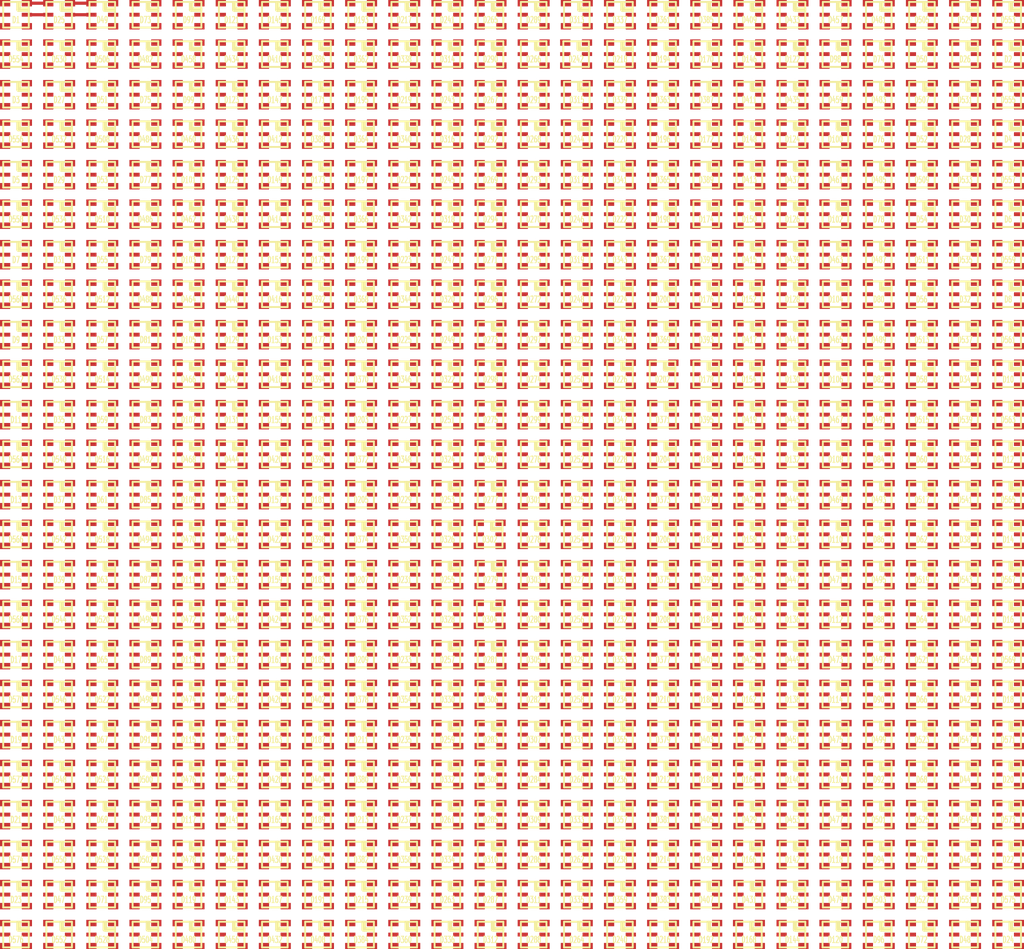
<source format=kicad_pcb>
(kicad_pcb (version 4) (host pcbnew 4.0.6+dfsg1-1)
  (title_block (title DC26) (company Monero))
  (layers (0 F.Cu signal) (31 B.Cu signal) (34 B.Paste user) (35 F.Paste user) (36 B.SilkS user) (37 F.SilkS user) (38 B.Mask user) (39 F.Mask user) (44 Edge.Cuts user))
  (net 0 "")
  (net 1 "Net-(D1-Pad2)")
  (net 2 "Net-(D1-Pad3)")
  (net 3 GND)
  (net 4 VCC)
  (net 5 "Net-(D1-Pad6)")
  (net 6 "Net-(D1-Pad1)")
  (net 7 "Net-(D2-Pad2)")
  (net 8 "Net-(D2-Pad3)")
  (net 9 "Net-(D2-Pad6)")
  (net 10 "Net-(D2-Pad1)")
  (net 11 "Net-(D3-Pad2)")
  (net 12 "Net-(D3-Pad3)")
  (net 13 "Net-(D27-Pad3)")
  (net 14 "Net-(D27-Pad2)")
  (net 15 "Net-(D4-Pad2)")
  (net 16 "Net-(D4-Pad3)")
  (net 17 "Net-(D28-Pad3)")
  (net 18 "Net-(D28-Pad2)")
  (net 19 "Net-(D5-Pad2)")
  (net 20 "Net-(D5-Pad3)")
  (net 21 "Net-(D29-Pad3)")
  (net 22 "Net-(D29-Pad2)")
  (net 23 "Net-(D557-Pad1)")
  (net 24 "Net-(D557-Pad6)")
  (net 25 "Net-(D30-Pad3)")
  (net 26 "Net-(D30-Pad2)")
  (net 27 "Net-(D558-Pad1)")
  (net 28 "Net-(D558-Pad6)")
  (net 29 "Net-(D31-Pad3)")
  (net 30 "Net-(D31-Pad2)")
  (net 31 "Net-(D559-Pad1)")
  (net 32 "Net-(D559-Pad6)")
  (net 33 "Net-(D32-Pad3)")
  (net 34 "Net-(D32-Pad2)")
  (net 35 "Net-(D560-Pad1)")
  (net 36 "Net-(D560-Pad6)")
  (net 37 "Net-(D33-Pad3)")
  (net 38 "Net-(D33-Pad2)")
  (net 39 "Net-(D10-Pad2)")
  (net 40 "Net-(D10-Pad3)")
  (net 41 "Net-(D10-Pad6)")
  (net 42 "Net-(D10-Pad1)")
  (net 43 "Net-(D11-Pad2)")
  (net 44 "Net-(D11-Pad3)")
  (net 45 "Net-(D11-Pad6)")
  (net 46 "Net-(D11-Pad1)")
  (net 47 "Net-(D12-Pad2)")
  (net 48 "Net-(D12-Pad3)")
  (net 49 "Net-(D12-Pad6)")
  (net 50 "Net-(D12-Pad1)")
  (net 51 "Net-(D13-Pad2)")
  (net 52 "Net-(D13-Pad3)")
  (net 53 "Net-(D13-Pad6)")
  (net 54 "Net-(D13-Pad1)")
  (net 55 "Net-(D14-Pad2)")
  (net 56 "Net-(D14-Pad3)")
  (net 57 "Net-(D14-Pad6)")
  (net 58 "Net-(D14-Pad1)")
  (net 59 "Net-(D15-Pad2)")
  (net 60 "Net-(D15-Pad3)")
  (net 61 "Net-(D15-Pad6)")
  (net 62 "Net-(D15-Pad1)")
  (net 63 "Net-(D16-Pad2)")
  (net 64 "Net-(D16-Pad3)")
  (net 65 "Net-(D16-Pad6)")
  (net 66 "Net-(D16-Pad1)")
  (net 67 "Net-(D17-Pad2)")
  (net 68 "Net-(D17-Pad3)")
  (net 69 "Net-(D17-Pad6)")
  (net 70 "Net-(D17-Pad1)")
  (net 71 "Net-(D18-Pad2)")
  (net 72 "Net-(D18-Pad3)")
  (net 73 "Net-(D18-Pad6)")
  (net 74 "Net-(D18-Pad1)")
  (net 75 "Net-(D19-Pad2)")
  (net 76 "Net-(D19-Pad3)")
  (net 77 "Net-(D19-Pad6)")
  (net 78 "Net-(D19-Pad1)")
  (net 79 "Net-(D20-Pad2)")
  (net 80 "Net-(D20-Pad3)")
  (net 81 "Net-(D20-Pad6)")
  (net 82 "Net-(D20-Pad1)")
  (net 83 "Net-(D21-Pad2)")
  (net 84 "Net-(D21-Pad3)")
  (net 85 "Net-(D21-Pad6)")
  (net 86 "Net-(D21-Pad1)")
  (net 87 "Net-(D22-Pad2)")
  (net 88 "Net-(D22-Pad3)")
  (net 89 "Net-(D22-Pad6)")
  (net 90 "Net-(D22-Pad1)")
  (net 91 "Net-(D23-Pad2)")
  (net 92 "Net-(D23-Pad3)")
  (net 93 "Net-(D23-Pad6)")
  (net 94 "Net-(D23-Pad1)")
  (net 95 "Net-(D24-Pad2)")
  (net 96 "Net-(D24-Pad3)")
  (net 97 "Net-(D24-Pad6)")
  (net 98 "Net-(D24-Pad1)")
  (net 99 "Net-(D25-Pad6)")
  (net 100 "Net-(D25-Pad1)")
  (net 101 "Net-(D26-Pad6)")
  (net 102 "Net-(D26-Pad1)")
  (net 103 "Net-(D27-Pad6)")
  (net 104 "Net-(D27-Pad1)")
  (net 105 "Net-(D28-Pad6)")
  (net 106 "Net-(D28-Pad1)")
  (net 107 "Net-(D29-Pad6)")
  (net 108 "Net-(D29-Pad1)")
  (net 109 "Net-(D30-Pad6)")
  (net 110 "Net-(D30-Pad1)")
  (net 111 "Net-(D31-Pad6)")
  (net 112 "Net-(D31-Pad1)")
  (net 113 "Net-(D32-Pad6)")
  (net 114 "Net-(D32-Pad1)")
  (net 115 "Net-(D33-Pad6)")
  (net 116 "Net-(D33-Pad1)")
  (net 117 "Net-(D34-Pad6)")
  (net 118 "Net-(D34-Pad1)")
  (net 119 "Net-(D35-Pad6)")
  (net 120 "Net-(D35-Pad1)")
  (net 121 "Net-(D36-Pad6)")
  (net 122 "Net-(D36-Pad1)")
  (net 123 "Net-(D37-Pad6)")
  (net 124 "Net-(D37-Pad1)")
  (net 125 "Net-(D38-Pad6)")
  (net 126 "Net-(D38-Pad1)")
  (net 127 "Net-(D39-Pad6)")
  (net 128 "Net-(D39-Pad1)")
  (net 129 "Net-(D40-Pad6)")
  (net 130 "Net-(D40-Pad1)")
  (net 131 "Net-(D41-Pad6)")
  (net 132 "Net-(D41-Pad1)")
  (net 133 "Net-(D42-Pad6)")
  (net 134 "Net-(D42-Pad1)")
  (net 135 "Net-(D43-Pad6)")
  (net 136 "Net-(D43-Pad1)")
  (net 137 "Net-(D44-Pad6)")
  (net 138 "Net-(D44-Pad1)")
  (net 139 "Net-(D45-Pad6)")
  (net 140 "Net-(D45-Pad1)")
  (net 141 "Net-(D46-Pad6)")
  (net 142 "Net-(D46-Pad1)")
  (net 143 "Net-(D47-Pad6)")
  (net 144 "Net-(D47-Pad1)")
  (net 145 "Net-(D48-Pad6)")
  (net 146 "Net-(D48-Pad1)")
  (net 147 "Net-(D49-Pad6)")
  (net 148 "Net-(D49-Pad1)")
  (net 149 "Net-(D50-Pad6)")
  (net 150 "Net-(D50-Pad1)")
  (net 151 "Net-(D51-Pad6)")
  (net 152 "Net-(D51-Pad1)")
  (net 153 "Net-(D52-Pad6)")
  (net 154 "Net-(D52-Pad1)")
  (net 155 "Net-(D53-Pad6)")
  (net 156 "Net-(D53-Pad1)")
  (net 157 "Net-(D54-Pad6)")
  (net 158 "Net-(D54-Pad1)")
  (net 159 "Net-(D55-Pad6)")
  (net 160 "Net-(D55-Pad1)")
  (net 161 "Net-(D56-Pad6)")
  (net 162 "Net-(D56-Pad1)")
  (net 163 "Net-(D57-Pad6)")
  (net 164 "Net-(D57-Pad1)")
  (net 165 "Net-(D58-Pad6)")
  (net 166 "Net-(D58-Pad1)")
  (net 167 "Net-(D59-Pad6)")
  (net 168 "Net-(D59-Pad1)")
  (net 169 "Net-(D60-Pad6)")
  (net 170 "Net-(D60-Pad1)")
  (net 171 "Net-(D61-Pad6)")
  (net 172 "Net-(D61-Pad1)")
  (net 173 "Net-(D62-Pad6)")
  (net 174 "Net-(D62-Pad1)")
  (net 175 "Net-(D63-Pad6)")
  (net 176 "Net-(D63-Pad1)")
  (net 177 "Net-(D64-Pad6)")
  (net 178 "Net-(D64-Pad1)")
  (net 179 "Net-(D65-Pad6)")
  (net 180 "Net-(D65-Pad1)")
  (net 181 "Net-(D66-Pad6)")
  (net 182 "Net-(D66-Pad1)")
  (net 183 "Net-(D67-Pad6)")
  (net 184 "Net-(D67-Pad1)")
  (net 185 "Net-(D68-Pad6)")
  (net 186 "Net-(D68-Pad1)")
  (net 187 "Net-(D69-Pad6)")
  (net 188 "Net-(D69-Pad1)")
  (net 189 "Net-(D70-Pad6)")
  (net 190 "Net-(D70-Pad1)")
  (net 191 "Net-(D71-Pad6)")
  (net 192 "Net-(D71-Pad1)")
  (net 193 "Net-(D72-Pad6)")
  (net 194 "Net-(D72-Pad1)")
  (net 195 "Net-(D73-Pad6)")
  (net 196 "Net-(D73-Pad1)")
  (net 197 "Net-(D74-Pad6)")
  (net 198 "Net-(D74-Pad1)")
  (net 199 "Net-(D75-Pad6)")
  (net 200 "Net-(D75-Pad1)")
  (net 201 "Net-(D100-Pad3)")
  (net 202 "Net-(D100-Pad2)")
  (net 203 "Net-(D101-Pad3)")
  (net 204 "Net-(D101-Pad2)")
  (net 205 "Net-(D102-Pad3)")
  (net 206 "Net-(D102-Pad2)")
  (net 207 "Net-(D103-Pad3)")
  (net 208 "Net-(D103-Pad2)")
  (net 209 "Net-(D104-Pad3)")
  (net 210 "Net-(D104-Pad2)")
  (net 211 "Net-(D105-Pad3)")
  (net 212 "Net-(D105-Pad2)")
  (net 213 "Net-(D106-Pad3)")
  (net 214 "Net-(D106-Pad2)")
  (net 215 "Net-(D107-Pad3)")
  (net 216 "Net-(D107-Pad2)")
  (net 217 "Net-(D108-Pad3)")
  (net 218 "Net-(D108-Pad2)")
  (net 219 "Net-(D109-Pad3)")
  (net 220 "Net-(D109-Pad2)")
  (net 221 "Net-(D110-Pad3)")
  (net 222 "Net-(D110-Pad2)")
  (net 223 "Net-(D111-Pad3)")
  (net 224 "Net-(D111-Pad2)")
  (net 225 "Net-(D112-Pad3)")
  (net 226 "Net-(D112-Pad2)")
  (net 227 "Net-(D113-Pad3)")
  (net 228 "Net-(D113-Pad2)")
  (net 229 "Net-(D114-Pad3)")
  (net 230 "Net-(D114-Pad2)")
  (net 231 "Net-(D115-Pad3)")
  (net 232 "Net-(D115-Pad2)")
  (net 233 "Net-(D116-Pad3)")
  (net 234 "Net-(D116-Pad2)")
  (net 235 "Net-(D117-Pad3)")
  (net 236 "Net-(D117-Pad2)")
  (net 237 "Net-(D118-Pad3)")
  (net 238 "Net-(D118-Pad2)")
  (net 239 "Net-(D119-Pad3)")
  (net 240 "Net-(D119-Pad2)")
  (net 241 "Net-(D120-Pad3)")
  (net 242 "Net-(D120-Pad2)")
  (net 243 "Net-(D121-Pad3)")
  (net 244 "Net-(D121-Pad2)")
  (net 245 "Net-(D122-Pad3)")
  (net 246 "Net-(D122-Pad2)")
  (net 247 "Net-(D123-Pad3)")
  (net 248 "Net-(D123-Pad2)")
  (net 249 "Net-(D100-Pad6)")
  (net 250 "Net-(D100-Pad1)")
  (net 251 "Net-(D101-Pad6)")
  (net 252 "Net-(D101-Pad1)")
  (net 253 "Net-(D102-Pad6)")
  (net 254 "Net-(D102-Pad1)")
  (net 255 "Net-(D103-Pad6)")
  (net 256 "Net-(D103-Pad1)")
  (net 257 "Net-(D104-Pad6)")
  (net 258 "Net-(D104-Pad1)")
  (net 259 "Net-(D105-Pad6)")
  (net 260 "Net-(D105-Pad1)")
  (net 261 "Net-(D106-Pad6)")
  (net 262 "Net-(D106-Pad1)")
  (net 263 "Net-(D107-Pad6)")
  (net 264 "Net-(D107-Pad1)")
  (net 265 "Net-(D108-Pad6)")
  (net 266 "Net-(D108-Pad1)")
  (net 267 "Net-(D109-Pad6)")
  (net 268 "Net-(D109-Pad1)")
  (net 269 "Net-(D110-Pad6)")
  (net 270 "Net-(D110-Pad1)")
  (net 271 "Net-(D111-Pad6)")
  (net 272 "Net-(D111-Pad1)")
  (net 273 "Net-(D112-Pad6)")
  (net 274 "Net-(D112-Pad1)")
  (net 275 "Net-(D113-Pad6)")
  (net 276 "Net-(D113-Pad1)")
  (net 277 "Net-(D114-Pad6)")
  (net 278 "Net-(D114-Pad1)")
  (net 279 "Net-(D115-Pad6)")
  (net 280 "Net-(D115-Pad1)")
  (net 281 "Net-(D116-Pad6)")
  (net 282 "Net-(D116-Pad1)")
  (net 283 "Net-(D117-Pad6)")
  (net 284 "Net-(D117-Pad1)")
  (net 285 "Net-(D118-Pad6)")
  (net 286 "Net-(D118-Pad1)")
  (net 287 "Net-(D119-Pad6)")
  (net 288 "Net-(D119-Pad1)")
  (net 289 "Net-(D120-Pad6)")
  (net 290 "Net-(D120-Pad1)")
  (net 291 "Net-(D121-Pad6)")
  (net 292 "Net-(D121-Pad1)")
  (net 293 "Net-(D122-Pad6)")
  (net 294 "Net-(D122-Pad1)")
  (net 295 "Net-(D123-Pad6)")
  (net 296 "Net-(D123-Pad1)")
  (net 297 "Net-(D124-Pad6)")
  (net 298 "Net-(D124-Pad1)")
  (net 299 "Net-(D125-Pad6)")
  (net 300 "Net-(D125-Pad1)")
  (net 301 "Net-(D126-Pad6)")
  (net 302 "Net-(D126-Pad1)")
  (net 303 "Net-(D127-Pad6)")
  (net 304 "Net-(D127-Pad1)")
  (net 305 "Net-(D128-Pad6)")
  (net 306 "Net-(D128-Pad1)")
  (net 307 "Net-(D129-Pad6)")
  (net 308 "Net-(D129-Pad1)")
  (net 309 "Net-(D130-Pad6)")
  (net 310 "Net-(D130-Pad1)")
  (net 311 "Net-(D131-Pad6)")
  (net 312 "Net-(D131-Pad1)")
  (net 313 "Net-(D132-Pad6)")
  (net 314 "Net-(D132-Pad1)")
  (net 315 "Net-(D133-Pad6)")
  (net 316 "Net-(D133-Pad1)")
  (net 317 "Net-(D134-Pad6)")
  (net 318 "Net-(D134-Pad1)")
  (net 319 "Net-(D135-Pad6)")
  (net 320 "Net-(D135-Pad1)")
  (net 321 "Net-(D136-Pad6)")
  (net 322 "Net-(D136-Pad1)")
  (net 323 "Net-(D137-Pad6)")
  (net 324 "Net-(D137-Pad1)")
  (net 325 "Net-(D138-Pad6)")
  (net 326 "Net-(D138-Pad1)")
  (net 327 "Net-(D139-Pad6)")
  (net 328 "Net-(D139-Pad1)")
  (net 329 "Net-(D140-Pad6)")
  (net 330 "Net-(D140-Pad1)")
  (net 331 "Net-(D141-Pad6)")
  (net 332 "Net-(D141-Pad1)")
  (net 333 "Net-(D142-Pad6)")
  (net 334 "Net-(D142-Pad1)")
  (net 335 "Net-(D143-Pad6)")
  (net 336 "Net-(D143-Pad1)")
  (net 337 "Net-(D144-Pad6)")
  (net 338 "Net-(D144-Pad1)")
  (net 339 "Net-(D145-Pad6)")
  (net 340 "Net-(D145-Pad1)")
  (net 341 "Net-(D146-Pad6)")
  (net 342 "Net-(D146-Pad1)")
  (net 343 "Net-(D147-Pad6)")
  (net 344 "Net-(D147-Pad1)")
  (net 345 "Net-(D148-Pad6)")
  (net 346 "Net-(D148-Pad1)")
  (net 347 "Net-(D149-Pad6)")
  (net 348 "Net-(D149-Pad1)")
  (net 349 "Net-(D150-Pad6)")
  (net 350 "Net-(D150-Pad1)")
  (net 351 "Net-(D151-Pad6)")
  (net 352 "Net-(D151-Pad1)")
  (net 353 "Net-(D152-Pad6)")
  (net 354 "Net-(D152-Pad1)")
  (net 355 "Net-(D153-Pad6)")
  (net 356 "Net-(D153-Pad1)")
  (net 357 "Net-(D154-Pad6)")
  (net 358 "Net-(D154-Pad1)")
  (net 359 "Net-(D155-Pad6)")
  (net 360 "Net-(D155-Pad1)")
  (net 361 "Net-(D156-Pad6)")
  (net 362 "Net-(D156-Pad1)")
  (net 363 "Net-(D157-Pad6)")
  (net 364 "Net-(D157-Pad1)")
  (net 365 "Net-(D158-Pad6)")
  (net 366 "Net-(D158-Pad1)")
  (net 367 "Net-(D159-Pad6)")
  (net 368 "Net-(D159-Pad1)")
  (net 369 "Net-(D160-Pad6)")
  (net 370 "Net-(D160-Pad1)")
  (net 371 "Net-(D161-Pad6)")
  (net 372 "Net-(D161-Pad1)")
  (net 373 "Net-(D162-Pad6)")
  (net 374 "Net-(D162-Pad1)")
  (net 375 "Net-(D163-Pad6)")
  (net 376 "Net-(D163-Pad1)")
  (net 377 "Net-(D164-Pad6)")
  (net 378 "Net-(D164-Pad1)")
  (net 379 "Net-(D165-Pad6)")
  (net 380 "Net-(D165-Pad1)")
  (net 381 "Net-(D166-Pad6)")
  (net 382 "Net-(D166-Pad1)")
  (net 383 "Net-(D167-Pad6)")
  (net 384 "Net-(D167-Pad1)")
  (net 385 "Net-(D168-Pad6)")
  (net 386 "Net-(D168-Pad1)")
  (net 387 "Net-(D169-Pad6)")
  (net 388 "Net-(D169-Pad1)")
  (net 389 "Net-(D170-Pad6)")
  (net 390 "Net-(D170-Pad1)")
  (net 391 "Net-(D171-Pad6)")
  (net 392 "Net-(D171-Pad1)")
  (net 393 "Net-(D172-Pad6)")
  (net 394 "Net-(D172-Pad1)")
  (net 395 "Net-(D173-Pad6)")
  (net 396 "Net-(D173-Pad1)")
  (net 397 "Net-(D174-Pad6)")
  (net 398 "Net-(D174-Pad1)")
  (net 399 "Net-(D175-Pad6)")
  (net 400 "Net-(D175-Pad1)")
  (net 401 "Net-(D176-Pad6)")
  (net 402 "Net-(D176-Pad1)")
  (net 403 "Net-(D177-Pad6)")
  (net 404 "Net-(D177-Pad1)")
  (net 405 "Net-(D178-Pad6)")
  (net 406 "Net-(D178-Pad1)")
  (net 407 "Net-(D179-Pad6)")
  (net 408 "Net-(D179-Pad1)")
  (net 409 "Net-(D180-Pad6)")
  (net 410 "Net-(D180-Pad1)")
  (net 411 "Net-(D181-Pad6)")
  (net 412 "Net-(D181-Pad1)")
  (net 413 "Net-(D182-Pad6)")
  (net 414 "Net-(D182-Pad1)")
  (net 415 "Net-(D183-Pad6)")
  (net 416 "Net-(D183-Pad1)")
  (net 417 "Net-(D184-Pad6)")
  (net 418 "Net-(D184-Pad1)")
  (net 419 "Net-(D185-Pad6)")
  (net 420 "Net-(D185-Pad1)")
  (net 421 "Net-(D186-Pad6)")
  (net 422 "Net-(D186-Pad1)")
  (net 423 "Net-(D187-Pad6)")
  (net 424 "Net-(D187-Pad1)")
  (net 425 "Net-(D188-Pad6)")
  (net 426 "Net-(D188-Pad1)")
  (net 427 "Net-(D189-Pad6)")
  (net 428 "Net-(D189-Pad1)")
  (net 429 "Net-(D190-Pad6)")
  (net 430 "Net-(D190-Pad1)")
  (net 431 "Net-(D191-Pad6)")
  (net 432 "Net-(D191-Pad1)")
  (net 433 "Net-(D192-Pad6)")
  (net 434 "Net-(D192-Pad1)")
  (net 435 "Net-(D193-Pad6)")
  (net 436 "Net-(D193-Pad1)")
  (net 437 "Net-(D194-Pad6)")
  (net 438 "Net-(D194-Pad1)")
  (net 439 "Net-(D195-Pad6)")
  (net 440 "Net-(D195-Pad1)")
  (net 441 "Net-(D196-Pad6)")
  (net 442 "Net-(D196-Pad1)")
  (net 443 "Net-(D197-Pad6)")
  (net 444 "Net-(D197-Pad1)")
  (net 445 "Net-(D198-Pad6)")
  (net 446 "Net-(D198-Pad1)")
  (net 447 "Net-(D199-Pad6)")
  (net 448 "Net-(D199-Pad1)")
  (net 449 "Net-(D200-Pad6)")
  (net 450 "Net-(D200-Pad1)")
  (net 451 "Net-(D201-Pad6)")
  (net 452 "Net-(D201-Pad1)")
  (net 453 "Net-(D202-Pad6)")
  (net 454 "Net-(D202-Pad1)")
  (net 455 "Net-(D203-Pad6)")
  (net 456 "Net-(D203-Pad1)")
  (net 457 "Net-(D204-Pad6)")
  (net 458 "Net-(D204-Pad1)")
  (net 459 "Net-(D205-Pad6)")
  (net 460 "Net-(D205-Pad1)")
  (net 461 "Net-(D206-Pad6)")
  (net 462 "Net-(D206-Pad1)")
  (net 463 "Net-(D207-Pad6)")
  (net 464 "Net-(D207-Pad1)")
  (net 465 "Net-(D208-Pad6)")
  (net 466 "Net-(D208-Pad1)")
  (net 467 "Net-(D209-Pad6)")
  (net 468 "Net-(D209-Pad1)")
  (net 469 "Net-(D210-Pad6)")
  (net 470 "Net-(D210-Pad1)")
  (net 471 "Net-(D211-Pad6)")
  (net 472 "Net-(D211-Pad1)")
  (net 473 "Net-(D212-Pad6)")
  (net 474 "Net-(D212-Pad1)")
  (net 475 "Net-(D213-Pad6)")
  (net 476 "Net-(D213-Pad1)")
  (net 477 "Net-(D214-Pad6)")
  (net 478 "Net-(D214-Pad1)")
  (net 479 "Net-(D215-Pad6)")
  (net 480 "Net-(D215-Pad1)")
  (net 481 "Net-(D216-Pad6)")
  (net 482 "Net-(D216-Pad1)")
  (net 483 "Net-(D217-Pad6)")
  (net 484 "Net-(D217-Pad1)")
  (net 485 "Net-(D218-Pad6)")
  (net 486 "Net-(D218-Pad1)")
  (net 487 "Net-(D219-Pad6)")
  (net 488 "Net-(D219-Pad1)")
  (net 489 "Net-(D220-Pad6)")
  (net 490 "Net-(D220-Pad1)")
  (net 491 "Net-(D221-Pad6)")
  (net 492 "Net-(D221-Pad1)")
  (net 493 "Net-(D222-Pad6)")
  (net 494 "Net-(D222-Pad1)")
  (net 495 "Net-(D223-Pad6)")
  (net 496 "Net-(D223-Pad1)")
  (net 497 "Net-(D224-Pad6)")
  (net 498 "Net-(D224-Pad1)")
  (net 499 "Net-(D225-Pad6)")
  (net 500 "Net-(D225-Pad1)")
  (net 501 "Net-(D226-Pad6)")
  (net 502 "Net-(D226-Pad1)")
  (net 503 "Net-(D227-Pad6)")
  (net 504 "Net-(D227-Pad1)")
  (net 505 "Net-(D228-Pad6)")
  (net 506 "Net-(D228-Pad1)")
  (net 507 "Net-(D229-Pad6)")
  (net 508 "Net-(D229-Pad1)")
  (net 509 "Net-(D230-Pad6)")
  (net 510 "Net-(D230-Pad1)")
  (net 511 "Net-(D231-Pad6)")
  (net 512 "Net-(D231-Pad1)")
  (net 513 "Net-(D232-Pad6)")
  (net 514 "Net-(D232-Pad1)")
  (net 515 "Net-(D233-Pad6)")
  (net 516 "Net-(D233-Pad1)")
  (net 517 "Net-(D234-Pad6)")
  (net 518 "Net-(D234-Pad1)")
  (net 519 "Net-(D235-Pad6)")
  (net 520 "Net-(D235-Pad1)")
  (net 521 "Net-(D236-Pad6)")
  (net 522 "Net-(D236-Pad1)")
  (net 523 "Net-(D237-Pad6)")
  (net 524 "Net-(D237-Pad1)")
  (net 525 "Net-(D238-Pad6)")
  (net 526 "Net-(D238-Pad1)")
  (net 527 "Net-(D239-Pad6)")
  (net 528 "Net-(D239-Pad1)")
  (net 529 "Net-(D240-Pad6)")
  (net 530 "Net-(D240-Pad1)")
  (net 531 "Net-(D241-Pad6)")
  (net 532 "Net-(D241-Pad1)")
  (net 533 "Net-(D242-Pad6)")
  (net 534 "Net-(D242-Pad1)")
  (net 535 "Net-(D243-Pad6)")
  (net 536 "Net-(D243-Pad1)")
  (net 537 "Net-(D244-Pad6)")
  (net 538 "Net-(D244-Pad1)")
  (net 539 "Net-(D245-Pad6)")
  (net 540 "Net-(D245-Pad1)")
  (net 541 "Net-(D246-Pad6)")
  (net 542 "Net-(D246-Pad1)")
  (net 543 "Net-(D247-Pad6)")
  (net 544 "Net-(D247-Pad1)")
  (net 545 "Net-(D248-Pad6)")
  (net 546 "Net-(D248-Pad1)")
  (net 547 "Net-(D249-Pad6)")
  (net 548 "Net-(D249-Pad1)")
  (net 549 "Net-(D250-Pad6)")
  (net 550 "Net-(D250-Pad1)")
  (net 551 "Net-(D251-Pad6)")
  (net 552 "Net-(D251-Pad1)")
  (net 553 "Net-(D252-Pad6)")
  (net 554 "Net-(D252-Pad1)")
  (net 555 "Net-(D253-Pad6)")
  (net 556 "Net-(D253-Pad1)")
  (net 557 "Net-(D254-Pad6)")
  (net 558 "Net-(D254-Pad1)")
  (net 559 "Net-(D255-Pad6)")
  (net 560 "Net-(D255-Pad1)")
  (net 561 "Net-(D256-Pad6)")
  (net 562 "Net-(D256-Pad1)")
  (net 563 "Net-(D257-Pad6)")
  (net 564 "Net-(D257-Pad1)")
  (net 565 "Net-(D258-Pad6)")
  (net 566 "Net-(D258-Pad1)")
  (net 567 "Net-(D259-Pad6)")
  (net 568 "Net-(D259-Pad1)")
  (net 569 "Net-(D260-Pad6)")
  (net 570 "Net-(D260-Pad1)")
  (net 571 "Net-(D261-Pad6)")
  (net 572 "Net-(D261-Pad1)")
  (net 573 "Net-(D262-Pad6)")
  (net 574 "Net-(D262-Pad1)")
  (net 575 "Net-(D263-Pad6)")
  (net 576 "Net-(D263-Pad1)")
  (net 577 "Net-(D264-Pad6)")
  (net 578 "Net-(D264-Pad1)")
  (net 579 "Net-(D265-Pad6)")
  (net 580 "Net-(D265-Pad1)")
  (net 581 "Net-(D266-Pad6)")
  (net 582 "Net-(D266-Pad1)")
  (net 583 "Net-(D267-Pad6)")
  (net 584 "Net-(D267-Pad1)")
  (net 585 "Net-(D268-Pad6)")
  (net 586 "Net-(D268-Pad1)")
  (net 587 "Net-(D269-Pad6)")
  (net 588 "Net-(D269-Pad1)")
  (net 589 "Net-(D270-Pad6)")
  (net 590 "Net-(D270-Pad1)")
  (net 591 "Net-(D271-Pad6)")
  (net 592 "Net-(D271-Pad1)")
  (net 593 "Net-(D272-Pad6)")
  (net 594 "Net-(D272-Pad1)")
  (net 595 "Net-(D273-Pad6)")
  (net 596 "Net-(D273-Pad1)")
  (net 597 "Net-(D274-Pad6)")
  (net 598 "Net-(D274-Pad1)")
  (net 599 "Net-(D275-Pad6)")
  (net 600 "Net-(D275-Pad1)")
  (net 601 "Net-(D276-Pad6)")
  (net 602 "Net-(D276-Pad1)")
  (net 603 "Net-(D277-Pad6)")
  (net 604 "Net-(D277-Pad1)")
  (net 605 "Net-(D278-Pad6)")
  (net 606 "Net-(D278-Pad1)")
  (net 607 "Net-(D279-Pad6)")
  (net 608 "Net-(D279-Pad1)")
  (net 609 "Net-(D280-Pad6)")
  (net 610 "Net-(D280-Pad1)")
  (net 611 "Net-(D281-Pad6)")
  (net 612 "Net-(D281-Pad1)")
  (net 613 "Net-(D282-Pad6)")
  (net 614 "Net-(D282-Pad1)")
  (net 615 "Net-(D283-Pad6)")
  (net 616 "Net-(D283-Pad1)")
  (net 617 "Net-(D284-Pad6)")
  (net 618 "Net-(D284-Pad1)")
  (net 619 "Net-(D285-Pad6)")
  (net 620 "Net-(D285-Pad1)")
  (net 621 "Net-(D286-Pad6)")
  (net 622 "Net-(D286-Pad1)")
  (net 623 "Net-(D287-Pad6)")
  (net 624 "Net-(D287-Pad1)")
  (net 625 "Net-(D288-Pad6)")
  (net 626 "Net-(D288-Pad1)")
  (net 627 "Net-(D289-Pad6)")
  (net 628 "Net-(D289-Pad1)")
  (net 629 "Net-(D290-Pad6)")
  (net 630 "Net-(D290-Pad1)")
  (net 631 "Net-(D291-Pad6)")
  (net 632 "Net-(D291-Pad1)")
  (net 633 "Net-(D292-Pad6)")
  (net 634 "Net-(D292-Pad1)")
  (net 635 "Net-(D293-Pad6)")
  (net 636 "Net-(D293-Pad1)")
  (net 637 "Net-(D294-Pad6)")
  (net 638 "Net-(D294-Pad1)")
  (net 639 "Net-(D295-Pad6)")
  (net 640 "Net-(D295-Pad1)")
  (net 641 "Net-(D296-Pad6)")
  (net 642 "Net-(D296-Pad1)")
  (net 643 "Net-(D297-Pad6)")
  (net 644 "Net-(D297-Pad1)")
  (net 645 "Net-(D298-Pad6)")
  (net 646 "Net-(D298-Pad1)")
  (net 647 "Net-(D299-Pad6)")
  (net 648 "Net-(D299-Pad1)")
  (net 649 "Net-(D300-Pad6)")
  (net 650 "Net-(D300-Pad1)")
  (net 651 "Net-(D301-Pad6)")
  (net 652 "Net-(D301-Pad1)")
  (net 653 "Net-(D302-Pad6)")
  (net 654 "Net-(D302-Pad1)")
  (net 655 "Net-(D303-Pad6)")
  (net 656 "Net-(D303-Pad1)")
  (net 657 "Net-(D304-Pad6)")
  (net 658 "Net-(D304-Pad1)")
  (net 659 "Net-(D305-Pad6)")
  (net 660 "Net-(D305-Pad1)")
  (net 661 "Net-(D306-Pad6)")
  (net 662 "Net-(D306-Pad1)")
  (net 663 "Net-(D307-Pad6)")
  (net 664 "Net-(D307-Pad1)")
  (net 665 "Net-(D308-Pad6)")
  (net 666 "Net-(D308-Pad1)")
  (net 667 "Net-(D309-Pad6)")
  (net 668 "Net-(D309-Pad1)")
  (net 669 "Net-(D310-Pad6)")
  (net 670 "Net-(D310-Pad1)")
  (net 671 "Net-(D311-Pad6)")
  (net 672 "Net-(D311-Pad1)")
  (net 673 "Net-(D312-Pad6)")
  (net 674 "Net-(D312-Pad1)")
  (net 675 "Net-(D313-Pad6)")
  (net 676 "Net-(D313-Pad1)")
  (net 677 "Net-(D314-Pad6)")
  (net 678 "Net-(D314-Pad1)")
  (net 679 "Net-(D315-Pad6)")
  (net 680 "Net-(D315-Pad1)")
  (net 681 "Net-(D316-Pad6)")
  (net 682 "Net-(D316-Pad1)")
  (net 683 "Net-(D317-Pad6)")
  (net 684 "Net-(D317-Pad1)")
  (net 685 "Net-(D318-Pad6)")
  (net 686 "Net-(D318-Pad1)")
  (net 687 "Net-(D319-Pad6)")
  (net 688 "Net-(D319-Pad1)")
  (net 689 "Net-(D320-Pad6)")
  (net 690 "Net-(D320-Pad1)")
  (net 691 "Net-(D321-Pad6)")
  (net 692 "Net-(D321-Pad1)")
  (net 693 "Net-(D322-Pad6)")
  (net 694 "Net-(D322-Pad1)")
  (net 695 "Net-(D323-Pad6)")
  (net 696 "Net-(D323-Pad1)")
  (net 697 "Net-(D324-Pad6)")
  (net 698 "Net-(D324-Pad1)")
  (net 699 "Net-(D325-Pad6)")
  (net 700 "Net-(D325-Pad1)")
  (net 701 "Net-(D326-Pad6)")
  (net 702 "Net-(D326-Pad1)")
  (net 703 "Net-(D327-Pad6)")
  (net 704 "Net-(D327-Pad1)")
  (net 705 "Net-(D328-Pad6)")
  (net 706 "Net-(D328-Pad1)")
  (net 707 "Net-(D329-Pad6)")
  (net 708 "Net-(D329-Pad1)")
  (net 709 "Net-(D330-Pad6)")
  (net 710 "Net-(D330-Pad1)")
  (net 711 "Net-(D331-Pad6)")
  (net 712 "Net-(D331-Pad1)")
  (net 713 "Net-(D332-Pad6)")
  (net 714 "Net-(D332-Pad1)")
  (net 715 "Net-(D333-Pad6)")
  (net 716 "Net-(D333-Pad1)")
  (net 717 "Net-(D334-Pad6)")
  (net 718 "Net-(D334-Pad1)")
  (net 719 "Net-(D335-Pad6)")
  (net 720 "Net-(D335-Pad1)")
  (net 721 "Net-(D336-Pad6)")
  (net 722 "Net-(D336-Pad1)")
  (net 723 "Net-(D337-Pad6)")
  (net 724 "Net-(D337-Pad1)")
  (net 725 "Net-(D338-Pad6)")
  (net 726 "Net-(D338-Pad1)")
  (net 727 "Net-(D339-Pad6)")
  (net 728 "Net-(D339-Pad1)")
  (net 729 "Net-(D340-Pad6)")
  (net 730 "Net-(D340-Pad1)")
  (net 731 "Net-(D341-Pad6)")
  (net 732 "Net-(D341-Pad1)")
  (net 733 "Net-(D342-Pad6)")
  (net 734 "Net-(D342-Pad1)")
  (net 735 "Net-(D343-Pad6)")
  (net 736 "Net-(D343-Pad1)")
  (net 737 "Net-(D344-Pad6)")
  (net 738 "Net-(D344-Pad1)")
  (net 739 "Net-(D345-Pad6)")
  (net 740 "Net-(D345-Pad1)")
  (net 741 "Net-(D346-Pad6)")
  (net 742 "Net-(D346-Pad1)")
  (net 743 "Net-(D347-Pad6)")
  (net 744 "Net-(D347-Pad1)")
  (net 745 "Net-(D348-Pad6)")
  (net 746 "Net-(D348-Pad1)")
  (net 747 "Net-(D349-Pad6)")
  (net 748 "Net-(D349-Pad1)")
  (net 749 "Net-(D350-Pad6)")
  (net 750 "Net-(D350-Pad1)")
  (net 751 "Net-(D351-Pad6)")
  (net 752 "Net-(D351-Pad1)")
  (net 753 "Net-(D352-Pad6)")
  (net 754 "Net-(D352-Pad1)")
  (net 755 "Net-(D353-Pad6)")
  (net 756 "Net-(D353-Pad1)")
  (net 757 "Net-(D354-Pad6)")
  (net 758 "Net-(D354-Pad1)")
  (net 759 "Net-(D355-Pad6)")
  (net 760 "Net-(D355-Pad1)")
  (net 761 "Net-(D356-Pad6)")
  (net 762 "Net-(D356-Pad1)")
  (net 763 "Net-(D357-Pad6)")
  (net 764 "Net-(D357-Pad1)")
  (net 765 "Net-(D358-Pad6)")
  (net 766 "Net-(D358-Pad1)")
  (net 767 "Net-(D359-Pad6)")
  (net 768 "Net-(D359-Pad1)")
  (net 769 "Net-(D360-Pad6)")
  (net 770 "Net-(D360-Pad1)")
  (net 771 "Net-(D361-Pad6)")
  (net 772 "Net-(D361-Pad1)")
  (net 773 "Net-(D362-Pad6)")
  (net 774 "Net-(D362-Pad1)")
  (net 775 "Net-(D363-Pad6)")
  (net 776 "Net-(D363-Pad1)")
  (net 777 "Net-(D364-Pad6)")
  (net 778 "Net-(D364-Pad1)")
  (net 779 "Net-(D365-Pad6)")
  (net 780 "Net-(D365-Pad1)")
  (net 781 "Net-(D366-Pad6)")
  (net 782 "Net-(D366-Pad1)")
  (net 783 "Net-(D367-Pad6)")
  (net 784 "Net-(D367-Pad1)")
  (net 785 "Net-(D368-Pad6)")
  (net 786 "Net-(D368-Pad1)")
  (net 787 "Net-(D369-Pad6)")
  (net 788 "Net-(D369-Pad1)")
  (net 789 "Net-(D370-Pad6)")
  (net 790 "Net-(D370-Pad1)")
  (net 791 "Net-(D371-Pad6)")
  (net 792 "Net-(D371-Pad1)")
  (net 793 "Net-(D372-Pad6)")
  (net 794 "Net-(D372-Pad1)")
  (net 795 "Net-(D373-Pad6)")
  (net 796 "Net-(D373-Pad1)")
  (net 797 "Net-(D374-Pad6)")
  (net 798 "Net-(D374-Pad1)")
  (net 799 "Net-(D375-Pad6)")
  (net 800 "Net-(D375-Pad1)")
  (net 801 "Net-(D376-Pad6)")
  (net 802 "Net-(D376-Pad1)")
  (net 803 "Net-(D377-Pad6)")
  (net 804 "Net-(D377-Pad1)")
  (net 805 "Net-(D378-Pad6)")
  (net 806 "Net-(D378-Pad1)")
  (net 807 "Net-(D379-Pad6)")
  (net 808 "Net-(D379-Pad1)")
  (net 809 "Net-(D380-Pad6)")
  (net 810 "Net-(D380-Pad1)")
  (net 811 "Net-(D381-Pad6)")
  (net 812 "Net-(D381-Pad1)")
  (net 813 "Net-(D382-Pad6)")
  (net 814 "Net-(D382-Pad1)")
  (net 815 "Net-(D383-Pad6)")
  (net 816 "Net-(D383-Pad1)")
  (net 817 "Net-(D384-Pad6)")
  (net 818 "Net-(D384-Pad1)")
  (net 819 "Net-(D385-Pad6)")
  (net 820 "Net-(D385-Pad1)")
  (net 821 "Net-(D386-Pad6)")
  (net 822 "Net-(D386-Pad1)")
  (net 823 "Net-(D387-Pad6)")
  (net 824 "Net-(D387-Pad1)")
  (net 825 "Net-(D388-Pad6)")
  (net 826 "Net-(D388-Pad1)")
  (net 827 "Net-(D389-Pad6)")
  (net 828 "Net-(D389-Pad1)")
  (net 829 "Net-(D390-Pad6)")
  (net 830 "Net-(D390-Pad1)")
  (net 831 "Net-(D391-Pad6)")
  (net 832 "Net-(D391-Pad1)")
  (net 833 "Net-(D392-Pad6)")
  (net 834 "Net-(D392-Pad1)")
  (net 835 "Net-(D393-Pad6)")
  (net 836 "Net-(D393-Pad1)")
  (net 837 "Net-(D394-Pad6)")
  (net 838 "Net-(D394-Pad1)")
  (net 839 "Net-(D395-Pad6)")
  (net 840 "Net-(D395-Pad1)")
  (net 841 "Net-(D396-Pad6)")
  (net 842 "Net-(D396-Pad1)")
  (net 843 "Net-(D397-Pad6)")
  (net 844 "Net-(D397-Pad1)")
  (net 845 "Net-(D398-Pad6)")
  (net 846 "Net-(D398-Pad1)")
  (net 847 "Net-(D399-Pad6)")
  (net 848 "Net-(D399-Pad1)")
  (net 849 "Net-(D400-Pad6)")
  (net 850 "Net-(D400-Pad1)")
  (net 851 "Net-(D401-Pad6)")
  (net 852 "Net-(D401-Pad1)")
  (net 853 "Net-(D402-Pad6)")
  (net 854 "Net-(D402-Pad1)")
  (net 855 "Net-(D403-Pad6)")
  (net 856 "Net-(D403-Pad1)")
  (net 857 "Net-(D404-Pad6)")
  (net 858 "Net-(D404-Pad1)")
  (net 859 "Net-(D405-Pad6)")
  (net 860 "Net-(D405-Pad1)")
  (net 861 "Net-(D406-Pad6)")
  (net 862 "Net-(D406-Pad1)")
  (net 863 "Net-(D407-Pad6)")
  (net 864 "Net-(D407-Pad1)")
  (net 865 "Net-(D408-Pad6)")
  (net 866 "Net-(D408-Pad1)")
  (net 867 "Net-(D409-Pad6)")
  (net 868 "Net-(D409-Pad1)")
  (net 869 "Net-(D410-Pad6)")
  (net 870 "Net-(D410-Pad1)")
  (net 871 "Net-(D411-Pad6)")
  (net 872 "Net-(D411-Pad1)")
  (net 873 "Net-(D412-Pad6)")
  (net 874 "Net-(D412-Pad1)")
  (net 875 "Net-(D413-Pad6)")
  (net 876 "Net-(D413-Pad1)")
  (net 877 "Net-(D414-Pad6)")
  (net 878 "Net-(D414-Pad1)")
  (net 879 "Net-(D415-Pad6)")
  (net 880 "Net-(D415-Pad1)")
  (net 881 "Net-(D416-Pad6)")
  (net 882 "Net-(D416-Pad1)")
  (net 883 "Net-(D417-Pad6)")
  (net 884 "Net-(D417-Pad1)")
  (net 885 "Net-(D418-Pad6)")
  (net 886 "Net-(D418-Pad1)")
  (net 887 "Net-(D419-Pad6)")
  (net 888 "Net-(D419-Pad1)")
  (net 889 "Net-(D420-Pad6)")
  (net 890 "Net-(D420-Pad1)")
  (net 891 "Net-(D421-Pad6)")
  (net 892 "Net-(D421-Pad1)")
  (net 893 "Net-(D422-Pad6)")
  (net 894 "Net-(D422-Pad1)")
  (net 895 "Net-(D423-Pad6)")
  (net 896 "Net-(D423-Pad1)")
  (net 897 "Net-(D424-Pad6)")
  (net 898 "Net-(D424-Pad1)")
  (net 899 "Net-(D425-Pad6)")
  (net 900 "Net-(D425-Pad1)")
  (net 901 "Net-(D426-Pad6)")
  (net 902 "Net-(D426-Pad1)")
  (net 903 "Net-(D427-Pad6)")
  (net 904 "Net-(D427-Pad1)")
  (net 905 "Net-(D428-Pad6)")
  (net 906 "Net-(D428-Pad1)")
  (net 907 "Net-(D429-Pad6)")
  (net 908 "Net-(D429-Pad1)")
  (net 909 "Net-(D430-Pad6)")
  (net 910 "Net-(D430-Pad1)")
  (net 911 "Net-(D431-Pad6)")
  (net 912 "Net-(D431-Pad1)")
  (net 913 "Net-(D432-Pad6)")
  (net 914 "Net-(D432-Pad1)")
  (net 915 "Net-(D433-Pad6)")
  (net 916 "Net-(D433-Pad1)")
  (net 917 "Net-(D434-Pad6)")
  (net 918 "Net-(D434-Pad1)")
  (net 919 "Net-(D435-Pad6)")
  (net 920 "Net-(D435-Pad1)")
  (net 921 "Net-(D436-Pad6)")
  (net 922 "Net-(D436-Pad1)")
  (net 923 "Net-(D437-Pad6)")
  (net 924 "Net-(D437-Pad1)")
  (net 925 "Net-(D438-Pad6)")
  (net 926 "Net-(D438-Pad1)")
  (net 927 "Net-(D439-Pad6)")
  (net 928 "Net-(D439-Pad1)")
  (net 929 "Net-(D440-Pad6)")
  (net 930 "Net-(D440-Pad1)")
  (net 931 "Net-(D441-Pad6)")
  (net 932 "Net-(D441-Pad1)")
  (net 933 "Net-(D442-Pad6)")
  (net 934 "Net-(D442-Pad1)")
  (net 935 "Net-(D443-Pad6)")
  (net 936 "Net-(D443-Pad1)")
  (net 937 "Net-(D444-Pad6)")
  (net 938 "Net-(D444-Pad1)")
  (net 939 "Net-(D445-Pad6)")
  (net 940 "Net-(D445-Pad1)")
  (net 941 "Net-(D446-Pad6)")
  (net 942 "Net-(D446-Pad1)")
  (net 943 "Net-(D447-Pad6)")
  (net 944 "Net-(D447-Pad1)")
  (net 945 "Net-(D448-Pad6)")
  (net 946 "Net-(D448-Pad1)")
  (net 947 "Net-(D449-Pad6)")
  (net 948 "Net-(D449-Pad1)")
  (net 949 "Net-(D450-Pad6)")
  (net 950 "Net-(D450-Pad1)")
  (net 951 "Net-(D451-Pad6)")
  (net 952 "Net-(D451-Pad1)")
  (net 953 "Net-(D452-Pad6)")
  (net 954 "Net-(D452-Pad1)")
  (net 955 "Net-(D453-Pad6)")
  (net 956 "Net-(D453-Pad1)")
  (net 957 "Net-(D454-Pad6)")
  (net 958 "Net-(D454-Pad1)")
  (net 959 "Net-(D455-Pad6)")
  (net 960 "Net-(D455-Pad1)")
  (net 961 "Net-(D456-Pad6)")
  (net 962 "Net-(D456-Pad1)")
  (net 963 "Net-(D457-Pad6)")
  (net 964 "Net-(D457-Pad1)")
  (net 965 "Net-(D458-Pad6)")
  (net 966 "Net-(D458-Pad1)")
  (net 967 "Net-(D459-Pad6)")
  (net 968 "Net-(D459-Pad1)")
  (net 969 "Net-(D460-Pad6)")
  (net 970 "Net-(D460-Pad1)")
  (net 971 "Net-(D461-Pad6)")
  (net 972 "Net-(D461-Pad1)")
  (net 973 "Net-(D462-Pad6)")
  (net 974 "Net-(D462-Pad1)")
  (net 975 "Net-(D463-Pad6)")
  (net 976 "Net-(D463-Pad1)")
  (net 977 "Net-(D464-Pad6)")
  (net 978 "Net-(D464-Pad1)")
  (net 979 "Net-(D465-Pad6)")
  (net 980 "Net-(D465-Pad1)")
  (net 981 "Net-(D466-Pad6)")
  (net 982 "Net-(D466-Pad1)")
  (net 983 "Net-(D467-Pad6)")
  (net 984 "Net-(D467-Pad1)")
  (net 985 "Net-(D468-Pad6)")
  (net 986 "Net-(D468-Pad1)")
  (net 987 "Net-(D469-Pad6)")
  (net 988 "Net-(D469-Pad1)")
  (net 989 "Net-(D470-Pad6)")
  (net 990 "Net-(D470-Pad1)")
  (net 991 "Net-(D471-Pad6)")
  (net 992 "Net-(D471-Pad1)")
  (net 993 "Net-(D472-Pad6)")
  (net 994 "Net-(D472-Pad1)")
  (net 995 "Net-(D473-Pad6)")
  (net 996 "Net-(D473-Pad1)")
  (net 997 "Net-(D474-Pad6)")
  (net 998 "Net-(D474-Pad1)")
  (net 999 "Net-(D475-Pad6)")
  (net 1000 "Net-(D475-Pad1)")
  (net 1001 "Net-(D476-Pad6)")
  (net 1002 "Net-(D476-Pad1)")
  (net 1003 "Net-(D477-Pad6)")
  (net 1004 "Net-(D477-Pad1)")
  (net 1005 "Net-(D478-Pad6)")
  (net 1006 "Net-(D478-Pad1)")
  (net 1007 "Net-(D479-Pad6)")
  (net 1008 "Net-(D479-Pad1)")
  (net 1009 "Net-(D480-Pad6)")
  (net 1010 "Net-(D480-Pad1)")
  (net 1011 "Net-(D481-Pad6)")
  (net 1012 "Net-(D481-Pad1)")
  (net 1013 "Net-(D482-Pad6)")
  (net 1014 "Net-(D482-Pad1)")
  (net 1015 "Net-(D483-Pad6)")
  (net 1016 "Net-(D483-Pad1)")
  (net 1017 "Net-(D484-Pad6)")
  (net 1018 "Net-(D484-Pad1)")
  (net 1019 "Net-(D485-Pad6)")
  (net 1020 "Net-(D485-Pad1)")
  (net 1021 "Net-(D486-Pad6)")
  (net 1022 "Net-(D486-Pad1)")
  (net 1023 "Net-(D487-Pad6)")
  (net 1024 "Net-(D487-Pad1)")
  (net 1025 "Net-(D488-Pad6)")
  (net 1026 "Net-(D488-Pad1)")
  (net 1027 "Net-(D489-Pad6)")
  (net 1028 "Net-(D489-Pad1)")
  (net 1029 "Net-(D490-Pad6)")
  (net 1030 "Net-(D490-Pad1)")
  (net 1031 "Net-(D491-Pad6)")
  (net 1032 "Net-(D491-Pad1)")
  (net 1033 "Net-(D492-Pad6)")
  (net 1034 "Net-(D492-Pad1)")
  (net 1035 "Net-(D493-Pad6)")
  (net 1036 "Net-(D493-Pad1)")
  (net 1037 "Net-(D494-Pad6)")
  (net 1038 "Net-(D494-Pad1)")
  (net 1039 "Net-(D495-Pad6)")
  (net 1040 "Net-(D495-Pad1)")
  (net 1041 "Net-(D496-Pad6)")
  (net 1042 "Net-(D496-Pad1)")
  (net 1043 "Net-(D497-Pad6)")
  (net 1044 "Net-(D497-Pad1)")
  (net 1045 "Net-(D498-Pad6)")
  (net 1046 "Net-(D498-Pad1)")
  (net 1047 "Net-(D499-Pad6)")
  (net 1048 "Net-(D499-Pad1)")
  (net 1049 "Net-(D500-Pad6)")
  (net 1050 "Net-(D500-Pad1)")
  (net 1051 "Net-(D501-Pad6)")
  (net 1052 "Net-(D501-Pad1)")
  (net 1053 "Net-(D502-Pad6)")
  (net 1054 "Net-(D502-Pad1)")
  (net 1055 "Net-(D503-Pad6)")
  (net 1056 "Net-(D503-Pad1)")
  (net 1057 "Net-(D504-Pad6)")
  (net 1058 "Net-(D504-Pad1)")
  (net 1059 "Net-(D505-Pad6)")
  (net 1060 "Net-(D505-Pad1)")
  (net 1061 "Net-(D506-Pad6)")
  (net 1062 "Net-(D506-Pad1)")
  (net 1063 "Net-(D507-Pad6)")
  (net 1064 "Net-(D507-Pad1)")
  (net 1065 "Net-(D508-Pad6)")
  (net 1066 "Net-(D508-Pad1)")
  (net 1067 "Net-(D509-Pad6)")
  (net 1068 "Net-(D509-Pad1)")
  (net 1069 "Net-(D510-Pad6)")
  (net 1070 "Net-(D510-Pad1)")
  (net 1071 "Net-(D511-Pad6)")
  (net 1072 "Net-(D511-Pad1)")
  (net 1073 "Net-(D512-Pad6)")
  (net 1074 "Net-(D512-Pad1)")
  (net 1075 "Net-(D513-Pad6)")
  (net 1076 "Net-(D513-Pad1)")
  (net 1077 "Net-(D514-Pad6)")
  (net 1078 "Net-(D514-Pad1)")
  (net 1079 "Net-(D515-Pad6)")
  (net 1080 "Net-(D515-Pad1)")
  (net 1081 "Net-(D516-Pad6)")
  (net 1082 "Net-(D516-Pad1)")
  (net 1083 "Net-(D517-Pad6)")
  (net 1084 "Net-(D517-Pad1)")
  (net 1085 "Net-(D518-Pad6)")
  (net 1086 "Net-(D518-Pad1)")
  (net 1087 "Net-(D519-Pad6)")
  (net 1088 "Net-(D519-Pad1)")
  (net 1089 "Net-(D520-Pad6)")
  (net 1090 "Net-(D520-Pad1)")
  (net 1091 "Net-(D521-Pad6)")
  (net 1092 "Net-(D521-Pad1)")
  (net 1093 "Net-(D522-Pad6)")
  (net 1094 "Net-(D522-Pad1)")
  (net 1095 "Net-(D523-Pad6)")
  (net 1096 "Net-(D523-Pad1)")
  (net 1097 "Net-(D524-Pad6)")
  (net 1098 "Net-(D524-Pad1)")
  (net 1099 "Net-(D525-Pad6)")
  (net 1100 "Net-(D525-Pad1)")
  (net 1101 "Net-(D526-Pad6)")
  (net 1102 "Net-(D526-Pad1)")
  (net 1103 "Net-(D527-Pad6)")
  (net 1104 "Net-(D527-Pad1)")
  (net 1105 "Net-(D528-Pad6)")
  (net 1106 "Net-(D528-Pad1)")
  (net 1107 "Net-(D529-Pad6)")
  (net 1108 "Net-(D529-Pad1)")
  (net 1109 "Net-(D530-Pad6)")
  (net 1110 "Net-(D530-Pad1)")
  (net 1111 "Net-(D531-Pad6)")
  (net 1112 "Net-(D531-Pad1)")
  (net 1113 "Net-(D532-Pad6)")
  (net 1114 "Net-(D532-Pad1)")
  (net 1115 "Net-(D533-Pad6)")
  (net 1116 "Net-(D533-Pad1)")
  (net 1117 "Net-(D534-Pad6)")
  (net 1118 "Net-(D534-Pad1)")
  (net 1119 "Net-(D535-Pad6)")
  (net 1120 "Net-(D535-Pad1)")
  (net 1121 "Net-(D536-Pad6)")
  (net 1122 "Net-(D536-Pad1)")
  (net 1123 "Net-(D537-Pad6)")
  (net 1124 "Net-(D537-Pad1)")
  (net 1125 "Net-(D538-Pad6)")
  (net 1126 "Net-(D538-Pad1)")
  (net 1127 "Net-(D539-Pad6)")
  (net 1128 "Net-(D539-Pad1)")
  (net 1129 "Net-(D540-Pad6)")
  (net 1130 "Net-(D540-Pad1)")
  (net 1131 "Net-(D541-Pad6)")
  (net 1132 "Net-(D541-Pad1)")
  (net 1133 "Net-(D542-Pad6)")
  (net 1134 "Net-(D542-Pad1)")
  (net 1135 "Net-(D543-Pad6)")
  (net 1136 "Net-(D543-Pad1)")
  (net 1137 "Net-(D544-Pad6)")
  (net 1138 "Net-(D544-Pad1)")
  (net 1139 "Net-(D545-Pad6)")
  (net 1140 "Net-(D545-Pad1)")
  (net 1141 "Net-(D546-Pad6)")
  (net 1142 "Net-(D546-Pad1)")
  (net 1143 "Net-(D547-Pad6)")
  (net 1144 "Net-(D547-Pad1)")
  (net 1145 "Net-(D548-Pad6)")
  (net 1146 "Net-(D548-Pad1)")
  (net 1147 "Net-(D549-Pad6)")
  (net 1148 "Net-(D549-Pad1)")
  (net 1149 "Net-(D550-Pad6)")
  (net 1150 "Net-(D550-Pad1)")
  (net 1151 "Net-(D551-Pad6)")
  (net 1152 "Net-(D551-Pad1)")
  (net 1153 "Net-(D552-Pad6)")
  (net 1154 "Net-(D552-Pad1)")
  (net 1155 "Net-(D576-Pad6)")
  (net 1156 "Net-(D576-Pad1)")
  (module gsg-modules:APA102-2020 (layer F.Cu) (at 136.5 96.4)
    (fp_text reference D1 (at 0 0.4) (layer F.SilkS) (effects (font (size 0.50038 0.29972) (thickness 0.07493))))
    (fp_text value APA102 hide)
    (pad 2 smd rect (at -0.85 -0.9) (size 0.8 0.5) (layers F.Cu F.Paste F.Mask) (net 1 "Net-(D1-Pad2)"))
    (pad 3 smd rect (at -0.85 0) (size 0.8 0.3) (layers F.Cu F.Paste F.Mask) (net 2 "Net-(D1-Pad3)"))
    (pad 4 smd rect (at -0.85 0.9) (size 0.8 0.5) (layers F.Cu F.Paste F.Mask) (net 3 GND))
    (pad 5 smd rect (at 0.85 0.9) (size 0.8 0.5) (layers F.Cu F.Paste F.Mask) (net 4 VCC))
    (pad 6 smd rect (at 0.85 0) (size 0.8 0.3) (layers F.Cu F.Paste F.Mask) (net 5 "Net-(D1-Pad6)"))
    (pad 1 smd rect (at 0.85 -0.9) (size 0.8 0.5) (layers F.Cu F.Paste F.Mask) (net 6 "Net-(D1-Pad1)"))
  )
  (module gsg-modules:APA102-2020 (layer F.Cu) (at 214 99.476087)
    (fp_text reference D2 (at 0 0.4) (layer F.SilkS) (effects (font (size 0.50038 0.29972) (thickness 0.07493))))
    (fp_text value APA102 hide)
    (pad 2 smd rect (at -0.85 -0.9) (size 0.8 0.5) (layers F.Cu F.Paste F.Mask) (net 7 "Net-(D2-Pad2)"))
    (pad 3 smd rect (at -0.85 0) (size 0.8 0.3) (layers F.Cu F.Paste F.Mask) (net 8 "Net-(D2-Pad3)"))
    (pad 4 smd rect (at -0.85 0.9) (size 0.8 0.5) (layers F.Cu F.Paste F.Mask) (net 3 GND))
    (pad 5 smd rect (at 0.85 0.9) (size 0.8 0.5) (layers F.Cu F.Paste F.Mask) (net 4 VCC))
    (pad 6 smd rect (at 0.85 0) (size 0.8 0.3) (layers F.Cu F.Paste F.Mask) (net 9 "Net-(D2-Pad6)"))
    (pad 1 smd rect (at 0.85 -0.9) (size 0.8 0.5) (layers F.Cu F.Paste F.Mask) (net 10 "Net-(D2-Pad1)"))
  )
  (module gsg-modules:APA102-2020 (layer F.Cu) (at 136.5 102.647826)
    (fp_text reference D3 (at 0 0.4) (layer F.SilkS) (effects (font (size 0.50038 0.29972) (thickness 0.07493))))
    (fp_text value APA102 hide)
    (pad 2 smd rect (at -0.85 -0.9) (size 0.8 0.5) (layers F.Cu F.Paste F.Mask) (net 11 "Net-(D3-Pad2)"))
    (pad 3 smd rect (at -0.85 0) (size 0.8 0.3) (layers F.Cu F.Paste F.Mask) (net 12 "Net-(D3-Pad3)"))
    (pad 4 smd rect (at -0.85 0.9) (size 0.8 0.5) (layers F.Cu F.Paste F.Mask) (net 3 GND))
    (pad 5 smd rect (at 0.85 0.9) (size 0.8 0.5) (layers F.Cu F.Paste F.Mask) (net 4 VCC))
    (pad 6 smd rect (at 0.85 0) (size 0.8 0.3) (layers F.Cu F.Paste F.Mask) (net 13 "Net-(D27-Pad3)"))
    (pad 1 smd rect (at 0.85 -0.9) (size 0.8 0.5) (layers F.Cu F.Paste F.Mask) (net 14 "Net-(D27-Pad2)"))
  )
  (module gsg-modules:APA102-2020 (layer F.Cu) (at 214 105.728261)
    (fp_text reference D4 (at 0 0.4) (layer F.SilkS) (effects (font (size 0.50038 0.29972) (thickness 0.07493))))
    (fp_text value APA102 hide)
    (pad 2 smd rect (at -0.85 -0.9) (size 0.8 0.5) (layers F.Cu F.Paste F.Mask) (net 15 "Net-(D4-Pad2)"))
    (pad 3 smd rect (at -0.85 0) (size 0.8 0.3) (layers F.Cu F.Paste F.Mask) (net 16 "Net-(D4-Pad3)"))
    (pad 4 smd rect (at -0.85 0.9) (size 0.8 0.5) (layers F.Cu F.Paste F.Mask) (net 3 GND))
    (pad 5 smd rect (at 0.85 0.9) (size 0.8 0.5) (layers F.Cu F.Paste F.Mask) (net 4 VCC))
    (pad 6 smd rect (at 0.85 0) (size 0.8 0.3) (layers F.Cu F.Paste F.Mask) (net 17 "Net-(D28-Pad3)"))
    (pad 1 smd rect (at 0.85 -0.9) (size 0.8 0.5) (layers F.Cu F.Paste F.Mask) (net 18 "Net-(D28-Pad2)"))
  )
  (module gsg-modules:APA102-2020 (layer F.Cu) (at 136.5 108.895652)
    (fp_text reference D5 (at 0 0.4) (layer F.SilkS) (effects (font (size 0.50038 0.29972) (thickness 0.07493))))
    (fp_text value APA102 hide)
    (pad 2 smd rect (at -0.85 -0.9) (size 0.8 0.5) (layers F.Cu F.Paste F.Mask) (net 19 "Net-(D5-Pad2)"))
    (pad 3 smd rect (at -0.85 0) (size 0.8 0.3) (layers F.Cu F.Paste F.Mask) (net 20 "Net-(D5-Pad3)"))
    (pad 4 smd rect (at -0.85 0.9) (size 0.8 0.5) (layers F.Cu F.Paste F.Mask) (net 3 GND))
    (pad 5 smd rect (at 0.85 0.9) (size 0.8 0.5) (layers F.Cu F.Paste F.Mask) (net 4 VCC))
    (pad 6 smd rect (at 0.85 0) (size 0.8 0.3) (layers F.Cu F.Paste F.Mask) (net 21 "Net-(D29-Pad3)"))
    (pad 1 smd rect (at 0.85 -0.9) (size 0.8 0.5) (layers F.Cu F.Paste F.Mask) (net 22 "Net-(D29-Pad2)"))
  )
  (module gsg-modules:APA102-2020 (layer F.Cu) (at 214 111.980435)
    (fp_text reference D6 (at 0 0.4) (layer F.SilkS) (effects (font (size 0.50038 0.29972) (thickness 0.07493))))
    (fp_text value APA102 hide)
    (pad 2 smd rect (at -0.85 -0.9) (size 0.8 0.5) (layers F.Cu F.Paste F.Mask) (net 23 "Net-(D557-Pad1)"))
    (pad 3 smd rect (at -0.85 0) (size 0.8 0.3) (layers F.Cu F.Paste F.Mask) (net 24 "Net-(D557-Pad6)"))
    (pad 4 smd rect (at -0.85 0.9) (size 0.8 0.5) (layers F.Cu F.Paste F.Mask) (net 3 GND))
    (pad 5 smd rect (at 0.85 0.9) (size 0.8 0.5) (layers F.Cu F.Paste F.Mask) (net 4 VCC))
    (pad 6 smd rect (at 0.85 0) (size 0.8 0.3) (layers F.Cu F.Paste F.Mask) (net 25 "Net-(D30-Pad3)"))
    (pad 1 smd rect (at 0.85 -0.9) (size 0.8 0.5) (layers F.Cu F.Paste F.Mask) (net 26 "Net-(D30-Pad2)"))
  )
  (module gsg-modules:APA102-2020 (layer F.Cu) (at 136.5 115.143478)
    (fp_text reference D7 (at 0 0.4) (layer F.SilkS) (effects (font (size 0.50038 0.29972) (thickness 0.07493))))
    (fp_text value APA102 hide)
    (pad 2 smd rect (at -0.85 -0.9) (size 0.8 0.5) (layers F.Cu F.Paste F.Mask) (net 27 "Net-(D558-Pad1)"))
    (pad 3 smd rect (at -0.85 0) (size 0.8 0.3) (layers F.Cu F.Paste F.Mask) (net 28 "Net-(D558-Pad6)"))
    (pad 4 smd rect (at -0.85 0.9) (size 0.8 0.5) (layers F.Cu F.Paste F.Mask) (net 3 GND))
    (pad 5 smd rect (at 0.85 0.9) (size 0.8 0.5) (layers F.Cu F.Paste F.Mask) (net 4 VCC))
    (pad 6 smd rect (at 0.85 0) (size 0.8 0.3) (layers F.Cu F.Paste F.Mask) (net 29 "Net-(D31-Pad3)"))
    (pad 1 smd rect (at 0.85 -0.9) (size 0.8 0.5) (layers F.Cu F.Paste F.Mask) (net 30 "Net-(D31-Pad2)"))
  )
  (module gsg-modules:APA102-2020 (layer F.Cu) (at 214 118.232609)
    (fp_text reference D8 (at 0 0.4) (layer F.SilkS) (effects (font (size 0.50038 0.29972) (thickness 0.07493))))
    (fp_text value APA102 hide)
    (pad 2 smd rect (at -0.85 -0.9) (size 0.8 0.5) (layers F.Cu F.Paste F.Mask) (net 31 "Net-(D559-Pad1)"))
    (pad 3 smd rect (at -0.85 0) (size 0.8 0.3) (layers F.Cu F.Paste F.Mask) (net 32 "Net-(D559-Pad6)"))
    (pad 4 smd rect (at -0.85 0.9) (size 0.8 0.5) (layers F.Cu F.Paste F.Mask) (net 3 GND))
    (pad 5 smd rect (at 0.85 0.9) (size 0.8 0.5) (layers F.Cu F.Paste F.Mask) (net 4 VCC))
    (pad 6 smd rect (at 0.85 0) (size 0.8 0.3) (layers F.Cu F.Paste F.Mask) (net 33 "Net-(D32-Pad3)"))
    (pad 1 smd rect (at 0.85 -0.9) (size 0.8 0.5) (layers F.Cu F.Paste F.Mask) (net 34 "Net-(D32-Pad2)"))
  )
  (module gsg-modules:APA102-2020 (layer F.Cu) (at 136.5 121.391304)
    (fp_text reference D9 (at 0 0.4) (layer F.SilkS) (effects (font (size 0.50038 0.29972) (thickness 0.07493))))
    (fp_text value APA102 hide)
    (pad 2 smd rect (at -0.85 -0.9) (size 0.8 0.5) (layers F.Cu F.Paste F.Mask) (net 35 "Net-(D560-Pad1)"))
    (pad 3 smd rect (at -0.85 0) (size 0.8 0.3) (layers F.Cu F.Paste F.Mask) (net 36 "Net-(D560-Pad6)"))
    (pad 4 smd rect (at -0.85 0.9) (size 0.8 0.5) (layers F.Cu F.Paste F.Mask) (net 3 GND))
    (pad 5 smd rect (at 0.85 0.9) (size 0.8 0.5) (layers F.Cu F.Paste F.Mask) (net 4 VCC))
    (pad 6 smd rect (at 0.85 0) (size 0.8 0.3) (layers F.Cu F.Paste F.Mask) (net 37 "Net-(D33-Pad3)"))
    (pad 1 smd rect (at 0.85 -0.9) (size 0.8 0.5) (layers F.Cu F.Paste F.Mask) (net 38 "Net-(D33-Pad2)"))
  )
  (module gsg-modules:APA102-2020 (layer F.Cu) (at 214 124.484783)
    (fp_text reference D10 (at 0 0.4) (layer F.SilkS) (effects (font (size 0.50038 0.29972) (thickness 0.07493))))
    (fp_text value APA102 hide)
    (pad 2 smd rect (at -0.85 -0.9) (size 0.8 0.5) (layers F.Cu F.Paste F.Mask) (net 39 "Net-(D10-Pad2)"))
    (pad 3 smd rect (at -0.85 0) (size 0.8 0.3) (layers F.Cu F.Paste F.Mask) (net 40 "Net-(D10-Pad3)"))
    (pad 4 smd rect (at -0.85 0.9) (size 0.8 0.5) (layers F.Cu F.Paste F.Mask) (net 3 GND))
    (pad 5 smd rect (at 0.85 0.9) (size 0.8 0.5) (layers F.Cu F.Paste F.Mask) (net 4 VCC))
    (pad 6 smd rect (at 0.85 0) (size 0.8 0.3) (layers F.Cu F.Paste F.Mask) (net 41 "Net-(D10-Pad6)"))
    (pad 1 smd rect (at 0.85 -0.9) (size 0.8 0.5) (layers F.Cu F.Paste F.Mask) (net 42 "Net-(D10-Pad1)"))
  )
  (module gsg-modules:APA102-2020 (layer F.Cu) (at 136.5 127.63913)
    (fp_text reference D11 (at 0 0.4) (layer F.SilkS) (effects (font (size 0.50038 0.29972) (thickness 0.07493))))
    (fp_text value APA102 hide)
    (pad 2 smd rect (at -0.85 -0.9) (size 0.8 0.5) (layers F.Cu F.Paste F.Mask) (net 43 "Net-(D11-Pad2)"))
    (pad 3 smd rect (at -0.85 0) (size 0.8 0.3) (layers F.Cu F.Paste F.Mask) (net 44 "Net-(D11-Pad3)"))
    (pad 4 smd rect (at -0.85 0.9) (size 0.8 0.5) (layers F.Cu F.Paste F.Mask) (net 3 GND))
    (pad 5 smd rect (at 0.85 0.9) (size 0.8 0.5) (layers F.Cu F.Paste F.Mask) (net 4 VCC))
    (pad 6 smd rect (at 0.85 0) (size 0.8 0.3) (layers F.Cu F.Paste F.Mask) (net 45 "Net-(D11-Pad6)"))
    (pad 1 smd rect (at 0.85 -0.9) (size 0.8 0.5) (layers F.Cu F.Paste F.Mask) (net 46 "Net-(D11-Pad1)"))
  )
  (module gsg-modules:APA102-2020 (layer F.Cu) (at 214 130.736957)
    (fp_text reference D12 (at 0 0.4) (layer F.SilkS) (effects (font (size 0.50038 0.29972) (thickness 0.07493))))
    (fp_text value APA102 hide)
    (pad 2 smd rect (at -0.85 -0.9) (size 0.8 0.5) (layers F.Cu F.Paste F.Mask) (net 47 "Net-(D12-Pad2)"))
    (pad 3 smd rect (at -0.85 0) (size 0.8 0.3) (layers F.Cu F.Paste F.Mask) (net 48 "Net-(D12-Pad3)"))
    (pad 4 smd rect (at -0.85 0.9) (size 0.8 0.5) (layers F.Cu F.Paste F.Mask) (net 3 GND))
    (pad 5 smd rect (at 0.85 0.9) (size 0.8 0.5) (layers F.Cu F.Paste F.Mask) (net 4 VCC))
    (pad 6 smd rect (at 0.85 0) (size 0.8 0.3) (layers F.Cu F.Paste F.Mask) (net 49 "Net-(D12-Pad6)"))
    (pad 1 smd rect (at 0.85 -0.9) (size 0.8 0.5) (layers F.Cu F.Paste F.Mask) (net 50 "Net-(D12-Pad1)"))
  )
  (module gsg-modules:APA102-2020 (layer F.Cu) (at 136.5 133.886956)
    (fp_text reference D13 (at 0 0.4) (layer F.SilkS) (effects (font (size 0.50038 0.29972) (thickness 0.07493))))
    (fp_text value APA102 hide)
    (pad 2 smd rect (at -0.85 -0.9) (size 0.8 0.5) (layers F.Cu F.Paste F.Mask) (net 51 "Net-(D13-Pad2)"))
    (pad 3 smd rect (at -0.85 0) (size 0.8 0.3) (layers F.Cu F.Paste F.Mask) (net 52 "Net-(D13-Pad3)"))
    (pad 4 smd rect (at -0.85 0.9) (size 0.8 0.5) (layers F.Cu F.Paste F.Mask) (net 3 GND))
    (pad 5 smd rect (at 0.85 0.9) (size 0.8 0.5) (layers F.Cu F.Paste F.Mask) (net 4 VCC))
    (pad 6 smd rect (at 0.85 0) (size 0.8 0.3) (layers F.Cu F.Paste F.Mask) (net 53 "Net-(D13-Pad6)"))
    (pad 1 smd rect (at 0.85 -0.9) (size 0.8 0.5) (layers F.Cu F.Paste F.Mask) (net 54 "Net-(D13-Pad1)"))
  )
  (module gsg-modules:APA102-2020 (layer F.Cu) (at 214 136.989131)
    (fp_text reference D14 (at 0 0.4) (layer F.SilkS) (effects (font (size 0.50038 0.29972) (thickness 0.07493))))
    (fp_text value APA102 hide)
    (pad 2 smd rect (at -0.85 -0.9) (size 0.8 0.5) (layers F.Cu F.Paste F.Mask) (net 55 "Net-(D14-Pad2)"))
    (pad 3 smd rect (at -0.85 0) (size 0.8 0.3) (layers F.Cu F.Paste F.Mask) (net 56 "Net-(D14-Pad3)"))
    (pad 4 smd rect (at -0.85 0.9) (size 0.8 0.5) (layers F.Cu F.Paste F.Mask) (net 3 GND))
    (pad 5 smd rect (at 0.85 0.9) (size 0.8 0.5) (layers F.Cu F.Paste F.Mask) (net 4 VCC))
    (pad 6 smd rect (at 0.85 0) (size 0.8 0.3) (layers F.Cu F.Paste F.Mask) (net 57 "Net-(D14-Pad6)"))
    (pad 1 smd rect (at 0.85 -0.9) (size 0.8 0.5) (layers F.Cu F.Paste F.Mask) (net 58 "Net-(D14-Pad1)"))
  )
  (module gsg-modules:APA102-2020 (layer F.Cu) (at 136.5 140.134782)
    (fp_text reference D15 (at 0 0.4) (layer F.SilkS) (effects (font (size 0.50038 0.29972) (thickness 0.07493))))
    (fp_text value APA102 hide)
    (pad 2 smd rect (at -0.85 -0.9) (size 0.8 0.5) (layers F.Cu F.Paste F.Mask) (net 59 "Net-(D15-Pad2)"))
    (pad 3 smd rect (at -0.85 0) (size 0.8 0.3) (layers F.Cu F.Paste F.Mask) (net 60 "Net-(D15-Pad3)"))
    (pad 4 smd rect (at -0.85 0.9) (size 0.8 0.5) (layers F.Cu F.Paste F.Mask) (net 3 GND))
    (pad 5 smd rect (at 0.85 0.9) (size 0.8 0.5) (layers F.Cu F.Paste F.Mask) (net 4 VCC))
    (pad 6 smd rect (at 0.85 0) (size 0.8 0.3) (layers F.Cu F.Paste F.Mask) (net 61 "Net-(D15-Pad6)"))
    (pad 1 smd rect (at 0.85 -0.9) (size 0.8 0.5) (layers F.Cu F.Paste F.Mask) (net 62 "Net-(D15-Pad1)"))
  )
  (module gsg-modules:APA102-2020 (layer F.Cu) (at 214 143.241305)
    (fp_text reference D16 (at 0 0.4) (layer F.SilkS) (effects (font (size 0.50038 0.29972) (thickness 0.07493))))
    (fp_text value APA102 hide)
    (pad 2 smd rect (at -0.85 -0.9) (size 0.8 0.5) (layers F.Cu F.Paste F.Mask) (net 63 "Net-(D16-Pad2)"))
    (pad 3 smd rect (at -0.85 0) (size 0.8 0.3) (layers F.Cu F.Paste F.Mask) (net 64 "Net-(D16-Pad3)"))
    (pad 4 smd rect (at -0.85 0.9) (size 0.8 0.5) (layers F.Cu F.Paste F.Mask) (net 3 GND))
    (pad 5 smd rect (at 0.85 0.9) (size 0.8 0.5) (layers F.Cu F.Paste F.Mask) (net 4 VCC))
    (pad 6 smd rect (at 0.85 0) (size 0.8 0.3) (layers F.Cu F.Paste F.Mask) (net 65 "Net-(D16-Pad6)"))
    (pad 1 smd rect (at 0.85 -0.9) (size 0.8 0.5) (layers F.Cu F.Paste F.Mask) (net 66 "Net-(D16-Pad1)"))
  )
  (module gsg-modules:APA102-2020 (layer F.Cu) (at 136.5 146.382608)
    (fp_text reference D17 (at 0 0.4) (layer F.SilkS) (effects (font (size 0.50038 0.29972) (thickness 0.07493))))
    (fp_text value APA102 hide)
    (pad 2 smd rect (at -0.85 -0.9) (size 0.8 0.5) (layers F.Cu F.Paste F.Mask) (net 67 "Net-(D17-Pad2)"))
    (pad 3 smd rect (at -0.85 0) (size 0.8 0.3) (layers F.Cu F.Paste F.Mask) (net 68 "Net-(D17-Pad3)"))
    (pad 4 smd rect (at -0.85 0.9) (size 0.8 0.5) (layers F.Cu F.Paste F.Mask) (net 3 GND))
    (pad 5 smd rect (at 0.85 0.9) (size 0.8 0.5) (layers F.Cu F.Paste F.Mask) (net 4 VCC))
    (pad 6 smd rect (at 0.85 0) (size 0.8 0.3) (layers F.Cu F.Paste F.Mask) (net 69 "Net-(D17-Pad6)"))
    (pad 1 smd rect (at 0.85 -0.9) (size 0.8 0.5) (layers F.Cu F.Paste F.Mask) (net 70 "Net-(D17-Pad1)"))
  )
  (module gsg-modules:APA102-2020 (layer F.Cu) (at 214 149.493479)
    (fp_text reference D18 (at 0 0.4) (layer F.SilkS) (effects (font (size 0.50038 0.29972) (thickness 0.07493))))
    (fp_text value APA102 hide)
    (pad 2 smd rect (at -0.85 -0.9) (size 0.8 0.5) (layers F.Cu F.Paste F.Mask) (net 71 "Net-(D18-Pad2)"))
    (pad 3 smd rect (at -0.85 0) (size 0.8 0.3) (layers F.Cu F.Paste F.Mask) (net 72 "Net-(D18-Pad3)"))
    (pad 4 smd rect (at -0.85 0.9) (size 0.8 0.5) (layers F.Cu F.Paste F.Mask) (net 3 GND))
    (pad 5 smd rect (at 0.85 0.9) (size 0.8 0.5) (layers F.Cu F.Paste F.Mask) (net 4 VCC))
    (pad 6 smd rect (at 0.85 0) (size 0.8 0.3) (layers F.Cu F.Paste F.Mask) (net 73 "Net-(D18-Pad6)"))
    (pad 1 smd rect (at 0.85 -0.9) (size 0.8 0.5) (layers F.Cu F.Paste F.Mask) (net 74 "Net-(D18-Pad1)"))
  )
  (module gsg-modules:APA102-2020 (layer F.Cu) (at 136.5 152.630434)
    (fp_text reference D19 (at 0 0.4) (layer F.SilkS) (effects (font (size 0.50038 0.29972) (thickness 0.07493))))
    (fp_text value APA102 hide)
    (pad 2 smd rect (at -0.85 -0.9) (size 0.8 0.5) (layers F.Cu F.Paste F.Mask) (net 75 "Net-(D19-Pad2)"))
    (pad 3 smd rect (at -0.85 0) (size 0.8 0.3) (layers F.Cu F.Paste F.Mask) (net 76 "Net-(D19-Pad3)"))
    (pad 4 smd rect (at -0.85 0.9) (size 0.8 0.5) (layers F.Cu F.Paste F.Mask) (net 3 GND))
    (pad 5 smd rect (at 0.85 0.9) (size 0.8 0.5) (layers F.Cu F.Paste F.Mask) (net 4 VCC))
    (pad 6 smd rect (at 0.85 0) (size 0.8 0.3) (layers F.Cu F.Paste F.Mask) (net 77 "Net-(D19-Pad6)"))
    (pad 1 smd rect (at 0.85 -0.9) (size 0.8 0.5) (layers F.Cu F.Paste F.Mask) (net 78 "Net-(D19-Pad1)"))
  )
  (module gsg-modules:APA102-2020 (layer F.Cu) (at 214 155.745653)
    (fp_text reference D20 (at 0 0.4) (layer F.SilkS) (effects (font (size 0.50038 0.29972) (thickness 0.07493))))
    (fp_text value APA102 hide)
    (pad 2 smd rect (at -0.85 -0.9) (size 0.8 0.5) (layers F.Cu F.Paste F.Mask) (net 79 "Net-(D20-Pad2)"))
    (pad 3 smd rect (at -0.85 0) (size 0.8 0.3) (layers F.Cu F.Paste F.Mask) (net 80 "Net-(D20-Pad3)"))
    (pad 4 smd rect (at -0.85 0.9) (size 0.8 0.5) (layers F.Cu F.Paste F.Mask) (net 3 GND))
    (pad 5 smd rect (at 0.85 0.9) (size 0.8 0.5) (layers F.Cu F.Paste F.Mask) (net 4 VCC))
    (pad 6 smd rect (at 0.85 0) (size 0.8 0.3) (layers F.Cu F.Paste F.Mask) (net 81 "Net-(D20-Pad6)"))
    (pad 1 smd rect (at 0.85 -0.9) (size 0.8 0.5) (layers F.Cu F.Paste F.Mask) (net 82 "Net-(D20-Pad1)"))
  )
  (module gsg-modules:APA102-2020 (layer F.Cu) (at 136.5 158.87826)
    (fp_text reference D21 (at 0 0.4) (layer F.SilkS) (effects (font (size 0.50038 0.29972) (thickness 0.07493))))
    (fp_text value APA102 hide)
    (pad 2 smd rect (at -0.85 -0.9) (size 0.8 0.5) (layers F.Cu F.Paste F.Mask) (net 83 "Net-(D21-Pad2)"))
    (pad 3 smd rect (at -0.85 0) (size 0.8 0.3) (layers F.Cu F.Paste F.Mask) (net 84 "Net-(D21-Pad3)"))
    (pad 4 smd rect (at -0.85 0.9) (size 0.8 0.5) (layers F.Cu F.Paste F.Mask) (net 3 GND))
    (pad 5 smd rect (at 0.85 0.9) (size 0.8 0.5) (layers F.Cu F.Paste F.Mask) (net 4 VCC))
    (pad 6 smd rect (at 0.85 0) (size 0.8 0.3) (layers F.Cu F.Paste F.Mask) (net 85 "Net-(D21-Pad6)"))
    (pad 1 smd rect (at 0.85 -0.9) (size 0.8 0.5) (layers F.Cu F.Paste F.Mask) (net 86 "Net-(D21-Pad1)"))
  )
  (module gsg-modules:APA102-2020 (layer F.Cu) (at 214 161.997827)
    (fp_text reference D22 (at 0 0.4) (layer F.SilkS) (effects (font (size 0.50038 0.29972) (thickness 0.07493))))
    (fp_text value APA102 hide)
    (pad 2 smd rect (at -0.85 -0.9) (size 0.8 0.5) (layers F.Cu F.Paste F.Mask) (net 87 "Net-(D22-Pad2)"))
    (pad 3 smd rect (at -0.85 0) (size 0.8 0.3) (layers F.Cu F.Paste F.Mask) (net 88 "Net-(D22-Pad3)"))
    (pad 4 smd rect (at -0.85 0.9) (size 0.8 0.5) (layers F.Cu F.Paste F.Mask) (net 3 GND))
    (pad 5 smd rect (at 0.85 0.9) (size 0.8 0.5) (layers F.Cu F.Paste F.Mask) (net 4 VCC))
    (pad 6 smd rect (at 0.85 0) (size 0.8 0.3) (layers F.Cu F.Paste F.Mask) (net 89 "Net-(D22-Pad6)"))
    (pad 1 smd rect (at 0.85 -0.9) (size 0.8 0.5) (layers F.Cu F.Paste F.Mask) (net 90 "Net-(D22-Pad1)"))
  )
  (module gsg-modules:APA102-2020 (layer F.Cu) (at 136.5 165.126086)
    (fp_text reference D23 (at 0 0.4) (layer F.SilkS) (effects (font (size 0.50038 0.29972) (thickness 0.07493))))
    (fp_text value APA102 hide)
    (pad 2 smd rect (at -0.85 -0.9) (size 0.8 0.5) (layers F.Cu F.Paste F.Mask) (net 91 "Net-(D23-Pad2)"))
    (pad 3 smd rect (at -0.85 0) (size 0.8 0.3) (layers F.Cu F.Paste F.Mask) (net 92 "Net-(D23-Pad3)"))
    (pad 4 smd rect (at -0.85 0.9) (size 0.8 0.5) (layers F.Cu F.Paste F.Mask) (net 3 GND))
    (pad 5 smd rect (at 0.85 0.9) (size 0.8 0.5) (layers F.Cu F.Paste F.Mask) (net 4 VCC))
    (pad 6 smd rect (at 0.85 0) (size 0.8 0.3) (layers F.Cu F.Paste F.Mask) (net 93 "Net-(D23-Pad6)"))
    (pad 1 smd rect (at 0.85 -0.9) (size 0.8 0.5) (layers F.Cu F.Paste F.Mask) (net 94 "Net-(D23-Pad1)"))
  )
  (module gsg-modules:APA102-2020 (layer F.Cu) (at 214 168.25)
    (fp_text reference D24 (at 0 0.4) (layer F.SilkS) (effects (font (size 0.50038 0.29972) (thickness 0.07493))))
    (fp_text value APA102 hide)
    (pad 2 smd rect (at -0.85 -0.9) (size 0.8 0.5) (layers F.Cu F.Paste F.Mask) (net 95 "Net-(D24-Pad2)"))
    (pad 3 smd rect (at -0.85 0) (size 0.8 0.3) (layers F.Cu F.Paste F.Mask) (net 96 "Net-(D24-Pad3)"))
    (pad 4 smd rect (at -0.85 0.9) (size 0.8 0.5) (layers F.Cu F.Paste F.Mask) (net 3 GND))
    (pad 5 smd rect (at 0.85 0.9) (size 0.8 0.5) (layers F.Cu F.Paste F.Mask) (net 4 VCC))
    (pad 6 smd rect (at 0.85 0) (size 0.8 0.3) (layers F.Cu F.Paste F.Mask) (net 97 "Net-(D24-Pad6)"))
    (pad 1 smd rect (at 0.85 -0.9) (size 0.8 0.5) (layers F.Cu F.Paste F.Mask) (net 98 "Net-(D24-Pad1)"))
  )
  (module gsg-modules:APA102-2020 (layer F.Cu) (at 139.869565 96.4)
    (fp_text reference D25 (at 0 0.4) (layer F.SilkS) (effects (font (size 0.50038 0.29972) (thickness 0.07493))))
    (fp_text value APA102 hide)
    (pad 2 smd rect (at -0.85 -0.9) (size 0.8 0.5) (layers F.Cu F.Paste F.Mask) (net 6 "Net-(D1-Pad1)"))
    (pad 3 smd rect (at -0.85 0) (size 0.8 0.3) (layers F.Cu F.Paste F.Mask) (net 5 "Net-(D1-Pad6)"))
    (pad 4 smd rect (at -0.85 0.9) (size 0.8 0.5) (layers F.Cu F.Paste F.Mask) (net 3 GND))
    (pad 5 smd rect (at 0.85 0.9) (size 0.8 0.5) (layers F.Cu F.Paste F.Mask) (net 4 VCC))
    (pad 6 smd rect (at 0.85 0) (size 0.8 0.3) (layers F.Cu F.Paste F.Mask) (net 99 "Net-(D25-Pad6)"))
    (pad 1 smd rect (at 0.85 -0.9) (size 0.8 0.5) (layers F.Cu F.Paste F.Mask) (net 100 "Net-(D25-Pad1)"))
  )
  (module gsg-modules:APA102-2020 (layer F.Cu) (at 210.630435 99.476087)
    (fp_text reference D26 (at 0 0.4) (layer F.SilkS) (effects (font (size 0.50038 0.29972) (thickness 0.07493))))
    (fp_text value APA102 hide)
    (pad 2 smd rect (at -0.85 -0.9) (size 0.8 0.5) (layers F.Cu F.Paste F.Mask) (net 10 "Net-(D2-Pad1)"))
    (pad 3 smd rect (at -0.85 0) (size 0.8 0.3) (layers F.Cu F.Paste F.Mask) (net 9 "Net-(D2-Pad6)"))
    (pad 4 smd rect (at -0.85 0.9) (size 0.8 0.5) (layers F.Cu F.Paste F.Mask) (net 3 GND))
    (pad 5 smd rect (at 0.85 0.9) (size 0.8 0.5) (layers F.Cu F.Paste F.Mask) (net 4 VCC))
    (pad 6 smd rect (at 0.85 0) (size 0.8 0.3) (layers F.Cu F.Paste F.Mask) (net 101 "Net-(D26-Pad6)"))
    (pad 1 smd rect (at 0.85 -0.9) (size 0.8 0.5) (layers F.Cu F.Paste F.Mask) (net 102 "Net-(D26-Pad1)"))
  )
  (module gsg-modules:APA102-2020 (layer F.Cu) (at 139.869565 102.647826)
    (fp_text reference D27 (at 0 0.4) (layer F.SilkS) (effects (font (size 0.50038 0.29972) (thickness 0.07493))))
    (fp_text value APA102 hide)
    (pad 2 smd rect (at -0.85 -0.9) (size 0.8 0.5) (layers F.Cu F.Paste F.Mask) (net 14 "Net-(D27-Pad2)"))
    (pad 3 smd rect (at -0.85 0) (size 0.8 0.3) (layers F.Cu F.Paste F.Mask) (net 13 "Net-(D27-Pad3)"))
    (pad 4 smd rect (at -0.85 0.9) (size 0.8 0.5) (layers F.Cu F.Paste F.Mask) (net 3 GND))
    (pad 5 smd rect (at 0.85 0.9) (size 0.8 0.5) (layers F.Cu F.Paste F.Mask) (net 4 VCC))
    (pad 6 smd rect (at 0.85 0) (size 0.8 0.3) (layers F.Cu F.Paste F.Mask) (net 103 "Net-(D27-Pad6)"))
    (pad 1 smd rect (at 0.85 -0.9) (size 0.8 0.5) (layers F.Cu F.Paste F.Mask) (net 104 "Net-(D27-Pad1)"))
  )
  (module gsg-modules:APA102-2020 (layer F.Cu) (at 210.630435 105.728261)
    (fp_text reference D28 (at 0 0.4) (layer F.SilkS) (effects (font (size 0.50038 0.29972) (thickness 0.07493))))
    (fp_text value APA102 hide)
    (pad 2 smd rect (at -0.85 -0.9) (size 0.8 0.5) (layers F.Cu F.Paste F.Mask) (net 18 "Net-(D28-Pad2)"))
    (pad 3 smd rect (at -0.85 0) (size 0.8 0.3) (layers F.Cu F.Paste F.Mask) (net 17 "Net-(D28-Pad3)"))
    (pad 4 smd rect (at -0.85 0.9) (size 0.8 0.5) (layers F.Cu F.Paste F.Mask) (net 3 GND))
    (pad 5 smd rect (at 0.85 0.9) (size 0.8 0.5) (layers F.Cu F.Paste F.Mask) (net 4 VCC))
    (pad 6 smd rect (at 0.85 0) (size 0.8 0.3) (layers F.Cu F.Paste F.Mask) (net 105 "Net-(D28-Pad6)"))
    (pad 1 smd rect (at 0.85 -0.9) (size 0.8 0.5) (layers F.Cu F.Paste F.Mask) (net 106 "Net-(D28-Pad1)"))
  )
  (module gsg-modules:APA102-2020 (layer F.Cu) (at 139.869565 108.895652)
    (fp_text reference D29 (at 0 0.4) (layer F.SilkS) (effects (font (size 0.50038 0.29972) (thickness 0.07493))))
    (fp_text value APA102 hide)
    (pad 2 smd rect (at -0.85 -0.9) (size 0.8 0.5) (layers F.Cu F.Paste F.Mask) (net 22 "Net-(D29-Pad2)"))
    (pad 3 smd rect (at -0.85 0) (size 0.8 0.3) (layers F.Cu F.Paste F.Mask) (net 21 "Net-(D29-Pad3)"))
    (pad 4 smd rect (at -0.85 0.9) (size 0.8 0.5) (layers F.Cu F.Paste F.Mask) (net 3 GND))
    (pad 5 smd rect (at 0.85 0.9) (size 0.8 0.5) (layers F.Cu F.Paste F.Mask) (net 4 VCC))
    (pad 6 smd rect (at 0.85 0) (size 0.8 0.3) (layers F.Cu F.Paste F.Mask) (net 107 "Net-(D29-Pad6)"))
    (pad 1 smd rect (at 0.85 -0.9) (size 0.8 0.5) (layers F.Cu F.Paste F.Mask) (net 108 "Net-(D29-Pad1)"))
  )
  (module gsg-modules:APA102-2020 (layer F.Cu) (at 210.630435 111.980435)
    (fp_text reference D30 (at 0 0.4) (layer F.SilkS) (effects (font (size 0.50038 0.29972) (thickness 0.07493))))
    (fp_text value APA102 hide)
    (pad 2 smd rect (at -0.85 -0.9) (size 0.8 0.5) (layers F.Cu F.Paste F.Mask) (net 26 "Net-(D30-Pad2)"))
    (pad 3 smd rect (at -0.85 0) (size 0.8 0.3) (layers F.Cu F.Paste F.Mask) (net 25 "Net-(D30-Pad3)"))
    (pad 4 smd rect (at -0.85 0.9) (size 0.8 0.5) (layers F.Cu F.Paste F.Mask) (net 3 GND))
    (pad 5 smd rect (at 0.85 0.9) (size 0.8 0.5) (layers F.Cu F.Paste F.Mask) (net 4 VCC))
    (pad 6 smd rect (at 0.85 0) (size 0.8 0.3) (layers F.Cu F.Paste F.Mask) (net 109 "Net-(D30-Pad6)"))
    (pad 1 smd rect (at 0.85 -0.9) (size 0.8 0.5) (layers F.Cu F.Paste F.Mask) (net 110 "Net-(D30-Pad1)"))
  )
  (module gsg-modules:APA102-2020 (layer F.Cu) (at 139.869565 115.143478)
    (fp_text reference D31 (at 0 0.4) (layer F.SilkS) (effects (font (size 0.50038 0.29972) (thickness 0.07493))))
    (fp_text value APA102 hide)
    (pad 2 smd rect (at -0.85 -0.9) (size 0.8 0.5) (layers F.Cu F.Paste F.Mask) (net 30 "Net-(D31-Pad2)"))
    (pad 3 smd rect (at -0.85 0) (size 0.8 0.3) (layers F.Cu F.Paste F.Mask) (net 29 "Net-(D31-Pad3)"))
    (pad 4 smd rect (at -0.85 0.9) (size 0.8 0.5) (layers F.Cu F.Paste F.Mask) (net 3 GND))
    (pad 5 smd rect (at 0.85 0.9) (size 0.8 0.5) (layers F.Cu F.Paste F.Mask) (net 4 VCC))
    (pad 6 smd rect (at 0.85 0) (size 0.8 0.3) (layers F.Cu F.Paste F.Mask) (net 111 "Net-(D31-Pad6)"))
    (pad 1 smd rect (at 0.85 -0.9) (size 0.8 0.5) (layers F.Cu F.Paste F.Mask) (net 112 "Net-(D31-Pad1)"))
  )
  (module gsg-modules:APA102-2020 (layer F.Cu) (at 210.630435 118.232609)
    (fp_text reference D32 (at 0 0.4) (layer F.SilkS) (effects (font (size 0.50038 0.29972) (thickness 0.07493))))
    (fp_text value APA102 hide)
    (pad 2 smd rect (at -0.85 -0.9) (size 0.8 0.5) (layers F.Cu F.Paste F.Mask) (net 34 "Net-(D32-Pad2)"))
    (pad 3 smd rect (at -0.85 0) (size 0.8 0.3) (layers F.Cu F.Paste F.Mask) (net 33 "Net-(D32-Pad3)"))
    (pad 4 smd rect (at -0.85 0.9) (size 0.8 0.5) (layers F.Cu F.Paste F.Mask) (net 3 GND))
    (pad 5 smd rect (at 0.85 0.9) (size 0.8 0.5) (layers F.Cu F.Paste F.Mask) (net 4 VCC))
    (pad 6 smd rect (at 0.85 0) (size 0.8 0.3) (layers F.Cu F.Paste F.Mask) (net 113 "Net-(D32-Pad6)"))
    (pad 1 smd rect (at 0.85 -0.9) (size 0.8 0.5) (layers F.Cu F.Paste F.Mask) (net 114 "Net-(D32-Pad1)"))
  )
  (module gsg-modules:APA102-2020 (layer F.Cu) (at 139.869565 121.391304)
    (fp_text reference D33 (at 0 0.4) (layer F.SilkS) (effects (font (size 0.50038 0.29972) (thickness 0.07493))))
    (fp_text value APA102 hide)
    (pad 2 smd rect (at -0.85 -0.9) (size 0.8 0.5) (layers F.Cu F.Paste F.Mask) (net 38 "Net-(D33-Pad2)"))
    (pad 3 smd rect (at -0.85 0) (size 0.8 0.3) (layers F.Cu F.Paste F.Mask) (net 37 "Net-(D33-Pad3)"))
    (pad 4 smd rect (at -0.85 0.9) (size 0.8 0.5) (layers F.Cu F.Paste F.Mask) (net 3 GND))
    (pad 5 smd rect (at 0.85 0.9) (size 0.8 0.5) (layers F.Cu F.Paste F.Mask) (net 4 VCC))
    (pad 6 smd rect (at 0.85 0) (size 0.8 0.3) (layers F.Cu F.Paste F.Mask) (net 115 "Net-(D33-Pad6)"))
    (pad 1 smd rect (at 0.85 -0.9) (size 0.8 0.5) (layers F.Cu F.Paste F.Mask) (net 116 "Net-(D33-Pad1)"))
  )
  (module gsg-modules:APA102-2020 (layer F.Cu) (at 210.630435 124.484783)
    (fp_text reference D34 (at 0 0.4 180) (layer F.SilkS) (effects (font (size 0.50038 0.29972) (thickness 0.07493))))
    (fp_text value APA102 hide)
    (pad 2 smd rect (at -0.85 -0.9) (size 0.8 0.5) (layers F.Cu F.Paste F.Mask) (net 42 "Net-(D10-Pad1)"))
    (pad 3 smd rect (at -0.85 0) (size 0.8 0.3) (layers F.Cu F.Paste F.Mask) (net 41 "Net-(D10-Pad6)"))
    (pad 4 smd rect (at -0.85 0.9) (size 0.8 0.5) (layers F.Cu F.Paste F.Mask) (net 3 GND))
    (pad 5 smd rect (at 0.85 0.9) (size 0.8 0.5) (layers F.Cu F.Paste F.Mask) (net 4 VCC))
    (pad 6 smd rect (at 0.85 0) (size 0.8 0.3) (layers F.Cu F.Paste F.Mask) (net 117 "Net-(D34-Pad6)"))
    (pad 1 smd rect (at 0.85 -0.9) (size 0.8 0.5) (layers F.Cu F.Paste F.Mask) (net 118 "Net-(D34-Pad1)"))
  )
  (module gsg-modules:APA102-2020 (layer F.Cu) (at 139.869565 127.63913)
    (fp_text reference D35 (at 0 0.4) (layer F.SilkS) (effects (font (size 0.50038 0.29972) (thickness 0.07493))))
    (fp_text value APA102 hide)
    (pad 2 smd rect (at -0.85 -0.9) (size 0.8 0.5) (layers F.Cu F.Paste F.Mask) (net 46 "Net-(D11-Pad1)"))
    (pad 3 smd rect (at -0.85 0) (size 0.8 0.3) (layers F.Cu F.Paste F.Mask) (net 45 "Net-(D11-Pad6)"))
    (pad 4 smd rect (at -0.85 0.9) (size 0.8 0.5) (layers F.Cu F.Paste F.Mask) (net 3 GND))
    (pad 5 smd rect (at 0.85 0.9) (size 0.8 0.5) (layers F.Cu F.Paste F.Mask) (net 4 VCC))
    (pad 6 smd rect (at 0.85 0) (size 0.8 0.3) (layers F.Cu F.Paste F.Mask) (net 119 "Net-(D35-Pad6)"))
    (pad 1 smd rect (at 0.85 -0.9) (size 0.8 0.5) (layers F.Cu F.Paste F.Mask) (net 120 "Net-(D35-Pad1)"))
  )
  (module gsg-modules:APA102-2020 (layer F.Cu) (at 210.630435 130.736957)
    (fp_text reference D36 (at 0 0.4) (layer F.SilkS) (effects (font (size 0.50038 0.29972) (thickness 0.07493))))
    (fp_text value APA102 hide)
    (pad 2 smd rect (at -0.85 -0.9) (size 0.8 0.5) (layers F.Cu F.Paste F.Mask) (net 50 "Net-(D12-Pad1)"))
    (pad 3 smd rect (at -0.85 0) (size 0.8 0.3) (layers F.Cu F.Paste F.Mask) (net 49 "Net-(D12-Pad6)"))
    (pad 4 smd rect (at -0.85 0.9) (size 0.8 0.5) (layers F.Cu F.Paste F.Mask) (net 3 GND))
    (pad 5 smd rect (at 0.85 0.9) (size 0.8 0.5) (layers F.Cu F.Paste F.Mask) (net 4 VCC))
    (pad 6 smd rect (at 0.85 0) (size 0.8 0.3) (layers F.Cu F.Paste F.Mask) (net 121 "Net-(D36-Pad6)"))
    (pad 1 smd rect (at 0.85 -0.9) (size 0.8 0.5) (layers F.Cu F.Paste F.Mask) (net 122 "Net-(D36-Pad1)"))
  )
  (module gsg-modules:APA102-2020 (layer F.Cu) (at 139.869565 133.886956)
    (fp_text reference D37 (at 0 0.4) (layer F.SilkS) (effects (font (size 0.50038 0.29972) (thickness 0.07493))))
    (fp_text value APA102 hide)
    (pad 2 smd rect (at -0.85 -0.9) (size 0.8 0.5) (layers F.Cu F.Paste F.Mask) (net 54 "Net-(D13-Pad1)"))
    (pad 3 smd rect (at -0.85 0) (size 0.8 0.3) (layers F.Cu F.Paste F.Mask) (net 53 "Net-(D13-Pad6)"))
    (pad 4 smd rect (at -0.85 0.9) (size 0.8 0.5) (layers F.Cu F.Paste F.Mask) (net 3 GND))
    (pad 5 smd rect (at 0.85 0.9) (size 0.8 0.5) (layers F.Cu F.Paste F.Mask) (net 4 VCC))
    (pad 6 smd rect (at 0.85 0) (size 0.8 0.3) (layers F.Cu F.Paste F.Mask) (net 123 "Net-(D37-Pad6)"))
    (pad 1 smd rect (at 0.85 -0.9) (size 0.8 0.5) (layers F.Cu F.Paste F.Mask) (net 124 "Net-(D37-Pad1)"))
  )
  (module gsg-modules:APA102-2020 (layer F.Cu) (at 210.630435 136.989131)
    (fp_text reference D38 (at 0 0.4) (layer F.SilkS) (effects (font (size 0.50038 0.29972) (thickness 0.07493))))
    (fp_text value APA102 hide)
    (pad 2 smd rect (at -0.85 -0.9) (size 0.8 0.5) (layers F.Cu F.Paste F.Mask) (net 58 "Net-(D14-Pad1)"))
    (pad 3 smd rect (at -0.85 0) (size 0.8 0.3) (layers F.Cu F.Paste F.Mask) (net 57 "Net-(D14-Pad6)"))
    (pad 4 smd rect (at -0.85 0.9) (size 0.8 0.5) (layers F.Cu F.Paste F.Mask) (net 3 GND))
    (pad 5 smd rect (at 0.85 0.9) (size 0.8 0.5) (layers F.Cu F.Paste F.Mask) (net 4 VCC))
    (pad 6 smd rect (at 0.85 0) (size 0.8 0.3) (layers F.Cu F.Paste F.Mask) (net 125 "Net-(D38-Pad6)"))
    (pad 1 smd rect (at 0.85 -0.9) (size 0.8 0.5) (layers F.Cu F.Paste F.Mask) (net 126 "Net-(D38-Pad1)"))
  )
  (module gsg-modules:APA102-2020 (layer F.Cu) (at 139.869565 140.134782)
    (fp_text reference D39 (at 0 0.4) (layer F.SilkS) (effects (font (size 0.50038 0.29972) (thickness 0.07493))))
    (fp_text value APA102 hide)
    (pad 2 smd rect (at -0.85 -0.9) (size 0.8 0.5) (layers F.Cu F.Paste F.Mask) (net 62 "Net-(D15-Pad1)"))
    (pad 3 smd rect (at -0.85 0) (size 0.8 0.3) (layers F.Cu F.Paste F.Mask) (net 61 "Net-(D15-Pad6)"))
    (pad 4 smd rect (at -0.85 0.9) (size 0.8 0.5) (layers F.Cu F.Paste F.Mask) (net 3 GND))
    (pad 5 smd rect (at 0.85 0.9) (size 0.8 0.5) (layers F.Cu F.Paste F.Mask) (net 4 VCC))
    (pad 6 smd rect (at 0.85 0) (size 0.8 0.3) (layers F.Cu F.Paste F.Mask) (net 127 "Net-(D39-Pad6)"))
    (pad 1 smd rect (at 0.85 -0.9) (size 0.8 0.5) (layers F.Cu F.Paste F.Mask) (net 128 "Net-(D39-Pad1)"))
  )
  (module gsg-modules:APA102-2020 (layer F.Cu) (at 210.630435 143.241305)
    (fp_text reference D40 (at 0 0.4) (layer F.SilkS) (effects (font (size 0.50038 0.29972) (thickness 0.07493))))
    (fp_text value APA102 hide)
    (pad 2 smd rect (at -0.85 -0.9) (size 0.8 0.5) (layers F.Cu F.Paste F.Mask) (net 66 "Net-(D16-Pad1)"))
    (pad 3 smd rect (at -0.85 0) (size 0.8 0.3) (layers F.Cu F.Paste F.Mask) (net 65 "Net-(D16-Pad6)"))
    (pad 4 smd rect (at -0.85 0.9) (size 0.8 0.5) (layers F.Cu F.Paste F.Mask) (net 3 GND))
    (pad 5 smd rect (at 0.85 0.9) (size 0.8 0.5) (layers F.Cu F.Paste F.Mask) (net 4 VCC))
    (pad 6 smd rect (at 0.85 0) (size 0.8 0.3) (layers F.Cu F.Paste F.Mask) (net 129 "Net-(D40-Pad6)"))
    (pad 1 smd rect (at 0.85 -0.9) (size 0.8 0.5) (layers F.Cu F.Paste F.Mask) (net 130 "Net-(D40-Pad1)"))
  )
  (module gsg-modules:APA102-2020 (layer F.Cu) (at 139.869565 146.382608)
    (fp_text reference D41 (at 0 0.4) (layer F.SilkS) (effects (font (size 0.50038 0.29972) (thickness 0.07493))))
    (fp_text value APA102 hide)
    (pad 2 smd rect (at -0.85 -0.9) (size 0.8 0.5) (layers F.Cu F.Paste F.Mask) (net 70 "Net-(D17-Pad1)"))
    (pad 3 smd rect (at -0.85 0) (size 0.8 0.3) (layers F.Cu F.Paste F.Mask) (net 69 "Net-(D17-Pad6)"))
    (pad 4 smd rect (at -0.85 0.9) (size 0.8 0.5) (layers F.Cu F.Paste F.Mask) (net 3 GND))
    (pad 5 smd rect (at 0.85 0.9) (size 0.8 0.5) (layers F.Cu F.Paste F.Mask) (net 4 VCC))
    (pad 6 smd rect (at 0.85 0) (size 0.8 0.3) (layers F.Cu F.Paste F.Mask) (net 131 "Net-(D41-Pad6)"))
    (pad 1 smd rect (at 0.85 -0.9) (size 0.8 0.5) (layers F.Cu F.Paste F.Mask) (net 132 "Net-(D41-Pad1)"))
  )
  (module gsg-modules:APA102-2020 (layer F.Cu) (at 210.630435 149.493479)
    (fp_text reference D42 (at 0 0.4) (layer F.SilkS) (effects (font (size 0.50038 0.29972) (thickness 0.07493))))
    (fp_text value APA102 hide)
    (pad 2 smd rect (at -0.85 -0.9) (size 0.8 0.5) (layers F.Cu F.Paste F.Mask) (net 74 "Net-(D18-Pad1)"))
    (pad 3 smd rect (at -0.85 0) (size 0.8 0.3) (layers F.Cu F.Paste F.Mask) (net 73 "Net-(D18-Pad6)"))
    (pad 4 smd rect (at -0.85 0.9) (size 0.8 0.5) (layers F.Cu F.Paste F.Mask) (net 3 GND))
    (pad 5 smd rect (at 0.85 0.9) (size 0.8 0.5) (layers F.Cu F.Paste F.Mask) (net 4 VCC))
    (pad 6 smd rect (at 0.85 0) (size 0.8 0.3) (layers F.Cu F.Paste F.Mask) (net 133 "Net-(D42-Pad6)"))
    (pad 1 smd rect (at 0.85 -0.9) (size 0.8 0.5) (layers F.Cu F.Paste F.Mask) (net 134 "Net-(D42-Pad1)"))
  )
  (module gsg-modules:APA102-2020 (layer F.Cu) (at 139.869565 152.630434)
    (fp_text reference D43 (at 0 0.4) (layer F.SilkS) (effects (font (size 0.50038 0.29972) (thickness 0.07493))))
    (fp_text value APA102 hide)
    (pad 2 smd rect (at -0.85 -0.9) (size 0.8 0.5) (layers F.Cu F.Paste F.Mask) (net 78 "Net-(D19-Pad1)"))
    (pad 3 smd rect (at -0.85 0) (size 0.8 0.3) (layers F.Cu F.Paste F.Mask) (net 77 "Net-(D19-Pad6)"))
    (pad 4 smd rect (at -0.85 0.9) (size 0.8 0.5) (layers F.Cu F.Paste F.Mask) (net 3 GND))
    (pad 5 smd rect (at 0.85 0.9) (size 0.8 0.5) (layers F.Cu F.Paste F.Mask) (net 4 VCC))
    (pad 6 smd rect (at 0.85 0) (size 0.8 0.3) (layers F.Cu F.Paste F.Mask) (net 135 "Net-(D43-Pad6)"))
    (pad 1 smd rect (at 0.85 -0.9) (size 0.8 0.5) (layers F.Cu F.Paste F.Mask) (net 136 "Net-(D43-Pad1)"))
  )
  (module gsg-modules:APA102-2020 (layer F.Cu) (at 210.630435 155.745653)
    (fp_text reference D44 (at 0 0.4) (layer F.SilkS) (effects (font (size 0.50038 0.29972) (thickness 0.07493))))
    (fp_text value APA102 hide)
    (pad 2 smd rect (at -0.85 -0.9) (size 0.8 0.5) (layers F.Cu F.Paste F.Mask) (net 82 "Net-(D20-Pad1)"))
    (pad 3 smd rect (at -0.85 0) (size 0.8 0.3) (layers F.Cu F.Paste F.Mask) (net 81 "Net-(D20-Pad6)"))
    (pad 4 smd rect (at -0.85 0.9) (size 0.8 0.5) (layers F.Cu F.Paste F.Mask) (net 3 GND))
    (pad 5 smd rect (at 0.85 0.9) (size 0.8 0.5) (layers F.Cu F.Paste F.Mask) (net 4 VCC))
    (pad 6 smd rect (at 0.85 0) (size 0.8 0.3) (layers F.Cu F.Paste F.Mask) (net 137 "Net-(D44-Pad6)"))
    (pad 1 smd rect (at 0.85 -0.9) (size 0.8 0.5) (layers F.Cu F.Paste F.Mask) (net 138 "Net-(D44-Pad1)"))
  )
  (module gsg-modules:APA102-2020 (layer F.Cu) (at 139.869565 158.87826)
    (fp_text reference D45 (at 0 0.4) (layer F.SilkS) (effects (font (size 0.50038 0.29972) (thickness 0.07493))))
    (fp_text value APA102 hide)
    (pad 2 smd rect (at -0.85 -0.9) (size 0.8 0.5) (layers F.Cu F.Paste F.Mask) (net 86 "Net-(D21-Pad1)"))
    (pad 3 smd rect (at -0.85 0) (size 0.8 0.3) (layers F.Cu F.Paste F.Mask) (net 85 "Net-(D21-Pad6)"))
    (pad 4 smd rect (at -0.85 0.9) (size 0.8 0.5) (layers F.Cu F.Paste F.Mask) (net 3 GND))
    (pad 5 smd rect (at 0.85 0.9) (size 0.8 0.5) (layers F.Cu F.Paste F.Mask) (net 4 VCC))
    (pad 6 smd rect (at 0.85 0) (size 0.8 0.3) (layers F.Cu F.Paste F.Mask) (net 139 "Net-(D45-Pad6)"))
    (pad 1 smd rect (at 0.85 -0.9) (size 0.8 0.5) (layers F.Cu F.Paste F.Mask) (net 140 "Net-(D45-Pad1)"))
  )
  (module gsg-modules:APA102-2020 (layer F.Cu) (at 210.630435 161.997827)
    (fp_text reference D46 (at 0 0.4) (layer F.SilkS) (effects (font (size 0.50038 0.29972) (thickness 0.07493))))
    (fp_text value APA102 hide)
    (pad 2 smd rect (at -0.85 -0.9) (size 0.8 0.5) (layers F.Cu F.Paste F.Mask) (net 90 "Net-(D22-Pad1)"))
    (pad 3 smd rect (at -0.85 0) (size 0.8 0.3) (layers F.Cu F.Paste F.Mask) (net 89 "Net-(D22-Pad6)"))
    (pad 4 smd rect (at -0.85 0.9) (size 0.8 0.5) (layers F.Cu F.Paste F.Mask) (net 3 GND))
    (pad 5 smd rect (at 0.85 0.9) (size 0.8 0.5) (layers F.Cu F.Paste F.Mask) (net 4 VCC))
    (pad 6 smd rect (at 0.85 0) (size 0.8 0.3) (layers F.Cu F.Paste F.Mask) (net 141 "Net-(D46-Pad6)"))
    (pad 1 smd rect (at 0.85 -0.9) (size 0.8 0.5) (layers F.Cu F.Paste F.Mask) (net 142 "Net-(D46-Pad1)"))
  )
  (module gsg-modules:APA102-2020 (layer F.Cu) (at 139.869565 165.126086)
    (fp_text reference D47 (at 0 0.4) (layer F.SilkS) (effects (font (size 0.50038 0.29972) (thickness 0.07493))))
    (fp_text value APA102 hide)
    (pad 2 smd rect (at -0.85 -0.9) (size 0.8 0.5) (layers F.Cu F.Paste F.Mask) (net 94 "Net-(D23-Pad1)"))
    (pad 3 smd rect (at -0.85 0) (size 0.8 0.3) (layers F.Cu F.Paste F.Mask) (net 93 "Net-(D23-Pad6)"))
    (pad 4 smd rect (at -0.85 0.9) (size 0.8 0.5) (layers F.Cu F.Paste F.Mask) (net 3 GND))
    (pad 5 smd rect (at 0.85 0.9) (size 0.8 0.5) (layers F.Cu F.Paste F.Mask) (net 4 VCC))
    (pad 6 smd rect (at 0.85 0) (size 0.8 0.3) (layers F.Cu F.Paste F.Mask) (net 143 "Net-(D47-Pad6)"))
    (pad 1 smd rect (at 0.85 -0.9) (size 0.8 0.5) (layers F.Cu F.Paste F.Mask) (net 144 "Net-(D47-Pad1)"))
  )
  (module gsg-modules:APA102-2020 (layer F.Cu) (at 210.630435 168.25)
    (fp_text reference D48 (at 0 0.4) (layer F.SilkS) (effects (font (size 0.50038 0.29972) (thickness 0.07493))))
    (fp_text value APA102 hide)
    (pad 2 smd rect (at -0.85 -0.9) (size 0.8 0.5) (layers F.Cu F.Paste F.Mask) (net 98 "Net-(D24-Pad1)"))
    (pad 3 smd rect (at -0.85 0) (size 0.8 0.3) (layers F.Cu F.Paste F.Mask) (net 97 "Net-(D24-Pad6)"))
    (pad 4 smd rect (at -0.85 0.9) (size 0.8 0.5) (layers F.Cu F.Paste F.Mask) (net 3 GND))
    (pad 5 smd rect (at 0.85 0.9) (size 0.8 0.5) (layers F.Cu F.Paste F.Mask) (net 4 VCC))
    (pad 6 smd rect (at 0.85 0) (size 0.8 0.3) (layers F.Cu F.Paste F.Mask) (net 145 "Net-(D48-Pad6)"))
    (pad 1 smd rect (at 0.85 -0.9) (size 0.8 0.5) (layers F.Cu F.Paste F.Mask) (net 146 "Net-(D48-Pad1)"))
  )
  (module gsg-modules:APA102-2020 (layer F.Cu) (at 143.23913 96.4)
    (fp_text reference D49 (at 0 0.4) (layer F.SilkS) (effects (font (size 0.50038 0.29972) (thickness 0.07493))))
    (fp_text value APA102 hide)
    (pad 2 smd rect (at -0.85 -0.9) (size 0.8 0.5) (layers F.Cu F.Paste F.Mask) (net 100 "Net-(D25-Pad1)"))
    (pad 3 smd rect (at -0.85 0) (size 0.8 0.3) (layers F.Cu F.Paste F.Mask) (net 99 "Net-(D25-Pad6)"))
    (pad 4 smd rect (at -0.85 0.9) (size 0.8 0.5) (layers F.Cu F.Paste F.Mask) (net 3 GND))
    (pad 5 smd rect (at 0.85 0.9) (size 0.8 0.5) (layers F.Cu F.Paste F.Mask) (net 4 VCC))
    (pad 6 smd rect (at 0.85 0) (size 0.8 0.3) (layers F.Cu F.Paste F.Mask) (net 147 "Net-(D49-Pad6)"))
    (pad 1 smd rect (at 0.85 -0.9) (size 0.8 0.5) (layers F.Cu F.Paste F.Mask) (net 148 "Net-(D49-Pad1)"))
  )
  (module gsg-modules:APA102-2020 (layer F.Cu) (at 207.25 99.476087)
    (fp_text reference D50 (at 0 0.4) (layer F.SilkS) (effects (font (size 0.50038 0.29972) (thickness 0.07493))))
    (fp_text value APA102 hide)
    (pad 2 smd rect (at -0.85 -0.9) (size 0.8 0.5) (layers F.Cu F.Paste F.Mask) (net 102 "Net-(D26-Pad1)"))
    (pad 3 smd rect (at -0.85 0) (size 0.8 0.3) (layers F.Cu F.Paste F.Mask) (net 101 "Net-(D26-Pad6)"))
    (pad 4 smd rect (at -0.85 0.9) (size 0.8 0.5) (layers F.Cu F.Paste F.Mask) (net 3 GND))
    (pad 5 smd rect (at 0.85 0.9) (size 0.8 0.5) (layers F.Cu F.Paste F.Mask) (net 4 VCC))
    (pad 6 smd rect (at 0.85 0) (size 0.8 0.3) (layers F.Cu F.Paste F.Mask) (net 149 "Net-(D50-Pad6)"))
    (pad 1 smd rect (at 0.85 -0.9) (size 0.8 0.5) (layers F.Cu F.Paste F.Mask) (net 150 "Net-(D50-Pad1)"))
  )
  (module gsg-modules:APA102-2020 (layer F.Cu) (at 143.23913 102.647826)
    (fp_text reference D51 (at 0 0.4) (layer F.SilkS) (effects (font (size 0.50038 0.29972) (thickness 0.07493))))
    (fp_text value APA102 hide)
    (pad 2 smd rect (at -0.85 -0.9) (size 0.8 0.5) (layers F.Cu F.Paste F.Mask) (net 104 "Net-(D27-Pad1)"))
    (pad 3 smd rect (at -0.85 0) (size 0.8 0.3) (layers F.Cu F.Paste F.Mask) (net 103 "Net-(D27-Pad6)"))
    (pad 4 smd rect (at -0.85 0.9) (size 0.8 0.5) (layers F.Cu F.Paste F.Mask) (net 3 GND))
    (pad 5 smd rect (at 0.85 0.9) (size 0.8 0.5) (layers F.Cu F.Paste F.Mask) (net 4 VCC))
    (pad 6 smd rect (at 0.85 0) (size 0.8 0.3) (layers F.Cu F.Paste F.Mask) (net 151 "Net-(D51-Pad6)"))
    (pad 1 smd rect (at 0.85 -0.9) (size 0.8 0.5) (layers F.Cu F.Paste F.Mask) (net 152 "Net-(D51-Pad1)"))
  )
  (module gsg-modules:APA102-2020 (layer F.Cu) (at 207.26087 105.728261)
    (fp_text reference D52 (at 0 0.4) (layer F.SilkS) (effects (font (size 0.50038 0.29972) (thickness 0.07493))))
    (fp_text value APA102 hide)
    (pad 2 smd rect (at -0.85 -0.9) (size 0.8 0.5) (layers F.Cu F.Paste F.Mask) (net 106 "Net-(D28-Pad1)"))
    (pad 3 smd rect (at -0.85 0) (size 0.8 0.3) (layers F.Cu F.Paste F.Mask) (net 105 "Net-(D28-Pad6)"))
    (pad 4 smd rect (at -0.85 0.9) (size 0.8 0.5) (layers F.Cu F.Paste F.Mask) (net 3 GND))
    (pad 5 smd rect (at 0.85 0.9) (size 0.8 0.5) (layers F.Cu F.Paste F.Mask) (net 4 VCC))
    (pad 6 smd rect (at 0.85 0) (size 0.8 0.3) (layers F.Cu F.Paste F.Mask) (net 153 "Net-(D52-Pad6)"))
    (pad 1 smd rect (at 0.85 -0.9) (size 0.8 0.5) (layers F.Cu F.Paste F.Mask) (net 154 "Net-(D52-Pad1)"))
  )
  (module gsg-modules:APA102-2020 (layer F.Cu) (at 143.23913 108.895652)
    (fp_text reference D53 (at 0 0.4) (layer F.SilkS) (effects (font (size 0.50038 0.29972) (thickness 0.07493))))
    (fp_text value APA102 hide)
    (pad 2 smd rect (at -0.85 -0.9) (size 0.8 0.5) (layers F.Cu F.Paste F.Mask) (net 108 "Net-(D29-Pad1)"))
    (pad 3 smd rect (at -0.85 0) (size 0.8 0.3) (layers F.Cu F.Paste F.Mask) (net 107 "Net-(D29-Pad6)"))
    (pad 4 smd rect (at -0.85 0.9) (size 0.8 0.5) (layers F.Cu F.Paste F.Mask) (net 3 GND))
    (pad 5 smd rect (at 0.85 0.9) (size 0.8 0.5) (layers F.Cu F.Paste F.Mask) (net 4 VCC))
    (pad 6 smd rect (at 0.85 0) (size 0.8 0.3) (layers F.Cu F.Paste F.Mask) (net 155 "Net-(D53-Pad6)"))
    (pad 1 smd rect (at 0.85 -0.9) (size 0.8 0.5) (layers F.Cu F.Paste F.Mask) (net 156 "Net-(D53-Pad1)"))
  )
  (module gsg-modules:APA102-2020 (layer F.Cu) (at 207.26087 111.980435)
    (fp_text reference D54 (at 0 0.4) (layer F.SilkS) (effects (font (size 0.50038 0.29972) (thickness 0.07493))))
    (fp_text value APA102 hide)
    (pad 2 smd rect (at -0.85 -0.9) (size 0.8 0.5) (layers F.Cu F.Paste F.Mask) (net 110 "Net-(D30-Pad1)"))
    (pad 3 smd rect (at -0.85 0) (size 0.8 0.3) (layers F.Cu F.Paste F.Mask) (net 109 "Net-(D30-Pad6)"))
    (pad 4 smd rect (at -0.85 0.9) (size 0.8 0.5) (layers F.Cu F.Paste F.Mask) (net 3 GND))
    (pad 5 smd rect (at 0.85 0.9) (size 0.8 0.5) (layers F.Cu F.Paste F.Mask) (net 4 VCC))
    (pad 6 smd rect (at 0.85 0) (size 0.8 0.3) (layers F.Cu F.Paste F.Mask) (net 157 "Net-(D54-Pad6)"))
    (pad 1 smd rect (at 0.85 -0.9) (size 0.8 0.5) (layers F.Cu F.Paste F.Mask) (net 158 "Net-(D54-Pad1)"))
  )
  (module gsg-modules:APA102-2020 (layer F.Cu) (at 143.23913 115.143478)
    (fp_text reference D55 (at 0 0.4) (layer F.SilkS) (effects (font (size 0.50038 0.29972) (thickness 0.07493))))
    (fp_text value APA102 hide)
    (pad 2 smd rect (at -0.85 -0.9) (size 0.8 0.5) (layers F.Cu F.Paste F.Mask) (net 112 "Net-(D31-Pad1)"))
    (pad 3 smd rect (at -0.85 0) (size 0.8 0.3) (layers F.Cu F.Paste F.Mask) (net 111 "Net-(D31-Pad6)"))
    (pad 4 smd rect (at -0.85 0.9) (size 0.8 0.5) (layers F.Cu F.Paste F.Mask) (net 3 GND))
    (pad 5 smd rect (at 0.85 0.9) (size 0.8 0.5) (layers F.Cu F.Paste F.Mask) (net 4 VCC))
    (pad 6 smd rect (at 0.85 0) (size 0.8 0.3) (layers F.Cu F.Paste F.Mask) (net 159 "Net-(D55-Pad6)"))
    (pad 1 smd rect (at 0.85 -0.9) (size 0.8 0.5) (layers F.Cu F.Paste F.Mask) (net 160 "Net-(D55-Pad1)"))
  )
  (module gsg-modules:APA102-2020 (layer F.Cu) (at 207.25 118.232609)
    (fp_text reference D56 (at 0 0.4) (layer F.SilkS) (effects (font (size 0.50038 0.29972) (thickness 0.07493))))
    (fp_text value APA102 hide)
    (pad 2 smd rect (at -0.85 -0.9) (size 0.8 0.5) (layers F.Cu F.Paste F.Mask) (net 114 "Net-(D32-Pad1)"))
    (pad 3 smd rect (at -0.85 0) (size 0.8 0.3) (layers F.Cu F.Paste F.Mask) (net 113 "Net-(D32-Pad6)"))
    (pad 4 smd rect (at -0.85 0.9) (size 0.8 0.5) (layers F.Cu F.Paste F.Mask) (net 3 GND))
    (pad 5 smd rect (at 0.85 0.9) (size 0.8 0.5) (layers F.Cu F.Paste F.Mask) (net 4 VCC))
    (pad 6 smd rect (at 0.85 0) (size 0.8 0.3) (layers F.Cu F.Paste F.Mask) (net 161 "Net-(D56-Pad6)"))
    (pad 1 smd rect (at 0.85 -0.9) (size 0.8 0.5) (layers F.Cu F.Paste F.Mask) (net 162 "Net-(D56-Pad1)"))
  )
  (module gsg-modules:APA102-2020 (layer F.Cu) (at 143.23913 121.391304)
    (fp_text reference D57 (at 0 0.4) (layer F.SilkS) (effects (font (size 0.50038 0.29972) (thickness 0.07493))))
    (fp_text value APA102 hide)
    (pad 2 smd rect (at -0.85 -0.9) (size 0.8 0.5) (layers F.Cu F.Paste F.Mask) (net 116 "Net-(D33-Pad1)"))
    (pad 3 smd rect (at -0.85 0) (size 0.8 0.3) (layers F.Cu F.Paste F.Mask) (net 115 "Net-(D33-Pad6)"))
    (pad 4 smd rect (at -0.85 0.9) (size 0.8 0.5) (layers F.Cu F.Paste F.Mask) (net 3 GND))
    (pad 5 smd rect (at 0.85 0.9) (size 0.8 0.5) (layers F.Cu F.Paste F.Mask) (net 4 VCC))
    (pad 6 smd rect (at 0.85 0) (size 0.8 0.3) (layers F.Cu F.Paste F.Mask) (net 163 "Net-(D57-Pad6)"))
    (pad 1 smd rect (at 0.85 -0.9) (size 0.8 0.5) (layers F.Cu F.Paste F.Mask) (net 164 "Net-(D57-Pad1)"))
  )
  (module gsg-modules:APA102-2020 (layer F.Cu) (at 207.25 124.484783)
    (fp_text reference D58 (at 0 0.4) (layer F.SilkS) (effects (font (size 0.50038 0.29972) (thickness 0.07493))))
    (fp_text value APA102 hide)
    (pad 2 smd rect (at -0.85 -0.9) (size 0.8 0.5) (layers F.Cu F.Paste F.Mask) (net 118 "Net-(D34-Pad1)"))
    (pad 3 smd rect (at -0.85 0) (size 0.8 0.3) (layers F.Cu F.Paste F.Mask) (net 117 "Net-(D34-Pad6)"))
    (pad 4 smd rect (at -0.85 0.9) (size 0.8 0.5) (layers F.Cu F.Paste F.Mask) (net 3 GND))
    (pad 5 smd rect (at 0.85 0.9) (size 0.8 0.5) (layers F.Cu F.Paste F.Mask) (net 4 VCC))
    (pad 6 smd rect (at 0.85 0) (size 0.8 0.3) (layers F.Cu F.Paste F.Mask) (net 165 "Net-(D58-Pad6)"))
    (pad 1 smd rect (at 0.85 -0.9) (size 0.8 0.5) (layers F.Cu F.Paste F.Mask) (net 166 "Net-(D58-Pad1)"))
  )
  (module gsg-modules:APA102-2020 (layer F.Cu) (at 143.23913 127.63913)
    (fp_text reference D59 (at 0 0.4) (layer F.SilkS) (effects (font (size 0.50038 0.29972) (thickness 0.07493))))
    (fp_text value APA102 hide)
    (pad 2 smd rect (at -0.85 -0.9) (size 0.8 0.5) (layers F.Cu F.Paste F.Mask) (net 120 "Net-(D35-Pad1)"))
    (pad 3 smd rect (at -0.85 0) (size 0.8 0.3) (layers F.Cu F.Paste F.Mask) (net 119 "Net-(D35-Pad6)"))
    (pad 4 smd rect (at -0.85 0.9) (size 0.8 0.5) (layers F.Cu F.Paste F.Mask) (net 3 GND))
    (pad 5 smd rect (at 0.85 0.9) (size 0.8 0.5) (layers F.Cu F.Paste F.Mask) (net 4 VCC))
    (pad 6 smd rect (at 0.85 0) (size 0.8 0.3) (layers F.Cu F.Paste F.Mask) (net 167 "Net-(D59-Pad6)"))
    (pad 1 smd rect (at 0.85 -0.9) (size 0.8 0.5) (layers F.Cu F.Paste F.Mask) (net 168 "Net-(D59-Pad1)"))
  )
  (module gsg-modules:APA102-2020 (layer F.Cu) (at 207.25 130.736957)
    (fp_text reference D60 (at 0 0.4) (layer F.SilkS) (effects (font (size 0.50038 0.29972) (thickness 0.07493))))
    (fp_text value APA102 hide)
    (pad 2 smd rect (at -0.85 -0.9) (size 0.8 0.5) (layers F.Cu F.Paste F.Mask) (net 122 "Net-(D36-Pad1)"))
    (pad 3 smd rect (at -0.85 0) (size 0.8 0.3) (layers F.Cu F.Paste F.Mask) (net 121 "Net-(D36-Pad6)"))
    (pad 4 smd rect (at -0.85 0.9) (size 0.8 0.5) (layers F.Cu F.Paste F.Mask) (net 3 GND))
    (pad 5 smd rect (at 0.85 0.9) (size 0.8 0.5) (layers F.Cu F.Paste F.Mask) (net 4 VCC))
    (pad 6 smd rect (at 0.85 0) (size 0.8 0.3) (layers F.Cu F.Paste F.Mask) (net 169 "Net-(D60-Pad6)"))
    (pad 1 smd rect (at 0.85 -0.9) (size 0.8 0.5) (layers F.Cu F.Paste F.Mask) (net 170 "Net-(D60-Pad1)"))
  )
  (module gsg-modules:APA102-2020 (layer F.Cu) (at 143.23913 133.886956)
    (fp_text reference D61 (at 0 0.4) (layer F.SilkS) (effects (font (size 0.50038 0.29972) (thickness 0.07493))))
    (fp_text value APA102 hide)
    (pad 2 smd rect (at -0.85 -0.9) (size 0.8 0.5) (layers F.Cu F.Paste F.Mask) (net 124 "Net-(D37-Pad1)"))
    (pad 3 smd rect (at -0.85 0) (size 0.8 0.3) (layers F.Cu F.Paste F.Mask) (net 123 "Net-(D37-Pad6)"))
    (pad 4 smd rect (at -0.85 0.9) (size 0.8 0.5) (layers F.Cu F.Paste F.Mask) (net 3 GND))
    (pad 5 smd rect (at 0.85 0.9) (size 0.8 0.5) (layers F.Cu F.Paste F.Mask) (net 4 VCC))
    (pad 6 smd rect (at 0.85 0) (size 0.8 0.3) (layers F.Cu F.Paste F.Mask) (net 171 "Net-(D61-Pad6)"))
    (pad 1 smd rect (at 0.85 -0.9) (size 0.8 0.5) (layers F.Cu F.Paste F.Mask) (net 172 "Net-(D61-Pad1)"))
  )
  (module gsg-modules:APA102-2020 (layer F.Cu) (at 207.25 136.989131)
    (fp_text reference D62 (at 0 0.4) (layer F.SilkS) (effects (font (size 0.50038 0.29972) (thickness 0.07493))))
    (fp_text value APA102 hide)
    (pad 2 smd rect (at -0.85 -0.9) (size 0.8 0.5) (layers F.Cu F.Paste F.Mask) (net 126 "Net-(D38-Pad1)"))
    (pad 3 smd rect (at -0.85 0) (size 0.8 0.3) (layers F.Cu F.Paste F.Mask) (net 125 "Net-(D38-Pad6)"))
    (pad 4 smd rect (at -0.85 0.9) (size 0.8 0.5) (layers F.Cu F.Paste F.Mask) (net 3 GND))
    (pad 5 smd rect (at 0.85 0.9) (size 0.8 0.5) (layers F.Cu F.Paste F.Mask) (net 4 VCC))
    (pad 6 smd rect (at 0.85 0) (size 0.8 0.3) (layers F.Cu F.Paste F.Mask) (net 173 "Net-(D62-Pad6)"))
    (pad 1 smd rect (at 0.85 -0.9) (size 0.8 0.5) (layers F.Cu F.Paste F.Mask) (net 174 "Net-(D62-Pad1)"))
  )
  (module gsg-modules:APA102-2020 (layer F.Cu) (at 143.23913 140.134782)
    (fp_text reference D63 (at 0 0.4) (layer F.SilkS) (effects (font (size 0.50038 0.29972) (thickness 0.07493))))
    (fp_text value APA102 hide)
    (pad 2 smd rect (at -0.85 -0.9) (size 0.8 0.5) (layers F.Cu F.Paste F.Mask) (net 128 "Net-(D39-Pad1)"))
    (pad 3 smd rect (at -0.85 0) (size 0.8 0.3) (layers F.Cu F.Paste F.Mask) (net 127 "Net-(D39-Pad6)"))
    (pad 4 smd rect (at -0.85 0.9) (size 0.8 0.5) (layers F.Cu F.Paste F.Mask) (net 3 GND))
    (pad 5 smd rect (at 0.85 0.9) (size 0.8 0.5) (layers F.Cu F.Paste F.Mask) (net 4 VCC))
    (pad 6 smd rect (at 0.85 0) (size 0.8 0.3) (layers F.Cu F.Paste F.Mask) (net 175 "Net-(D63-Pad6)"))
    (pad 1 smd rect (at 0.85 -0.9) (size 0.8 0.5) (layers F.Cu F.Paste F.Mask) (net 176 "Net-(D63-Pad1)"))
  )
  (module gsg-modules:APA102-2020 (layer F.Cu) (at 207.25 143.241305)
    (fp_text reference D64 (at 0 0.4) (layer F.SilkS) (effects (font (size 0.50038 0.29972) (thickness 0.07493))))
    (fp_text value APA102 hide)
    (pad 2 smd rect (at -0.85 -0.9) (size 0.8 0.5) (layers F.Cu F.Paste F.Mask) (net 130 "Net-(D40-Pad1)"))
    (pad 3 smd rect (at -0.85 0) (size 0.8 0.3) (layers F.Cu F.Paste F.Mask) (net 129 "Net-(D40-Pad6)"))
    (pad 4 smd rect (at -0.85 0.9) (size 0.8 0.5) (layers F.Cu F.Paste F.Mask) (net 3 GND))
    (pad 5 smd rect (at 0.85 0.9) (size 0.8 0.5) (layers F.Cu F.Paste F.Mask) (net 4 VCC))
    (pad 6 smd rect (at 0.85 0) (size 0.8 0.3) (layers F.Cu F.Paste F.Mask) (net 177 "Net-(D64-Pad6)"))
    (pad 1 smd rect (at 0.85 -0.9) (size 0.8 0.5) (layers F.Cu F.Paste F.Mask) (net 178 "Net-(D64-Pad1)"))
  )
  (module gsg-modules:APA102-2020 (layer F.Cu) (at 143.23913 146.382608)
    (fp_text reference D65 (at 0 0.4) (layer F.SilkS) (effects (font (size 0.50038 0.29972) (thickness 0.07493))))
    (fp_text value APA102 hide)
    (pad 2 smd rect (at -0.85 -0.9) (size 0.8 0.5) (layers F.Cu F.Paste F.Mask) (net 132 "Net-(D41-Pad1)"))
    (pad 3 smd rect (at -0.85 0) (size 0.8 0.3) (layers F.Cu F.Paste F.Mask) (net 131 "Net-(D41-Pad6)"))
    (pad 4 smd rect (at -0.85 0.9) (size 0.8 0.5) (layers F.Cu F.Paste F.Mask) (net 3 GND))
    (pad 5 smd rect (at 0.85 0.9) (size 0.8 0.5) (layers F.Cu F.Paste F.Mask) (net 4 VCC))
    (pad 6 smd rect (at 0.85 0) (size 0.8 0.3) (layers F.Cu F.Paste F.Mask) (net 179 "Net-(D65-Pad6)"))
    (pad 1 smd rect (at 0.85 -0.9) (size 0.8 0.5) (layers F.Cu F.Paste F.Mask) (net 180 "Net-(D65-Pad1)"))
  )
  (module gsg-modules:APA102-2020 (layer F.Cu) (at 207.25 149.493479)
    (fp_text reference D66 (at 0 0.4) (layer F.SilkS) (effects (font (size 0.50038 0.29972) (thickness 0.07493))))
    (fp_text value APA102 hide)
    (pad 2 smd rect (at -0.85 -0.9) (size 0.8 0.5) (layers F.Cu F.Paste F.Mask) (net 134 "Net-(D42-Pad1)"))
    (pad 3 smd rect (at -0.85 0) (size 0.8 0.3) (layers F.Cu F.Paste F.Mask) (net 133 "Net-(D42-Pad6)"))
    (pad 4 smd rect (at -0.85 0.9) (size 0.8 0.5) (layers F.Cu F.Paste F.Mask) (net 3 GND))
    (pad 5 smd rect (at 0.85 0.9) (size 0.8 0.5) (layers F.Cu F.Paste F.Mask) (net 4 VCC))
    (pad 6 smd rect (at 0.85 0) (size 0.8 0.3) (layers F.Cu F.Paste F.Mask) (net 181 "Net-(D66-Pad6)"))
    (pad 1 smd rect (at 0.85 -0.9) (size 0.8 0.5) (layers F.Cu F.Paste F.Mask) (net 182 "Net-(D66-Pad1)"))
  )
  (module gsg-modules:APA102-2020 (layer F.Cu) (at 143.23913 152.630434)
    (fp_text reference D67 (at 0 0.4) (layer F.SilkS) (effects (font (size 0.50038 0.29972) (thickness 0.07493))))
    (fp_text value APA102 hide)
    (pad 2 smd rect (at -0.85 -0.9) (size 0.8 0.5) (layers F.Cu F.Paste F.Mask) (net 136 "Net-(D43-Pad1)"))
    (pad 3 smd rect (at -0.85 0) (size 0.8 0.3) (layers F.Cu F.Paste F.Mask) (net 135 "Net-(D43-Pad6)"))
    (pad 4 smd rect (at -0.85 0.9) (size 0.8 0.5) (layers F.Cu F.Paste F.Mask) (net 3 GND))
    (pad 5 smd rect (at 0.85 0.9) (size 0.8 0.5) (layers F.Cu F.Paste F.Mask) (net 4 VCC))
    (pad 6 smd rect (at 0.85 0) (size 0.8 0.3) (layers F.Cu F.Paste F.Mask) (net 183 "Net-(D67-Pad6)"))
    (pad 1 smd rect (at 0.85 -0.9) (size 0.8 0.5) (layers F.Cu F.Paste F.Mask) (net 184 "Net-(D67-Pad1)"))
  )
  (module gsg-modules:APA102-2020 (layer F.Cu) (at 207.25 155.745653)
    (fp_text reference D68 (at 0 0.4) (layer F.SilkS) (effects (font (size 0.50038 0.29972) (thickness 0.07493))))
    (fp_text value APA102 hide)
    (pad 2 smd rect (at -0.85 -0.9) (size 0.8 0.5) (layers F.Cu F.Paste F.Mask) (net 138 "Net-(D44-Pad1)"))
    (pad 3 smd rect (at -0.85 0) (size 0.8 0.3) (layers F.Cu F.Paste F.Mask) (net 137 "Net-(D44-Pad6)"))
    (pad 4 smd rect (at -0.85 0.9) (size 0.8 0.5) (layers F.Cu F.Paste F.Mask) (net 3 GND))
    (pad 5 smd rect (at 0.85 0.9) (size 0.8 0.5) (layers F.Cu F.Paste F.Mask) (net 4 VCC))
    (pad 6 smd rect (at 0.85 0) (size 0.8 0.3) (layers F.Cu F.Paste F.Mask) (net 185 "Net-(D68-Pad6)"))
    (pad 1 smd rect (at 0.85 -0.9) (size 0.8 0.5) (layers F.Cu F.Paste F.Mask) (net 186 "Net-(D68-Pad1)"))
  )
  (module gsg-modules:APA102-2020 (layer F.Cu) (at 143.23913 158.87826)
    (fp_text reference D69 (at 0 0.4) (layer F.SilkS) (effects (font (size 0.50038 0.29972) (thickness 0.07493))))
    (fp_text value APA102 hide)
    (pad 2 smd rect (at -0.85 -0.9) (size 0.8 0.5) (layers F.Cu F.Paste F.Mask) (net 140 "Net-(D45-Pad1)"))
    (pad 3 smd rect (at -0.85 0) (size 0.8 0.3) (layers F.Cu F.Paste F.Mask) (net 139 "Net-(D45-Pad6)"))
    (pad 4 smd rect (at -0.85 0.9) (size 0.8 0.5) (layers F.Cu F.Paste F.Mask) (net 3 GND))
    (pad 5 smd rect (at 0.85 0.9) (size 0.8 0.5) (layers F.Cu F.Paste F.Mask) (net 4 VCC))
    (pad 6 smd rect (at 0.85 0) (size 0.8 0.3) (layers F.Cu F.Paste F.Mask) (net 187 "Net-(D69-Pad6)"))
    (pad 1 smd rect (at 0.85 -0.9) (size 0.8 0.5) (layers F.Cu F.Paste F.Mask) (net 188 "Net-(D69-Pad1)"))
  )
  (module gsg-modules:APA102-2020 (layer F.Cu) (at 207.25 161.997827)
    (fp_text reference D70 (at 0 0.4) (layer F.SilkS) (effects (font (size 0.50038 0.29972) (thickness 0.07493))))
    (fp_text value APA102 hide)
    (pad 2 smd rect (at -0.85 -0.9) (size 0.8 0.5) (layers F.Cu F.Paste F.Mask) (net 142 "Net-(D46-Pad1)"))
    (pad 3 smd rect (at -0.85 0) (size 0.8 0.3) (layers F.Cu F.Paste F.Mask) (net 141 "Net-(D46-Pad6)"))
    (pad 4 smd rect (at -0.85 0.9) (size 0.8 0.5) (layers F.Cu F.Paste F.Mask) (net 3 GND))
    (pad 5 smd rect (at 0.85 0.9) (size 0.8 0.5) (layers F.Cu F.Paste F.Mask) (net 4 VCC))
    (pad 6 smd rect (at 0.85 0) (size 0.8 0.3) (layers F.Cu F.Paste F.Mask) (net 189 "Net-(D70-Pad6)"))
    (pad 1 smd rect (at 0.85 -0.9) (size 0.8 0.5) (layers F.Cu F.Paste F.Mask) (net 190 "Net-(D70-Pad1)"))
  )
  (module gsg-modules:APA102-2020 (layer F.Cu) (at 143.23913 165.126086)
    (fp_text reference D71 (at 0 0.4) (layer F.SilkS) (effects (font (size 0.50038 0.29972) (thickness 0.07493))))
    (fp_text value APA102 hide)
    (pad 2 smd rect (at -0.85 -0.9) (size 0.8 0.5) (layers F.Cu F.Paste F.Mask) (net 144 "Net-(D47-Pad1)"))
    (pad 3 smd rect (at -0.85 0) (size 0.8 0.3) (layers F.Cu F.Paste F.Mask) (net 143 "Net-(D47-Pad6)"))
    (pad 4 smd rect (at -0.85 0.9) (size 0.8 0.5) (layers F.Cu F.Paste F.Mask) (net 3 GND))
    (pad 5 smd rect (at 0.85 0.9) (size 0.8 0.5) (layers F.Cu F.Paste F.Mask) (net 4 VCC))
    (pad 6 smd rect (at 0.85 0) (size 0.8 0.3) (layers F.Cu F.Paste F.Mask) (net 191 "Net-(D71-Pad6)"))
    (pad 1 smd rect (at 0.85 -0.9) (size 0.8 0.5) (layers F.Cu F.Paste F.Mask) (net 192 "Net-(D71-Pad1)"))
  )
  (module gsg-modules:APA102-2020 (layer F.Cu) (at 207.25 168.25)
    (fp_text reference D72 (at 0 0.4) (layer F.SilkS) (effects (font (size 0.50038 0.29972) (thickness 0.07493))))
    (fp_text value APA102 hide)
    (pad 2 smd rect (at -0.85 -0.9) (size 0.8 0.5) (layers F.Cu F.Paste F.Mask) (net 146 "Net-(D48-Pad1)"))
    (pad 3 smd rect (at -0.85 0) (size 0.8 0.3) (layers F.Cu F.Paste F.Mask) (net 145 "Net-(D48-Pad6)"))
    (pad 4 smd rect (at -0.85 0.9) (size 0.8 0.5) (layers F.Cu F.Paste F.Mask) (net 3 GND))
    (pad 5 smd rect (at 0.85 0.9) (size 0.8 0.5) (layers F.Cu F.Paste F.Mask) (net 4 VCC))
    (pad 6 smd rect (at 0.85 0) (size 0.8 0.3) (layers F.Cu F.Paste F.Mask) (net 193 "Net-(D72-Pad6)"))
    (pad 1 smd rect (at 0.85 -0.9) (size 0.8 0.5) (layers F.Cu F.Paste F.Mask) (net 194 "Net-(D72-Pad1)"))
  )
  (module gsg-modules:APA102-2020 (layer F.Cu) (at 146.608695 96.4)
    (fp_text reference D73 (at 0 0.4) (layer F.SilkS) (effects (font (size 0.50038 0.29972) (thickness 0.07493))))
    (fp_text value APA102 hide)
    (pad 2 smd rect (at -0.85 -0.9) (size 0.8 0.5) (layers F.Cu F.Paste F.Mask) (net 148 "Net-(D49-Pad1)"))
    (pad 3 smd rect (at -0.85 0) (size 0.8 0.3) (layers F.Cu F.Paste F.Mask) (net 147 "Net-(D49-Pad6)"))
    (pad 4 smd rect (at -0.85 0.9) (size 0.8 0.5) (layers F.Cu F.Paste F.Mask) (net 3 GND))
    (pad 5 smd rect (at 0.85 0.9) (size 0.8 0.5) (layers F.Cu F.Paste F.Mask) (net 4 VCC))
    (pad 6 smd rect (at 0.85 0) (size 0.8 0.3) (layers F.Cu F.Paste F.Mask) (net 195 "Net-(D73-Pad6)"))
    (pad 1 smd rect (at 0.85 -0.9) (size 0.8 0.5) (layers F.Cu F.Paste F.Mask) (net 196 "Net-(D73-Pad1)"))
  )
  (module gsg-modules:APA102-2020 (layer F.Cu) (at 203.891305 99.476087)
    (fp_text reference D74 (at 0 0.4) (layer F.SilkS) (effects (font (size 0.50038 0.29972) (thickness 0.07493))))
    (fp_text value APA102 hide)
    (pad 2 smd rect (at -0.85 -0.9) (size 0.8 0.5) (layers F.Cu F.Paste F.Mask) (net 150 "Net-(D50-Pad1)"))
    (pad 3 smd rect (at -0.85 0) (size 0.8 0.3) (layers F.Cu F.Paste F.Mask) (net 149 "Net-(D50-Pad6)"))
    (pad 4 smd rect (at -0.85 0.9) (size 0.8 0.5) (layers F.Cu F.Paste F.Mask) (net 3 GND))
    (pad 5 smd rect (at 0.85 0.9) (size 0.8 0.5) (layers F.Cu F.Paste F.Mask) (net 4 VCC))
    (pad 6 smd rect (at 0.85 0) (size 0.8 0.3) (layers F.Cu F.Paste F.Mask) (net 197 "Net-(D74-Pad6)"))
    (pad 1 smd rect (at 0.85 -0.9) (size 0.8 0.5) (layers F.Cu F.Paste F.Mask) (net 198 "Net-(D74-Pad1)"))
  )
  (module gsg-modules:APA102-2020 (layer F.Cu) (at 146.608695 102.647826)
    (fp_text reference D75 (at 0 0.4) (layer F.SilkS) (effects (font (size 0.50038 0.29972) (thickness 0.07493))))
    (fp_text value APA102 hide)
    (pad 2 smd rect (at -0.85 -0.9) (size 0.8 0.5) (layers F.Cu F.Paste F.Mask) (net 152 "Net-(D51-Pad1)"))
    (pad 3 smd rect (at -0.85 0) (size 0.8 0.3) (layers F.Cu F.Paste F.Mask) (net 151 "Net-(D51-Pad6)"))
    (pad 4 smd rect (at -0.85 0.9) (size 0.8 0.5) (layers F.Cu F.Paste F.Mask) (net 3 GND))
    (pad 5 smd rect (at 0.85 0.9) (size 0.8 0.5) (layers F.Cu F.Paste F.Mask) (net 4 VCC))
    (pad 6 smd rect (at 0.85 0) (size 0.8 0.3) (layers F.Cu F.Paste F.Mask) (net 199 "Net-(D75-Pad6)"))
    (pad 1 smd rect (at 0.85 -0.9) (size 0.8 0.5) (layers F.Cu F.Paste F.Mask) (net 200 "Net-(D75-Pad1)"))
  )
  (module gsg-modules:APA102-2020 (layer F.Cu) (at 203.891305 105.728261)
    (fp_text reference D76 (at 0 0.4) (layer F.SilkS) (effects (font (size 0.50038 0.29972) (thickness 0.07493))))
    (fp_text value APA102 hide)
    (pad 2 smd rect (at -0.85 -0.9) (size 0.8 0.5) (layers F.Cu F.Paste F.Mask) (net 154 "Net-(D52-Pad1)"))
    (pad 3 smd rect (at -0.85 0) (size 0.8 0.3) (layers F.Cu F.Paste F.Mask) (net 153 "Net-(D52-Pad6)"))
    (pad 4 smd rect (at -0.85 0.9) (size 0.8 0.5) (layers F.Cu F.Paste F.Mask) (net 3 GND))
    (pad 5 smd rect (at 0.85 0.9) (size 0.8 0.5) (layers F.Cu F.Paste F.Mask) (net 4 VCC))
    (pad 6 smd rect (at 0.85 0) (size 0.8 0.3) (layers F.Cu F.Paste F.Mask) (net 201 "Net-(D100-Pad3)"))
    (pad 1 smd rect (at 0.85 -0.9) (size 0.8 0.5) (layers F.Cu F.Paste F.Mask) (net 202 "Net-(D100-Pad2)"))
  )
  (module gsg-modules:APA102-2020 (layer F.Cu) (at 146.608695 108.895652)
    (fp_text reference D77 (at 0 0.4) (layer F.SilkS) (effects (font (size 0.50038 0.29972) (thickness 0.07493))))
    (fp_text value APA102 hide)
    (pad 2 smd rect (at -0.85 -0.9) (size 0.8 0.5) (layers F.Cu F.Paste F.Mask) (net 156 "Net-(D53-Pad1)"))
    (pad 3 smd rect (at -0.85 0) (size 0.8 0.3) (layers F.Cu F.Paste F.Mask) (net 155 "Net-(D53-Pad6)"))
    (pad 4 smd rect (at -0.85 0.9) (size 0.8 0.5) (layers F.Cu F.Paste F.Mask) (net 3 GND))
    (pad 5 smd rect (at 0.85 0.9) (size 0.8 0.5) (layers F.Cu F.Paste F.Mask) (net 4 VCC))
    (pad 6 smd rect (at 0.85 0) (size 0.8 0.3) (layers F.Cu F.Paste F.Mask) (net 203 "Net-(D101-Pad3)"))
    (pad 1 smd rect (at 0.85 -0.9) (size 0.8 0.5) (layers F.Cu F.Paste F.Mask) (net 204 "Net-(D101-Pad2)"))
  )
  (module gsg-modules:APA102-2020 (layer F.Cu) (at 203.891305 111.980435)
    (fp_text reference D78 (at 0 0.4) (layer F.SilkS) (effects (font (size 0.50038 0.29972) (thickness 0.07493))))
    (fp_text value APA102 hide)
    (pad 2 smd rect (at -0.85 -0.9) (size 0.8 0.5) (layers F.Cu F.Paste F.Mask) (net 158 "Net-(D54-Pad1)"))
    (pad 3 smd rect (at -0.85 0) (size 0.8 0.3) (layers F.Cu F.Paste F.Mask) (net 157 "Net-(D54-Pad6)"))
    (pad 4 smd rect (at -0.85 0.9) (size 0.8 0.5) (layers F.Cu F.Paste F.Mask) (net 3 GND))
    (pad 5 smd rect (at 0.85 0.9) (size 0.8 0.5) (layers F.Cu F.Paste F.Mask) (net 4 VCC))
    (pad 6 smd rect (at 0.85 0) (size 0.8 0.3) (layers F.Cu F.Paste F.Mask) (net 205 "Net-(D102-Pad3)"))
    (pad 1 smd rect (at 0.85 -0.9) (size 0.8 0.5) (layers F.Cu F.Paste F.Mask) (net 206 "Net-(D102-Pad2)"))
  )
  (module gsg-modules:APA102-2020 (layer F.Cu) (at 146.608695 115.143478)
    (fp_text reference D79 (at 0 0.4) (layer F.SilkS) (effects (font (size 0.50038 0.29972) (thickness 0.07493))))
    (fp_text value APA102 hide)
    (pad 2 smd rect (at -0.85 -0.9) (size 0.8 0.5) (layers F.Cu F.Paste F.Mask) (net 160 "Net-(D55-Pad1)"))
    (pad 3 smd rect (at -0.85 0) (size 0.8 0.3) (layers F.Cu F.Paste F.Mask) (net 159 "Net-(D55-Pad6)"))
    (pad 4 smd rect (at -0.85 0.9) (size 0.8 0.5) (layers F.Cu F.Paste F.Mask) (net 3 GND))
    (pad 5 smd rect (at 0.85 0.9) (size 0.8 0.5) (layers F.Cu F.Paste F.Mask) (net 4 VCC))
    (pad 6 smd rect (at 0.85 0) (size 0.8 0.3) (layers F.Cu F.Paste F.Mask) (net 207 "Net-(D103-Pad3)"))
    (pad 1 smd rect (at 0.85 -0.9) (size 0.8 0.5) (layers F.Cu F.Paste F.Mask) (net 208 "Net-(D103-Pad2)"))
  )
  (module gsg-modules:APA102-2020 (layer F.Cu) (at 203.891305 118.232609)
    (fp_text reference D80 (at 0 0.4) (layer F.SilkS) (effects (font (size 0.50038 0.29972) (thickness 0.07493))))
    (fp_text value APA102 hide)
    (pad 2 smd rect (at -0.85 -0.9) (size 0.8 0.5) (layers F.Cu F.Paste F.Mask) (net 162 "Net-(D56-Pad1)"))
    (pad 3 smd rect (at -0.85 0) (size 0.8 0.3) (layers F.Cu F.Paste F.Mask) (net 161 "Net-(D56-Pad6)"))
    (pad 4 smd rect (at -0.85 0.9) (size 0.8 0.5) (layers F.Cu F.Paste F.Mask) (net 3 GND))
    (pad 5 smd rect (at 0.85 0.9) (size 0.8 0.5) (layers F.Cu F.Paste F.Mask) (net 4 VCC))
    (pad 6 smd rect (at 0.85 0) (size 0.8 0.3) (layers F.Cu F.Paste F.Mask) (net 209 "Net-(D104-Pad3)"))
    (pad 1 smd rect (at 0.85 -0.9) (size 0.8 0.5) (layers F.Cu F.Paste F.Mask) (net 210 "Net-(D104-Pad2)"))
  )
  (module gsg-modules:APA102-2020 (layer F.Cu) (at 146.608695 121.391304)
    (fp_text reference D81 (at 0 0.4) (layer F.SilkS) (effects (font (size 0.50038 0.29972) (thickness 0.07493))))
    (fp_text value APA102 hide)
    (pad 2 smd rect (at -0.85 -0.9) (size 0.8 0.5) (layers F.Cu F.Paste F.Mask) (net 164 "Net-(D57-Pad1)"))
    (pad 3 smd rect (at -0.85 0) (size 0.8 0.3) (layers F.Cu F.Paste F.Mask) (net 163 "Net-(D57-Pad6)"))
    (pad 4 smd rect (at -0.85 0.9) (size 0.8 0.5) (layers F.Cu F.Paste F.Mask) (net 3 GND))
    (pad 5 smd rect (at 0.85 0.9) (size 0.8 0.5) (layers F.Cu F.Paste F.Mask) (net 4 VCC))
    (pad 6 smd rect (at 0.85 0) (size 0.8 0.3) (layers F.Cu F.Paste F.Mask) (net 211 "Net-(D105-Pad3)"))
    (pad 1 smd rect (at 0.85 -0.9) (size 0.8 0.5) (layers F.Cu F.Paste F.Mask) (net 212 "Net-(D105-Pad2)"))
  )
  (module gsg-modules:APA102-2020 (layer F.Cu) (at 203.891305 124.484783)
    (fp_text reference D82 (at 0 0.4) (layer F.SilkS) (effects (font (size 0.50038 0.29972) (thickness 0.07493))))
    (fp_text value APA102 hide)
    (pad 2 smd rect (at -0.85 -0.9) (size 0.8 0.5) (layers F.Cu F.Paste F.Mask) (net 166 "Net-(D58-Pad1)"))
    (pad 3 smd rect (at -0.85 0) (size 0.8 0.3) (layers F.Cu F.Paste F.Mask) (net 165 "Net-(D58-Pad6)"))
    (pad 4 smd rect (at -0.85 0.9) (size 0.8 0.5) (layers F.Cu F.Paste F.Mask) (net 3 GND))
    (pad 5 smd rect (at 0.85 0.9) (size 0.8 0.5) (layers F.Cu F.Paste F.Mask) (net 4 VCC))
    (pad 6 smd rect (at 0.85 0) (size 0.8 0.3) (layers F.Cu F.Paste F.Mask) (net 213 "Net-(D106-Pad3)"))
    (pad 1 smd rect (at 0.85 -0.9) (size 0.8 0.5) (layers F.Cu F.Paste F.Mask) (net 214 "Net-(D106-Pad2)"))
  )
  (module gsg-modules:APA102-2020 (layer F.Cu) (at 146.608695 127.63913)
    (fp_text reference D83 (at 0 0.4) (layer F.SilkS) (effects (font (size 0.50038 0.29972) (thickness 0.07493))))
    (fp_text value APA102 hide)
    (pad 2 smd rect (at -0.85 -0.9) (size 0.8 0.5) (layers F.Cu F.Paste F.Mask) (net 168 "Net-(D59-Pad1)"))
    (pad 3 smd rect (at -0.85 0) (size 0.8 0.3) (layers F.Cu F.Paste F.Mask) (net 167 "Net-(D59-Pad6)"))
    (pad 4 smd rect (at -0.85 0.9) (size 0.8 0.5) (layers F.Cu F.Paste F.Mask) (net 3 GND))
    (pad 5 smd rect (at 0.85 0.9) (size 0.8 0.5) (layers F.Cu F.Paste F.Mask) (net 4 VCC))
    (pad 6 smd rect (at 0.85 0) (size 0.8 0.3) (layers F.Cu F.Paste F.Mask) (net 215 "Net-(D107-Pad3)"))
    (pad 1 smd rect (at 0.85 -0.9) (size 0.8 0.5) (layers F.Cu F.Paste F.Mask) (net 216 "Net-(D107-Pad2)"))
  )
  (module gsg-modules:APA102-2020 (layer F.Cu) (at 203.891305 130.736957)
    (fp_text reference D84 (at 0 0.4) (layer F.SilkS) (effects (font (size 0.50038 0.29972) (thickness 0.07493))))
    (fp_text value APA102 hide)
    (pad 2 smd rect (at -0.85 -0.9) (size 0.8 0.5) (layers F.Cu F.Paste F.Mask) (net 170 "Net-(D60-Pad1)"))
    (pad 3 smd rect (at -0.85 0) (size 0.8 0.3) (layers F.Cu F.Paste F.Mask) (net 169 "Net-(D60-Pad6)"))
    (pad 4 smd rect (at -0.85 0.9) (size 0.8 0.5) (layers F.Cu F.Paste F.Mask) (net 3 GND))
    (pad 5 smd rect (at 0.85 0.9) (size 0.8 0.5) (layers F.Cu F.Paste F.Mask) (net 4 VCC))
    (pad 6 smd rect (at 0.85 0) (size 0.8 0.3) (layers F.Cu F.Paste F.Mask) (net 217 "Net-(D108-Pad3)"))
    (pad 1 smd rect (at 0.85 -0.9) (size 0.8 0.5) (layers F.Cu F.Paste F.Mask) (net 218 "Net-(D108-Pad2)"))
  )
  (module gsg-modules:APA102-2020 (layer F.Cu) (at 146.608695 133.886956)
    (fp_text reference D85 (at 0 0.4) (layer F.SilkS) (effects (font (size 0.50038 0.29972) (thickness 0.07493))))
    (fp_text value APA102 hide)
    (pad 2 smd rect (at -0.85 -0.9) (size 0.8 0.5) (layers F.Cu F.Paste F.Mask) (net 172 "Net-(D61-Pad1)"))
    (pad 3 smd rect (at -0.85 0) (size 0.8 0.3) (layers F.Cu F.Paste F.Mask) (net 171 "Net-(D61-Pad6)"))
    (pad 4 smd rect (at -0.85 0.9) (size 0.8 0.5) (layers F.Cu F.Paste F.Mask) (net 3 GND))
    (pad 5 smd rect (at 0.85 0.9) (size 0.8 0.5) (layers F.Cu F.Paste F.Mask) (net 4 VCC))
    (pad 6 smd rect (at 0.85 0) (size 0.8 0.3) (layers F.Cu F.Paste F.Mask) (net 219 "Net-(D109-Pad3)"))
    (pad 1 smd rect (at 0.85 -0.9) (size 0.8 0.5) (layers F.Cu F.Paste F.Mask) (net 220 "Net-(D109-Pad2)"))
  )
  (module gsg-modules:APA102-2020 (layer F.Cu) (at 203.891305 136.989131)
    (fp_text reference D86 (at 0 0.4) (layer F.SilkS) (effects (font (size 0.50038 0.29972) (thickness 0.07493))))
    (fp_text value APA102 hide)
    (pad 2 smd rect (at -0.85 -0.9) (size 0.8 0.5) (layers F.Cu F.Paste F.Mask) (net 174 "Net-(D62-Pad1)"))
    (pad 3 smd rect (at -0.85 0) (size 0.8 0.3) (layers F.Cu F.Paste F.Mask) (net 173 "Net-(D62-Pad6)"))
    (pad 4 smd rect (at -0.85 0.9) (size 0.8 0.5) (layers F.Cu F.Paste F.Mask) (net 3 GND))
    (pad 5 smd rect (at 0.85 0.9) (size 0.8 0.5) (layers F.Cu F.Paste F.Mask) (net 4 VCC))
    (pad 6 smd rect (at 0.85 0) (size 0.8 0.3) (layers F.Cu F.Paste F.Mask) (net 221 "Net-(D110-Pad3)"))
    (pad 1 smd rect (at 0.85 -0.9) (size 0.8 0.5) (layers F.Cu F.Paste F.Mask) (net 222 "Net-(D110-Pad2)"))
  )
  (module gsg-modules:APA102-2020 (layer F.Cu) (at 146.608695 140.134782)
    (fp_text reference D87 (at 0 0.4) (layer F.SilkS) (effects (font (size 0.50038 0.29972) (thickness 0.07493))))
    (fp_text value APA102 hide)
    (pad 2 smd rect (at -0.85 -0.9) (size 0.8 0.5) (layers F.Cu F.Paste F.Mask) (net 176 "Net-(D63-Pad1)"))
    (pad 3 smd rect (at -0.85 0) (size 0.8 0.3) (layers F.Cu F.Paste F.Mask) (net 175 "Net-(D63-Pad6)"))
    (pad 4 smd rect (at -0.85 0.9) (size 0.8 0.5) (layers F.Cu F.Paste F.Mask) (net 3 GND))
    (pad 5 smd rect (at 0.85 0.9) (size 0.8 0.5) (layers F.Cu F.Paste F.Mask) (net 4 VCC))
    (pad 6 smd rect (at 0.85 0) (size 0.8 0.3) (layers F.Cu F.Paste F.Mask) (net 223 "Net-(D111-Pad3)"))
    (pad 1 smd rect (at 0.85 -0.9) (size 0.8 0.5) (layers F.Cu F.Paste F.Mask) (net 224 "Net-(D111-Pad2)"))
  )
  (module gsg-modules:APA102-2020 (layer F.Cu) (at 203.891305 143.241305)
    (fp_text reference D88 (at 0 0.4) (layer F.SilkS) (effects (font (size 0.50038 0.29972) (thickness 0.07493))))
    (fp_text value APA102 hide)
    (pad 2 smd rect (at -0.85 -0.9) (size 0.8 0.5) (layers F.Cu F.Paste F.Mask) (net 178 "Net-(D64-Pad1)"))
    (pad 3 smd rect (at -0.85 0) (size 0.8 0.3) (layers F.Cu F.Paste F.Mask) (net 177 "Net-(D64-Pad6)"))
    (pad 4 smd rect (at -0.85 0.9) (size 0.8 0.5) (layers F.Cu F.Paste F.Mask) (net 3 GND))
    (pad 5 smd rect (at 0.85 0.9) (size 0.8 0.5) (layers F.Cu F.Paste F.Mask) (net 4 VCC))
    (pad 6 smd rect (at 0.85 0) (size 0.8 0.3) (layers F.Cu F.Paste F.Mask) (net 225 "Net-(D112-Pad3)"))
    (pad 1 smd rect (at 0.85 -0.9) (size 0.8 0.5) (layers F.Cu F.Paste F.Mask) (net 226 "Net-(D112-Pad2)"))
  )
  (module gsg-modules:APA102-2020 (layer F.Cu) (at 146.608695 146.382608)
    (fp_text reference D89 (at 0 0.4) (layer F.SilkS) (effects (font (size 0.50038 0.29972) (thickness 0.07493))))
    (fp_text value APA102 hide)
    (pad 2 smd rect (at -0.85 -0.9) (size 0.8 0.5) (layers F.Cu F.Paste F.Mask) (net 180 "Net-(D65-Pad1)"))
    (pad 3 smd rect (at -0.85 0) (size 0.8 0.3) (layers F.Cu F.Paste F.Mask) (net 179 "Net-(D65-Pad6)"))
    (pad 4 smd rect (at -0.85 0.9) (size 0.8 0.5) (layers F.Cu F.Paste F.Mask) (net 3 GND))
    (pad 5 smd rect (at 0.85 0.9) (size 0.8 0.5) (layers F.Cu F.Paste F.Mask) (net 4 VCC))
    (pad 6 smd rect (at 0.85 0) (size 0.8 0.3) (layers F.Cu F.Paste F.Mask) (net 227 "Net-(D113-Pad3)"))
    (pad 1 smd rect (at 0.85 -0.9) (size 0.8 0.5) (layers F.Cu F.Paste F.Mask) (net 228 "Net-(D113-Pad2)"))
  )
  (module gsg-modules:APA102-2020 (layer F.Cu) (at 203.891305 149.493479)
    (fp_text reference D90 (at 0 0.4) (layer F.SilkS) (effects (font (size 0.50038 0.29972) (thickness 0.07493))))
    (fp_text value APA102 hide)
    (pad 2 smd rect (at -0.85 -0.9) (size 0.8 0.5) (layers F.Cu F.Paste F.Mask) (net 182 "Net-(D66-Pad1)"))
    (pad 3 smd rect (at -0.85 0) (size 0.8 0.3) (layers F.Cu F.Paste F.Mask) (net 181 "Net-(D66-Pad6)"))
    (pad 4 smd rect (at -0.85 0.9) (size 0.8 0.5) (layers F.Cu F.Paste F.Mask) (net 3 GND))
    (pad 5 smd rect (at 0.85 0.9) (size 0.8 0.5) (layers F.Cu F.Paste F.Mask) (net 4 VCC))
    (pad 6 smd rect (at 0.85 0) (size 0.8 0.3) (layers F.Cu F.Paste F.Mask) (net 229 "Net-(D114-Pad3)"))
    (pad 1 smd rect (at 0.85 -0.9) (size 0.8 0.5) (layers F.Cu F.Paste F.Mask) (net 230 "Net-(D114-Pad2)"))
  )
  (module gsg-modules:APA102-2020 (layer F.Cu) (at 146.608695 152.630434)
    (fp_text reference D91 (at 0 0.4) (layer F.SilkS) (effects (font (size 0.50038 0.29972) (thickness 0.07493))))
    (fp_text value APA102 hide)
    (pad 2 smd rect (at -0.85 -0.9) (size 0.8 0.5) (layers F.Cu F.Paste F.Mask) (net 184 "Net-(D67-Pad1)"))
    (pad 3 smd rect (at -0.85 0) (size 0.8 0.3) (layers F.Cu F.Paste F.Mask) (net 183 "Net-(D67-Pad6)"))
    (pad 4 smd rect (at -0.85 0.9) (size 0.8 0.5) (layers F.Cu F.Paste F.Mask) (net 3 GND))
    (pad 5 smd rect (at 0.85 0.9) (size 0.8 0.5) (layers F.Cu F.Paste F.Mask) (net 4 VCC))
    (pad 6 smd rect (at 0.85 0) (size 0.8 0.3) (layers F.Cu F.Paste F.Mask) (net 231 "Net-(D115-Pad3)"))
    (pad 1 smd rect (at 0.85 -0.9) (size 0.8 0.5) (layers F.Cu F.Paste F.Mask) (net 232 "Net-(D115-Pad2)"))
  )
  (module gsg-modules:APA102-2020 (layer F.Cu) (at 203.891305 155.745653)
    (fp_text reference D92 (at 0 0.4) (layer F.SilkS) (effects (font (size 0.50038 0.29972) (thickness 0.07493))))
    (fp_text value APA102 hide)
    (pad 2 smd rect (at -0.85 -0.9) (size 0.8 0.5) (layers F.Cu F.Paste F.Mask) (net 186 "Net-(D68-Pad1)"))
    (pad 3 smd rect (at -0.85 0) (size 0.8 0.3) (layers F.Cu F.Paste F.Mask) (net 185 "Net-(D68-Pad6)"))
    (pad 4 smd rect (at -0.85 0.9) (size 0.8 0.5) (layers F.Cu F.Paste F.Mask) (net 3 GND))
    (pad 5 smd rect (at 0.85 0.9) (size 0.8 0.5) (layers F.Cu F.Paste F.Mask) (net 4 VCC))
    (pad 6 smd rect (at 0.85 0) (size 0.8 0.3) (layers F.Cu F.Paste F.Mask) (net 233 "Net-(D116-Pad3)"))
    (pad 1 smd rect (at 0.85 -0.9) (size 0.8 0.5) (layers F.Cu F.Paste F.Mask) (net 234 "Net-(D116-Pad2)"))
  )
  (module gsg-modules:APA102-2020 (layer F.Cu) (at 146.608695 158.87826)
    (fp_text reference D93 (at 0 0.4) (layer F.SilkS) (effects (font (size 0.50038 0.29972) (thickness 0.07493))))
    (fp_text value APA102 hide)
    (pad 2 smd rect (at -0.85 -0.9) (size 0.8 0.5) (layers F.Cu F.Paste F.Mask) (net 188 "Net-(D69-Pad1)"))
    (pad 3 smd rect (at -0.85 0) (size 0.8 0.3) (layers F.Cu F.Paste F.Mask) (net 187 "Net-(D69-Pad6)"))
    (pad 4 smd rect (at -0.85 0.9) (size 0.8 0.5) (layers F.Cu F.Paste F.Mask) (net 3 GND))
    (pad 5 smd rect (at 0.85 0.9) (size 0.8 0.5) (layers F.Cu F.Paste F.Mask) (net 4 VCC))
    (pad 6 smd rect (at 0.85 0) (size 0.8 0.3) (layers F.Cu F.Paste F.Mask) (net 235 "Net-(D117-Pad3)"))
    (pad 1 smd rect (at 0.85 -0.9) (size 0.8 0.5) (layers F.Cu F.Paste F.Mask) (net 236 "Net-(D117-Pad2)"))
  )
  (module gsg-modules:APA102-2020 (layer F.Cu) (at 203.891305 161.997827)
    (fp_text reference D94 (at 0 0.4) (layer F.SilkS) (effects (font (size 0.50038 0.29972) (thickness 0.07493))))
    (fp_text value APA102 hide)
    (pad 2 smd rect (at -0.85 -0.9) (size 0.8 0.5) (layers F.Cu F.Paste F.Mask) (net 190 "Net-(D70-Pad1)"))
    (pad 3 smd rect (at -0.85 0) (size 0.8 0.3) (layers F.Cu F.Paste F.Mask) (net 189 "Net-(D70-Pad6)"))
    (pad 4 smd rect (at -0.85 0.9) (size 0.8 0.5) (layers F.Cu F.Paste F.Mask) (net 3 GND))
    (pad 5 smd rect (at 0.85 0.9) (size 0.8 0.5) (layers F.Cu F.Paste F.Mask) (net 4 VCC))
    (pad 6 smd rect (at 0.85 0) (size 0.8 0.3) (layers F.Cu F.Paste F.Mask) (net 237 "Net-(D118-Pad3)"))
    (pad 1 smd rect (at 0.85 -0.9) (size 0.8 0.5) (layers F.Cu F.Paste F.Mask) (net 238 "Net-(D118-Pad2)"))
  )
  (module gsg-modules:APA102-2020 (layer F.Cu) (at 146.608695 165.126086)
    (fp_text reference D95 (at 0 0.4) (layer F.SilkS) (effects (font (size 0.50038 0.29972) (thickness 0.07493))))
    (fp_text value APA102 hide)
    (pad 2 smd rect (at -0.85 -0.9) (size 0.8 0.5) (layers F.Cu F.Paste F.Mask) (net 192 "Net-(D71-Pad1)"))
    (pad 3 smd rect (at -0.85 0) (size 0.8 0.3) (layers F.Cu F.Paste F.Mask) (net 191 "Net-(D71-Pad6)"))
    (pad 4 smd rect (at -0.85 0.9) (size 0.8 0.5) (layers F.Cu F.Paste F.Mask) (net 3 GND))
    (pad 5 smd rect (at 0.85 0.9) (size 0.8 0.5) (layers F.Cu F.Paste F.Mask) (net 4 VCC))
    (pad 6 smd rect (at 0.85 0) (size 0.8 0.3) (layers F.Cu F.Paste F.Mask) (net 239 "Net-(D119-Pad3)"))
    (pad 1 smd rect (at 0.85 -0.9) (size 0.8 0.5) (layers F.Cu F.Paste F.Mask) (net 240 "Net-(D119-Pad2)"))
  )
  (module gsg-modules:APA102-2020 (layer F.Cu) (at 203.891305 168.25)
    (fp_text reference D96 (at 0 0.4) (layer F.SilkS) (effects (font (size 0.50038 0.29972) (thickness 0.07493))))
    (fp_text value APA102 hide)
    (pad 2 smd rect (at -0.85 -0.9) (size 0.8 0.5) (layers F.Cu F.Paste F.Mask) (net 194 "Net-(D72-Pad1)"))
    (pad 3 smd rect (at -0.85 0) (size 0.8 0.3) (layers F.Cu F.Paste F.Mask) (net 193 "Net-(D72-Pad6)"))
    (pad 4 smd rect (at -0.85 0.9) (size 0.8 0.5) (layers F.Cu F.Paste F.Mask) (net 3 GND))
    (pad 5 smd rect (at 0.85 0.9) (size 0.8 0.5) (layers F.Cu F.Paste F.Mask) (net 4 VCC))
    (pad 6 smd rect (at 0.85 0) (size 0.8 0.3) (layers F.Cu F.Paste F.Mask) (net 241 "Net-(D120-Pad3)"))
    (pad 1 smd rect (at 0.85 -0.9) (size 0.8 0.5) (layers F.Cu F.Paste F.Mask) (net 242 "Net-(D120-Pad2)"))
  )
  (module gsg-modules:APA102-2020 (layer F.Cu) (at 149.97826 96.4)
    (fp_text reference D97 (at 0 0.4) (layer F.SilkS) (effects (font (size 0.50038 0.29972) (thickness 0.07493))))
    (fp_text value APA102 hide)
    (pad 2 smd rect (at -0.85 -0.9) (size 0.8 0.5) (layers F.Cu F.Paste F.Mask) (net 196 "Net-(D73-Pad1)"))
    (pad 3 smd rect (at -0.85 0) (size 0.8 0.3) (layers F.Cu F.Paste F.Mask) (net 195 "Net-(D73-Pad6)"))
    (pad 4 smd rect (at -0.85 0.9) (size 0.8 0.5) (layers F.Cu F.Paste F.Mask) (net 3 GND))
    (pad 5 smd rect (at 0.85 0.9) (size 0.8 0.5) (layers F.Cu F.Paste F.Mask) (net 4 VCC))
    (pad 6 smd rect (at 0.85 0) (size 0.8 0.3) (layers F.Cu F.Paste F.Mask) (net 243 "Net-(D121-Pad3)"))
    (pad 1 smd rect (at 0.85 -0.9) (size 0.8 0.5) (layers F.Cu F.Paste F.Mask) (net 244 "Net-(D121-Pad2)"))
  )
  (module gsg-modules:APA102-2020 (layer F.Cu) (at 200.5 99.476087)
    (fp_text reference D98 (at 0 0.4) (layer F.SilkS) (effects (font (size 0.50038 0.29972) (thickness 0.07493))))
    (fp_text value APA102 hide)
    (pad 2 smd rect (at -0.85 -0.9) (size 0.8 0.5) (layers F.Cu F.Paste F.Mask) (net 198 "Net-(D74-Pad1)"))
    (pad 3 smd rect (at -0.85 0) (size 0.8 0.3) (layers F.Cu F.Paste F.Mask) (net 197 "Net-(D74-Pad6)"))
    (pad 4 smd rect (at -0.85 0.9) (size 0.8 0.5) (layers F.Cu F.Paste F.Mask) (net 3 GND))
    (pad 5 smd rect (at 0.85 0.9) (size 0.8 0.5) (layers F.Cu F.Paste F.Mask) (net 4 VCC))
    (pad 6 smd rect (at 0.85 0) (size 0.8 0.3) (layers F.Cu F.Paste F.Mask) (net 245 "Net-(D122-Pad3)"))
    (pad 1 smd rect (at 0.85 -0.9) (size 0.8 0.5) (layers F.Cu F.Paste F.Mask) (net 246 "Net-(D122-Pad2)"))
  )
  (module gsg-modules:APA102-2020 (layer F.Cu) (at 149.97826 102.647826)
    (fp_text reference D99 (at 0 0.4) (layer F.SilkS) (effects (font (size 0.50038 0.29972) (thickness 0.07493))))
    (fp_text value APA102 hide)
    (pad 2 smd rect (at -0.85 -0.9) (size 0.8 0.5) (layers F.Cu F.Paste F.Mask) (net 200 "Net-(D75-Pad1)"))
    (pad 3 smd rect (at -0.85 0) (size 0.8 0.3) (layers F.Cu F.Paste F.Mask) (net 199 "Net-(D75-Pad6)"))
    (pad 4 smd rect (at -0.85 0.9) (size 0.8 0.5) (layers F.Cu F.Paste F.Mask) (net 3 GND))
    (pad 5 smd rect (at 0.85 0.9) (size 0.8 0.5) (layers F.Cu F.Paste F.Mask) (net 4 VCC))
    (pad 6 smd rect (at 0.85 0) (size 0.8 0.3) (layers F.Cu F.Paste F.Mask) (net 247 "Net-(D123-Pad3)"))
    (pad 1 smd rect (at 0.85 -0.9) (size 0.8 0.5) (layers F.Cu F.Paste F.Mask) (net 248 "Net-(D123-Pad2)"))
  )
  (module gsg-modules:APA102-2020 (layer F.Cu) (at 200.5 105.728261)
    (fp_text reference D100 (at 0 0.4) (layer F.SilkS) (effects (font (size 0.50038 0.29972) (thickness 0.07493))))
    (fp_text value APA102 hide)
    (pad 2 smd rect (at -0.85 -0.9) (size 0.8 0.5) (layers F.Cu F.Paste F.Mask) (net 202 "Net-(D100-Pad2)"))
    (pad 3 smd rect (at -0.85 0) (size 0.8 0.3) (layers F.Cu F.Paste F.Mask) (net 201 "Net-(D100-Pad3)"))
    (pad 4 smd rect (at -0.85 0.9) (size 0.8 0.5) (layers F.Cu F.Paste F.Mask) (net 3 GND))
    (pad 5 smd rect (at 0.85 0.9) (size 0.8 0.5) (layers F.Cu F.Paste F.Mask) (net 4 VCC))
    (pad 6 smd rect (at 0.85 0) (size 0.8 0.3) (layers F.Cu F.Paste F.Mask) (net 249 "Net-(D100-Pad6)"))
    (pad 1 smd rect (at 0.85 -0.9) (size 0.8 0.5) (layers F.Cu F.Paste F.Mask) (net 250 "Net-(D100-Pad1)"))
  )
  (module gsg-modules:APA102-2020 (layer F.Cu) (at 149.97826 108.895652)
    (fp_text reference D101 (at 0 0.4) (layer F.SilkS) (effects (font (size 0.50038 0.29972) (thickness 0.07493))))
    (fp_text value APA102 hide)
    (pad 2 smd rect (at -0.85 -0.9) (size 0.8 0.5) (layers F.Cu F.Paste F.Mask) (net 204 "Net-(D101-Pad2)"))
    (pad 3 smd rect (at -0.85 0) (size 0.8 0.3) (layers F.Cu F.Paste F.Mask) (net 203 "Net-(D101-Pad3)"))
    (pad 4 smd rect (at -0.85 0.9) (size 0.8 0.5) (layers F.Cu F.Paste F.Mask) (net 3 GND))
    (pad 5 smd rect (at 0.85 0.9) (size 0.8 0.5) (layers F.Cu F.Paste F.Mask) (net 4 VCC))
    (pad 6 smd rect (at 0.85 0) (size 0.8 0.3) (layers F.Cu F.Paste F.Mask) (net 251 "Net-(D101-Pad6)"))
    (pad 1 smd rect (at 0.85 -0.9) (size 0.8 0.5) (layers F.Cu F.Paste F.Mask) (net 252 "Net-(D101-Pad1)"))
  )
  (module gsg-modules:APA102-2020 (layer F.Cu) (at 200.5 111.980435)
    (fp_text reference D102 (at 0 0.4) (layer F.SilkS) (effects (font (size 0.50038 0.29972) (thickness 0.07493))))
    (fp_text value APA102 hide)
    (pad 2 smd rect (at -0.85 -0.9) (size 0.8 0.5) (layers F.Cu F.Paste F.Mask) (net 206 "Net-(D102-Pad2)"))
    (pad 3 smd rect (at -0.85 0) (size 0.8 0.3) (layers F.Cu F.Paste F.Mask) (net 205 "Net-(D102-Pad3)"))
    (pad 4 smd rect (at -0.85 0.9) (size 0.8 0.5) (layers F.Cu F.Paste F.Mask) (net 3 GND))
    (pad 5 smd rect (at 0.85 0.9) (size 0.8 0.5) (layers F.Cu F.Paste F.Mask) (net 4 VCC))
    (pad 6 smd rect (at 0.85 0) (size 0.8 0.3) (layers F.Cu F.Paste F.Mask) (net 253 "Net-(D102-Pad6)"))
    (pad 1 smd rect (at 0.85 -0.9) (size 0.8 0.5) (layers F.Cu F.Paste F.Mask) (net 254 "Net-(D102-Pad1)"))
  )
  (module gsg-modules:APA102-2020 (layer F.Cu) (at 149.97826 115.143478)
    (fp_text reference D103 (at 0 0.4) (layer F.SilkS) (effects (font (size 0.50038 0.29972) (thickness 0.07493))))
    (fp_text value APA102 hide)
    (pad 2 smd rect (at -0.85 -0.9) (size 0.8 0.5) (layers F.Cu F.Paste F.Mask) (net 208 "Net-(D103-Pad2)"))
    (pad 3 smd rect (at -0.85 0) (size 0.8 0.3) (layers F.Cu F.Paste F.Mask) (net 207 "Net-(D103-Pad3)"))
    (pad 4 smd rect (at -0.85 0.9) (size 0.8 0.5) (layers F.Cu F.Paste F.Mask) (net 3 GND))
    (pad 5 smd rect (at 0.85 0.9) (size 0.8 0.5) (layers F.Cu F.Paste F.Mask) (net 4 VCC))
    (pad 6 smd rect (at 0.85 0) (size 0.8 0.3) (layers F.Cu F.Paste F.Mask) (net 255 "Net-(D103-Pad6)"))
    (pad 1 smd rect (at 0.85 -0.9) (size 0.8 0.5) (layers F.Cu F.Paste F.Mask) (net 256 "Net-(D103-Pad1)"))
  )
  (module gsg-modules:APA102-2020 (layer F.Cu) (at 200.52174 118.232609)
    (fp_text reference D104 (at 0 0.4) (layer F.SilkS) (effects (font (size 0.50038 0.29972) (thickness 0.07493))))
    (fp_text value APA102 hide)
    (pad 2 smd rect (at -0.85 -0.9) (size 0.8 0.5) (layers F.Cu F.Paste F.Mask) (net 210 "Net-(D104-Pad2)"))
    (pad 3 smd rect (at -0.85 0) (size 0.8 0.3) (layers F.Cu F.Paste F.Mask) (net 209 "Net-(D104-Pad3)"))
    (pad 4 smd rect (at -0.85 0.9) (size 0.8 0.5) (layers F.Cu F.Paste F.Mask) (net 3 GND))
    (pad 5 smd rect (at 0.85 0.9) (size 0.8 0.5) (layers F.Cu F.Paste F.Mask) (net 4 VCC))
    (pad 6 smd rect (at 0.85 0) (size 0.8 0.3) (layers F.Cu F.Paste F.Mask) (net 257 "Net-(D104-Pad6)"))
    (pad 1 smd rect (at 0.85 -0.9) (size 0.8 0.5) (layers F.Cu F.Paste F.Mask) (net 258 "Net-(D104-Pad1)"))
  )
  (module gsg-modules:APA102-2020 (layer F.Cu) (at 149.97826 121.391304)
    (fp_text reference D105 (at 0 0.4) (layer F.SilkS) (effects (font (size 0.50038 0.29972) (thickness 0.07493))))
    (fp_text value APA102 hide)
    (pad 2 smd rect (at -0.85 -0.9) (size 0.8 0.5) (layers F.Cu F.Paste F.Mask) (net 212 "Net-(D105-Pad2)"))
    (pad 3 smd rect (at -0.85 0) (size 0.8 0.3) (layers F.Cu F.Paste F.Mask) (net 211 "Net-(D105-Pad3)"))
    (pad 4 smd rect (at -0.85 0.9) (size 0.8 0.5) (layers F.Cu F.Paste F.Mask) (net 3 GND))
    (pad 5 smd rect (at 0.85 0.9) (size 0.8 0.5) (layers F.Cu F.Paste F.Mask) (net 4 VCC))
    (pad 6 smd rect (at 0.85 0) (size 0.8 0.3) (layers F.Cu F.Paste F.Mask) (net 259 "Net-(D105-Pad6)"))
    (pad 1 smd rect (at 0.85 -0.9) (size 0.8 0.5) (layers F.Cu F.Paste F.Mask) (net 260 "Net-(D105-Pad1)"))
  )
  (module gsg-modules:APA102-2020 (layer F.Cu) (at 200.52174 124.484783)
    (fp_text reference D106 (at 0 0.4) (layer F.SilkS) (effects (font (size 0.50038 0.29972) (thickness 0.07493))))
    (fp_text value APA102 hide)
    (pad 2 smd rect (at -0.85 -0.9) (size 0.8 0.5) (layers F.Cu F.Paste F.Mask) (net 214 "Net-(D106-Pad2)"))
    (pad 3 smd rect (at -0.85 0) (size 0.8 0.3) (layers F.Cu F.Paste F.Mask) (net 213 "Net-(D106-Pad3)"))
    (pad 4 smd rect (at -0.85 0.9) (size 0.8 0.5) (layers F.Cu F.Paste F.Mask) (net 3 GND))
    (pad 5 smd rect (at 0.85 0.9) (size 0.8 0.5) (layers F.Cu F.Paste F.Mask) (net 4 VCC))
    (pad 6 smd rect (at 0.85 0) (size 0.8 0.3) (layers F.Cu F.Paste F.Mask) (net 261 "Net-(D106-Pad6)"))
    (pad 1 smd rect (at 0.85 -0.9) (size 0.8 0.5) (layers F.Cu F.Paste F.Mask) (net 262 "Net-(D106-Pad1)"))
  )
  (module gsg-modules:APA102-2020 (layer F.Cu) (at 149.97826 127.63913)
    (fp_text reference D107 (at 0 0.4) (layer F.SilkS) (effects (font (size 0.50038 0.29972) (thickness 0.07493))))
    (fp_text value APA102 hide)
    (pad 2 smd rect (at -0.85 -0.9) (size 0.8 0.5) (layers F.Cu F.Paste F.Mask) (net 216 "Net-(D107-Pad2)"))
    (pad 3 smd rect (at -0.85 0) (size 0.8 0.3) (layers F.Cu F.Paste F.Mask) (net 215 "Net-(D107-Pad3)"))
    (pad 4 smd rect (at -0.85 0.9) (size 0.8 0.5) (layers F.Cu F.Paste F.Mask) (net 3 GND))
    (pad 5 smd rect (at 0.85 0.9) (size 0.8 0.5) (layers F.Cu F.Paste F.Mask) (net 4 VCC))
    (pad 6 smd rect (at 0.85 0) (size 0.8 0.3) (layers F.Cu F.Paste F.Mask) (net 263 "Net-(D107-Pad6)"))
    (pad 1 smd rect (at 0.85 -0.9) (size 0.8 0.5) (layers F.Cu F.Paste F.Mask) (net 264 "Net-(D107-Pad1)"))
  )
  (module gsg-modules:APA102-2020 (layer F.Cu) (at 200.52174 130.736957)
    (fp_text reference D108 (at 0 0.4) (layer F.SilkS) (effects (font (size 0.50038 0.29972) (thickness 0.07493))))
    (fp_text value APA102 hide)
    (pad 2 smd rect (at -0.85 -0.9) (size 0.8 0.5) (layers F.Cu F.Paste F.Mask) (net 218 "Net-(D108-Pad2)"))
    (pad 3 smd rect (at -0.85 0) (size 0.8 0.3) (layers F.Cu F.Paste F.Mask) (net 217 "Net-(D108-Pad3)"))
    (pad 4 smd rect (at -0.85 0.9) (size 0.8 0.5) (layers F.Cu F.Paste F.Mask) (net 3 GND))
    (pad 5 smd rect (at 0.85 0.9) (size 0.8 0.5) (layers F.Cu F.Paste F.Mask) (net 4 VCC))
    (pad 6 smd rect (at 0.85 0) (size 0.8 0.3) (layers F.Cu F.Paste F.Mask) (net 265 "Net-(D108-Pad6)"))
    (pad 1 smd rect (at 0.85 -0.9) (size 0.8 0.5) (layers F.Cu F.Paste F.Mask) (net 266 "Net-(D108-Pad1)"))
  )
  (module gsg-modules:APA102-2020 (layer F.Cu) (at 149.97826 133.886956)
    (fp_text reference D109 (at 0 0.4) (layer F.SilkS) (effects (font (size 0.50038 0.29972) (thickness 0.07493))))
    (fp_text value APA102 hide)
    (pad 2 smd rect (at -0.85 -0.9) (size 0.8 0.5) (layers F.Cu F.Paste F.Mask) (net 220 "Net-(D109-Pad2)"))
    (pad 3 smd rect (at -0.85 0) (size 0.8 0.3) (layers F.Cu F.Paste F.Mask) (net 219 "Net-(D109-Pad3)"))
    (pad 4 smd rect (at -0.85 0.9) (size 0.8 0.5) (layers F.Cu F.Paste F.Mask) (net 3 GND))
    (pad 5 smd rect (at 0.85 0.9) (size 0.8 0.5) (layers F.Cu F.Paste F.Mask) (net 4 VCC))
    (pad 6 smd rect (at 0.85 0) (size 0.8 0.3) (layers F.Cu F.Paste F.Mask) (net 267 "Net-(D109-Pad6)"))
    (pad 1 smd rect (at 0.85 -0.9) (size 0.8 0.5) (layers F.Cu F.Paste F.Mask) (net 268 "Net-(D109-Pad1)"))
  )
  (module gsg-modules:APA102-2020 (layer F.Cu) (at 200.5 136.989131)
    (fp_text reference D110 (at 0 0.4) (layer F.SilkS) (effects (font (size 0.50038 0.29972) (thickness 0.07493))))
    (fp_text value APA102 hide)
    (pad 2 smd rect (at -0.85 -0.9) (size 0.8 0.5) (layers F.Cu F.Paste F.Mask) (net 222 "Net-(D110-Pad2)"))
    (pad 3 smd rect (at -0.85 0) (size 0.8 0.3) (layers F.Cu F.Paste F.Mask) (net 221 "Net-(D110-Pad3)"))
    (pad 4 smd rect (at -0.85 0.9) (size 0.8 0.5) (layers F.Cu F.Paste F.Mask) (net 3 GND))
    (pad 5 smd rect (at 0.85 0.9) (size 0.8 0.5) (layers F.Cu F.Paste F.Mask) (net 4 VCC))
    (pad 6 smd rect (at 0.85 0) (size 0.8 0.3) (layers F.Cu F.Paste F.Mask) (net 269 "Net-(D110-Pad6)"))
    (pad 1 smd rect (at 0.85 -0.9) (size 0.8 0.5) (layers F.Cu F.Paste F.Mask) (net 270 "Net-(D110-Pad1)"))
  )
  (module gsg-modules:APA102-2020 (layer F.Cu) (at 149.97826 140.134782)
    (fp_text reference D111 (at 0 0.4) (layer F.SilkS) (effects (font (size 0.50038 0.29972) (thickness 0.07493))))
    (fp_text value APA102 hide)
    (pad 2 smd rect (at -0.85 -0.9) (size 0.8 0.5) (layers F.Cu F.Paste F.Mask) (net 224 "Net-(D111-Pad2)"))
    (pad 3 smd rect (at -0.85 0) (size 0.8 0.3) (layers F.Cu F.Paste F.Mask) (net 223 "Net-(D111-Pad3)"))
    (pad 4 smd rect (at -0.85 0.9) (size 0.8 0.5) (layers F.Cu F.Paste F.Mask) (net 3 GND))
    (pad 5 smd rect (at 0.85 0.9) (size 0.8 0.5) (layers F.Cu F.Paste F.Mask) (net 4 VCC))
    (pad 6 smd rect (at 0.85 0) (size 0.8 0.3) (layers F.Cu F.Paste F.Mask) (net 271 "Net-(D111-Pad6)"))
    (pad 1 smd rect (at 0.85 -0.9) (size 0.8 0.5) (layers F.Cu F.Paste F.Mask) (net 272 "Net-(D111-Pad1)"))
  )
  (module gsg-modules:APA102-2020 (layer F.Cu) (at 200.5 143.241305)
    (fp_text reference D112 (at 0 0.4) (layer F.SilkS) (effects (font (size 0.50038 0.29972) (thickness 0.07493))))
    (fp_text value APA102 hide)
    (pad 2 smd rect (at -0.85 -0.9) (size 0.8 0.5) (layers F.Cu F.Paste F.Mask) (net 226 "Net-(D112-Pad2)"))
    (pad 3 smd rect (at -0.85 0) (size 0.8 0.3) (layers F.Cu F.Paste F.Mask) (net 225 "Net-(D112-Pad3)"))
    (pad 4 smd rect (at -0.85 0.9) (size 0.8 0.5) (layers F.Cu F.Paste F.Mask) (net 3 GND))
    (pad 5 smd rect (at 0.85 0.9) (size 0.8 0.5) (layers F.Cu F.Paste F.Mask) (net 4 VCC))
    (pad 6 smd rect (at 0.85 0) (size 0.8 0.3) (layers F.Cu F.Paste F.Mask) (net 273 "Net-(D112-Pad6)"))
    (pad 1 smd rect (at 0.85 -0.9) (size 0.8 0.5) (layers F.Cu F.Paste F.Mask) (net 274 "Net-(D112-Pad1)"))
  )
  (module gsg-modules:APA102-2020 (layer F.Cu) (at 149.97826 146.382608)
    (fp_text reference D113 (at 0 0.4) (layer F.SilkS) (effects (font (size 0.50038 0.29972) (thickness 0.07493))))
    (fp_text value APA102 hide)
    (pad 2 smd rect (at -0.85 -0.9) (size 0.8 0.5) (layers F.Cu F.Paste F.Mask) (net 228 "Net-(D113-Pad2)"))
    (pad 3 smd rect (at -0.85 0) (size 0.8 0.3) (layers F.Cu F.Paste F.Mask) (net 227 "Net-(D113-Pad3)"))
    (pad 4 smd rect (at -0.85 0.9) (size 0.8 0.5) (layers F.Cu F.Paste F.Mask) (net 3 GND))
    (pad 5 smd rect (at 0.85 0.9) (size 0.8 0.5) (layers F.Cu F.Paste F.Mask) (net 4 VCC))
    (pad 6 smd rect (at 0.85 0) (size 0.8 0.3) (layers F.Cu F.Paste F.Mask) (net 275 "Net-(D113-Pad6)"))
    (pad 1 smd rect (at 0.85 -0.9) (size 0.8 0.5) (layers F.Cu F.Paste F.Mask) (net 276 "Net-(D113-Pad1)"))
  )
  (module gsg-modules:APA102-2020 (layer F.Cu) (at 200.5 149.493479)
    (fp_text reference D114 (at 0 0.4) (layer F.SilkS) (effects (font (size 0.50038 0.29972) (thickness 0.07493))))
    (fp_text value APA102 hide)
    (pad 2 smd rect (at -0.85 -0.9) (size 0.8 0.5) (layers F.Cu F.Paste F.Mask) (net 230 "Net-(D114-Pad2)"))
    (pad 3 smd rect (at -0.85 0) (size 0.8 0.3) (layers F.Cu F.Paste F.Mask) (net 229 "Net-(D114-Pad3)"))
    (pad 4 smd rect (at -0.85 0.9) (size 0.8 0.5) (layers F.Cu F.Paste F.Mask) (net 3 GND))
    (pad 5 smd rect (at 0.85 0.9) (size 0.8 0.5) (layers F.Cu F.Paste F.Mask) (net 4 VCC))
    (pad 6 smd rect (at 0.85 0) (size 0.8 0.3) (layers F.Cu F.Paste F.Mask) (net 277 "Net-(D114-Pad6)"))
    (pad 1 smd rect (at 0.85 -0.9) (size 0.8 0.5) (layers F.Cu F.Paste F.Mask) (net 278 "Net-(D114-Pad1)"))
  )
  (module gsg-modules:APA102-2020 (layer F.Cu) (at 149.97826 152.630434)
    (fp_text reference D115 (at 0 0.4) (layer F.SilkS) (effects (font (size 0.50038 0.29972) (thickness 0.07493))))
    (fp_text value APA102 hide)
    (pad 2 smd rect (at -0.85 -0.9) (size 0.8 0.5) (layers F.Cu F.Paste F.Mask) (net 232 "Net-(D115-Pad2)"))
    (pad 3 smd rect (at -0.85 0) (size 0.8 0.3) (layers F.Cu F.Paste F.Mask) (net 231 "Net-(D115-Pad3)"))
    (pad 4 smd rect (at -0.85 0.9) (size 0.8 0.5) (layers F.Cu F.Paste F.Mask) (net 3 GND))
    (pad 5 smd rect (at 0.85 0.9) (size 0.8 0.5) (layers F.Cu F.Paste F.Mask) (net 4 VCC))
    (pad 6 smd rect (at 0.85 0) (size 0.8 0.3) (layers F.Cu F.Paste F.Mask) (net 279 "Net-(D115-Pad6)"))
    (pad 1 smd rect (at 0.85 -0.9) (size 0.8 0.5) (layers F.Cu F.Paste F.Mask) (net 280 "Net-(D115-Pad1)"))
  )
  (module gsg-modules:APA102-2020 (layer F.Cu) (at 200.5 155.745653)
    (fp_text reference D116 (at 0 0.4) (layer F.SilkS) (effects (font (size 0.50038 0.29972) (thickness 0.07493))))
    (fp_text value APA102 hide)
    (pad 2 smd rect (at -0.85 -0.9) (size 0.8 0.5) (layers F.Cu F.Paste F.Mask) (net 234 "Net-(D116-Pad2)"))
    (pad 3 smd rect (at -0.85 0) (size 0.8 0.3) (layers F.Cu F.Paste F.Mask) (net 233 "Net-(D116-Pad3)"))
    (pad 4 smd rect (at -0.85 0.9) (size 0.8 0.5) (layers F.Cu F.Paste F.Mask) (net 3 GND))
    (pad 5 smd rect (at 0.85 0.9) (size 0.8 0.5) (layers F.Cu F.Paste F.Mask) (net 4 VCC))
    (pad 6 smd rect (at 0.85 0) (size 0.8 0.3) (layers F.Cu F.Paste F.Mask) (net 281 "Net-(D116-Pad6)"))
    (pad 1 smd rect (at 0.85 -0.9) (size 0.8 0.5) (layers F.Cu F.Paste F.Mask) (net 282 "Net-(D116-Pad1)"))
  )
  (module gsg-modules:APA102-2020 (layer F.Cu) (at 149.97826 158.87826)
    (fp_text reference D117 (at 0 0.4) (layer F.SilkS) (effects (font (size 0.50038 0.29972) (thickness 0.07493))))
    (fp_text value APA102 hide)
    (pad 2 smd rect (at -0.85 -0.9) (size 0.8 0.5) (layers F.Cu F.Paste F.Mask) (net 236 "Net-(D117-Pad2)"))
    (pad 3 smd rect (at -0.85 0) (size 0.8 0.3) (layers F.Cu F.Paste F.Mask) (net 235 "Net-(D117-Pad3)"))
    (pad 4 smd rect (at -0.85 0.9) (size 0.8 0.5) (layers F.Cu F.Paste F.Mask) (net 3 GND))
    (pad 5 smd rect (at 0.85 0.9) (size 0.8 0.5) (layers F.Cu F.Paste F.Mask) (net 4 VCC))
    (pad 6 smd rect (at 0.85 0) (size 0.8 0.3) (layers F.Cu F.Paste F.Mask) (net 283 "Net-(D117-Pad6)"))
    (pad 1 smd rect (at 0.85 -0.9) (size 0.8 0.5) (layers F.Cu F.Paste F.Mask) (net 284 "Net-(D117-Pad1)"))
  )
  (module gsg-modules:APA102-2020 (layer F.Cu) (at 200.5 161.997827)
    (fp_text reference D118 (at 0 0.4) (layer F.SilkS) (effects (font (size 0.50038 0.29972) (thickness 0.07493))))
    (fp_text value APA102 hide)
    (pad 2 smd rect (at -0.85 -0.9) (size 0.8 0.5) (layers F.Cu F.Paste F.Mask) (net 238 "Net-(D118-Pad2)"))
    (pad 3 smd rect (at -0.85 0) (size 0.8 0.3) (layers F.Cu F.Paste F.Mask) (net 237 "Net-(D118-Pad3)"))
    (pad 4 smd rect (at -0.85 0.9) (size 0.8 0.5) (layers F.Cu F.Paste F.Mask) (net 3 GND))
    (pad 5 smd rect (at 0.85 0.9) (size 0.8 0.5) (layers F.Cu F.Paste F.Mask) (net 4 VCC))
    (pad 6 smd rect (at 0.85 0) (size 0.8 0.3) (layers F.Cu F.Paste F.Mask) (net 285 "Net-(D118-Pad6)"))
    (pad 1 smd rect (at 0.85 -0.9) (size 0.8 0.5) (layers F.Cu F.Paste F.Mask) (net 286 "Net-(D118-Pad1)"))
  )
  (module gsg-modules:APA102-2020 (layer F.Cu) (at 149.97826 165.126086)
    (fp_text reference D119 (at 0 0.4) (layer F.SilkS) (effects (font (size 0.50038 0.29972) (thickness 0.07493))))
    (fp_text value APA102 hide)
    (pad 2 smd rect (at -0.85 -0.9) (size 0.8 0.5) (layers F.Cu F.Paste F.Mask) (net 240 "Net-(D119-Pad2)"))
    (pad 3 smd rect (at -0.85 0) (size 0.8 0.3) (layers F.Cu F.Paste F.Mask) (net 239 "Net-(D119-Pad3)"))
    (pad 4 smd rect (at -0.85 0.9) (size 0.8 0.5) (layers F.Cu F.Paste F.Mask) (net 3 GND))
    (pad 5 smd rect (at 0.85 0.9) (size 0.8 0.5) (layers F.Cu F.Paste F.Mask) (net 4 VCC))
    (pad 6 smd rect (at 0.85 0) (size 0.8 0.3) (layers F.Cu F.Paste F.Mask) (net 287 "Net-(D119-Pad6)"))
    (pad 1 smd rect (at 0.85 -0.9) (size 0.8 0.5) (layers F.Cu F.Paste F.Mask) (net 288 "Net-(D119-Pad1)"))
  )
  (module gsg-modules:APA102-2020 (layer F.Cu) (at 200.5 168.25)
    (fp_text reference D120 (at 0 0.4) (layer F.SilkS) (effects (font (size 0.50038 0.29972) (thickness 0.07493))))
    (fp_text value APA102 hide)
    (pad 2 smd rect (at -0.85 -0.9) (size 0.8 0.5) (layers F.Cu F.Paste F.Mask) (net 242 "Net-(D120-Pad2)"))
    (pad 3 smd rect (at -0.85 0) (size 0.8 0.3) (layers F.Cu F.Paste F.Mask) (net 241 "Net-(D120-Pad3)"))
    (pad 4 smd rect (at -0.85 0.9) (size 0.8 0.5) (layers F.Cu F.Paste F.Mask) (net 3 GND))
    (pad 5 smd rect (at 0.85 0.9) (size 0.8 0.5) (layers F.Cu F.Paste F.Mask) (net 4 VCC))
    (pad 6 smd rect (at 0.85 0) (size 0.8 0.3) (layers F.Cu F.Paste F.Mask) (net 289 "Net-(D120-Pad6)"))
    (pad 1 smd rect (at 0.85 -0.9) (size 0.8 0.5) (layers F.Cu F.Paste F.Mask) (net 290 "Net-(D120-Pad1)"))
  )
  (module gsg-modules:APA102-2020 (layer F.Cu) (at 153.347825 96.4)
    (fp_text reference D121 (at 0 0.4) (layer F.SilkS) (effects (font (size 0.50038 0.29972) (thickness 0.07493))))
    (fp_text value APA102 hide)
    (pad 2 smd rect (at -0.85 -0.9) (size 0.8 0.5) (layers F.Cu F.Paste F.Mask) (net 244 "Net-(D121-Pad2)"))
    (pad 3 smd rect (at -0.85 0) (size 0.8 0.3) (layers F.Cu F.Paste F.Mask) (net 243 "Net-(D121-Pad3)"))
    (pad 4 smd rect (at -0.85 0.9) (size 0.8 0.5) (layers F.Cu F.Paste F.Mask) (net 3 GND))
    (pad 5 smd rect (at 0.85 0.9) (size 0.8 0.5) (layers F.Cu F.Paste F.Mask) (net 4 VCC))
    (pad 6 smd rect (at 0.85 0) (size 0.8 0.3) (layers F.Cu F.Paste F.Mask) (net 291 "Net-(D121-Pad6)"))
    (pad 1 smd rect (at 0.85 -0.9) (size 0.8 0.5) (layers F.Cu F.Paste F.Mask) (net 292 "Net-(D121-Pad1)"))
  )
  (module gsg-modules:APA102-2020 (layer F.Cu) (at 197.152175 99.476087)
    (fp_text reference D122 (at 0 0.4) (layer F.SilkS) (effects (font (size 0.50038 0.29972) (thickness 0.07493))))
    (fp_text value APA102 hide)
    (pad 2 smd rect (at -0.85 -0.9) (size 0.8 0.5) (layers F.Cu F.Paste F.Mask) (net 246 "Net-(D122-Pad2)"))
    (pad 3 smd rect (at -0.85 0) (size 0.8 0.3) (layers F.Cu F.Paste F.Mask) (net 245 "Net-(D122-Pad3)"))
    (pad 4 smd rect (at -0.85 0.9) (size 0.8 0.5) (layers F.Cu F.Paste F.Mask) (net 3 GND))
    (pad 5 smd rect (at 0.85 0.9) (size 0.8 0.5) (layers F.Cu F.Paste F.Mask) (net 4 VCC))
    (pad 6 smd rect (at 0.85 0) (size 0.8 0.3) (layers F.Cu F.Paste F.Mask) (net 293 "Net-(D122-Pad6)"))
    (pad 1 smd rect (at 0.85 -0.9) (size 0.8 0.5) (layers F.Cu F.Paste F.Mask) (net 294 "Net-(D122-Pad1)"))
  )
  (module gsg-modules:APA102-2020 (layer F.Cu) (at 153.347825 102.647826)
    (fp_text reference D123 (at 0 0.4) (layer F.SilkS) (effects (font (size 0.50038 0.29972) (thickness 0.07493))))
    (fp_text value APA102 hide)
    (pad 2 smd rect (at -0.85 -0.9) (size 0.8 0.5) (layers F.Cu F.Paste F.Mask) (net 248 "Net-(D123-Pad2)"))
    (pad 3 smd rect (at -0.85 0) (size 0.8 0.3) (layers F.Cu F.Paste F.Mask) (net 247 "Net-(D123-Pad3)"))
    (pad 4 smd rect (at -0.85 0.9) (size 0.8 0.5) (layers F.Cu F.Paste F.Mask) (net 3 GND))
    (pad 5 smd rect (at 0.85 0.9) (size 0.8 0.5) (layers F.Cu F.Paste F.Mask) (net 4 VCC))
    (pad 6 smd rect (at 0.85 0) (size 0.8 0.3) (layers F.Cu F.Paste F.Mask) (net 295 "Net-(D123-Pad6)"))
    (pad 1 smd rect (at 0.85 -0.9) (size 0.8 0.5) (layers F.Cu F.Paste F.Mask) (net 296 "Net-(D123-Pad1)"))
  )
  (module gsg-modules:APA102-2020 (layer F.Cu) (at 197.152175 105.728261)
    (fp_text reference D124 (at 0 0.4) (layer F.SilkS) (effects (font (size 0.50038 0.29972) (thickness 0.07493))))
    (fp_text value APA102 hide)
    (pad 2 smd rect (at -0.85 -0.9) (size 0.8 0.5) (layers F.Cu F.Paste F.Mask) (net 250 "Net-(D100-Pad1)"))
    (pad 3 smd rect (at -0.85 0) (size 0.8 0.3) (layers F.Cu F.Paste F.Mask) (net 249 "Net-(D100-Pad6)"))
    (pad 4 smd rect (at -0.85 0.9) (size 0.8 0.5) (layers F.Cu F.Paste F.Mask) (net 3 GND))
    (pad 5 smd rect (at 0.85 0.9) (size 0.8 0.5) (layers F.Cu F.Paste F.Mask) (net 4 VCC))
    (pad 6 smd rect (at 0.85 0) (size 0.8 0.3) (layers F.Cu F.Paste F.Mask) (net 297 "Net-(D124-Pad6)"))
    (pad 1 smd rect (at 0.85 -0.9) (size 0.8 0.5) (layers F.Cu F.Paste F.Mask) (net 298 "Net-(D124-Pad1)"))
  )
  (module gsg-modules:APA102-2020 (layer F.Cu) (at 153.347825 108.895652)
    (fp_text reference D125 (at 0 0.4) (layer F.SilkS) (effects (font (size 0.50038 0.29972) (thickness 0.07493))))
    (fp_text value APA102 hide)
    (pad 2 smd rect (at -0.85 -0.9) (size 0.8 0.5) (layers F.Cu F.Paste F.Mask) (net 252 "Net-(D101-Pad1)"))
    (pad 3 smd rect (at -0.85 0) (size 0.8 0.3) (layers F.Cu F.Paste F.Mask) (net 251 "Net-(D101-Pad6)"))
    (pad 4 smd rect (at -0.85 0.9) (size 0.8 0.5) (layers F.Cu F.Paste F.Mask) (net 3 GND))
    (pad 5 smd rect (at 0.85 0.9) (size 0.8 0.5) (layers F.Cu F.Paste F.Mask) (net 4 VCC))
    (pad 6 smd rect (at 0.85 0) (size 0.8 0.3) (layers F.Cu F.Paste F.Mask) (net 299 "Net-(D125-Pad6)"))
    (pad 1 smd rect (at 0.85 -0.9) (size 0.8 0.5) (layers F.Cu F.Paste F.Mask) (net 300 "Net-(D125-Pad1)"))
  )
  (module gsg-modules:APA102-2020 (layer F.Cu) (at 197.152175 111.980435)
    (fp_text reference D126 (at 0 0.4) (layer F.SilkS) (effects (font (size 0.50038 0.29972) (thickness 0.07493))))
    (fp_text value APA102 hide)
    (pad 2 smd rect (at -0.85 -0.9) (size 0.8 0.5) (layers F.Cu F.Paste F.Mask) (net 254 "Net-(D102-Pad1)"))
    (pad 3 smd rect (at -0.85 0) (size 0.8 0.3) (layers F.Cu F.Paste F.Mask) (net 253 "Net-(D102-Pad6)"))
    (pad 4 smd rect (at -0.85 0.9) (size 0.8 0.5) (layers F.Cu F.Paste F.Mask) (net 3 GND))
    (pad 5 smd rect (at 0.85 0.9) (size 0.8 0.5) (layers F.Cu F.Paste F.Mask) (net 4 VCC))
    (pad 6 smd rect (at 0.85 0) (size 0.8 0.3) (layers F.Cu F.Paste F.Mask) (net 301 "Net-(D126-Pad6)"))
    (pad 1 smd rect (at 0.85 -0.9) (size 0.8 0.5) (layers F.Cu F.Paste F.Mask) (net 302 "Net-(D126-Pad1)"))
  )
  (module gsg-modules:APA102-2020 (layer F.Cu) (at 153.347825 115.143478)
    (fp_text reference D127 (at 0 0.4) (layer F.SilkS) (effects (font (size 0.50038 0.29972) (thickness 0.07493))))
    (fp_text value APA102 hide)
    (pad 2 smd rect (at -0.85 -0.9) (size 0.8 0.5) (layers F.Cu F.Paste F.Mask) (net 256 "Net-(D103-Pad1)"))
    (pad 3 smd rect (at -0.85 0) (size 0.8 0.3) (layers F.Cu F.Paste F.Mask) (net 255 "Net-(D103-Pad6)"))
    (pad 4 smd rect (at -0.85 0.9) (size 0.8 0.5) (layers F.Cu F.Paste F.Mask) (net 3 GND))
    (pad 5 smd rect (at 0.85 0.9) (size 0.8 0.5) (layers F.Cu F.Paste F.Mask) (net 4 VCC))
    (pad 6 smd rect (at 0.85 0) (size 0.8 0.3) (layers F.Cu F.Paste F.Mask) (net 303 "Net-(D127-Pad6)"))
    (pad 1 smd rect (at 0.85 -0.9) (size 0.8 0.5) (layers F.Cu F.Paste F.Mask) (net 304 "Net-(D127-Pad1)"))
  )
  (module gsg-modules:APA102-2020 (layer F.Cu) (at 197.152175 118.232609)
    (fp_text reference D128 (at 0 0.4) (layer F.SilkS) (effects (font (size 0.50038 0.29972) (thickness 0.07493))))
    (fp_text value APA102 hide)
    (pad 2 smd rect (at -0.85 -0.9) (size 0.8 0.5) (layers F.Cu F.Paste F.Mask) (net 258 "Net-(D104-Pad1)"))
    (pad 3 smd rect (at -0.85 0) (size 0.8 0.3) (layers F.Cu F.Paste F.Mask) (net 257 "Net-(D104-Pad6)"))
    (pad 4 smd rect (at -0.85 0.9) (size 0.8 0.5) (layers F.Cu F.Paste F.Mask) (net 3 GND))
    (pad 5 smd rect (at 0.85 0.9) (size 0.8 0.5) (layers F.Cu F.Paste F.Mask) (net 4 VCC))
    (pad 6 smd rect (at 0.85 0) (size 0.8 0.3) (layers F.Cu F.Paste F.Mask) (net 305 "Net-(D128-Pad6)"))
    (pad 1 smd rect (at 0.85 -0.9) (size 0.8 0.5) (layers F.Cu F.Paste F.Mask) (net 306 "Net-(D128-Pad1)"))
  )
  (module gsg-modules:APA102-2020 (layer F.Cu) (at 153.347825 121.391304)
    (fp_text reference D129 (at 0 0.4) (layer F.SilkS) (effects (font (size 0.50038 0.29972) (thickness 0.07493))))
    (fp_text value APA102 hide)
    (pad 2 smd rect (at -0.85 -0.9) (size 0.8 0.5) (layers F.Cu F.Paste F.Mask) (net 260 "Net-(D105-Pad1)"))
    (pad 3 smd rect (at -0.85 0) (size 0.8 0.3) (layers F.Cu F.Paste F.Mask) (net 259 "Net-(D105-Pad6)"))
    (pad 4 smd rect (at -0.85 0.9) (size 0.8 0.5) (layers F.Cu F.Paste F.Mask) (net 3 GND))
    (pad 5 smd rect (at 0.85 0.9) (size 0.8 0.5) (layers F.Cu F.Paste F.Mask) (net 4 VCC))
    (pad 6 smd rect (at 0.85 0) (size 0.8 0.3) (layers F.Cu F.Paste F.Mask) (net 307 "Net-(D129-Pad6)"))
    (pad 1 smd rect (at 0.85 -0.9) (size 0.8 0.5) (layers F.Cu F.Paste F.Mask) (net 308 "Net-(D129-Pad1)"))
  )
  (module gsg-modules:APA102-2020 (layer F.Cu) (at 197.152175 124.484783)
    (fp_text reference D130 (at 0 0.4) (layer F.SilkS) (effects (font (size 0.50038 0.29972) (thickness 0.07493))))
    (fp_text value APA102 hide)
    (pad 2 smd rect (at -0.85 -0.9) (size 0.8 0.5) (layers F.Cu F.Paste F.Mask) (net 262 "Net-(D106-Pad1)"))
    (pad 3 smd rect (at -0.85 0) (size 0.8 0.3) (layers F.Cu F.Paste F.Mask) (net 261 "Net-(D106-Pad6)"))
    (pad 4 smd rect (at -0.85 0.9) (size 0.8 0.5) (layers F.Cu F.Paste F.Mask) (net 3 GND))
    (pad 5 smd rect (at 0.85 0.9) (size 0.8 0.5) (layers F.Cu F.Paste F.Mask) (net 4 VCC))
    (pad 6 smd rect (at 0.85 0) (size 0.8 0.3) (layers F.Cu F.Paste F.Mask) (net 309 "Net-(D130-Pad6)"))
    (pad 1 smd rect (at 0.85 -0.9) (size 0.8 0.5) (layers F.Cu F.Paste F.Mask) (net 310 "Net-(D130-Pad1)"))
  )
  (module gsg-modules:APA102-2020 (layer F.Cu) (at 153.347825 127.63913)
    (fp_text reference D131 (at 0 0.4) (layer F.SilkS) (effects (font (size 0.50038 0.29972) (thickness 0.07493))))
    (fp_text value APA102 hide)
    (pad 2 smd rect (at -0.85 -0.9) (size 0.8 0.5) (layers F.Cu F.Paste F.Mask) (net 264 "Net-(D107-Pad1)"))
    (pad 3 smd rect (at -0.85 0) (size 0.8 0.3) (layers F.Cu F.Paste F.Mask) (net 263 "Net-(D107-Pad6)"))
    (pad 4 smd rect (at -0.85 0.9) (size 0.8 0.5) (layers F.Cu F.Paste F.Mask) (net 3 GND))
    (pad 5 smd rect (at 0.85 0.9) (size 0.8 0.5) (layers F.Cu F.Paste F.Mask) (net 4 VCC))
    (pad 6 smd rect (at 0.85 0) (size 0.8 0.3) (layers F.Cu F.Paste F.Mask) (net 311 "Net-(D131-Pad6)"))
    (pad 1 smd rect (at 0.85 -0.9) (size 0.8 0.5) (layers F.Cu F.Paste F.Mask) (net 312 "Net-(D131-Pad1)"))
  )
  (module gsg-modules:APA102-2020 (layer F.Cu) (at 197.152175 130.736957)
    (fp_text reference D132 (at 0 0.4) (layer F.SilkS) (effects (font (size 0.50038 0.29972) (thickness 0.07493))))
    (fp_text value APA102 hide)
    (pad 2 smd rect (at -0.85 -0.9) (size 0.8 0.5) (layers F.Cu F.Paste F.Mask) (net 266 "Net-(D108-Pad1)"))
    (pad 3 smd rect (at -0.85 0) (size 0.8 0.3) (layers F.Cu F.Paste F.Mask) (net 265 "Net-(D108-Pad6)"))
    (pad 4 smd rect (at -0.85 0.9) (size 0.8 0.5) (layers F.Cu F.Paste F.Mask) (net 3 GND))
    (pad 5 smd rect (at 0.85 0.9) (size 0.8 0.5) (layers F.Cu F.Paste F.Mask) (net 4 VCC))
    (pad 6 smd rect (at 0.85 0) (size 0.8 0.3) (layers F.Cu F.Paste F.Mask) (net 313 "Net-(D132-Pad6)"))
    (pad 1 smd rect (at 0.85 -0.9) (size 0.8 0.5) (layers F.Cu F.Paste F.Mask) (net 314 "Net-(D132-Pad1)"))
  )
  (module gsg-modules:APA102-2020 (layer F.Cu) (at 153.347825 133.886956)
    (fp_text reference D133 (at 0 0.4) (layer F.SilkS) (effects (font (size 0.50038 0.29972) (thickness 0.07493))))
    (fp_text value APA102 hide)
    (pad 2 smd rect (at -0.85 -0.9) (size 0.8 0.5) (layers F.Cu F.Paste F.Mask) (net 268 "Net-(D109-Pad1)"))
    (pad 3 smd rect (at -0.85 0) (size 0.8 0.3) (layers F.Cu F.Paste F.Mask) (net 267 "Net-(D109-Pad6)"))
    (pad 4 smd rect (at -0.85 0.9) (size 0.8 0.5) (layers F.Cu F.Paste F.Mask) (net 3 GND))
    (pad 5 smd rect (at 0.85 0.9) (size 0.8 0.5) (layers F.Cu F.Paste F.Mask) (net 4 VCC))
    (pad 6 smd rect (at 0.85 0) (size 0.8 0.3) (layers F.Cu F.Paste F.Mask) (net 315 "Net-(D133-Pad6)"))
    (pad 1 smd rect (at 0.85 -0.9) (size 0.8 0.5) (layers F.Cu F.Paste F.Mask) (net 316 "Net-(D133-Pad1)"))
  )
  (module gsg-modules:APA102-2020 (layer F.Cu) (at 197.152175 136.989131)
    (fp_text reference D134 (at 0 0.4) (layer F.SilkS) (effects (font (size 0.50038 0.29972) (thickness 0.07493))))
    (fp_text value APA102 hide)
    (pad 2 smd rect (at -0.85 -0.9) (size 0.8 0.5) (layers F.Cu F.Paste F.Mask) (net 270 "Net-(D110-Pad1)"))
    (pad 3 smd rect (at -0.85 0) (size 0.8 0.3) (layers F.Cu F.Paste F.Mask) (net 269 "Net-(D110-Pad6)"))
    (pad 4 smd rect (at -0.85 0.9) (size 0.8 0.5) (layers F.Cu F.Paste F.Mask) (net 3 GND))
    (pad 5 smd rect (at 0.85 0.9) (size 0.8 0.5) (layers F.Cu F.Paste F.Mask) (net 4 VCC))
    (pad 6 smd rect (at 0.85 0) (size 0.8 0.3) (layers F.Cu F.Paste F.Mask) (net 317 "Net-(D134-Pad6)"))
    (pad 1 smd rect (at 0.85 -0.9) (size 0.8 0.5) (layers F.Cu F.Paste F.Mask) (net 318 "Net-(D134-Pad1)"))
  )
  (module gsg-modules:APA102-2020 (layer F.Cu) (at 153.347825 140.134782)
    (fp_text reference D135 (at 0 0.4) (layer F.SilkS) (effects (font (size 0.50038 0.29972) (thickness 0.07493))))
    (fp_text value APA102 hide)
    (pad 2 smd rect (at -0.85 -0.9) (size 0.8 0.5) (layers F.Cu F.Paste F.Mask) (net 272 "Net-(D111-Pad1)"))
    (pad 3 smd rect (at -0.85 0) (size 0.8 0.3) (layers F.Cu F.Paste F.Mask) (net 271 "Net-(D111-Pad6)"))
    (pad 4 smd rect (at -0.85 0.9) (size 0.8 0.5) (layers F.Cu F.Paste F.Mask) (net 3 GND))
    (pad 5 smd rect (at 0.85 0.9) (size 0.8 0.5) (layers F.Cu F.Paste F.Mask) (net 4 VCC))
    (pad 6 smd rect (at 0.85 0) (size 0.8 0.3) (layers F.Cu F.Paste F.Mask) (net 319 "Net-(D135-Pad6)"))
    (pad 1 smd rect (at 0.85 -0.9) (size 0.8 0.5) (layers F.Cu F.Paste F.Mask) (net 320 "Net-(D135-Pad1)"))
  )
  (module gsg-modules:APA102-2020 (layer F.Cu) (at 197.152175 143.241305)
    (fp_text reference D136 (at 0 0.4) (layer F.SilkS) (effects (font (size 0.50038 0.29972) (thickness 0.07493))))
    (fp_text value APA102 hide)
    (pad 2 smd rect (at -0.85 -0.9) (size 0.8 0.5) (layers F.Cu F.Paste F.Mask) (net 274 "Net-(D112-Pad1)"))
    (pad 3 smd rect (at -0.85 0) (size 0.8 0.3) (layers F.Cu F.Paste F.Mask) (net 273 "Net-(D112-Pad6)"))
    (pad 4 smd rect (at -0.85 0.9) (size 0.8 0.5) (layers F.Cu F.Paste F.Mask) (net 3 GND))
    (pad 5 smd rect (at 0.85 0.9) (size 0.8 0.5) (layers F.Cu F.Paste F.Mask) (net 4 VCC))
    (pad 6 smd rect (at 0.85 0) (size 0.8 0.3) (layers F.Cu F.Paste F.Mask) (net 321 "Net-(D136-Pad6)"))
    (pad 1 smd rect (at 0.85 -0.9) (size 0.8 0.5) (layers F.Cu F.Paste F.Mask) (net 322 "Net-(D136-Pad1)"))
  )
  (module gsg-modules:APA102-2020 (layer F.Cu) (at 153.347825 146.382608)
    (fp_text reference D137 (at 0 0.4) (layer F.SilkS) (effects (font (size 0.50038 0.29972) (thickness 0.07493))))
    (fp_text value APA102 hide)
    (pad 2 smd rect (at -0.85 -0.9) (size 0.8 0.5) (layers F.Cu F.Paste F.Mask) (net 276 "Net-(D113-Pad1)"))
    (pad 3 smd rect (at -0.85 0) (size 0.8 0.3) (layers F.Cu F.Paste F.Mask) (net 275 "Net-(D113-Pad6)"))
    (pad 4 smd rect (at -0.85 0.9) (size 0.8 0.5) (layers F.Cu F.Paste F.Mask) (net 3 GND))
    (pad 5 smd rect (at 0.85 0.9) (size 0.8 0.5) (layers F.Cu F.Paste F.Mask) (net 4 VCC))
    (pad 6 smd rect (at 0.85 0) (size 0.8 0.3) (layers F.Cu F.Paste F.Mask) (net 323 "Net-(D137-Pad6)"))
    (pad 1 smd rect (at 0.85 -0.9) (size 0.8 0.5) (layers F.Cu F.Paste F.Mask) (net 324 "Net-(D137-Pad1)"))
  )
  (module gsg-modules:APA102-2020 (layer F.Cu) (at 197.152175 149.493479)
    (fp_text reference D138 (at 0 0.4) (layer F.SilkS) (effects (font (size 0.50038 0.29972) (thickness 0.07493))))
    (fp_text value APA102 hide)
    (pad 2 smd rect (at -0.85 -0.9) (size 0.8 0.5) (layers F.Cu F.Paste F.Mask) (net 278 "Net-(D114-Pad1)"))
    (pad 3 smd rect (at -0.85 0) (size 0.8 0.3) (layers F.Cu F.Paste F.Mask) (net 277 "Net-(D114-Pad6)"))
    (pad 4 smd rect (at -0.85 0.9) (size 0.8 0.5) (layers F.Cu F.Paste F.Mask) (net 3 GND))
    (pad 5 smd rect (at 0.85 0.9) (size 0.8 0.5) (layers F.Cu F.Paste F.Mask) (net 4 VCC))
    (pad 6 smd rect (at 0.85 0) (size 0.8 0.3) (layers F.Cu F.Paste F.Mask) (net 325 "Net-(D138-Pad6)"))
    (pad 1 smd rect (at 0.85 -0.9) (size 0.8 0.5) (layers F.Cu F.Paste F.Mask) (net 326 "Net-(D138-Pad1)"))
  )
  (module gsg-modules:APA102-2020 (layer F.Cu) (at 153.347825 152.630434)
    (fp_text reference D139 (at 0 0.4) (layer F.SilkS) (effects (font (size 0.50038 0.29972) (thickness 0.07493))))
    (fp_text value APA102 hide)
    (pad 2 smd rect (at -0.85 -0.9) (size 0.8 0.5) (layers F.Cu F.Paste F.Mask) (net 280 "Net-(D115-Pad1)"))
    (pad 3 smd rect (at -0.85 0) (size 0.8 0.3) (layers F.Cu F.Paste F.Mask) (net 279 "Net-(D115-Pad6)"))
    (pad 4 smd rect (at -0.85 0.9) (size 0.8 0.5) (layers F.Cu F.Paste F.Mask) (net 3 GND))
    (pad 5 smd rect (at 0.85 0.9) (size 0.8 0.5) (layers F.Cu F.Paste F.Mask) (net 4 VCC))
    (pad 6 smd rect (at 0.85 0) (size 0.8 0.3) (layers F.Cu F.Paste F.Mask) (net 327 "Net-(D139-Pad6)"))
    (pad 1 smd rect (at 0.85 -0.9) (size 0.8 0.5) (layers F.Cu F.Paste F.Mask) (net 328 "Net-(D139-Pad1)"))
  )
  (module gsg-modules:APA102-2020 (layer F.Cu) (at 197.152175 155.745653)
    (fp_text reference D140 (at 0 0.4) (layer F.SilkS) (effects (font (size 0.50038 0.29972) (thickness 0.07493))))
    (fp_text value APA102 hide)
    (pad 2 smd rect (at -0.85 -0.9) (size 0.8 0.5) (layers F.Cu F.Paste F.Mask) (net 282 "Net-(D116-Pad1)"))
    (pad 3 smd rect (at -0.85 0) (size 0.8 0.3) (layers F.Cu F.Paste F.Mask) (net 281 "Net-(D116-Pad6)"))
    (pad 4 smd rect (at -0.85 0.9) (size 0.8 0.5) (layers F.Cu F.Paste F.Mask) (net 3 GND))
    (pad 5 smd rect (at 0.85 0.9) (size 0.8 0.5) (layers F.Cu F.Paste F.Mask) (net 4 VCC))
    (pad 6 smd rect (at 0.85 0) (size 0.8 0.3) (layers F.Cu F.Paste F.Mask) (net 329 "Net-(D140-Pad6)"))
    (pad 1 smd rect (at 0.85 -0.9) (size 0.8 0.5) (layers F.Cu F.Paste F.Mask) (net 330 "Net-(D140-Pad1)"))
  )
  (module gsg-modules:APA102-2020 (layer F.Cu) (at 153.347825 158.87826)
    (fp_text reference D141 (at 0 0.4) (layer F.SilkS) (effects (font (size 0.50038 0.29972) (thickness 0.07493))))
    (fp_text value APA102 hide)
    (pad 2 smd rect (at -0.85 -0.9) (size 0.8 0.5) (layers F.Cu F.Paste F.Mask) (net 284 "Net-(D117-Pad1)"))
    (pad 3 smd rect (at -0.85 0) (size 0.8 0.3) (layers F.Cu F.Paste F.Mask) (net 283 "Net-(D117-Pad6)"))
    (pad 4 smd rect (at -0.85 0.9) (size 0.8 0.5) (layers F.Cu F.Paste F.Mask) (net 3 GND))
    (pad 5 smd rect (at 0.85 0.9) (size 0.8 0.5) (layers F.Cu F.Paste F.Mask) (net 4 VCC))
    (pad 6 smd rect (at 0.85 0) (size 0.8 0.3) (layers F.Cu F.Paste F.Mask) (net 331 "Net-(D141-Pad6)"))
    (pad 1 smd rect (at 0.85 -0.9) (size 0.8 0.5) (layers F.Cu F.Paste F.Mask) (net 332 "Net-(D141-Pad1)"))
  )
  (module gsg-modules:APA102-2020 (layer F.Cu) (at 197.152175 161.997827)
    (fp_text reference D142 (at 0 0.4) (layer F.SilkS) (effects (font (size 0.50038 0.29972) (thickness 0.07493))))
    (fp_text value APA102 hide)
    (pad 2 smd rect (at -0.85 -0.9) (size 0.8 0.5) (layers F.Cu F.Paste F.Mask) (net 286 "Net-(D118-Pad1)"))
    (pad 3 smd rect (at -0.85 0) (size 0.8 0.3) (layers F.Cu F.Paste F.Mask) (net 285 "Net-(D118-Pad6)"))
    (pad 4 smd rect (at -0.85 0.9) (size 0.8 0.5) (layers F.Cu F.Paste F.Mask) (net 3 GND))
    (pad 5 smd rect (at 0.85 0.9) (size 0.8 0.5) (layers F.Cu F.Paste F.Mask) (net 4 VCC))
    (pad 6 smd rect (at 0.85 0) (size 0.8 0.3) (layers F.Cu F.Paste F.Mask) (net 333 "Net-(D142-Pad6)"))
    (pad 1 smd rect (at 0.85 -0.9) (size 0.8 0.5) (layers F.Cu F.Paste F.Mask) (net 334 "Net-(D142-Pad1)"))
  )
  (module gsg-modules:APA102-2020 (layer F.Cu) (at 153.347825 165.126086)
    (fp_text reference D143 (at 0 0.4) (layer F.SilkS) (effects (font (size 0.50038 0.29972) (thickness 0.07493))))
    (fp_text value APA102 hide)
    (pad 2 smd rect (at -0.85 -0.9) (size 0.8 0.5) (layers F.Cu F.Paste F.Mask) (net 288 "Net-(D119-Pad1)"))
    (pad 3 smd rect (at -0.85 0) (size 0.8 0.3) (layers F.Cu F.Paste F.Mask) (net 287 "Net-(D119-Pad6)"))
    (pad 4 smd rect (at -0.85 0.9) (size 0.8 0.5) (layers F.Cu F.Paste F.Mask) (net 3 GND))
    (pad 5 smd rect (at 0.85 0.9) (size 0.8 0.5) (layers F.Cu F.Paste F.Mask) (net 4 VCC))
    (pad 6 smd rect (at 0.85 0) (size 0.8 0.3) (layers F.Cu F.Paste F.Mask) (net 335 "Net-(D143-Pad6)"))
    (pad 1 smd rect (at 0.85 -0.9) (size 0.8 0.5) (layers F.Cu F.Paste F.Mask) (net 336 "Net-(D143-Pad1)"))
  )
  (module gsg-modules:APA102-2020 (layer F.Cu) (at 197.152175 168.25)
    (fp_text reference D144 (at 0 0.4) (layer F.SilkS) (effects (font (size 0.50038 0.29972) (thickness 0.07493))))
    (fp_text value APA102 hide)
    (pad 2 smd rect (at -0.85 -0.9) (size 0.8 0.5) (layers F.Cu F.Paste F.Mask) (net 290 "Net-(D120-Pad1)"))
    (pad 3 smd rect (at -0.85 0) (size 0.8 0.3) (layers F.Cu F.Paste F.Mask) (net 289 "Net-(D120-Pad6)"))
    (pad 4 smd rect (at -0.85 0.9) (size 0.8 0.5) (layers F.Cu F.Paste F.Mask) (net 3 GND))
    (pad 5 smd rect (at 0.85 0.9) (size 0.8 0.5) (layers F.Cu F.Paste F.Mask) (net 4 VCC))
    (pad 6 smd rect (at 0.85 0) (size 0.8 0.3) (layers F.Cu F.Paste F.Mask) (net 337 "Net-(D144-Pad6)"))
    (pad 1 smd rect (at 0.85 -0.9) (size 0.8 0.5) (layers F.Cu F.Paste F.Mask) (net 338 "Net-(D144-Pad1)"))
  )
  (module gsg-modules:APA102-2020 (layer F.Cu) (at 156.71739 96.4)
    (fp_text reference D145 (at 0 0.4) (layer F.SilkS) (effects (font (size 0.50038 0.29972) (thickness 0.07493))))
    (fp_text value APA102 hide)
    (pad 2 smd rect (at -0.85 -0.9) (size 0.8 0.5) (layers F.Cu F.Paste F.Mask) (net 292 "Net-(D121-Pad1)"))
    (pad 3 smd rect (at -0.85 0) (size 0.8 0.3) (layers F.Cu F.Paste F.Mask) (net 291 "Net-(D121-Pad6)"))
    (pad 4 smd rect (at -0.85 0.9) (size 0.8 0.5) (layers F.Cu F.Paste F.Mask) (net 3 GND))
    (pad 5 smd rect (at 0.85 0.9) (size 0.8 0.5) (layers F.Cu F.Paste F.Mask) (net 4 VCC))
    (pad 6 smd rect (at 0.85 0) (size 0.8 0.3) (layers F.Cu F.Paste F.Mask) (net 339 "Net-(D145-Pad6)"))
    (pad 1 smd rect (at 0.85 -0.9) (size 0.8 0.5) (layers F.Cu F.Paste F.Mask) (net 340 "Net-(D145-Pad1)"))
  )
  (module gsg-modules:APA102-2020 (layer F.Cu) (at 193.78261 99.476087)
    (fp_text reference D146 (at 0 0.4) (layer F.SilkS) (effects (font (size 0.50038 0.29972) (thickness 0.07493))))
    (fp_text value APA102 hide)
    (pad 2 smd rect (at -0.85 -0.9) (size 0.8 0.5) (layers F.Cu F.Paste F.Mask) (net 294 "Net-(D122-Pad1)"))
    (pad 3 smd rect (at -0.85 0) (size 0.8 0.3) (layers F.Cu F.Paste F.Mask) (net 293 "Net-(D122-Pad6)"))
    (pad 4 smd rect (at -0.85 0.9) (size 0.8 0.5) (layers F.Cu F.Paste F.Mask) (net 3 GND))
    (pad 5 smd rect (at 0.85 0.9) (size 0.8 0.5) (layers F.Cu F.Paste F.Mask) (net 4 VCC))
    (pad 6 smd rect (at 0.85 0) (size 0.8 0.3) (layers F.Cu F.Paste F.Mask) (net 341 "Net-(D146-Pad6)"))
    (pad 1 smd rect (at 0.85 -0.9) (size 0.8 0.5) (layers F.Cu F.Paste F.Mask) (net 342 "Net-(D146-Pad1)"))
  )
  (module gsg-modules:APA102-2020 (layer F.Cu) (at 156.71739 102.647826)
    (fp_text reference D147 (at 0 0.4) (layer F.SilkS) (effects (font (size 0.50038 0.29972) (thickness 0.07493))))
    (fp_text value APA102 hide)
    (pad 2 smd rect (at -0.85 -0.9) (size 0.8 0.5) (layers F.Cu F.Paste F.Mask) (net 296 "Net-(D123-Pad1)"))
    (pad 3 smd rect (at -0.85 0) (size 0.8 0.3) (layers F.Cu F.Paste F.Mask) (net 295 "Net-(D123-Pad6)"))
    (pad 4 smd rect (at -0.85 0.9) (size 0.8 0.5) (layers F.Cu F.Paste F.Mask) (net 3 GND))
    (pad 5 smd rect (at 0.85 0.9) (size 0.8 0.5) (layers F.Cu F.Paste F.Mask) (net 4 VCC))
    (pad 6 smd rect (at 0.85 0) (size 0.8 0.3) (layers F.Cu F.Paste F.Mask) (net 343 "Net-(D147-Pad6)"))
    (pad 1 smd rect (at 0.85 -0.9) (size 0.8 0.5) (layers F.Cu F.Paste F.Mask) (net 344 "Net-(D147-Pad1)"))
  )
  (module gsg-modules:APA102-2020 (layer F.Cu) (at 193.78261 105.728261)
    (fp_text reference D148 (at 0 0.4) (layer F.SilkS) (effects (font (size 0.50038 0.29972) (thickness 0.07493))))
    (fp_text value APA102 hide)
    (pad 2 smd rect (at -0.85 -0.9) (size 0.8 0.5) (layers F.Cu F.Paste F.Mask) (net 298 "Net-(D124-Pad1)"))
    (pad 3 smd rect (at -0.85 0) (size 0.8 0.3) (layers F.Cu F.Paste F.Mask) (net 297 "Net-(D124-Pad6)"))
    (pad 4 smd rect (at -0.85 0.9) (size 0.8 0.5) (layers F.Cu F.Paste F.Mask) (net 3 GND))
    (pad 5 smd rect (at 0.85 0.9) (size 0.8 0.5) (layers F.Cu F.Paste F.Mask) (net 4 VCC))
    (pad 6 smd rect (at 0.85 0) (size 0.8 0.3) (layers F.Cu F.Paste F.Mask) (net 345 "Net-(D148-Pad6)"))
    (pad 1 smd rect (at 0.85 -0.9) (size 0.8 0.5) (layers F.Cu F.Paste F.Mask) (net 346 "Net-(D148-Pad1)"))
  )
  (module gsg-modules:APA102-2020 (layer F.Cu) (at 156.71739 108.895652)
    (fp_text reference D149 (at 0 0.4) (layer F.SilkS) (effects (font (size 0.50038 0.29972) (thickness 0.07493))))
    (fp_text value APA102 hide)
    (pad 2 smd rect (at -0.85 -0.9) (size 0.8 0.5) (layers F.Cu F.Paste F.Mask) (net 300 "Net-(D125-Pad1)"))
    (pad 3 smd rect (at -0.85 0) (size 0.8 0.3) (layers F.Cu F.Paste F.Mask) (net 299 "Net-(D125-Pad6)"))
    (pad 4 smd rect (at -0.85 0.9) (size 0.8 0.5) (layers F.Cu F.Paste F.Mask) (net 3 GND))
    (pad 5 smd rect (at 0.85 0.9) (size 0.8 0.5) (layers F.Cu F.Paste F.Mask) (net 4 VCC))
    (pad 6 smd rect (at 0.85 0) (size 0.8 0.3) (layers F.Cu F.Paste F.Mask) (net 347 "Net-(D149-Pad6)"))
    (pad 1 smd rect (at 0.85 -0.9) (size 0.8 0.5) (layers F.Cu F.Paste F.Mask) (net 348 "Net-(D149-Pad1)"))
  )
  (module gsg-modules:APA102-2020 (layer F.Cu) (at 193.78261 111.980435)
    (fp_text reference D150 (at 0 0.4) (layer F.SilkS) (effects (font (size 0.50038 0.29972) (thickness 0.07493))))
    (fp_text value APA102 hide)
    (pad 2 smd rect (at -0.85 -0.9) (size 0.8 0.5) (layers F.Cu F.Paste F.Mask) (net 302 "Net-(D126-Pad1)"))
    (pad 3 smd rect (at -0.85 0) (size 0.8 0.3) (layers F.Cu F.Paste F.Mask) (net 301 "Net-(D126-Pad6)"))
    (pad 4 smd rect (at -0.85 0.9) (size 0.8 0.5) (layers F.Cu F.Paste F.Mask) (net 3 GND))
    (pad 5 smd rect (at 0.85 0.9) (size 0.8 0.5) (layers F.Cu F.Paste F.Mask) (net 4 VCC))
    (pad 6 smd rect (at 0.85 0) (size 0.8 0.3) (layers F.Cu F.Paste F.Mask) (net 349 "Net-(D150-Pad6)"))
    (pad 1 smd rect (at 0.85 -0.9) (size 0.8 0.5) (layers F.Cu F.Paste F.Mask) (net 350 "Net-(D150-Pad1)"))
  )
  (module gsg-modules:APA102-2020 (layer F.Cu) (at 156.71739 115.143478)
    (fp_text reference D151 (at 0 0.4) (layer F.SilkS) (effects (font (size 0.50038 0.29972) (thickness 0.07493))))
    (fp_text value APA102 hide)
    (pad 2 smd rect (at -0.85 -0.9) (size 0.8 0.5) (layers F.Cu F.Paste F.Mask) (net 304 "Net-(D127-Pad1)"))
    (pad 3 smd rect (at -0.85 0) (size 0.8 0.3) (layers F.Cu F.Paste F.Mask) (net 303 "Net-(D127-Pad6)"))
    (pad 4 smd rect (at -0.85 0.9) (size 0.8 0.5) (layers F.Cu F.Paste F.Mask) (net 3 GND))
    (pad 5 smd rect (at 0.85 0.9) (size 0.8 0.5) (layers F.Cu F.Paste F.Mask) (net 4 VCC))
    (pad 6 smd rect (at 0.85 0) (size 0.8 0.3) (layers F.Cu F.Paste F.Mask) (net 351 "Net-(D151-Pad6)"))
    (pad 1 smd rect (at 0.85 -0.9) (size 0.8 0.5) (layers F.Cu F.Paste F.Mask) (net 352 "Net-(D151-Pad1)"))
  )
  (module gsg-modules:APA102-2020 (layer F.Cu) (at 193.75 118.232609)
    (fp_text reference D152 (at 0 0.4) (layer F.SilkS) (effects (font (size 0.50038 0.29972) (thickness 0.07493))))
    (fp_text value APA102 hide)
    (pad 2 smd rect (at -0.85 -0.9) (size 0.8 0.5) (layers F.Cu F.Paste F.Mask) (net 306 "Net-(D128-Pad1)"))
    (pad 3 smd rect (at -0.85 0) (size 0.8 0.3) (layers F.Cu F.Paste F.Mask) (net 305 "Net-(D128-Pad6)"))
    (pad 4 smd rect (at -0.85 0.9) (size 0.8 0.5) (layers F.Cu F.Paste F.Mask) (net 3 GND))
    (pad 5 smd rect (at 0.85 0.9) (size 0.8 0.5) (layers F.Cu F.Paste F.Mask) (net 4 VCC))
    (pad 6 smd rect (at 0.85 0) (size 0.8 0.3) (layers F.Cu F.Paste F.Mask) (net 353 "Net-(D152-Pad6)"))
    (pad 1 smd rect (at 0.85 -0.9) (size 0.8 0.5) (layers F.Cu F.Paste F.Mask) (net 354 "Net-(D152-Pad1)"))
  )
  (module gsg-modules:APA102-2020 (layer F.Cu) (at 156.71739 121.391304)
    (fp_text reference D153 (at 0 0.4) (layer F.SilkS) (effects (font (size 0.50038 0.29972) (thickness 0.07493))))
    (fp_text value APA102 hide)
    (pad 2 smd rect (at -0.85 -0.9) (size 0.8 0.5) (layers F.Cu F.Paste F.Mask) (net 308 "Net-(D129-Pad1)"))
    (pad 3 smd rect (at -0.85 0) (size 0.8 0.3) (layers F.Cu F.Paste F.Mask) (net 307 "Net-(D129-Pad6)"))
    (pad 4 smd rect (at -0.85 0.9) (size 0.8 0.5) (layers F.Cu F.Paste F.Mask) (net 3 GND))
    (pad 5 smd rect (at 0.85 0.9) (size 0.8 0.5) (layers F.Cu F.Paste F.Mask) (net 4 VCC))
    (pad 6 smd rect (at 0.85 0) (size 0.8 0.3) (layers F.Cu F.Paste F.Mask) (net 355 "Net-(D153-Pad6)"))
    (pad 1 smd rect (at 0.85 -0.9) (size 0.8 0.5) (layers F.Cu F.Paste F.Mask) (net 356 "Net-(D153-Pad1)"))
  )
  (module gsg-modules:APA102-2020 (layer F.Cu) (at 193.75 124.484783)
    (fp_text reference D154 (at 0 0.4) (layer F.SilkS) (effects (font (size 0.50038 0.29972) (thickness 0.07493))))
    (fp_text value APA102 hide)
    (pad 2 smd rect (at -0.85 -0.9) (size 0.8 0.5) (layers F.Cu F.Paste F.Mask) (net 310 "Net-(D130-Pad1)"))
    (pad 3 smd rect (at -0.85 0) (size 0.8 0.3) (layers F.Cu F.Paste F.Mask) (net 309 "Net-(D130-Pad6)"))
    (pad 4 smd rect (at -0.85 0.9) (size 0.8 0.5) (layers F.Cu F.Paste F.Mask) (net 3 GND))
    (pad 5 smd rect (at 0.85 0.9) (size 0.8 0.5) (layers F.Cu F.Paste F.Mask) (net 4 VCC))
    (pad 6 smd rect (at 0.85 0) (size 0.8 0.3) (layers F.Cu F.Paste F.Mask) (net 357 "Net-(D154-Pad6)"))
    (pad 1 smd rect (at 0.85 -0.9) (size 0.8 0.5) (layers F.Cu F.Paste F.Mask) (net 358 "Net-(D154-Pad1)"))
  )
  (module gsg-modules:APA102-2020 (layer F.Cu) (at 156.71739 127.63913)
    (fp_text reference D155 (at 0 0.4) (layer F.SilkS) (effects (font (size 0.50038 0.29972) (thickness 0.07493))))
    (fp_text value APA102 hide)
    (pad 2 smd rect (at -0.85 -0.9) (size 0.8 0.5) (layers F.Cu F.Paste F.Mask) (net 312 "Net-(D131-Pad1)"))
    (pad 3 smd rect (at -0.85 0) (size 0.8 0.3) (layers F.Cu F.Paste F.Mask) (net 311 "Net-(D131-Pad6)"))
    (pad 4 smd rect (at -0.85 0.9) (size 0.8 0.5) (layers F.Cu F.Paste F.Mask) (net 3 GND))
    (pad 5 smd rect (at 0.85 0.9) (size 0.8 0.5) (layers F.Cu F.Paste F.Mask) (net 4 VCC))
    (pad 6 smd rect (at 0.85 0) (size 0.8 0.3) (layers F.Cu F.Paste F.Mask) (net 359 "Net-(D155-Pad6)"))
    (pad 1 smd rect (at 0.85 -0.9) (size 0.8 0.5) (layers F.Cu F.Paste F.Mask) (net 360 "Net-(D155-Pad1)"))
  )
  (module gsg-modules:APA102-2020 (layer F.Cu) (at 193.75 130.736957)
    (fp_text reference D156 (at 0 0.4) (layer F.SilkS) (effects (font (size 0.50038 0.29972) (thickness 0.07493))))
    (fp_text value APA102 hide)
    (pad 2 smd rect (at -0.85 -0.9) (size 0.8 0.5) (layers F.Cu F.Paste F.Mask) (net 314 "Net-(D132-Pad1)"))
    (pad 3 smd rect (at -0.85 0) (size 0.8 0.3) (layers F.Cu F.Paste F.Mask) (net 313 "Net-(D132-Pad6)"))
    (pad 4 smd rect (at -0.85 0.9) (size 0.8 0.5) (layers F.Cu F.Paste F.Mask) (net 3 GND))
    (pad 5 smd rect (at 0.85 0.9) (size 0.8 0.5) (layers F.Cu F.Paste F.Mask) (net 4 VCC))
    (pad 6 smd rect (at 0.85 0) (size 0.8 0.3) (layers F.Cu F.Paste F.Mask) (net 361 "Net-(D156-Pad6)"))
    (pad 1 smd rect (at 0.85 -0.9) (size 0.8 0.5) (layers F.Cu F.Paste F.Mask) (net 362 "Net-(D156-Pad1)"))
  )
  (module gsg-modules:APA102-2020 (layer F.Cu) (at 156.71739 133.886956)
    (fp_text reference D157 (at 0 0.4) (layer F.SilkS) (effects (font (size 0.50038 0.29972) (thickness 0.07493))))
    (fp_text value APA102 hide)
    (pad 2 smd rect (at -0.85 -0.9) (size 0.8 0.5) (layers F.Cu F.Paste F.Mask) (net 316 "Net-(D133-Pad1)"))
    (pad 3 smd rect (at -0.85 0) (size 0.8 0.3) (layers F.Cu F.Paste F.Mask) (net 315 "Net-(D133-Pad6)"))
    (pad 4 smd rect (at -0.85 0.9) (size 0.8 0.5) (layers F.Cu F.Paste F.Mask) (net 3 GND))
    (pad 5 smd rect (at 0.85 0.9) (size 0.8 0.5) (layers F.Cu F.Paste F.Mask) (net 4 VCC))
    (pad 6 smd rect (at 0.85 0) (size 0.8 0.3) (layers F.Cu F.Paste F.Mask) (net 363 "Net-(D157-Pad6)"))
    (pad 1 smd rect (at 0.85 -0.9) (size 0.8 0.5) (layers F.Cu F.Paste F.Mask) (net 364 "Net-(D157-Pad1)"))
  )
  (module gsg-modules:APA102-2020 (layer F.Cu) (at 193.78261 136.989131)
    (fp_text reference D158 (at 0 0.4) (layer F.SilkS) (effects (font (size 0.50038 0.29972) (thickness 0.07493))))
    (fp_text value APA102 hide)
    (pad 2 smd rect (at -0.85 -0.9) (size 0.8 0.5) (layers F.Cu F.Paste F.Mask) (net 318 "Net-(D134-Pad1)"))
    (pad 3 smd rect (at -0.85 0) (size 0.8 0.3) (layers F.Cu F.Paste F.Mask) (net 317 "Net-(D134-Pad6)"))
    (pad 4 smd rect (at -0.85 0.9) (size 0.8 0.5) (layers F.Cu F.Paste F.Mask) (net 3 GND))
    (pad 5 smd rect (at 0.85 0.9) (size 0.8 0.5) (layers F.Cu F.Paste F.Mask) (net 4 VCC))
    (pad 6 smd rect (at 0.85 0) (size 0.8 0.3) (layers F.Cu F.Paste F.Mask) (net 365 "Net-(D158-Pad6)"))
    (pad 1 smd rect (at 0.85 -0.9) (size 0.8 0.5) (layers F.Cu F.Paste F.Mask) (net 366 "Net-(D158-Pad1)"))
  )
  (module gsg-modules:APA102-2020 (layer F.Cu) (at 156.71739 140.134782)
    (fp_text reference D159 (at 0 0.4) (layer F.SilkS) (effects (font (size 0.50038 0.29972) (thickness 0.07493))))
    (fp_text value APA102 hide)
    (pad 2 smd rect (at -0.85 -0.9) (size 0.8 0.5) (layers F.Cu F.Paste F.Mask) (net 320 "Net-(D135-Pad1)"))
    (pad 3 smd rect (at -0.85 0) (size 0.8 0.3) (layers F.Cu F.Paste F.Mask) (net 319 "Net-(D135-Pad6)"))
    (pad 4 smd rect (at -0.85 0.9) (size 0.8 0.5) (layers F.Cu F.Paste F.Mask) (net 3 GND))
    (pad 5 smd rect (at 0.85 0.9) (size 0.8 0.5) (layers F.Cu F.Paste F.Mask) (net 4 VCC))
    (pad 6 smd rect (at 0.85 0) (size 0.8 0.3) (layers F.Cu F.Paste F.Mask) (net 367 "Net-(D159-Pad6)"))
    (pad 1 smd rect (at 0.85 -0.9) (size 0.8 0.5) (layers F.Cu F.Paste F.Mask) (net 368 "Net-(D159-Pad1)"))
  )
  (module gsg-modules:APA102-2020 (layer F.Cu) (at 193.78261 143.241305)
    (fp_text reference D160 (at 0 0.4) (layer F.SilkS) (effects (font (size 0.50038 0.29972) (thickness 0.07493))))
    (fp_text value APA102 hide)
    (pad 2 smd rect (at -0.85 -0.9) (size 0.8 0.5) (layers F.Cu F.Paste F.Mask) (net 322 "Net-(D136-Pad1)"))
    (pad 3 smd rect (at -0.85 0) (size 0.8 0.3) (layers F.Cu F.Paste F.Mask) (net 321 "Net-(D136-Pad6)"))
    (pad 4 smd rect (at -0.85 0.9) (size 0.8 0.5) (layers F.Cu F.Paste F.Mask) (net 3 GND))
    (pad 5 smd rect (at 0.85 0.9) (size 0.8 0.5) (layers F.Cu F.Paste F.Mask) (net 4 VCC))
    (pad 6 smd rect (at 0.85 0) (size 0.8 0.3) (layers F.Cu F.Paste F.Mask) (net 369 "Net-(D160-Pad6)"))
    (pad 1 smd rect (at 0.85 -0.9) (size 0.8 0.5) (layers F.Cu F.Paste F.Mask) (net 370 "Net-(D160-Pad1)"))
  )
  (module gsg-modules:APA102-2020 (layer F.Cu) (at 156.71739 146.382608)
    (fp_text reference D161 (at 0 0.4) (layer F.SilkS) (effects (font (size 0.50038 0.29972) (thickness 0.07493))))
    (fp_text value APA102 hide)
    (pad 2 smd rect (at -0.85 -0.9) (size 0.8 0.5) (layers F.Cu F.Paste F.Mask) (net 324 "Net-(D137-Pad1)"))
    (pad 3 smd rect (at -0.85 0) (size 0.8 0.3) (layers F.Cu F.Paste F.Mask) (net 323 "Net-(D137-Pad6)"))
    (pad 4 smd rect (at -0.85 0.9) (size 0.8 0.5) (layers F.Cu F.Paste F.Mask) (net 3 GND))
    (pad 5 smd rect (at 0.85 0.9) (size 0.8 0.5) (layers F.Cu F.Paste F.Mask) (net 4 VCC))
    (pad 6 smd rect (at 0.85 0) (size 0.8 0.3) (layers F.Cu F.Paste F.Mask) (net 371 "Net-(D161-Pad6)"))
    (pad 1 smd rect (at 0.85 -0.9) (size 0.8 0.5) (layers F.Cu F.Paste F.Mask) (net 372 "Net-(D161-Pad1)"))
  )
  (module gsg-modules:APA102-2020 (layer F.Cu) (at 193.75 149.493479)
    (fp_text reference D162 (at 0 0.4) (layer F.SilkS) (effects (font (size 0.50038 0.29972) (thickness 0.07493))))
    (fp_text value APA102 hide)
    (pad 2 smd rect (at -0.85 -0.9) (size 0.8 0.5) (layers F.Cu F.Paste F.Mask) (net 326 "Net-(D138-Pad1)"))
    (pad 3 smd rect (at -0.85 0) (size 0.8 0.3) (layers F.Cu F.Paste F.Mask) (net 325 "Net-(D138-Pad6)"))
    (pad 4 smd rect (at -0.85 0.9) (size 0.8 0.5) (layers F.Cu F.Paste F.Mask) (net 3 GND))
    (pad 5 smd rect (at 0.85 0.9) (size 0.8 0.5) (layers F.Cu F.Paste F.Mask) (net 4 VCC))
    (pad 6 smd rect (at 0.85 0) (size 0.8 0.3) (layers F.Cu F.Paste F.Mask) (net 373 "Net-(D162-Pad6)"))
    (pad 1 smd rect (at 0.85 -0.9) (size 0.8 0.5) (layers F.Cu F.Paste F.Mask) (net 374 "Net-(D162-Pad1)"))
  )
  (module gsg-modules:APA102-2020 (layer F.Cu) (at 156.71739 152.630434)
    (fp_text reference D163 (at 0 0.4) (layer F.SilkS) (effects (font (size 0.50038 0.29972) (thickness 0.07493))))
    (fp_text value APA102 hide)
    (pad 2 smd rect (at -0.85 -0.9) (size 0.8 0.5) (layers F.Cu F.Paste F.Mask) (net 328 "Net-(D139-Pad1)"))
    (pad 3 smd rect (at -0.85 0) (size 0.8 0.3) (layers F.Cu F.Paste F.Mask) (net 327 "Net-(D139-Pad6)"))
    (pad 4 smd rect (at -0.85 0.9) (size 0.8 0.5) (layers F.Cu F.Paste F.Mask) (net 3 GND))
    (pad 5 smd rect (at 0.85 0.9) (size 0.8 0.5) (layers F.Cu F.Paste F.Mask) (net 4 VCC))
    (pad 6 smd rect (at 0.85 0) (size 0.8 0.3) (layers F.Cu F.Paste F.Mask) (net 375 "Net-(D163-Pad6)"))
    (pad 1 smd rect (at 0.85 -0.9) (size 0.8 0.5) (layers F.Cu F.Paste F.Mask) (net 376 "Net-(D163-Pad1)"))
  )
  (module gsg-modules:APA102-2020 (layer F.Cu) (at 193.75 155.745653)
    (fp_text reference D164 (at 0 0.4) (layer F.SilkS) (effects (font (size 0.50038 0.29972) (thickness 0.07493))))
    (fp_text value APA102 hide)
    (pad 2 smd rect (at -0.85 -0.9) (size 0.8 0.5) (layers F.Cu F.Paste F.Mask) (net 330 "Net-(D140-Pad1)"))
    (pad 3 smd rect (at -0.85 0) (size 0.8 0.3) (layers F.Cu F.Paste F.Mask) (net 329 "Net-(D140-Pad6)"))
    (pad 4 smd rect (at -0.85 0.9) (size 0.8 0.5) (layers F.Cu F.Paste F.Mask) (net 3 GND))
    (pad 5 smd rect (at 0.85 0.9) (size 0.8 0.5) (layers F.Cu F.Paste F.Mask) (net 4 VCC))
    (pad 6 smd rect (at 0.85 0) (size 0.8 0.3) (layers F.Cu F.Paste F.Mask) (net 377 "Net-(D164-Pad6)"))
    (pad 1 smd rect (at 0.85 -0.9) (size 0.8 0.5) (layers F.Cu F.Paste F.Mask) (net 378 "Net-(D164-Pad1)"))
  )
  (module gsg-modules:APA102-2020 (layer F.Cu) (at 156.71739 158.87826)
    (fp_text reference D165 (at 0 0.4) (layer F.SilkS) (effects (font (size 0.50038 0.29972) (thickness 0.07493))))
    (fp_text value APA102 hide)
    (pad 2 smd rect (at -0.85 -0.9) (size 0.8 0.5) (layers F.Cu F.Paste F.Mask) (net 332 "Net-(D141-Pad1)"))
    (pad 3 smd rect (at -0.85 0) (size 0.8 0.3) (layers F.Cu F.Paste F.Mask) (net 331 "Net-(D141-Pad6)"))
    (pad 4 smd rect (at -0.85 0.9) (size 0.8 0.5) (layers F.Cu F.Paste F.Mask) (net 3 GND))
    (pad 5 smd rect (at 0.85 0.9) (size 0.8 0.5) (layers F.Cu F.Paste F.Mask) (net 4 VCC))
    (pad 6 smd rect (at 0.85 0) (size 0.8 0.3) (layers F.Cu F.Paste F.Mask) (net 379 "Net-(D165-Pad6)"))
    (pad 1 smd rect (at 0.85 -0.9) (size 0.8 0.5) (layers F.Cu F.Paste F.Mask) (net 380 "Net-(D165-Pad1)"))
  )
  (module gsg-modules:APA102-2020 (layer F.Cu) (at 193.75 161.997827)
    (fp_text reference D166 (at 0 0.4) (layer F.SilkS) (effects (font (size 0.50038 0.29972) (thickness 0.07493))))
    (fp_text value APA102 hide)
    (pad 2 smd rect (at -0.85 -0.9) (size 0.8 0.5) (layers F.Cu F.Paste F.Mask) (net 334 "Net-(D142-Pad1)"))
    (pad 3 smd rect (at -0.85 0) (size 0.8 0.3) (layers F.Cu F.Paste F.Mask) (net 333 "Net-(D142-Pad6)"))
    (pad 4 smd rect (at -0.85 0.9) (size 0.8 0.5) (layers F.Cu F.Paste F.Mask) (net 3 GND))
    (pad 5 smd rect (at 0.85 0.9) (size 0.8 0.5) (layers F.Cu F.Paste F.Mask) (net 4 VCC))
    (pad 6 smd rect (at 0.85 0) (size 0.8 0.3) (layers F.Cu F.Paste F.Mask) (net 381 "Net-(D166-Pad6)"))
    (pad 1 smd rect (at 0.85 -0.9) (size 0.8 0.5) (layers F.Cu F.Paste F.Mask) (net 382 "Net-(D166-Pad1)"))
  )
  (module gsg-modules:APA102-2020 (layer F.Cu) (at 156.71739 165.126086)
    (fp_text reference D167 (at 0 0.4) (layer F.SilkS) (effects (font (size 0.50038 0.29972) (thickness 0.07493))))
    (fp_text value APA102 hide)
    (pad 2 smd rect (at -0.85 -0.9) (size 0.8 0.5) (layers F.Cu F.Paste F.Mask) (net 336 "Net-(D143-Pad1)"))
    (pad 3 smd rect (at -0.85 0) (size 0.8 0.3) (layers F.Cu F.Paste F.Mask) (net 335 "Net-(D143-Pad6)"))
    (pad 4 smd rect (at -0.85 0.9) (size 0.8 0.5) (layers F.Cu F.Paste F.Mask) (net 3 GND))
    (pad 5 smd rect (at 0.85 0.9) (size 0.8 0.5) (layers F.Cu F.Paste F.Mask) (net 4 VCC))
    (pad 6 smd rect (at 0.85 0) (size 0.8 0.3) (layers F.Cu F.Paste F.Mask) (net 383 "Net-(D167-Pad6)"))
    (pad 1 smd rect (at 0.85 -0.9) (size 0.8 0.5) (layers F.Cu F.Paste F.Mask) (net 384 "Net-(D167-Pad1)"))
  )
  (module gsg-modules:APA102-2020 (layer F.Cu) (at 193.75 168.25)
    (fp_text reference D168 (at 0 0.4) (layer F.SilkS) (effects (font (size 0.50038 0.29972) (thickness 0.07493))))
    (fp_text value APA102 hide)
    (pad 2 smd rect (at -0.85 -0.9) (size 0.8 0.5) (layers F.Cu F.Paste F.Mask) (net 338 "Net-(D144-Pad1)"))
    (pad 3 smd rect (at -0.85 0) (size 0.8 0.3) (layers F.Cu F.Paste F.Mask) (net 337 "Net-(D144-Pad6)"))
    (pad 4 smd rect (at -0.85 0.9) (size 0.8 0.5) (layers F.Cu F.Paste F.Mask) (net 3 GND))
    (pad 5 smd rect (at 0.85 0.9) (size 0.8 0.5) (layers F.Cu F.Paste F.Mask) (net 4 VCC))
    (pad 6 smd rect (at 0.85 0) (size 0.8 0.3) (layers F.Cu F.Paste F.Mask) (net 385 "Net-(D168-Pad6)"))
    (pad 1 smd rect (at 0.85 -0.9) (size 0.8 0.5) (layers F.Cu F.Paste F.Mask) (net 386 "Net-(D168-Pad1)"))
  )
  (module gsg-modules:APA102-2020 (layer F.Cu) (at 160.086955 96.4)
    (fp_text reference D169 (at 0 0.4) (layer F.SilkS) (effects (font (size 0.50038 0.29972) (thickness 0.07493))))
    (fp_text value APA102 hide)
    (pad 2 smd rect (at -0.85 -0.9) (size 0.8 0.5) (layers F.Cu F.Paste F.Mask) (net 340 "Net-(D145-Pad1)"))
    (pad 3 smd rect (at -0.85 0) (size 0.8 0.3) (layers F.Cu F.Paste F.Mask) (net 339 "Net-(D145-Pad6)"))
    (pad 4 smd rect (at -0.85 0.9) (size 0.8 0.5) (layers F.Cu F.Paste F.Mask) (net 3 GND))
    (pad 5 smd rect (at 0.85 0.9) (size 0.8 0.5) (layers F.Cu F.Paste F.Mask) (net 4 VCC))
    (pad 6 smd rect (at 0.85 0) (size 0.8 0.3) (layers F.Cu F.Paste F.Mask) (net 387 "Net-(D169-Pad6)"))
    (pad 1 smd rect (at 0.85 -0.9) (size 0.8 0.5) (layers F.Cu F.Paste F.Mask) (net 388 "Net-(D169-Pad1)"))
  )
  (module gsg-modules:APA102-2020 (layer F.Cu) (at 190.413045 99.476087)
    (fp_text reference D170 (at 0 0.4) (layer F.SilkS) (effects (font (size 0.50038 0.29972) (thickness 0.07493))))
    (fp_text value APA102 hide)
    (pad 2 smd rect (at -0.85 -0.9) (size 0.8 0.5) (layers F.Cu F.Paste F.Mask) (net 342 "Net-(D146-Pad1)"))
    (pad 3 smd rect (at -0.85 0) (size 0.8 0.3) (layers F.Cu F.Paste F.Mask) (net 341 "Net-(D146-Pad6)"))
    (pad 4 smd rect (at -0.85 0.9) (size 0.8 0.5) (layers F.Cu F.Paste F.Mask) (net 3 GND))
    (pad 5 smd rect (at 0.85 0.9) (size 0.8 0.5) (layers F.Cu F.Paste F.Mask) (net 4 VCC))
    (pad 6 smd rect (at 0.85 0) (size 0.8 0.3) (layers F.Cu F.Paste F.Mask) (net 389 "Net-(D170-Pad6)"))
    (pad 1 smd rect (at 0.85 -0.9) (size 0.8 0.5) (layers F.Cu F.Paste F.Mask) (net 390 "Net-(D170-Pad1)"))
  )
  (module gsg-modules:APA102-2020 (layer F.Cu) (at 160.086955 102.647826)
    (fp_text reference D171 (at 0 0.4) (layer F.SilkS) (effects (font (size 0.50038 0.29972) (thickness 0.07493))))
    (fp_text value APA102 hide)
    (pad 2 smd rect (at -0.85 -0.9) (size 0.8 0.5) (layers F.Cu F.Paste F.Mask) (net 344 "Net-(D147-Pad1)"))
    (pad 3 smd rect (at -0.85 0) (size 0.8 0.3) (layers F.Cu F.Paste F.Mask) (net 343 "Net-(D147-Pad6)"))
    (pad 4 smd rect (at -0.85 0.9) (size 0.8 0.5) (layers F.Cu F.Paste F.Mask) (net 3 GND))
    (pad 5 smd rect (at 0.85 0.9) (size 0.8 0.5) (layers F.Cu F.Paste F.Mask) (net 4 VCC))
    (pad 6 smd rect (at 0.85 0) (size 0.8 0.3) (layers F.Cu F.Paste F.Mask) (net 391 "Net-(D171-Pad6)"))
    (pad 1 smd rect (at 0.85 -0.9) (size 0.8 0.5) (layers F.Cu F.Paste F.Mask) (net 392 "Net-(D171-Pad1)"))
  )
  (module gsg-modules:APA102-2020 (layer F.Cu) (at 190.413045 105.728261)
    (fp_text reference D172 (at 0 0.4) (layer F.SilkS) (effects (font (size 0.50038 0.29972) (thickness 0.07493))))
    (fp_text value APA102 hide)
    (pad 2 smd rect (at -0.85 -0.9) (size 0.8 0.5) (layers F.Cu F.Paste F.Mask) (net 346 "Net-(D148-Pad1)"))
    (pad 3 smd rect (at -0.85 0) (size 0.8 0.3) (layers F.Cu F.Paste F.Mask) (net 345 "Net-(D148-Pad6)"))
    (pad 4 smd rect (at -0.85 0.9) (size 0.8 0.5) (layers F.Cu F.Paste F.Mask) (net 3 GND))
    (pad 5 smd rect (at 0.85 0.9) (size 0.8 0.5) (layers F.Cu F.Paste F.Mask) (net 4 VCC))
    (pad 6 smd rect (at 0.85 0) (size 0.8 0.3) (layers F.Cu F.Paste F.Mask) (net 393 "Net-(D172-Pad6)"))
    (pad 1 smd rect (at 0.85 -0.9) (size 0.8 0.5) (layers F.Cu F.Paste F.Mask) (net 394 "Net-(D172-Pad1)"))
  )
  (module gsg-modules:APA102-2020 (layer F.Cu) (at 160.086955 108.895652)
    (fp_text reference D173 (at 0 0.4) (layer F.SilkS) (effects (font (size 0.50038 0.29972) (thickness 0.07493))))
    (fp_text value APA102 hide)
    (pad 2 smd rect (at -0.85 -0.9) (size 0.8 0.5) (layers F.Cu F.Paste F.Mask) (net 348 "Net-(D149-Pad1)"))
    (pad 3 smd rect (at -0.85 0) (size 0.8 0.3) (layers F.Cu F.Paste F.Mask) (net 347 "Net-(D149-Pad6)"))
    (pad 4 smd rect (at -0.85 0.9) (size 0.8 0.5) (layers F.Cu F.Paste F.Mask) (net 3 GND))
    (pad 5 smd rect (at 0.85 0.9) (size 0.8 0.5) (layers F.Cu F.Paste F.Mask) (net 4 VCC))
    (pad 6 smd rect (at 0.85 0) (size 0.8 0.3) (layers F.Cu F.Paste F.Mask) (net 395 "Net-(D173-Pad6)"))
    (pad 1 smd rect (at 0.85 -0.9) (size 0.8 0.5) (layers F.Cu F.Paste F.Mask) (net 396 "Net-(D173-Pad1)"))
  )
  (module gsg-modules:APA102-2020 (layer F.Cu) (at 190.413045 111.980435)
    (fp_text reference D174 (at 0 0.4) (layer F.SilkS) (effects (font (size 0.50038 0.29972) (thickness 0.07493))))
    (fp_text value APA102 hide)
    (pad 2 smd rect (at -0.85 -0.9) (size 0.8 0.5) (layers F.Cu F.Paste F.Mask) (net 350 "Net-(D150-Pad1)"))
    (pad 3 smd rect (at -0.85 0) (size 0.8 0.3) (layers F.Cu F.Paste F.Mask) (net 349 "Net-(D150-Pad6)"))
    (pad 4 smd rect (at -0.85 0.9) (size 0.8 0.5) (layers F.Cu F.Paste F.Mask) (net 3 GND))
    (pad 5 smd rect (at 0.85 0.9) (size 0.8 0.5) (layers F.Cu F.Paste F.Mask) (net 4 VCC))
    (pad 6 smd rect (at 0.85 0) (size 0.8 0.3) (layers F.Cu F.Paste F.Mask) (net 397 "Net-(D174-Pad6)"))
    (pad 1 smd rect (at 0.85 -0.9) (size 0.8 0.5) (layers F.Cu F.Paste F.Mask) (net 398 "Net-(D174-Pad1)"))
  )
  (module gsg-modules:APA102-2020 (layer F.Cu) (at 160.086955 115.143478)
    (fp_text reference D175 (at 0 0.4) (layer F.SilkS) (effects (font (size 0.50038 0.29972) (thickness 0.07493))))
    (fp_text value APA102 hide)
    (pad 2 smd rect (at -0.85 -0.9) (size 0.8 0.5) (layers F.Cu F.Paste F.Mask) (net 352 "Net-(D151-Pad1)"))
    (pad 3 smd rect (at -0.85 0) (size 0.8 0.3) (layers F.Cu F.Paste F.Mask) (net 351 "Net-(D151-Pad6)"))
    (pad 4 smd rect (at -0.85 0.9) (size 0.8 0.5) (layers F.Cu F.Paste F.Mask) (net 3 GND))
    (pad 5 smd rect (at 0.85 0.9) (size 0.8 0.5) (layers F.Cu F.Paste F.Mask) (net 4 VCC))
    (pad 6 smd rect (at 0.85 0) (size 0.8 0.3) (layers F.Cu F.Paste F.Mask) (net 399 "Net-(D175-Pad6)"))
    (pad 1 smd rect (at 0.85 -0.9) (size 0.8 0.5) (layers F.Cu F.Paste F.Mask) (net 400 "Net-(D175-Pad1)"))
  )
  (module gsg-modules:APA102-2020 (layer F.Cu) (at 190.413045 118.232609)
    (fp_text reference D176 (at 0 0.4) (layer F.SilkS) (effects (font (size 0.50038 0.29972) (thickness 0.07493))))
    (fp_text value APA102 hide)
    (pad 2 smd rect (at -0.85 -0.9) (size 0.8 0.5) (layers F.Cu F.Paste F.Mask) (net 354 "Net-(D152-Pad1)"))
    (pad 3 smd rect (at -0.85 0) (size 0.8 0.3) (layers F.Cu F.Paste F.Mask) (net 353 "Net-(D152-Pad6)"))
    (pad 4 smd rect (at -0.85 0.9) (size 0.8 0.5) (layers F.Cu F.Paste F.Mask) (net 3 GND))
    (pad 5 smd rect (at 0.85 0.9) (size 0.8 0.5) (layers F.Cu F.Paste F.Mask) (net 4 VCC))
    (pad 6 smd rect (at 0.85 0) (size 0.8 0.3) (layers F.Cu F.Paste F.Mask) (net 401 "Net-(D176-Pad6)"))
    (pad 1 smd rect (at 0.85 -0.9) (size 0.8 0.5) (layers F.Cu F.Paste F.Mask) (net 402 "Net-(D176-Pad1)"))
  )
  (module gsg-modules:APA102-2020 (layer F.Cu) (at 160.086955 121.391304)
    (fp_text reference D177 (at 0 0.4) (layer F.SilkS) (effects (font (size 0.50038 0.29972) (thickness 0.07493))))
    (fp_text value APA102 hide)
    (pad 2 smd rect (at -0.85 -0.9) (size 0.8 0.5) (layers F.Cu F.Paste F.Mask) (net 356 "Net-(D153-Pad1)"))
    (pad 3 smd rect (at -0.85 0) (size 0.8 0.3) (layers F.Cu F.Paste F.Mask) (net 355 "Net-(D153-Pad6)"))
    (pad 4 smd rect (at -0.85 0.9) (size 0.8 0.5) (layers F.Cu F.Paste F.Mask) (net 3 GND))
    (pad 5 smd rect (at 0.85 0.9) (size 0.8 0.5) (layers F.Cu F.Paste F.Mask) (net 4 VCC))
    (pad 6 smd rect (at 0.85 0) (size 0.8 0.3) (layers F.Cu F.Paste F.Mask) (net 403 "Net-(D177-Pad6)"))
    (pad 1 smd rect (at 0.85 -0.9) (size 0.8 0.5) (layers F.Cu F.Paste F.Mask) (net 404 "Net-(D177-Pad1)"))
  )
  (module gsg-modules:APA102-2020 (layer F.Cu) (at 190.413045 124.484783)
    (fp_text reference D178 (at 0 0.4) (layer F.SilkS) (effects (font (size 0.50038 0.29972) (thickness 0.07493))))
    (fp_text value APA102 hide)
    (pad 2 smd rect (at -0.85 -0.9) (size 0.8 0.5) (layers F.Cu F.Paste F.Mask) (net 358 "Net-(D154-Pad1)"))
    (pad 3 smd rect (at -0.85 0) (size 0.8 0.3) (layers F.Cu F.Paste F.Mask) (net 357 "Net-(D154-Pad6)"))
    (pad 4 smd rect (at -0.85 0.9) (size 0.8 0.5) (layers F.Cu F.Paste F.Mask) (net 3 GND))
    (pad 5 smd rect (at 0.85 0.9) (size 0.8 0.5) (layers F.Cu F.Paste F.Mask) (net 4 VCC))
    (pad 6 smd rect (at 0.85 0) (size 0.8 0.3) (layers F.Cu F.Paste F.Mask) (net 405 "Net-(D178-Pad6)"))
    (pad 1 smd rect (at 0.85 -0.9) (size 0.8 0.5) (layers F.Cu F.Paste F.Mask) (net 406 "Net-(D178-Pad1)"))
  )
  (module gsg-modules:APA102-2020 (layer F.Cu) (at 160.086955 127.63913)
    (fp_text reference D179 (at 0 0.4) (layer F.SilkS) (effects (font (size 0.50038 0.29972) (thickness 0.07493))))
    (fp_text value APA102 hide)
    (pad 2 smd rect (at -0.85 -0.9) (size 0.8 0.5) (layers F.Cu F.Paste F.Mask) (net 360 "Net-(D155-Pad1)"))
    (pad 3 smd rect (at -0.85 0) (size 0.8 0.3) (layers F.Cu F.Paste F.Mask) (net 359 "Net-(D155-Pad6)"))
    (pad 4 smd rect (at -0.85 0.9) (size 0.8 0.5) (layers F.Cu F.Paste F.Mask) (net 3 GND))
    (pad 5 smd rect (at 0.85 0.9) (size 0.8 0.5) (layers F.Cu F.Paste F.Mask) (net 4 VCC))
    (pad 6 smd rect (at 0.85 0) (size 0.8 0.3) (layers F.Cu F.Paste F.Mask) (net 407 "Net-(D179-Pad6)"))
    (pad 1 smd rect (at 0.85 -0.9) (size 0.8 0.5) (layers F.Cu F.Paste F.Mask) (net 408 "Net-(D179-Pad1)"))
  )
  (module gsg-modules:APA102-2020 (layer F.Cu) (at 190.413045 130.736957)
    (fp_text reference D180 (at 0 0.4) (layer F.SilkS) (effects (font (size 0.50038 0.29972) (thickness 0.07493))))
    (fp_text value APA102 hide)
    (pad 2 smd rect (at -0.85 -0.9) (size 0.8 0.5) (layers F.Cu F.Paste F.Mask) (net 362 "Net-(D156-Pad1)"))
    (pad 3 smd rect (at -0.85 0) (size 0.8 0.3) (layers F.Cu F.Paste F.Mask) (net 361 "Net-(D156-Pad6)"))
    (pad 4 smd rect (at -0.85 0.9) (size 0.8 0.5) (layers F.Cu F.Paste F.Mask) (net 3 GND))
    (pad 5 smd rect (at 0.85 0.9) (size 0.8 0.5) (layers F.Cu F.Paste F.Mask) (net 4 VCC))
    (pad 6 smd rect (at 0.85 0) (size 0.8 0.3) (layers F.Cu F.Paste F.Mask) (net 409 "Net-(D180-Pad6)"))
    (pad 1 smd rect (at 0.85 -0.9) (size 0.8 0.5) (layers F.Cu F.Paste F.Mask) (net 410 "Net-(D180-Pad1)"))
  )
  (module gsg-modules:APA102-2020 (layer F.Cu) (at 160.086955 133.886956)
    (fp_text reference D181 (at 0 0.4) (layer F.SilkS) (effects (font (size 0.50038 0.29972) (thickness 0.07493))))
    (fp_text value APA102 hide)
    (pad 2 smd rect (at -0.85 -0.9) (size 0.8 0.5) (layers F.Cu F.Paste F.Mask) (net 364 "Net-(D157-Pad1)"))
    (pad 3 smd rect (at -0.85 0) (size 0.8 0.3) (layers F.Cu F.Paste F.Mask) (net 363 "Net-(D157-Pad6)"))
    (pad 4 smd rect (at -0.85 0.9) (size 0.8 0.5) (layers F.Cu F.Paste F.Mask) (net 3 GND))
    (pad 5 smd rect (at 0.85 0.9) (size 0.8 0.5) (layers F.Cu F.Paste F.Mask) (net 4 VCC))
    (pad 6 smd rect (at 0.85 0) (size 0.8 0.3) (layers F.Cu F.Paste F.Mask) (net 411 "Net-(D181-Pad6)"))
    (pad 1 smd rect (at 0.85 -0.9) (size 0.8 0.5) (layers F.Cu F.Paste F.Mask) (net 412 "Net-(D181-Pad1)"))
  )
  (module gsg-modules:APA102-2020 (layer F.Cu) (at 190.413045 136.989131)
    (fp_text reference D182 (at 0 0.4) (layer F.SilkS) (effects (font (size 0.50038 0.29972) (thickness 0.07493))))
    (fp_text value APA102 hide)
    (pad 2 smd rect (at -0.85 -0.9) (size 0.8 0.5) (layers F.Cu F.Paste F.Mask) (net 366 "Net-(D158-Pad1)"))
    (pad 3 smd rect (at -0.85 0) (size 0.8 0.3) (layers F.Cu F.Paste F.Mask) (net 365 "Net-(D158-Pad6)"))
    (pad 4 smd rect (at -0.85 0.9) (size 0.8 0.5) (layers F.Cu F.Paste F.Mask) (net 3 GND))
    (pad 5 smd rect (at 0.85 0.9) (size 0.8 0.5) (layers F.Cu F.Paste F.Mask) (net 4 VCC))
    (pad 6 smd rect (at 0.85 0) (size 0.8 0.3) (layers F.Cu F.Paste F.Mask) (net 413 "Net-(D182-Pad6)"))
    (pad 1 smd rect (at 0.85 -0.9) (size 0.8 0.5) (layers F.Cu F.Paste F.Mask) (net 414 "Net-(D182-Pad1)"))
  )
  (module gsg-modules:APA102-2020 (layer F.Cu) (at 160.086955 140.134782)
    (fp_text reference D183 (at 0 0.4) (layer F.SilkS) (effects (font (size 0.50038 0.29972) (thickness 0.07493))))
    (fp_text value APA102 hide)
    (pad 2 smd rect (at -0.85 -0.9) (size 0.8 0.5) (layers F.Cu F.Paste F.Mask) (net 368 "Net-(D159-Pad1)"))
    (pad 3 smd rect (at -0.85 0) (size 0.8 0.3) (layers F.Cu F.Paste F.Mask) (net 367 "Net-(D159-Pad6)"))
    (pad 4 smd rect (at -0.85 0.9) (size 0.8 0.5) (layers F.Cu F.Paste F.Mask) (net 3 GND))
    (pad 5 smd rect (at 0.85 0.9) (size 0.8 0.5) (layers F.Cu F.Paste F.Mask) (net 4 VCC))
    (pad 6 smd rect (at 0.85 0) (size 0.8 0.3) (layers F.Cu F.Paste F.Mask) (net 415 "Net-(D183-Pad6)"))
    (pad 1 smd rect (at 0.85 -0.9) (size 0.8 0.5) (layers F.Cu F.Paste F.Mask) (net 416 "Net-(D183-Pad1)"))
  )
  (module gsg-modules:APA102-2020 (layer F.Cu) (at 190.413045 143.241305)
    (fp_text reference D184 (at 0 0.4) (layer F.SilkS) (effects (font (size 0.50038 0.29972) (thickness 0.07493))))
    (fp_text value APA102 hide)
    (pad 2 smd rect (at -0.85 -0.9) (size 0.8 0.5) (layers F.Cu F.Paste F.Mask) (net 370 "Net-(D160-Pad1)"))
    (pad 3 smd rect (at -0.85 0) (size 0.8 0.3) (layers F.Cu F.Paste F.Mask) (net 369 "Net-(D160-Pad6)"))
    (pad 4 smd rect (at -0.85 0.9) (size 0.8 0.5) (layers F.Cu F.Paste F.Mask) (net 3 GND))
    (pad 5 smd rect (at 0.85 0.9) (size 0.8 0.5) (layers F.Cu F.Paste F.Mask) (net 4 VCC))
    (pad 6 smd rect (at 0.85 0) (size 0.8 0.3) (layers F.Cu F.Paste F.Mask) (net 417 "Net-(D184-Pad6)"))
    (pad 1 smd rect (at 0.85 -0.9) (size 0.8 0.5) (layers F.Cu F.Paste F.Mask) (net 418 "Net-(D184-Pad1)"))
  )
  (module gsg-modules:APA102-2020 (layer F.Cu) (at 160.086955 146.382608)
    (fp_text reference D185 (at 0 0.4) (layer F.SilkS) (effects (font (size 0.50038 0.29972) (thickness 0.07493))))
    (fp_text value APA102 hide)
    (pad 2 smd rect (at -0.85 -0.9) (size 0.8 0.5) (layers F.Cu F.Paste F.Mask) (net 372 "Net-(D161-Pad1)"))
    (pad 3 smd rect (at -0.85 0) (size 0.8 0.3) (layers F.Cu F.Paste F.Mask) (net 371 "Net-(D161-Pad6)"))
    (pad 4 smd rect (at -0.85 0.9) (size 0.8 0.5) (layers F.Cu F.Paste F.Mask) (net 3 GND))
    (pad 5 smd rect (at 0.85 0.9) (size 0.8 0.5) (layers F.Cu F.Paste F.Mask) (net 4 VCC))
    (pad 6 smd rect (at 0.85 0) (size 0.8 0.3) (layers F.Cu F.Paste F.Mask) (net 419 "Net-(D185-Pad6)"))
    (pad 1 smd rect (at 0.85 -0.9) (size 0.8 0.5) (layers F.Cu F.Paste F.Mask) (net 420 "Net-(D185-Pad1)"))
  )
  (module gsg-modules:APA102-2020 (layer F.Cu) (at 190.413045 149.493479)
    (fp_text reference D186 (at 0 0.4) (layer F.SilkS) (effects (font (size 0.50038 0.29972) (thickness 0.07493))))
    (fp_text value APA102 hide)
    (pad 2 smd rect (at -0.85 -0.9) (size 0.8 0.5) (layers F.Cu F.Paste F.Mask) (net 374 "Net-(D162-Pad1)"))
    (pad 3 smd rect (at -0.85 0) (size 0.8 0.3) (layers F.Cu F.Paste F.Mask) (net 373 "Net-(D162-Pad6)"))
    (pad 4 smd rect (at -0.85 0.9) (size 0.8 0.5) (layers F.Cu F.Paste F.Mask) (net 3 GND))
    (pad 5 smd rect (at 0.85 0.9) (size 0.8 0.5) (layers F.Cu F.Paste F.Mask) (net 4 VCC))
    (pad 6 smd rect (at 0.85 0) (size 0.8 0.3) (layers F.Cu F.Paste F.Mask) (net 421 "Net-(D186-Pad6)"))
    (pad 1 smd rect (at 0.85 -0.9) (size 0.8 0.5) (layers F.Cu F.Paste F.Mask) (net 422 "Net-(D186-Pad1)"))
  )
  (module gsg-modules:APA102-2020 (layer F.Cu) (at 160.086955 152.630434)
    (fp_text reference D187 (at 0 0.4) (layer F.SilkS) (effects (font (size 0.50038 0.29972) (thickness 0.07493))))
    (fp_text value APA102 hide)
    (pad 2 smd rect (at -0.85 -0.9) (size 0.8 0.5) (layers F.Cu F.Paste F.Mask) (net 376 "Net-(D163-Pad1)"))
    (pad 3 smd rect (at -0.85 0) (size 0.8 0.3) (layers F.Cu F.Paste F.Mask) (net 375 "Net-(D163-Pad6)"))
    (pad 4 smd rect (at -0.85 0.9) (size 0.8 0.5) (layers F.Cu F.Paste F.Mask) (net 3 GND))
    (pad 5 smd rect (at 0.85 0.9) (size 0.8 0.5) (layers F.Cu F.Paste F.Mask) (net 4 VCC))
    (pad 6 smd rect (at 0.85 0) (size 0.8 0.3) (layers F.Cu F.Paste F.Mask) (net 423 "Net-(D187-Pad6)"))
    (pad 1 smd rect (at 0.85 -0.9) (size 0.8 0.5) (layers F.Cu F.Paste F.Mask) (net 424 "Net-(D187-Pad1)"))
  )
  (module gsg-modules:APA102-2020 (layer F.Cu) (at 190.413045 155.745653)
    (fp_text reference D188 (at 0 0.4) (layer F.SilkS) (effects (font (size 0.50038 0.29972) (thickness 0.07493))))
    (fp_text value APA102 hide)
    (pad 2 smd rect (at -0.85 -0.9) (size 0.8 0.5) (layers F.Cu F.Paste F.Mask) (net 378 "Net-(D164-Pad1)"))
    (pad 3 smd rect (at -0.85 0) (size 0.8 0.3) (layers F.Cu F.Paste F.Mask) (net 377 "Net-(D164-Pad6)"))
    (pad 4 smd rect (at -0.85 0.9) (size 0.8 0.5) (layers F.Cu F.Paste F.Mask) (net 3 GND))
    (pad 5 smd rect (at 0.85 0.9) (size 0.8 0.5) (layers F.Cu F.Paste F.Mask) (net 4 VCC))
    (pad 6 smd rect (at 0.85 0) (size 0.8 0.3) (layers F.Cu F.Paste F.Mask) (net 425 "Net-(D188-Pad6)"))
    (pad 1 smd rect (at 0.85 -0.9) (size 0.8 0.5) (layers F.Cu F.Paste F.Mask) (net 426 "Net-(D188-Pad1)"))
  )
  (module gsg-modules:APA102-2020 (layer F.Cu) (at 160.086955 158.87826)
    (fp_text reference D189 (at 0 0.4) (layer F.SilkS) (effects (font (size 0.50038 0.29972) (thickness 0.07493))))
    (fp_text value APA102 hide)
    (pad 2 smd rect (at -0.85 -0.9) (size 0.8 0.5) (layers F.Cu F.Paste F.Mask) (net 380 "Net-(D165-Pad1)"))
    (pad 3 smd rect (at -0.85 0) (size 0.8 0.3) (layers F.Cu F.Paste F.Mask) (net 379 "Net-(D165-Pad6)"))
    (pad 4 smd rect (at -0.85 0.9) (size 0.8 0.5) (layers F.Cu F.Paste F.Mask) (net 3 GND))
    (pad 5 smd rect (at 0.85 0.9) (size 0.8 0.5) (layers F.Cu F.Paste F.Mask) (net 4 VCC))
    (pad 6 smd rect (at 0.85 0) (size 0.8 0.3) (layers F.Cu F.Paste F.Mask) (net 427 "Net-(D189-Pad6)"))
    (pad 1 smd rect (at 0.85 -0.9) (size 0.8 0.5) (layers F.Cu F.Paste F.Mask) (net 428 "Net-(D189-Pad1)"))
  )
  (module gsg-modules:APA102-2020 (layer F.Cu) (at 190.413045 161.997827)
    (fp_text reference D190 (at 0 0.4) (layer F.SilkS) (effects (font (size 0.50038 0.29972) (thickness 0.07493))))
    (fp_text value APA102 hide)
    (pad 2 smd rect (at -0.85 -0.9) (size 0.8 0.5) (layers F.Cu F.Paste F.Mask) (net 382 "Net-(D166-Pad1)"))
    (pad 3 smd rect (at -0.85 0) (size 0.8 0.3) (layers F.Cu F.Paste F.Mask) (net 381 "Net-(D166-Pad6)"))
    (pad 4 smd rect (at -0.85 0.9) (size 0.8 0.5) (layers F.Cu F.Paste F.Mask) (net 3 GND))
    (pad 5 smd rect (at 0.85 0.9) (size 0.8 0.5) (layers F.Cu F.Paste F.Mask) (net 4 VCC))
    (pad 6 smd rect (at 0.85 0) (size 0.8 0.3) (layers F.Cu F.Paste F.Mask) (net 429 "Net-(D190-Pad6)"))
    (pad 1 smd rect (at 0.85 -0.9) (size 0.8 0.5) (layers F.Cu F.Paste F.Mask) (net 430 "Net-(D190-Pad1)"))
  )
  (module gsg-modules:APA102-2020 (layer F.Cu) (at 160.086955 165.126086)
    (fp_text reference D191 (at 0 0.4) (layer F.SilkS) (effects (font (size 0.50038 0.29972) (thickness 0.07493))))
    (fp_text value APA102 hide)
    (pad 2 smd rect (at -0.85 -0.9) (size 0.8 0.5) (layers F.Cu F.Paste F.Mask) (net 384 "Net-(D167-Pad1)"))
    (pad 3 smd rect (at -0.85 0) (size 0.8 0.3) (layers F.Cu F.Paste F.Mask) (net 383 "Net-(D167-Pad6)"))
    (pad 4 smd rect (at -0.85 0.9) (size 0.8 0.5) (layers F.Cu F.Paste F.Mask) (net 3 GND))
    (pad 5 smd rect (at 0.85 0.9) (size 0.8 0.5) (layers F.Cu F.Paste F.Mask) (net 4 VCC))
    (pad 6 smd rect (at 0.85 0) (size 0.8 0.3) (layers F.Cu F.Paste F.Mask) (net 431 "Net-(D191-Pad6)"))
    (pad 1 smd rect (at 0.85 -0.9) (size 0.8 0.5) (layers F.Cu F.Paste F.Mask) (net 432 "Net-(D191-Pad1)"))
  )
  (module gsg-modules:APA102-2020 (layer F.Cu) (at 190.413045 168.25)
    (fp_text reference D192 (at 0 0.4) (layer F.SilkS) (effects (font (size 0.50038 0.29972) (thickness 0.07493))))
    (fp_text value APA102 hide)
    (pad 2 smd rect (at -0.85 -0.9) (size 0.8 0.5) (layers F.Cu F.Paste F.Mask) (net 386 "Net-(D168-Pad1)"))
    (pad 3 smd rect (at -0.85 0) (size 0.8 0.3) (layers F.Cu F.Paste F.Mask) (net 385 "Net-(D168-Pad6)"))
    (pad 4 smd rect (at -0.85 0.9) (size 0.8 0.5) (layers F.Cu F.Paste F.Mask) (net 3 GND))
    (pad 5 smd rect (at 0.85 0.9) (size 0.8 0.5) (layers F.Cu F.Paste F.Mask) (net 4 VCC))
    (pad 6 smd rect (at 0.85 0) (size 0.8 0.3) (layers F.Cu F.Paste F.Mask) (net 433 "Net-(D192-Pad6)"))
    (pad 1 smd rect (at 0.85 -0.9) (size 0.8 0.5) (layers F.Cu F.Paste F.Mask) (net 434 "Net-(D192-Pad1)"))
  )
  (module gsg-modules:APA102-2020 (layer F.Cu) (at 163.45652 96.4)
    (fp_text reference D193 (at 0 0.4) (layer F.SilkS) (effects (font (size 0.50038 0.29972) (thickness 0.07493))))
    (fp_text value APA102 hide)
    (pad 2 smd rect (at -0.85 -0.9) (size 0.8 0.5) (layers F.Cu F.Paste F.Mask) (net 388 "Net-(D169-Pad1)"))
    (pad 3 smd rect (at -0.85 0) (size 0.8 0.3) (layers F.Cu F.Paste F.Mask) (net 387 "Net-(D169-Pad6)"))
    (pad 4 smd rect (at -0.85 0.9) (size 0.8 0.5) (layers F.Cu F.Paste F.Mask) (net 3 GND))
    (pad 5 smd rect (at 0.85 0.9) (size 0.8 0.5) (layers F.Cu F.Paste F.Mask) (net 4 VCC))
    (pad 6 smd rect (at 0.85 0) (size 0.8 0.3) (layers F.Cu F.Paste F.Mask) (net 435 "Net-(D193-Pad6)"))
    (pad 1 smd rect (at 0.85 -0.9) (size 0.8 0.5) (layers F.Cu F.Paste F.Mask) (net 436 "Net-(D193-Pad1)"))
  )
  (module gsg-modules:APA102-2020 (layer F.Cu) (at 187.04348 99.476087)
    (fp_text reference D194 (at 0 0.4) (layer F.SilkS) (effects (font (size 0.50038 0.29972) (thickness 0.07493))))
    (fp_text value APA102 hide)
    (pad 2 smd rect (at -0.85 -0.9) (size 0.8 0.5) (layers F.Cu F.Paste F.Mask) (net 390 "Net-(D170-Pad1)"))
    (pad 3 smd rect (at -0.85 0) (size 0.8 0.3) (layers F.Cu F.Paste F.Mask) (net 389 "Net-(D170-Pad6)"))
    (pad 4 smd rect (at -0.85 0.9) (size 0.8 0.5) (layers F.Cu F.Paste F.Mask) (net 3 GND))
    (pad 5 smd rect (at 0.85 0.9) (size 0.8 0.5) (layers F.Cu F.Paste F.Mask) (net 4 VCC))
    (pad 6 smd rect (at 0.85 0) (size 0.8 0.3) (layers F.Cu F.Paste F.Mask) (net 437 "Net-(D194-Pad6)"))
    (pad 1 smd rect (at 0.85 -0.9) (size 0.8 0.5) (layers F.Cu F.Paste F.Mask) (net 438 "Net-(D194-Pad1)"))
  )
  (module gsg-modules:APA102-2020 (layer F.Cu) (at 163.45652 102.647826)
    (fp_text reference D195 (at 0 0.4) (layer F.SilkS) (effects (font (size 0.50038 0.29972) (thickness 0.07493))))
    (fp_text value APA102 hide)
    (pad 2 smd rect (at -0.85 -0.9) (size 0.8 0.5) (layers F.Cu F.Paste F.Mask) (net 392 "Net-(D171-Pad1)"))
    (pad 3 smd rect (at -0.85 0) (size 0.8 0.3) (layers F.Cu F.Paste F.Mask) (net 391 "Net-(D171-Pad6)"))
    (pad 4 smd rect (at -0.85 0.9) (size 0.8 0.5) (layers F.Cu F.Paste F.Mask) (net 3 GND))
    (pad 5 smd rect (at 0.85 0.9) (size 0.8 0.5) (layers F.Cu F.Paste F.Mask) (net 4 VCC))
    (pad 6 smd rect (at 0.85 0) (size 0.8 0.3) (layers F.Cu F.Paste F.Mask) (net 439 "Net-(D195-Pad6)"))
    (pad 1 smd rect (at 0.85 -0.9) (size 0.8 0.5) (layers F.Cu F.Paste F.Mask) (net 440 "Net-(D195-Pad1)"))
  )
  (module gsg-modules:APA102-2020 (layer F.Cu) (at 187.04348 105.728261)
    (fp_text reference D196 (at 0 0.4) (layer F.SilkS) (effects (font (size 0.50038 0.29972) (thickness 0.07493))))
    (fp_text value APA102 hide)
    (pad 2 smd rect (at -0.85 -0.9) (size 0.8 0.5) (layers F.Cu F.Paste F.Mask) (net 394 "Net-(D172-Pad1)"))
    (pad 3 smd rect (at -0.85 0) (size 0.8 0.3) (layers F.Cu F.Paste F.Mask) (net 393 "Net-(D172-Pad6)"))
    (pad 4 smd rect (at -0.85 0.9) (size 0.8 0.5) (layers F.Cu F.Paste F.Mask) (net 3 GND))
    (pad 5 smd rect (at 0.85 0.9) (size 0.8 0.5) (layers F.Cu F.Paste F.Mask) (net 4 VCC))
    (pad 6 smd rect (at 0.85 0) (size 0.8 0.3) (layers F.Cu F.Paste F.Mask) (net 441 "Net-(D196-Pad6)"))
    (pad 1 smd rect (at 0.85 -0.9) (size 0.8 0.5) (layers F.Cu F.Paste F.Mask) (net 442 "Net-(D196-Pad1)"))
  )
  (module gsg-modules:APA102-2020 (layer F.Cu) (at 163.45652 108.895652)
    (fp_text reference D197 (at 0 0.4) (layer F.SilkS) (effects (font (size 0.50038 0.29972) (thickness 0.07493))))
    (fp_text value APA102 hide)
    (pad 2 smd rect (at -0.85 -0.9) (size 0.8 0.5) (layers F.Cu F.Paste F.Mask) (net 396 "Net-(D173-Pad1)"))
    (pad 3 smd rect (at -0.85 0) (size 0.8 0.3) (layers F.Cu F.Paste F.Mask) (net 395 "Net-(D173-Pad6)"))
    (pad 4 smd rect (at -0.85 0.9) (size 0.8 0.5) (layers F.Cu F.Paste F.Mask) (net 3 GND))
    (pad 5 smd rect (at 0.85 0.9) (size 0.8 0.5) (layers F.Cu F.Paste F.Mask) (net 4 VCC))
    (pad 6 smd rect (at 0.85 0) (size 0.8 0.3) (layers F.Cu F.Paste F.Mask) (net 443 "Net-(D197-Pad6)"))
    (pad 1 smd rect (at 0.85 -0.9) (size 0.8 0.5) (layers F.Cu F.Paste F.Mask) (net 444 "Net-(D197-Pad1)"))
  )
  (module gsg-modules:APA102-2020 (layer F.Cu) (at 187.04348 111.980435)
    (fp_text reference D198 (at 0 0.4) (layer F.SilkS) (effects (font (size 0.50038 0.29972) (thickness 0.07493))))
    (fp_text value APA102 hide)
    (pad 2 smd rect (at -0.85 -0.9) (size 0.8 0.5) (layers F.Cu F.Paste F.Mask) (net 398 "Net-(D174-Pad1)"))
    (pad 3 smd rect (at -0.85 0) (size 0.8 0.3) (layers F.Cu F.Paste F.Mask) (net 397 "Net-(D174-Pad6)"))
    (pad 4 smd rect (at -0.85 0.9) (size 0.8 0.5) (layers F.Cu F.Paste F.Mask) (net 3 GND))
    (pad 5 smd rect (at 0.85 0.9) (size 0.8 0.5) (layers F.Cu F.Paste F.Mask) (net 4 VCC))
    (pad 6 smd rect (at 0.85 0) (size 0.8 0.3) (layers F.Cu F.Paste F.Mask) (net 445 "Net-(D198-Pad6)"))
    (pad 1 smd rect (at 0.85 -0.9) (size 0.8 0.5) (layers F.Cu F.Paste F.Mask) (net 446 "Net-(D198-Pad1)"))
  )
  (module gsg-modules:APA102-2020 (layer F.Cu) (at 163.45652 115.143478)
    (fp_text reference D199 (at 0 0.4) (layer F.SilkS) (effects (font (size 0.50038 0.29972) (thickness 0.07493))))
    (fp_text value APA102 hide)
    (pad 2 smd rect (at -0.85 -0.9) (size 0.8 0.5) (layers F.Cu F.Paste F.Mask) (net 400 "Net-(D175-Pad1)"))
    (pad 3 smd rect (at -0.85 0) (size 0.8 0.3) (layers F.Cu F.Paste F.Mask) (net 399 "Net-(D175-Pad6)"))
    (pad 4 smd rect (at -0.85 0.9) (size 0.8 0.5) (layers F.Cu F.Paste F.Mask) (net 3 GND))
    (pad 5 smd rect (at 0.85 0.9) (size 0.8 0.5) (layers F.Cu F.Paste F.Mask) (net 4 VCC))
    (pad 6 smd rect (at 0.85 0) (size 0.8 0.3) (layers F.Cu F.Paste F.Mask) (net 447 "Net-(D199-Pad6)"))
    (pad 1 smd rect (at 0.85 -0.9) (size 0.8 0.5) (layers F.Cu F.Paste F.Mask) (net 448 "Net-(D199-Pad1)"))
  )
  (module gsg-modules:APA102-2020 (layer F.Cu) (at 187.04348 118.232609)
    (fp_text reference D200 (at 0 0.4) (layer F.SilkS) (effects (font (size 0.50038 0.29972) (thickness 0.07493))))
    (fp_text value APA102 hide)
    (pad 2 smd rect (at -0.85 -0.9) (size 0.8 0.5) (layers F.Cu F.Paste F.Mask) (net 402 "Net-(D176-Pad1)"))
    (pad 3 smd rect (at -0.85 0) (size 0.8 0.3) (layers F.Cu F.Paste F.Mask) (net 401 "Net-(D176-Pad6)"))
    (pad 4 smd rect (at -0.85 0.9) (size 0.8 0.5) (layers F.Cu F.Paste F.Mask) (net 3 GND))
    (pad 5 smd rect (at 0.85 0.9) (size 0.8 0.5) (layers F.Cu F.Paste F.Mask) (net 4 VCC))
    (pad 6 smd rect (at 0.85 0) (size 0.8 0.3) (layers F.Cu F.Paste F.Mask) (net 449 "Net-(D200-Pad6)"))
    (pad 1 smd rect (at 0.85 -0.9) (size 0.8 0.5) (layers F.Cu F.Paste F.Mask) (net 450 "Net-(D200-Pad1)"))
  )
  (module gsg-modules:APA102-2020 (layer F.Cu) (at 163.45652 121.391304)
    (fp_text reference D201 (at 0 0.4) (layer F.SilkS) (effects (font (size 0.50038 0.29972) (thickness 0.07493))))
    (fp_text value APA102 hide)
    (pad 2 smd rect (at -0.85 -0.9) (size 0.8 0.5) (layers F.Cu F.Paste F.Mask) (net 404 "Net-(D177-Pad1)"))
    (pad 3 smd rect (at -0.85 0) (size 0.8 0.3) (layers F.Cu F.Paste F.Mask) (net 403 "Net-(D177-Pad6)"))
    (pad 4 smd rect (at -0.85 0.9) (size 0.8 0.5) (layers F.Cu F.Paste F.Mask) (net 3 GND))
    (pad 5 smd rect (at 0.85 0.9) (size 0.8 0.5) (layers F.Cu F.Paste F.Mask) (net 4 VCC))
    (pad 6 smd rect (at 0.85 0) (size 0.8 0.3) (layers F.Cu F.Paste F.Mask) (net 451 "Net-(D201-Pad6)"))
    (pad 1 smd rect (at 0.85 -0.9) (size 0.8 0.5) (layers F.Cu F.Paste F.Mask) (net 452 "Net-(D201-Pad1)"))
  )
  (module gsg-modules:APA102-2020 (layer F.Cu) (at 187 124.484783)
    (fp_text reference D202 (at 0 0.4) (layer F.SilkS) (effects (font (size 0.50038 0.29972) (thickness 0.07493))))
    (fp_text value APA102 hide)
    (pad 2 smd rect (at -0.85 -0.9) (size 0.8 0.5) (layers F.Cu F.Paste F.Mask) (net 406 "Net-(D178-Pad1)"))
    (pad 3 smd rect (at -0.85 0) (size 0.8 0.3) (layers F.Cu F.Paste F.Mask) (net 405 "Net-(D178-Pad6)"))
    (pad 4 smd rect (at -0.85 0.9) (size 0.8 0.5) (layers F.Cu F.Paste F.Mask) (net 3 GND))
    (pad 5 smd rect (at 0.85 0.9) (size 0.8 0.5) (layers F.Cu F.Paste F.Mask) (net 4 VCC))
    (pad 6 smd rect (at 0.85 0) (size 0.8 0.3) (layers F.Cu F.Paste F.Mask) (net 453 "Net-(D202-Pad6)"))
    (pad 1 smd rect (at 0.85 -0.9) (size 0.8 0.5) (layers F.Cu F.Paste F.Mask) (net 454 "Net-(D202-Pad1)"))
  )
  (module gsg-modules:APA102-2020 (layer F.Cu) (at 163.45652 127.63913)
    (fp_text reference D203 (at 0 0.4) (layer F.SilkS) (effects (font (size 0.50038 0.29972) (thickness 0.07493))))
    (fp_text value APA102 hide)
    (pad 2 smd rect (at -0.85 -0.9) (size 0.8 0.5) (layers F.Cu F.Paste F.Mask) (net 408 "Net-(D179-Pad1)"))
    (pad 3 smd rect (at -0.85 0) (size 0.8 0.3) (layers F.Cu F.Paste F.Mask) (net 407 "Net-(D179-Pad6)"))
    (pad 4 smd rect (at -0.85 0.9) (size 0.8 0.5) (layers F.Cu F.Paste F.Mask) (net 3 GND))
    (pad 5 smd rect (at 0.85 0.9) (size 0.8 0.5) (layers F.Cu F.Paste F.Mask) (net 4 VCC))
    (pad 6 smd rect (at 0.85 0) (size 0.8 0.3) (layers F.Cu F.Paste F.Mask) (net 455 "Net-(D203-Pad6)"))
    (pad 1 smd rect (at 0.85 -0.9) (size 0.8 0.5) (layers F.Cu F.Paste F.Mask) (net 456 "Net-(D203-Pad1)"))
  )
  (module gsg-modules:APA102-2020 (layer F.Cu) (at 187.04348 130.736957)
    (fp_text reference D204 (at 0 0.4) (layer F.SilkS) (effects (font (size 0.50038 0.29972) (thickness 0.07493))))
    (fp_text value APA102 hide)
    (pad 2 smd rect (at -0.85 -0.9) (size 0.8 0.5) (layers F.Cu F.Paste F.Mask) (net 410 "Net-(D180-Pad1)"))
    (pad 3 smd rect (at -0.85 0) (size 0.8 0.3) (layers F.Cu F.Paste F.Mask) (net 409 "Net-(D180-Pad6)"))
    (pad 4 smd rect (at -0.85 0.9) (size 0.8 0.5) (layers F.Cu F.Paste F.Mask) (net 3 GND))
    (pad 5 smd rect (at 0.85 0.9) (size 0.8 0.5) (layers F.Cu F.Paste F.Mask) (net 4 VCC))
    (pad 6 smd rect (at 0.85 0) (size 0.8 0.3) (layers F.Cu F.Paste F.Mask) (net 457 "Net-(D204-Pad6)"))
    (pad 1 smd rect (at 0.85 -0.9) (size 0.8 0.5) (layers F.Cu F.Paste F.Mask) (net 458 "Net-(D204-Pad1)"))
  )
  (module gsg-modules:APA102-2020 (layer F.Cu) (at 163.45652 133.886956)
    (fp_text reference D205 (at 0 0.4) (layer F.SilkS) (effects (font (size 0.50038 0.29972) (thickness 0.07493))))
    (fp_text value APA102 hide)
    (pad 2 smd rect (at -0.85 -0.9) (size 0.8 0.5) (layers F.Cu F.Paste F.Mask) (net 412 "Net-(D181-Pad1)"))
    (pad 3 smd rect (at -0.85 0) (size 0.8 0.3) (layers F.Cu F.Paste F.Mask) (net 411 "Net-(D181-Pad6)"))
    (pad 4 smd rect (at -0.85 0.9) (size 0.8 0.5) (layers F.Cu F.Paste F.Mask) (net 3 GND))
    (pad 5 smd rect (at 0.85 0.9) (size 0.8 0.5) (layers F.Cu F.Paste F.Mask) (net 4 VCC))
    (pad 6 smd rect (at 0.85 0) (size 0.8 0.3) (layers F.Cu F.Paste F.Mask) (net 459 "Net-(D205-Pad6)"))
    (pad 1 smd rect (at 0.85 -0.9) (size 0.8 0.5) (layers F.Cu F.Paste F.Mask) (net 460 "Net-(D205-Pad1)"))
  )
  (module gsg-modules:APA102-2020 (layer F.Cu) (at 187.04348 136.989131)
    (fp_text reference D206 (at 0 0.4) (layer F.SilkS) (effects (font (size 0.50038 0.29972) (thickness 0.07493))))
    (fp_text value APA102 hide)
    (pad 2 smd rect (at -0.85 -0.9) (size 0.8 0.5) (layers F.Cu F.Paste F.Mask) (net 414 "Net-(D182-Pad1)"))
    (pad 3 smd rect (at -0.85 0) (size 0.8 0.3) (layers F.Cu F.Paste F.Mask) (net 413 "Net-(D182-Pad6)"))
    (pad 4 smd rect (at -0.85 0.9) (size 0.8 0.5) (layers F.Cu F.Paste F.Mask) (net 3 GND))
    (pad 5 smd rect (at 0.85 0.9) (size 0.8 0.5) (layers F.Cu F.Paste F.Mask) (net 4 VCC))
    (pad 6 smd rect (at 0.85 0) (size 0.8 0.3) (layers F.Cu F.Paste F.Mask) (net 461 "Net-(D206-Pad6)"))
    (pad 1 smd rect (at 0.85 -0.9) (size 0.8 0.5) (layers F.Cu F.Paste F.Mask) (net 462 "Net-(D206-Pad1)"))
  )
  (module gsg-modules:APA102-2020 (layer F.Cu) (at 163.45652 140.134782)
    (fp_text reference D207 (at 0 0.4) (layer F.SilkS) (effects (font (size 0.50038 0.29972) (thickness 0.07493))))
    (fp_text value APA102 hide)
    (pad 2 smd rect (at -0.85 -0.9) (size 0.8 0.5) (layers F.Cu F.Paste F.Mask) (net 416 "Net-(D183-Pad1)"))
    (pad 3 smd rect (at -0.85 0) (size 0.8 0.3) (layers F.Cu F.Paste F.Mask) (net 415 "Net-(D183-Pad6)"))
    (pad 4 smd rect (at -0.85 0.9) (size 0.8 0.5) (layers F.Cu F.Paste F.Mask) (net 3 GND))
    (pad 5 smd rect (at 0.85 0.9) (size 0.8 0.5) (layers F.Cu F.Paste F.Mask) (net 4 VCC))
    (pad 6 smd rect (at 0.85 0) (size 0.8 0.3) (layers F.Cu F.Paste F.Mask) (net 463 "Net-(D207-Pad6)"))
    (pad 1 smd rect (at 0.85 -0.9) (size 0.8 0.5) (layers F.Cu F.Paste F.Mask) (net 464 "Net-(D207-Pad1)"))
  )
  (module gsg-modules:APA102-2020 (layer F.Cu) (at 187.04348 143.241305)
    (fp_text reference D208 (at 0 0.4) (layer F.SilkS) (effects (font (size 0.50038 0.29972) (thickness 0.07493))))
    (fp_text value APA102 hide)
    (pad 2 smd rect (at -0.85 -0.9) (size 0.8 0.5) (layers F.Cu F.Paste F.Mask) (net 418 "Net-(D184-Pad1)"))
    (pad 3 smd rect (at -0.85 0) (size 0.8 0.3) (layers F.Cu F.Paste F.Mask) (net 417 "Net-(D184-Pad6)"))
    (pad 4 smd rect (at -0.85 0.9) (size 0.8 0.5) (layers F.Cu F.Paste F.Mask) (net 3 GND))
    (pad 5 smd rect (at 0.85 0.9) (size 0.8 0.5) (layers F.Cu F.Paste F.Mask) (net 4 VCC))
    (pad 6 smd rect (at 0.85 0) (size 0.8 0.3) (layers F.Cu F.Paste F.Mask) (net 465 "Net-(D208-Pad6)"))
    (pad 1 smd rect (at 0.85 -0.9) (size 0.8 0.5) (layers F.Cu F.Paste F.Mask) (net 466 "Net-(D208-Pad1)"))
  )
  (module gsg-modules:APA102-2020 (layer F.Cu) (at 163.45652 146.382608)
    (fp_text reference D209 (at 0 0.4) (layer F.SilkS) (effects (font (size 0.50038 0.29972) (thickness 0.07493))))
    (fp_text value APA102 hide)
    (pad 2 smd rect (at -0.85 -0.9) (size 0.8 0.5) (layers F.Cu F.Paste F.Mask) (net 420 "Net-(D185-Pad1)"))
    (pad 3 smd rect (at -0.85 0) (size 0.8 0.3) (layers F.Cu F.Paste F.Mask) (net 419 "Net-(D185-Pad6)"))
    (pad 4 smd rect (at -0.85 0.9) (size 0.8 0.5) (layers F.Cu F.Paste F.Mask) (net 3 GND))
    (pad 5 smd rect (at 0.85 0.9) (size 0.8 0.5) (layers F.Cu F.Paste F.Mask) (net 4 VCC))
    (pad 6 smd rect (at 0.85 0) (size 0.8 0.3) (layers F.Cu F.Paste F.Mask) (net 467 "Net-(D209-Pad6)"))
    (pad 1 smd rect (at 0.85 -0.9) (size 0.8 0.5) (layers F.Cu F.Paste F.Mask) (net 468 "Net-(D209-Pad1)"))
  )
  (module gsg-modules:APA102-2020 (layer F.Cu) (at 187.04348 149.493479)
    (fp_text reference D210 (at 0 0.4) (layer F.SilkS) (effects (font (size 0.50038 0.29972) (thickness 0.07493))))
    (fp_text value APA102 hide)
    (pad 2 smd rect (at -0.85 -0.9) (size 0.8 0.5) (layers F.Cu F.Paste F.Mask) (net 422 "Net-(D186-Pad1)"))
    (pad 3 smd rect (at -0.85 0) (size 0.8 0.3) (layers F.Cu F.Paste F.Mask) (net 421 "Net-(D186-Pad6)"))
    (pad 4 smd rect (at -0.85 0.9) (size 0.8 0.5) (layers F.Cu F.Paste F.Mask) (net 3 GND))
    (pad 5 smd rect (at 0.85 0.9) (size 0.8 0.5) (layers F.Cu F.Paste F.Mask) (net 4 VCC))
    (pad 6 smd rect (at 0.85 0) (size 0.8 0.3) (layers F.Cu F.Paste F.Mask) (net 469 "Net-(D210-Pad6)"))
    (pad 1 smd rect (at 0.85 -0.9) (size 0.8 0.5) (layers F.Cu F.Paste F.Mask) (net 470 "Net-(D210-Pad1)"))
  )
  (module gsg-modules:APA102-2020 (layer F.Cu) (at 163.45652 152.630434)
    (fp_text reference D211 (at 0 0.4) (layer F.SilkS) (effects (font (size 0.50038 0.29972) (thickness 0.07493))))
    (fp_text value APA102 hide)
    (pad 2 smd rect (at -0.85 -0.9) (size 0.8 0.5) (layers F.Cu F.Paste F.Mask) (net 424 "Net-(D187-Pad1)"))
    (pad 3 smd rect (at -0.85 0) (size 0.8 0.3) (layers F.Cu F.Paste F.Mask) (net 423 "Net-(D187-Pad6)"))
    (pad 4 smd rect (at -0.85 0.9) (size 0.8 0.5) (layers F.Cu F.Paste F.Mask) (net 3 GND))
    (pad 5 smd rect (at 0.85 0.9) (size 0.8 0.5) (layers F.Cu F.Paste F.Mask) (net 4 VCC))
    (pad 6 smd rect (at 0.85 0) (size 0.8 0.3) (layers F.Cu F.Paste F.Mask) (net 471 "Net-(D211-Pad6)"))
    (pad 1 smd rect (at 0.85 -0.9) (size 0.8 0.5) (layers F.Cu F.Paste F.Mask) (net 472 "Net-(D211-Pad1)"))
  )
  (module gsg-modules:APA102-2020 (layer F.Cu) (at 187.04348 155.745653)
    (fp_text reference D212 (at 0 0.4) (layer F.SilkS) (effects (font (size 0.50038 0.29972) (thickness 0.07493))))
    (fp_text value APA102 hide)
    (pad 2 smd rect (at -0.85 -0.9) (size 0.8 0.5) (layers F.Cu F.Paste F.Mask) (net 426 "Net-(D188-Pad1)"))
    (pad 3 smd rect (at -0.85 0) (size 0.8 0.3) (layers F.Cu F.Paste F.Mask) (net 425 "Net-(D188-Pad6)"))
    (pad 4 smd rect (at -0.85 0.9) (size 0.8 0.5) (layers F.Cu F.Paste F.Mask) (net 3 GND))
    (pad 5 smd rect (at 0.85 0.9) (size 0.8 0.5) (layers F.Cu F.Paste F.Mask) (net 4 VCC))
    (pad 6 smd rect (at 0.85 0) (size 0.8 0.3) (layers F.Cu F.Paste F.Mask) (net 473 "Net-(D212-Pad6)"))
    (pad 1 smd rect (at 0.85 -0.9) (size 0.8 0.5) (layers F.Cu F.Paste F.Mask) (net 474 "Net-(D212-Pad1)"))
  )
  (module gsg-modules:APA102-2020 (layer F.Cu) (at 163.45652 158.87826)
    (fp_text reference D213 (at 0 0.4) (layer F.SilkS) (effects (font (size 0.50038 0.29972) (thickness 0.07493))))
    (fp_text value APA102 hide)
    (pad 2 smd rect (at -0.85 -0.9) (size 0.8 0.5) (layers F.Cu F.Paste F.Mask) (net 428 "Net-(D189-Pad1)"))
    (pad 3 smd rect (at -0.85 0) (size 0.8 0.3) (layers F.Cu F.Paste F.Mask) (net 427 "Net-(D189-Pad6)"))
    (pad 4 smd rect (at -0.85 0.9) (size 0.8 0.5) (layers F.Cu F.Paste F.Mask) (net 3 GND))
    (pad 5 smd rect (at 0.85 0.9) (size 0.8 0.5) (layers F.Cu F.Paste F.Mask) (net 4 VCC))
    (pad 6 smd rect (at 0.85 0) (size 0.8 0.3) (layers F.Cu F.Paste F.Mask) (net 475 "Net-(D213-Pad6)"))
    (pad 1 smd rect (at 0.85 -0.9) (size 0.8 0.5) (layers F.Cu F.Paste F.Mask) (net 476 "Net-(D213-Pad1)"))
  )
  (module gsg-modules:APA102-2020 (layer F.Cu) (at 187.04348 161.997827)
    (fp_text reference D214 (at 0 0.4) (layer F.SilkS) (effects (font (size 0.50038 0.29972) (thickness 0.07493))))
    (fp_text value APA102 hide)
    (pad 2 smd rect (at -0.85 -0.9) (size 0.8 0.5) (layers F.Cu F.Paste F.Mask) (net 430 "Net-(D190-Pad1)"))
    (pad 3 smd rect (at -0.85 0) (size 0.8 0.3) (layers F.Cu F.Paste F.Mask) (net 429 "Net-(D190-Pad6)"))
    (pad 4 smd rect (at -0.85 0.9) (size 0.8 0.5) (layers F.Cu F.Paste F.Mask) (net 3 GND))
    (pad 5 smd rect (at 0.85 0.9) (size 0.8 0.5) (layers F.Cu F.Paste F.Mask) (net 4 VCC))
    (pad 6 smd rect (at 0.85 0) (size 0.8 0.3) (layers F.Cu F.Paste F.Mask) (net 477 "Net-(D214-Pad6)"))
    (pad 1 smd rect (at 0.85 -0.9) (size 0.8 0.5) (layers F.Cu F.Paste F.Mask) (net 478 "Net-(D214-Pad1)"))
  )
  (module gsg-modules:APA102-2020 (layer F.Cu) (at 163.45652 165.126086)
    (fp_text reference D215 (at 0 0.4) (layer F.SilkS) (effects (font (size 0.50038 0.29972) (thickness 0.07493))))
    (fp_text value APA102 hide)
    (pad 2 smd rect (at -0.85 -0.9) (size 0.8 0.5) (layers F.Cu F.Paste F.Mask) (net 432 "Net-(D191-Pad1)"))
    (pad 3 smd rect (at -0.85 0) (size 0.8 0.3) (layers F.Cu F.Paste F.Mask) (net 431 "Net-(D191-Pad6)"))
    (pad 4 smd rect (at -0.85 0.9) (size 0.8 0.5) (layers F.Cu F.Paste F.Mask) (net 3 GND))
    (pad 5 smd rect (at 0.85 0.9) (size 0.8 0.5) (layers F.Cu F.Paste F.Mask) (net 4 VCC))
    (pad 6 smd rect (at 0.85 0) (size 0.8 0.3) (layers F.Cu F.Paste F.Mask) (net 479 "Net-(D215-Pad6)"))
    (pad 1 smd rect (at 0.85 -0.9) (size 0.8 0.5) (layers F.Cu F.Paste F.Mask) (net 480 "Net-(D215-Pad1)"))
  )
  (module gsg-modules:APA102-2020 (layer F.Cu) (at 187.04348 168.25)
    (fp_text reference D216 (at 0 0.4) (layer F.SilkS) (effects (font (size 0.50038 0.29972) (thickness 0.07493))))
    (fp_text value APA102 hide)
    (pad 2 smd rect (at -0.85 -0.9) (size 0.8 0.5) (layers F.Cu F.Paste F.Mask) (net 434 "Net-(D192-Pad1)"))
    (pad 3 smd rect (at -0.85 0) (size 0.8 0.3) (layers F.Cu F.Paste F.Mask) (net 433 "Net-(D192-Pad6)"))
    (pad 4 smd rect (at -0.85 0.9) (size 0.8 0.5) (layers F.Cu F.Paste F.Mask) (net 3 GND))
    (pad 5 smd rect (at 0.85 0.9) (size 0.8 0.5) (layers F.Cu F.Paste F.Mask) (net 4 VCC))
    (pad 6 smd rect (at 0.85 0) (size 0.8 0.3) (layers F.Cu F.Paste F.Mask) (net 481 "Net-(D216-Pad6)"))
    (pad 1 smd rect (at 0.85 -0.9) (size 0.8 0.5) (layers F.Cu F.Paste F.Mask) (net 482 "Net-(D216-Pad1)"))
  )
  (module gsg-modules:APA102-2020 (layer F.Cu) (at 166.826085 96.4)
    (fp_text reference D217 (at 0 0.4) (layer F.SilkS) (effects (font (size 0.50038 0.29972) (thickness 0.07493))))
    (fp_text value APA102 hide)
    (pad 2 smd rect (at -0.85 -0.9) (size 0.8 0.5) (layers F.Cu F.Paste F.Mask) (net 436 "Net-(D193-Pad1)"))
    (pad 3 smd rect (at -0.85 0) (size 0.8 0.3) (layers F.Cu F.Paste F.Mask) (net 435 "Net-(D193-Pad6)"))
    (pad 4 smd rect (at -0.85 0.9) (size 0.8 0.5) (layers F.Cu F.Paste F.Mask) (net 3 GND))
    (pad 5 smd rect (at 0.85 0.9) (size 0.8 0.5) (layers F.Cu F.Paste F.Mask) (net 4 VCC))
    (pad 6 smd rect (at 0.85 0) (size 0.8 0.3) (layers F.Cu F.Paste F.Mask) (net 483 "Net-(D217-Pad6)"))
    (pad 1 smd rect (at 0.85 -0.9) (size 0.8 0.5) (layers F.Cu F.Paste F.Mask) (net 484 "Net-(D217-Pad1)"))
  )
  (module gsg-modules:APA102-2020 (layer F.Cu) (at 183.673915 99.476087)
    (fp_text reference D218 (at 0 0.4) (layer F.SilkS) (effects (font (size 0.50038 0.29972) (thickness 0.07493))))
    (fp_text value APA102 hide)
    (pad 2 smd rect (at -0.85 -0.9) (size 0.8 0.5) (layers F.Cu F.Paste F.Mask) (net 438 "Net-(D194-Pad1)"))
    (pad 3 smd rect (at -0.85 0) (size 0.8 0.3) (layers F.Cu F.Paste F.Mask) (net 437 "Net-(D194-Pad6)"))
    (pad 4 smd rect (at -0.85 0.9) (size 0.8 0.5) (layers F.Cu F.Paste F.Mask) (net 3 GND))
    (pad 5 smd rect (at 0.85 0.9) (size 0.8 0.5) (layers F.Cu F.Paste F.Mask) (net 4 VCC))
    (pad 6 smd rect (at 0.85 0) (size 0.8 0.3) (layers F.Cu F.Paste F.Mask) (net 485 "Net-(D218-Pad6)"))
    (pad 1 smd rect (at 0.85 -0.9) (size 0.8 0.5) (layers F.Cu F.Paste F.Mask) (net 486 "Net-(D218-Pad1)"))
  )
  (module gsg-modules:APA102-2020 (layer F.Cu) (at 166.826085 102.647826)
    (fp_text reference D219 (at 0 0.4) (layer F.SilkS) (effects (font (size 0.50038 0.29972) (thickness 0.07493))))
    (fp_text value APA102 hide)
    (pad 2 smd rect (at -0.85 -0.9) (size 0.8 0.5) (layers F.Cu F.Paste F.Mask) (net 440 "Net-(D195-Pad1)"))
    (pad 3 smd rect (at -0.85 0) (size 0.8 0.3) (layers F.Cu F.Paste F.Mask) (net 439 "Net-(D195-Pad6)"))
    (pad 4 smd rect (at -0.85 0.9) (size 0.8 0.5) (layers F.Cu F.Paste F.Mask) (net 3 GND))
    (pad 5 smd rect (at 0.85 0.9) (size 0.8 0.5) (layers F.Cu F.Paste F.Mask) (net 4 VCC))
    (pad 6 smd rect (at 0.85 0) (size 0.8 0.3) (layers F.Cu F.Paste F.Mask) (net 487 "Net-(D219-Pad6)"))
    (pad 1 smd rect (at 0.85 -0.9) (size 0.8 0.5) (layers F.Cu F.Paste F.Mask) (net 488 "Net-(D219-Pad1)"))
  )
  (module gsg-modules:APA102-2020 (layer F.Cu) (at 183.673915 105.728261)
    (fp_text reference D220 (at 0 0.4) (layer F.SilkS) (effects (font (size 0.50038 0.29972) (thickness 0.07493))))
    (fp_text value APA102 hide)
    (pad 2 smd rect (at -0.85 -0.9) (size 0.8 0.5) (layers F.Cu F.Paste F.Mask) (net 442 "Net-(D196-Pad1)"))
    (pad 3 smd rect (at -0.85 0) (size 0.8 0.3) (layers F.Cu F.Paste F.Mask) (net 441 "Net-(D196-Pad6)"))
    (pad 4 smd rect (at -0.85 0.9) (size 0.8 0.5) (layers F.Cu F.Paste F.Mask) (net 3 GND))
    (pad 5 smd rect (at 0.85 0.9) (size 0.8 0.5) (layers F.Cu F.Paste F.Mask) (net 4 VCC))
    (pad 6 smd rect (at 0.85 0) (size 0.8 0.3) (layers F.Cu F.Paste F.Mask) (net 489 "Net-(D220-Pad6)"))
    (pad 1 smd rect (at 0.85 -0.9) (size 0.8 0.5) (layers F.Cu F.Paste F.Mask) (net 490 "Net-(D220-Pad1)"))
  )
  (module gsg-modules:APA102-2020 (layer F.Cu) (at 166.826085 108.895652)
    (fp_text reference D221 (at 0 0.4) (layer F.SilkS) (effects (font (size 0.50038 0.29972) (thickness 0.07493))))
    (fp_text value APA102 hide)
    (pad 2 smd rect (at -0.85 -0.9) (size 0.8 0.5) (layers F.Cu F.Paste F.Mask) (net 444 "Net-(D197-Pad1)"))
    (pad 3 smd rect (at -0.85 0) (size 0.8 0.3) (layers F.Cu F.Paste F.Mask) (net 443 "Net-(D197-Pad6)"))
    (pad 4 smd rect (at -0.85 0.9) (size 0.8 0.5) (layers F.Cu F.Paste F.Mask) (net 3 GND))
    (pad 5 smd rect (at 0.85 0.9) (size 0.8 0.5) (layers F.Cu F.Paste F.Mask) (net 4 VCC))
    (pad 6 smd rect (at 0.85 0) (size 0.8 0.3) (layers F.Cu F.Paste F.Mask) (net 491 "Net-(D221-Pad6)"))
    (pad 1 smd rect (at 0.85 -0.9) (size 0.8 0.5) (layers F.Cu F.Paste F.Mask) (net 492 "Net-(D221-Pad1)"))
  )
  (module gsg-modules:APA102-2020 (layer F.Cu) (at 183.673915 111.980435)
    (fp_text reference D222 (at 0 0.4) (layer F.SilkS) (effects (font (size 0.50038 0.29972) (thickness 0.07493))))
    (fp_text value APA102 hide)
    (pad 2 smd rect (at -0.85 -0.9) (size 0.8 0.5) (layers F.Cu F.Paste F.Mask) (net 446 "Net-(D198-Pad1)"))
    (pad 3 smd rect (at -0.85 0) (size 0.8 0.3) (layers F.Cu F.Paste F.Mask) (net 445 "Net-(D198-Pad6)"))
    (pad 4 smd rect (at -0.85 0.9) (size 0.8 0.5) (layers F.Cu F.Paste F.Mask) (net 3 GND))
    (pad 5 smd rect (at 0.85 0.9) (size 0.8 0.5) (layers F.Cu F.Paste F.Mask) (net 4 VCC))
    (pad 6 smd rect (at 0.85 0) (size 0.8 0.3) (layers F.Cu F.Paste F.Mask) (net 493 "Net-(D222-Pad6)"))
    (pad 1 smd rect (at 0.85 -0.9) (size 0.8 0.5) (layers F.Cu F.Paste F.Mask) (net 494 "Net-(D222-Pad1)"))
  )
  (module gsg-modules:APA102-2020 (layer F.Cu) (at 166.826085 115.143478)
    (fp_text reference D223 (at 0 0.4) (layer F.SilkS) (effects (font (size 0.50038 0.29972) (thickness 0.07493))))
    (fp_text value APA102 hide)
    (pad 2 smd rect (at -0.85 -0.9) (size 0.8 0.5) (layers F.Cu F.Paste F.Mask) (net 448 "Net-(D199-Pad1)"))
    (pad 3 smd rect (at -0.85 0) (size 0.8 0.3) (layers F.Cu F.Paste F.Mask) (net 447 "Net-(D199-Pad6)"))
    (pad 4 smd rect (at -0.85 0.9) (size 0.8 0.5) (layers F.Cu F.Paste F.Mask) (net 3 GND))
    (pad 5 smd rect (at 0.85 0.9) (size 0.8 0.5) (layers F.Cu F.Paste F.Mask) (net 4 VCC))
    (pad 6 smd rect (at 0.85 0) (size 0.8 0.3) (layers F.Cu F.Paste F.Mask) (net 495 "Net-(D223-Pad6)"))
    (pad 1 smd rect (at 0.85 -0.9) (size 0.8 0.5) (layers F.Cu F.Paste F.Mask) (net 496 "Net-(D223-Pad1)"))
  )
  (module gsg-modules:APA102-2020 (layer F.Cu) (at 183.673915 118.232609)
    (fp_text reference D224 (at 0 0.4) (layer F.SilkS) (effects (font (size 0.50038 0.29972) (thickness 0.07493))))
    (fp_text value APA102 hide)
    (pad 2 smd rect (at -0.85 -0.9) (size 0.8 0.5) (layers F.Cu F.Paste F.Mask) (net 450 "Net-(D200-Pad1)"))
    (pad 3 smd rect (at -0.85 0) (size 0.8 0.3) (layers F.Cu F.Paste F.Mask) (net 449 "Net-(D200-Pad6)"))
    (pad 4 smd rect (at -0.85 0.9) (size 0.8 0.5) (layers F.Cu F.Paste F.Mask) (net 3 GND))
    (pad 5 smd rect (at 0.85 0.9) (size 0.8 0.5) (layers F.Cu F.Paste F.Mask) (net 4 VCC))
    (pad 6 smd rect (at 0.85 0) (size 0.8 0.3) (layers F.Cu F.Paste F.Mask) (net 497 "Net-(D224-Pad6)"))
    (pad 1 smd rect (at 0.85 -0.9) (size 0.8 0.5) (layers F.Cu F.Paste F.Mask) (net 498 "Net-(D224-Pad1)"))
  )
  (module gsg-modules:APA102-2020 (layer F.Cu) (at 166.826085 121.391304)
    (fp_text reference D225 (at 0 0.4) (layer F.SilkS) (effects (font (size 0.50038 0.29972) (thickness 0.07493))))
    (fp_text value APA102 hide)
    (pad 2 smd rect (at -0.85 -0.9) (size 0.8 0.5) (layers F.Cu F.Paste F.Mask) (net 452 "Net-(D201-Pad1)"))
    (pad 3 smd rect (at -0.85 0) (size 0.8 0.3) (layers F.Cu F.Paste F.Mask) (net 451 "Net-(D201-Pad6)"))
    (pad 4 smd rect (at -0.85 0.9) (size 0.8 0.5) (layers F.Cu F.Paste F.Mask) (net 3 GND))
    (pad 5 smd rect (at 0.85 0.9) (size 0.8 0.5) (layers F.Cu F.Paste F.Mask) (net 4 VCC))
    (pad 6 smd rect (at 0.85 0) (size 0.8 0.3) (layers F.Cu F.Paste F.Mask) (net 499 "Net-(D225-Pad6)"))
    (pad 1 smd rect (at 0.85 -0.9) (size 0.8 0.5) (layers F.Cu F.Paste F.Mask) (net 500 "Net-(D225-Pad1)"))
  )
  (module gsg-modules:APA102-2020 (layer F.Cu) (at 183.673915 124.484783)
    (fp_text reference D226 (at 0 0.4) (layer F.SilkS) (effects (font (size 0.50038 0.29972) (thickness 0.07493))))
    (fp_text value APA102 hide)
    (pad 2 smd rect (at -0.85 -0.9) (size 0.8 0.5) (layers F.Cu F.Paste F.Mask) (net 454 "Net-(D202-Pad1)"))
    (pad 3 smd rect (at -0.85 0) (size 0.8 0.3) (layers F.Cu F.Paste F.Mask) (net 453 "Net-(D202-Pad6)"))
    (pad 4 smd rect (at -0.85 0.9) (size 0.8 0.5) (layers F.Cu F.Paste F.Mask) (net 3 GND))
    (pad 5 smd rect (at 0.85 0.9) (size 0.8 0.5) (layers F.Cu F.Paste F.Mask) (net 4 VCC))
    (pad 6 smd rect (at 0.85 0) (size 0.8 0.3) (layers F.Cu F.Paste F.Mask) (net 501 "Net-(D226-Pad6)"))
    (pad 1 smd rect (at 0.85 -0.9) (size 0.8 0.5) (layers F.Cu F.Paste F.Mask) (net 502 "Net-(D226-Pad1)"))
  )
  (module gsg-modules:APA102-2020 (layer F.Cu) (at 166.826085 127.63913)
    (fp_text reference D227 (at 0 0.4) (layer F.SilkS) (effects (font (size 0.50038 0.29972) (thickness 0.07493))))
    (fp_text value APA102 hide)
    (pad 2 smd rect (at -0.85 -0.9) (size 0.8 0.5) (layers F.Cu F.Paste F.Mask) (net 456 "Net-(D203-Pad1)"))
    (pad 3 smd rect (at -0.85 0) (size 0.8 0.3) (layers F.Cu F.Paste F.Mask) (net 455 "Net-(D203-Pad6)"))
    (pad 4 smd rect (at -0.85 0.9) (size 0.8 0.5) (layers F.Cu F.Paste F.Mask) (net 3 GND))
    (pad 5 smd rect (at 0.85 0.9) (size 0.8 0.5) (layers F.Cu F.Paste F.Mask) (net 4 VCC))
    (pad 6 smd rect (at 0.85 0) (size 0.8 0.3) (layers F.Cu F.Paste F.Mask) (net 503 "Net-(D227-Pad6)"))
    (pad 1 smd rect (at 0.85 -0.9) (size 0.8 0.5) (layers F.Cu F.Paste F.Mask) (net 504 "Net-(D227-Pad1)"))
  )
  (module gsg-modules:APA102-2020 (layer F.Cu) (at 183.673915 130.736957)
    (fp_text reference D228 (at 0 0.4) (layer F.SilkS) (effects (font (size 0.50038 0.29972) (thickness 0.07493))))
    (fp_text value APA102 hide)
    (pad 2 smd rect (at -0.85 -0.9) (size 0.8 0.5) (layers F.Cu F.Paste F.Mask) (net 458 "Net-(D204-Pad1)"))
    (pad 3 smd rect (at -0.85 0) (size 0.8 0.3) (layers F.Cu F.Paste F.Mask) (net 457 "Net-(D204-Pad6)"))
    (pad 4 smd rect (at -0.85 0.9) (size 0.8 0.5) (layers F.Cu F.Paste F.Mask) (net 3 GND))
    (pad 5 smd rect (at 0.85 0.9) (size 0.8 0.5) (layers F.Cu F.Paste F.Mask) (net 4 VCC))
    (pad 6 smd rect (at 0.85 0) (size 0.8 0.3) (layers F.Cu F.Paste F.Mask) (net 505 "Net-(D228-Pad6)"))
    (pad 1 smd rect (at 0.85 -0.9) (size 0.8 0.5) (layers F.Cu F.Paste F.Mask) (net 506 "Net-(D228-Pad1)"))
  )
  (module gsg-modules:APA102-2020 (layer F.Cu) (at 166.826085 133.886956)
    (fp_text reference D229 (at 0 0.4) (layer F.SilkS) (effects (font (size 0.50038 0.29972) (thickness 0.07493))))
    (fp_text value APA102 hide)
    (pad 2 smd rect (at -0.85 -0.9) (size 0.8 0.5) (layers F.Cu F.Paste F.Mask) (net 460 "Net-(D205-Pad1)"))
    (pad 3 smd rect (at -0.85 0) (size 0.8 0.3) (layers F.Cu F.Paste F.Mask) (net 459 "Net-(D205-Pad6)"))
    (pad 4 smd rect (at -0.85 0.9) (size 0.8 0.5) (layers F.Cu F.Paste F.Mask) (net 3 GND))
    (pad 5 smd rect (at 0.85 0.9) (size 0.8 0.5) (layers F.Cu F.Paste F.Mask) (net 4 VCC))
    (pad 6 smd rect (at 0.85 0) (size 0.8 0.3) (layers F.Cu F.Paste F.Mask) (net 507 "Net-(D229-Pad6)"))
    (pad 1 smd rect (at 0.85 -0.9) (size 0.8 0.5) (layers F.Cu F.Paste F.Mask) (net 508 "Net-(D229-Pad1)"))
  )
  (module gsg-modules:APA102-2020 (layer F.Cu) (at 183.673915 136.989131)
    (fp_text reference D230 (at 0 0.4) (layer F.SilkS) (effects (font (size 0.50038 0.29972) (thickness 0.07493))))
    (fp_text value APA102 hide)
    (pad 2 smd rect (at -0.85 -0.9) (size 0.8 0.5) (layers F.Cu F.Paste F.Mask) (net 462 "Net-(D206-Pad1)"))
    (pad 3 smd rect (at -0.85 0) (size 0.8 0.3) (layers F.Cu F.Paste F.Mask) (net 461 "Net-(D206-Pad6)"))
    (pad 4 smd rect (at -0.85 0.9) (size 0.8 0.5) (layers F.Cu F.Paste F.Mask) (net 3 GND))
    (pad 5 smd rect (at 0.85 0.9) (size 0.8 0.5) (layers F.Cu F.Paste F.Mask) (net 4 VCC))
    (pad 6 smd rect (at 0.85 0) (size 0.8 0.3) (layers F.Cu F.Paste F.Mask) (net 509 "Net-(D230-Pad6)"))
    (pad 1 smd rect (at 0.85 -0.9) (size 0.8 0.5) (layers F.Cu F.Paste F.Mask) (net 510 "Net-(D230-Pad1)"))
  )
  (module gsg-modules:APA102-2020 (layer F.Cu) (at 166.826085 140.134782)
    (fp_text reference D231 (at 0 0.4) (layer F.SilkS) (effects (font (size 0.50038 0.29972) (thickness 0.07493))))
    (fp_text value APA102 hide)
    (pad 2 smd rect (at -0.85 -0.9) (size 0.8 0.5) (layers F.Cu F.Paste F.Mask) (net 464 "Net-(D207-Pad1)"))
    (pad 3 smd rect (at -0.85 0) (size 0.8 0.3) (layers F.Cu F.Paste F.Mask) (net 463 "Net-(D207-Pad6)"))
    (pad 4 smd rect (at -0.85 0.9) (size 0.8 0.5) (layers F.Cu F.Paste F.Mask) (net 3 GND))
    (pad 5 smd rect (at 0.85 0.9) (size 0.8 0.5) (layers F.Cu F.Paste F.Mask) (net 4 VCC))
    (pad 6 smd rect (at 0.85 0) (size 0.8 0.3) (layers F.Cu F.Paste F.Mask) (net 511 "Net-(D231-Pad6)"))
    (pad 1 smd rect (at 0.85 -0.9) (size 0.8 0.5) (layers F.Cu F.Paste F.Mask) (net 512 "Net-(D231-Pad1)"))
  )
  (module gsg-modules:APA102-2020 (layer F.Cu) (at 183.673915 143.241305)
    (fp_text reference D232 (at 0 0.4) (layer F.SilkS) (effects (font (size 0.50038 0.29972) (thickness 0.07493))))
    (fp_text value APA102 hide)
    (pad 2 smd rect (at -0.85 -0.9) (size 0.8 0.5) (layers F.Cu F.Paste F.Mask) (net 466 "Net-(D208-Pad1)"))
    (pad 3 smd rect (at -0.85 0) (size 0.8 0.3) (layers F.Cu F.Paste F.Mask) (net 465 "Net-(D208-Pad6)"))
    (pad 4 smd rect (at -0.85 0.9) (size 0.8 0.5) (layers F.Cu F.Paste F.Mask) (net 3 GND))
    (pad 5 smd rect (at 0.85 0.9) (size 0.8 0.5) (layers F.Cu F.Paste F.Mask) (net 4 VCC))
    (pad 6 smd rect (at 0.85 0) (size 0.8 0.3) (layers F.Cu F.Paste F.Mask) (net 513 "Net-(D232-Pad6)"))
    (pad 1 smd rect (at 0.85 -0.9) (size 0.8 0.5) (layers F.Cu F.Paste F.Mask) (net 514 "Net-(D232-Pad1)"))
  )
  (module gsg-modules:APA102-2020 (layer F.Cu) (at 166.826085 146.382608)
    (fp_text reference D233 (at 0 0.4) (layer F.SilkS) (effects (font (size 0.50038 0.29972) (thickness 0.07493))))
    (fp_text value APA102 hide)
    (pad 2 smd rect (at -0.85 -0.9) (size 0.8 0.5) (layers F.Cu F.Paste F.Mask) (net 468 "Net-(D209-Pad1)"))
    (pad 3 smd rect (at -0.85 0) (size 0.8 0.3) (layers F.Cu F.Paste F.Mask) (net 467 "Net-(D209-Pad6)"))
    (pad 4 smd rect (at -0.85 0.9) (size 0.8 0.5) (layers F.Cu F.Paste F.Mask) (net 3 GND))
    (pad 5 smd rect (at 0.85 0.9) (size 0.8 0.5) (layers F.Cu F.Paste F.Mask) (net 4 VCC))
    (pad 6 smd rect (at 0.85 0) (size 0.8 0.3) (layers F.Cu F.Paste F.Mask) (net 515 "Net-(D233-Pad6)"))
    (pad 1 smd rect (at 0.85 -0.9) (size 0.8 0.5) (layers F.Cu F.Paste F.Mask) (net 516 "Net-(D233-Pad1)"))
  )
  (module gsg-modules:APA102-2020 (layer F.Cu) (at 183.673915 149.493479)
    (fp_text reference D234 (at 0 0.4) (layer F.SilkS) (effects (font (size 0.50038 0.29972) (thickness 0.07493))))
    (fp_text value APA102 hide)
    (pad 2 smd rect (at -0.85 -0.9) (size 0.8 0.5) (layers F.Cu F.Paste F.Mask) (net 470 "Net-(D210-Pad1)"))
    (pad 3 smd rect (at -0.85 0) (size 0.8 0.3) (layers F.Cu F.Paste F.Mask) (net 469 "Net-(D210-Pad6)"))
    (pad 4 smd rect (at -0.85 0.9) (size 0.8 0.5) (layers F.Cu F.Paste F.Mask) (net 3 GND))
    (pad 5 smd rect (at 0.85 0.9) (size 0.8 0.5) (layers F.Cu F.Paste F.Mask) (net 4 VCC))
    (pad 6 smd rect (at 0.85 0) (size 0.8 0.3) (layers F.Cu F.Paste F.Mask) (net 517 "Net-(D234-Pad6)"))
    (pad 1 smd rect (at 0.85 -0.9) (size 0.8 0.5) (layers F.Cu F.Paste F.Mask) (net 518 "Net-(D234-Pad1)"))
  )
  (module gsg-modules:APA102-2020 (layer F.Cu) (at 166.826085 152.630434)
    (fp_text reference D235 (at 0 0.4) (layer F.SilkS) (effects (font (size 0.50038 0.29972) (thickness 0.07493))))
    (fp_text value APA102 hide)
    (pad 2 smd rect (at -0.85 -0.9) (size 0.8 0.5) (layers F.Cu F.Paste F.Mask) (net 472 "Net-(D211-Pad1)"))
    (pad 3 smd rect (at -0.85 0) (size 0.8 0.3) (layers F.Cu F.Paste F.Mask) (net 471 "Net-(D211-Pad6)"))
    (pad 4 smd rect (at -0.85 0.9) (size 0.8 0.5) (layers F.Cu F.Paste F.Mask) (net 3 GND))
    (pad 5 smd rect (at 0.85 0.9) (size 0.8 0.5) (layers F.Cu F.Paste F.Mask) (net 4 VCC))
    (pad 6 smd rect (at 0.85 0) (size 0.8 0.3) (layers F.Cu F.Paste F.Mask) (net 519 "Net-(D235-Pad6)"))
    (pad 1 smd rect (at 0.85 -0.9) (size 0.8 0.5) (layers F.Cu F.Paste F.Mask) (net 520 "Net-(D235-Pad1)"))
  )
  (module gsg-modules:APA102-2020 (layer F.Cu) (at 183.673915 155.745653)
    (fp_text reference D236 (at 0 0.4) (layer F.SilkS) (effects (font (size 0.50038 0.29972) (thickness 0.07493))))
    (fp_text value APA102 hide)
    (pad 2 smd rect (at -0.85 -0.9) (size 0.8 0.5) (layers F.Cu F.Paste F.Mask) (net 474 "Net-(D212-Pad1)"))
    (pad 3 smd rect (at -0.85 0) (size 0.8 0.3) (layers F.Cu F.Paste F.Mask) (net 473 "Net-(D212-Pad6)"))
    (pad 4 smd rect (at -0.85 0.9) (size 0.8 0.5) (layers F.Cu F.Paste F.Mask) (net 3 GND))
    (pad 5 smd rect (at 0.85 0.9) (size 0.8 0.5) (layers F.Cu F.Paste F.Mask) (net 4 VCC))
    (pad 6 smd rect (at 0.85 0) (size 0.8 0.3) (layers F.Cu F.Paste F.Mask) (net 521 "Net-(D236-Pad6)"))
    (pad 1 smd rect (at 0.85 -0.9) (size 0.8 0.5) (layers F.Cu F.Paste F.Mask) (net 522 "Net-(D236-Pad1)"))
  )
  (module gsg-modules:APA102-2020 (layer F.Cu) (at 166.826085 158.87826)
    (fp_text reference D237 (at 0 0.4) (layer F.SilkS) (effects (font (size 0.50038 0.29972) (thickness 0.07493))))
    (fp_text value APA102 hide)
    (pad 2 smd rect (at -0.85 -0.9) (size 0.8 0.5) (layers F.Cu F.Paste F.Mask) (net 476 "Net-(D213-Pad1)"))
    (pad 3 smd rect (at -0.85 0) (size 0.8 0.3) (layers F.Cu F.Paste F.Mask) (net 475 "Net-(D213-Pad6)"))
    (pad 4 smd rect (at -0.85 0.9) (size 0.8 0.5) (layers F.Cu F.Paste F.Mask) (net 3 GND))
    (pad 5 smd rect (at 0.85 0.9) (size 0.8 0.5) (layers F.Cu F.Paste F.Mask) (net 4 VCC))
    (pad 6 smd rect (at 0.85 0) (size 0.8 0.3) (layers F.Cu F.Paste F.Mask) (net 523 "Net-(D237-Pad6)"))
    (pad 1 smd rect (at 0.85 -0.9) (size 0.8 0.5) (layers F.Cu F.Paste F.Mask) (net 524 "Net-(D237-Pad1)"))
  )
  (module gsg-modules:APA102-2020 (layer F.Cu) (at 183.673915 161.997827)
    (fp_text reference D238 (at 0 0.4) (layer F.SilkS) (effects (font (size 0.50038 0.29972) (thickness 0.07493))))
    (fp_text value APA102 hide)
    (pad 2 smd rect (at -0.85 -0.9) (size 0.8 0.5) (layers F.Cu F.Paste F.Mask) (net 478 "Net-(D214-Pad1)"))
    (pad 3 smd rect (at -0.85 0) (size 0.8 0.3) (layers F.Cu F.Paste F.Mask) (net 477 "Net-(D214-Pad6)"))
    (pad 4 smd rect (at -0.85 0.9) (size 0.8 0.5) (layers F.Cu F.Paste F.Mask) (net 3 GND))
    (pad 5 smd rect (at 0.85 0.9) (size 0.8 0.5) (layers F.Cu F.Paste F.Mask) (net 4 VCC))
    (pad 6 smd rect (at 0.85 0) (size 0.8 0.3) (layers F.Cu F.Paste F.Mask) (net 525 "Net-(D238-Pad6)"))
    (pad 1 smd rect (at 0.85 -0.9) (size 0.8 0.5) (layers F.Cu F.Paste F.Mask) (net 526 "Net-(D238-Pad1)"))
  )
  (module gsg-modules:APA102-2020 (layer F.Cu) (at 166.826085 165.126086)
    (fp_text reference D239 (at 0 0.4) (layer F.SilkS) (effects (font (size 0.50038 0.29972) (thickness 0.07493))))
    (fp_text value APA102 hide)
    (pad 2 smd rect (at -0.85 -0.9) (size 0.8 0.5) (layers F.Cu F.Paste F.Mask) (net 480 "Net-(D215-Pad1)"))
    (pad 3 smd rect (at -0.85 0) (size 0.8 0.3) (layers F.Cu F.Paste F.Mask) (net 479 "Net-(D215-Pad6)"))
    (pad 4 smd rect (at -0.85 0.9) (size 0.8 0.5) (layers F.Cu F.Paste F.Mask) (net 3 GND))
    (pad 5 smd rect (at 0.85 0.9) (size 0.8 0.5) (layers F.Cu F.Paste F.Mask) (net 4 VCC))
    (pad 6 smd rect (at 0.85 0) (size 0.8 0.3) (layers F.Cu F.Paste F.Mask) (net 527 "Net-(D239-Pad6)"))
    (pad 1 smd rect (at 0.85 -0.9) (size 0.8 0.5) (layers F.Cu F.Paste F.Mask) (net 528 "Net-(D239-Pad1)"))
  )
  (module gsg-modules:APA102-2020 (layer F.Cu) (at 183.673915 168.25)
    (fp_text reference D240 (at 0 0.4) (layer F.SilkS) (effects (font (size 0.50038 0.29972) (thickness 0.07493))))
    (fp_text value APA102 hide)
    (pad 2 smd rect (at -0.85 -0.9) (size 0.8 0.5) (layers F.Cu F.Paste F.Mask) (net 482 "Net-(D216-Pad1)"))
    (pad 3 smd rect (at -0.85 0) (size 0.8 0.3) (layers F.Cu F.Paste F.Mask) (net 481 "Net-(D216-Pad6)"))
    (pad 4 smd rect (at -0.85 0.9) (size 0.8 0.5) (layers F.Cu F.Paste F.Mask) (net 3 GND))
    (pad 5 smd rect (at 0.85 0.9) (size 0.8 0.5) (layers F.Cu F.Paste F.Mask) (net 4 VCC))
    (pad 6 smd rect (at 0.85 0) (size 0.8 0.3) (layers F.Cu F.Paste F.Mask) (net 529 "Net-(D240-Pad6)"))
    (pad 1 smd rect (at 0.85 -0.9) (size 0.8 0.5) (layers F.Cu F.Paste F.Mask) (net 530 "Net-(D240-Pad1)"))
  )
  (module gsg-modules:APA102-2020 (layer F.Cu) (at 170.19565 96.4)
    (fp_text reference D241 (at 0 0.4) (layer F.SilkS) (effects (font (size 0.50038 0.29972) (thickness 0.07493))))
    (fp_text value APA102 hide)
    (pad 2 smd rect (at -0.85 -0.9) (size 0.8 0.5) (layers F.Cu F.Paste F.Mask) (net 484 "Net-(D217-Pad1)"))
    (pad 3 smd rect (at -0.85 0) (size 0.8 0.3) (layers F.Cu F.Paste F.Mask) (net 483 "Net-(D217-Pad6)"))
    (pad 4 smd rect (at -0.85 0.9) (size 0.8 0.5) (layers F.Cu F.Paste F.Mask) (net 3 GND))
    (pad 5 smd rect (at 0.85 0.9) (size 0.8 0.5) (layers F.Cu F.Paste F.Mask) (net 4 VCC))
    (pad 6 smd rect (at 0.85 0) (size 0.8 0.3) (layers F.Cu F.Paste F.Mask) (net 531 "Net-(D241-Pad6)"))
    (pad 1 smd rect (at 0.85 -0.9) (size 0.8 0.5) (layers F.Cu F.Paste F.Mask) (net 532 "Net-(D241-Pad1)"))
  )
  (module gsg-modules:APA102-2020 (layer F.Cu) (at 180.25 99.476087)
    (fp_text reference D242 (at 0 0.4) (layer F.SilkS) (effects (font (size 0.50038 0.29972) (thickness 0.07493))))
    (fp_text value APA102 hide)
    (pad 2 smd rect (at -0.85 -0.9) (size 0.8 0.5) (layers F.Cu F.Paste F.Mask) (net 486 "Net-(D218-Pad1)"))
    (pad 3 smd rect (at -0.85 0) (size 0.8 0.3) (layers F.Cu F.Paste F.Mask) (net 485 "Net-(D218-Pad6)"))
    (pad 4 smd rect (at -0.85 0.9) (size 0.8 0.5) (layers F.Cu F.Paste F.Mask) (net 3 GND))
    (pad 5 smd rect (at 0.85 0.9) (size 0.8 0.5) (layers F.Cu F.Paste F.Mask) (net 4 VCC))
    (pad 6 smd rect (at 0.85 0) (size 0.8 0.3) (layers F.Cu F.Paste F.Mask) (net 533 "Net-(D242-Pad6)"))
    (pad 1 smd rect (at 0.85 -0.9) (size 0.8 0.5) (layers F.Cu F.Paste F.Mask) (net 534 "Net-(D242-Pad1)"))
  )
  (module gsg-modules:APA102-2020 (layer F.Cu) (at 170.19565 102.647826)
    (fp_text reference D243 (at 0 0.4) (layer F.SilkS) (effects (font (size 0.50038 0.29972) (thickness 0.07493))))
    (fp_text value APA102 hide)
    (pad 2 smd rect (at -0.85 -0.9) (size 0.8 0.5) (layers F.Cu F.Paste F.Mask) (net 488 "Net-(D219-Pad1)"))
    (pad 3 smd rect (at -0.85 0) (size 0.8 0.3) (layers F.Cu F.Paste F.Mask) (net 487 "Net-(D219-Pad6)"))
    (pad 4 smd rect (at -0.85 0.9) (size 0.8 0.5) (layers F.Cu F.Paste F.Mask) (net 3 GND))
    (pad 5 smd rect (at 0.85 0.9) (size 0.8 0.5) (layers F.Cu F.Paste F.Mask) (net 4 VCC))
    (pad 6 smd rect (at 0.85 0) (size 0.8 0.3) (layers F.Cu F.Paste F.Mask) (net 535 "Net-(D243-Pad6)"))
    (pad 1 smd rect (at 0.85 -0.9) (size 0.8 0.5) (layers F.Cu F.Paste F.Mask) (net 536 "Net-(D243-Pad1)"))
  )
  (module gsg-modules:APA102-2020 (layer F.Cu) (at 180.30435 105.728261)
    (fp_text reference D244 (at 0 0.4) (layer F.SilkS) (effects (font (size 0.50038 0.29972) (thickness 0.07493))))
    (fp_text value APA102 hide)
    (pad 2 smd rect (at -0.85 -0.9) (size 0.8 0.5) (layers F.Cu F.Paste F.Mask) (net 490 "Net-(D220-Pad1)"))
    (pad 3 smd rect (at -0.85 0) (size 0.8 0.3) (layers F.Cu F.Paste F.Mask) (net 489 "Net-(D220-Pad6)"))
    (pad 4 smd rect (at -0.85 0.9) (size 0.8 0.5) (layers F.Cu F.Paste F.Mask) (net 3 GND))
    (pad 5 smd rect (at 0.85 0.9) (size 0.8 0.5) (layers F.Cu F.Paste F.Mask) (net 4 VCC))
    (pad 6 smd rect (at 0.85 0) (size 0.8 0.3) (layers F.Cu F.Paste F.Mask) (net 537 "Net-(D244-Pad6)"))
    (pad 1 smd rect (at 0.85 -0.9) (size 0.8 0.5) (layers F.Cu F.Paste F.Mask) (net 538 "Net-(D244-Pad1)"))
  )
  (module gsg-modules:APA102-2020 (layer F.Cu) (at 170.19565 108.895652)
    (fp_text reference D245 (at 0 0.4) (layer F.SilkS) (effects (font (size 0.50038 0.29972) (thickness 0.07493))))
    (fp_text value APA102 hide)
    (pad 2 smd rect (at -0.85 -0.9) (size 0.8 0.5) (layers F.Cu F.Paste F.Mask) (net 492 "Net-(D221-Pad1)"))
    (pad 3 smd rect (at -0.85 0) (size 0.8 0.3) (layers F.Cu F.Paste F.Mask) (net 491 "Net-(D221-Pad6)"))
    (pad 4 smd rect (at -0.85 0.9) (size 0.8 0.5) (layers F.Cu F.Paste F.Mask) (net 3 GND))
    (pad 5 smd rect (at 0.85 0.9) (size 0.8 0.5) (layers F.Cu F.Paste F.Mask) (net 4 VCC))
    (pad 6 smd rect (at 0.85 0) (size 0.8 0.3) (layers F.Cu F.Paste F.Mask) (net 539 "Net-(D245-Pad6)"))
    (pad 1 smd rect (at 0.85 -0.9) (size 0.8 0.5) (layers F.Cu F.Paste F.Mask) (net 540 "Net-(D245-Pad1)"))
  )
  (module gsg-modules:APA102-2020 (layer F.Cu) (at 180.30435 111.980435)
    (fp_text reference D246 (at 0 0.4) (layer F.SilkS) (effects (font (size 0.50038 0.29972) (thickness 0.07493))))
    (fp_text value APA102 hide)
    (pad 2 smd rect (at -0.85 -0.9) (size 0.8 0.5) (layers F.Cu F.Paste F.Mask) (net 494 "Net-(D222-Pad1)"))
    (pad 3 smd rect (at -0.85 0) (size 0.8 0.3) (layers F.Cu F.Paste F.Mask) (net 493 "Net-(D222-Pad6)"))
    (pad 4 smd rect (at -0.85 0.9) (size 0.8 0.5) (layers F.Cu F.Paste F.Mask) (net 3 GND))
    (pad 5 smd rect (at 0.85 0.9) (size 0.8 0.5) (layers F.Cu F.Paste F.Mask) (net 4 VCC))
    (pad 6 smd rect (at 0.85 0) (size 0.8 0.3) (layers F.Cu F.Paste F.Mask) (net 541 "Net-(D246-Pad6)"))
    (pad 1 smd rect (at 0.85 -0.9) (size 0.8 0.5) (layers F.Cu F.Paste F.Mask) (net 542 "Net-(D246-Pad1)"))
  )
  (module gsg-modules:APA102-2020 (layer F.Cu) (at 170.19565 115.143478)
    (fp_text reference D247 (at 0 0.4) (layer F.SilkS) (effects (font (size 0.50038 0.29972) (thickness 0.07493))))
    (fp_text value APA102 hide)
    (pad 2 smd rect (at -0.85 -0.9) (size 0.8 0.5) (layers F.Cu F.Paste F.Mask) (net 496 "Net-(D223-Pad1)"))
    (pad 3 smd rect (at -0.85 0) (size 0.8 0.3) (layers F.Cu F.Paste F.Mask) (net 495 "Net-(D223-Pad6)"))
    (pad 4 smd rect (at -0.85 0.9) (size 0.8 0.5) (layers F.Cu F.Paste F.Mask) (net 3 GND))
    (pad 5 smd rect (at 0.85 0.9) (size 0.8 0.5) (layers F.Cu F.Paste F.Mask) (net 4 VCC))
    (pad 6 smd rect (at 0.85 0) (size 0.8 0.3) (layers F.Cu F.Paste F.Mask) (net 543 "Net-(D247-Pad6)"))
    (pad 1 smd rect (at 0.85 -0.9) (size 0.8 0.5) (layers F.Cu F.Paste F.Mask) (net 544 "Net-(D247-Pad1)"))
  )
  (module gsg-modules:APA102-2020 (layer F.Cu) (at 180.30435 118.232609)
    (fp_text reference D248 (at 0 0.4) (layer F.SilkS) (effects (font (size 0.50038 0.29972) (thickness 0.07493))))
    (fp_text value APA102 hide)
    (pad 2 smd rect (at -0.85 -0.9) (size 0.8 0.5) (layers F.Cu F.Paste F.Mask) (net 498 "Net-(D224-Pad1)"))
    (pad 3 smd rect (at -0.85 0) (size 0.8 0.3) (layers F.Cu F.Paste F.Mask) (net 497 "Net-(D224-Pad6)"))
    (pad 4 smd rect (at -0.85 0.9) (size 0.8 0.5) (layers F.Cu F.Paste F.Mask) (net 3 GND))
    (pad 5 smd rect (at 0.85 0.9) (size 0.8 0.5) (layers F.Cu F.Paste F.Mask) (net 4 VCC))
    (pad 6 smd rect (at 0.85 0) (size 0.8 0.3) (layers F.Cu F.Paste F.Mask) (net 545 "Net-(D248-Pad6)"))
    (pad 1 smd rect (at 0.85 -0.9) (size 0.8 0.5) (layers F.Cu F.Paste F.Mask) (net 546 "Net-(D248-Pad1)"))
  )
  (module gsg-modules:APA102-2020 (layer F.Cu) (at 170.19565 121.391304)
    (fp_text reference D249 (at 0 0.4) (layer F.SilkS) (effects (font (size 0.50038 0.29972) (thickness 0.07493))))
    (fp_text value APA102 hide)
    (pad 2 smd rect (at -0.85 -0.9) (size 0.8 0.5) (layers F.Cu F.Paste F.Mask) (net 500 "Net-(D225-Pad1)"))
    (pad 3 smd rect (at -0.85 0) (size 0.8 0.3) (layers F.Cu F.Paste F.Mask) (net 499 "Net-(D225-Pad6)"))
    (pad 4 smd rect (at -0.85 0.9) (size 0.8 0.5) (layers F.Cu F.Paste F.Mask) (net 3 GND))
    (pad 5 smd rect (at 0.85 0.9) (size 0.8 0.5) (layers F.Cu F.Paste F.Mask) (net 4 VCC))
    (pad 6 smd rect (at 0.85 0) (size 0.8 0.3) (layers F.Cu F.Paste F.Mask) (net 547 "Net-(D249-Pad6)"))
    (pad 1 smd rect (at 0.85 -0.9) (size 0.8 0.5) (layers F.Cu F.Paste F.Mask) (net 548 "Net-(D249-Pad1)"))
  )
  (module gsg-modules:APA102-2020 (layer F.Cu) (at 180.30435 124.484783)
    (fp_text reference D250 (at 0 0.4) (layer F.SilkS) (effects (font (size 0.50038 0.29972) (thickness 0.07493))))
    (fp_text value APA102 hide)
    (pad 2 smd rect (at -0.85 -0.9) (size 0.8 0.5) (layers F.Cu F.Paste F.Mask) (net 502 "Net-(D226-Pad1)"))
    (pad 3 smd rect (at -0.85 0) (size 0.8 0.3) (layers F.Cu F.Paste F.Mask) (net 501 "Net-(D226-Pad6)"))
    (pad 4 smd rect (at -0.85 0.9) (size 0.8 0.5) (layers F.Cu F.Paste F.Mask) (net 3 GND))
    (pad 5 smd rect (at 0.85 0.9) (size 0.8 0.5) (layers F.Cu F.Paste F.Mask) (net 4 VCC))
    (pad 6 smd rect (at 0.85 0) (size 0.8 0.3) (layers F.Cu F.Paste F.Mask) (net 549 "Net-(D250-Pad6)"))
    (pad 1 smd rect (at 0.85 -0.9) (size 0.8 0.5) (layers F.Cu F.Paste F.Mask) (net 550 "Net-(D250-Pad1)"))
  )
  (module gsg-modules:APA102-2020 (layer F.Cu) (at 170.19565 127.63913)
    (fp_text reference D251 (at 0 0.4) (layer F.SilkS) (effects (font (size 0.50038 0.29972) (thickness 0.07493))))
    (fp_text value APA102 hide)
    (pad 2 smd rect (at -0.85 -0.9) (size 0.8 0.5) (layers F.Cu F.Paste F.Mask) (net 504 "Net-(D227-Pad1)"))
    (pad 3 smd rect (at -0.85 0) (size 0.8 0.3) (layers F.Cu F.Paste F.Mask) (net 503 "Net-(D227-Pad6)"))
    (pad 4 smd rect (at -0.85 0.9) (size 0.8 0.5) (layers F.Cu F.Paste F.Mask) (net 3 GND))
    (pad 5 smd rect (at 0.85 0.9) (size 0.8 0.5) (layers F.Cu F.Paste F.Mask) (net 4 VCC))
    (pad 6 smd rect (at 0.85 0) (size 0.8 0.3) (layers F.Cu F.Paste F.Mask) (net 551 "Net-(D251-Pad6)"))
    (pad 1 smd rect (at 0.85 -0.9) (size 0.8 0.5) (layers F.Cu F.Paste F.Mask) (net 552 "Net-(D251-Pad1)"))
  )
  (module gsg-modules:APA102-2020 (layer F.Cu) (at 180.30435 130.736957)
    (fp_text reference D252 (at 0 0.4) (layer F.SilkS) (effects (font (size 0.50038 0.29972) (thickness 0.07493))))
    (fp_text value APA102 hide)
    (pad 2 smd rect (at -0.85 -0.9) (size 0.8 0.5) (layers F.Cu F.Paste F.Mask) (net 506 "Net-(D228-Pad1)"))
    (pad 3 smd rect (at -0.85 0) (size 0.8 0.3) (layers F.Cu F.Paste F.Mask) (net 505 "Net-(D228-Pad6)"))
    (pad 4 smd rect (at -0.85 0.9) (size 0.8 0.5) (layers F.Cu F.Paste F.Mask) (net 3 GND))
    (pad 5 smd rect (at 0.85 0.9) (size 0.8 0.5) (layers F.Cu F.Paste F.Mask) (net 4 VCC))
    (pad 6 smd rect (at 0.85 0) (size 0.8 0.3) (layers F.Cu F.Paste F.Mask) (net 553 "Net-(D252-Pad6)"))
    (pad 1 smd rect (at 0.85 -0.9) (size 0.8 0.5) (layers F.Cu F.Paste F.Mask) (net 554 "Net-(D252-Pad1)"))
  )
  (module gsg-modules:APA102-2020 (layer F.Cu) (at 170.19565 133.886956)
    (fp_text reference D253 (at 0 0.4) (layer F.SilkS) (effects (font (size 0.50038 0.29972) (thickness 0.07493))))
    (fp_text value APA102 hide)
    (pad 2 smd rect (at -0.85 -0.9) (size 0.8 0.5) (layers F.Cu F.Paste F.Mask) (net 508 "Net-(D229-Pad1)"))
    (pad 3 smd rect (at -0.85 0) (size 0.8 0.3) (layers F.Cu F.Paste F.Mask) (net 507 "Net-(D229-Pad6)"))
    (pad 4 smd rect (at -0.85 0.9) (size 0.8 0.5) (layers F.Cu F.Paste F.Mask) (net 3 GND))
    (pad 5 smd rect (at 0.85 0.9) (size 0.8 0.5) (layers F.Cu F.Paste F.Mask) (net 4 VCC))
    (pad 6 smd rect (at 0.85 0) (size 0.8 0.3) (layers F.Cu F.Paste F.Mask) (net 555 "Net-(D253-Pad6)"))
    (pad 1 smd rect (at 0.85 -0.9) (size 0.8 0.5) (layers F.Cu F.Paste F.Mask) (net 556 "Net-(D253-Pad1)"))
  )
  (module gsg-modules:APA102-2020 (layer F.Cu) (at 180.30435 136.989131)
    (fp_text reference D254 (at 0 0.4) (layer F.SilkS) (effects (font (size 0.50038 0.29972) (thickness 0.07493))))
    (fp_text value APA102 hide)
    (pad 2 smd rect (at -0.85 -0.9) (size 0.8 0.5) (layers F.Cu F.Paste F.Mask) (net 510 "Net-(D230-Pad1)"))
    (pad 3 smd rect (at -0.85 0) (size 0.8 0.3) (layers F.Cu F.Paste F.Mask) (net 509 "Net-(D230-Pad6)"))
    (pad 4 smd rect (at -0.85 0.9) (size 0.8 0.5) (layers F.Cu F.Paste F.Mask) (net 3 GND))
    (pad 5 smd rect (at 0.85 0.9) (size 0.8 0.5) (layers F.Cu F.Paste F.Mask) (net 4 VCC))
    (pad 6 smd rect (at 0.85 0) (size 0.8 0.3) (layers F.Cu F.Paste F.Mask) (net 557 "Net-(D254-Pad6)"))
    (pad 1 smd rect (at 0.85 -0.9) (size 0.8 0.5) (layers F.Cu F.Paste F.Mask) (net 558 "Net-(D254-Pad1)"))
  )
  (module gsg-modules:APA102-2020 (layer F.Cu) (at 170.19565 140.134782)
    (fp_text reference D255 (at 0 0.4) (layer F.SilkS) (effects (font (size 0.50038 0.29972) (thickness 0.07493))))
    (fp_text value APA102 hide)
    (pad 2 smd rect (at -0.85 -0.9) (size 0.8 0.5) (layers F.Cu F.Paste F.Mask) (net 512 "Net-(D231-Pad1)"))
    (pad 3 smd rect (at -0.85 0) (size 0.8 0.3) (layers F.Cu F.Paste F.Mask) (net 511 "Net-(D231-Pad6)"))
    (pad 4 smd rect (at -0.85 0.9) (size 0.8 0.5) (layers F.Cu F.Paste F.Mask) (net 3 GND))
    (pad 5 smd rect (at 0.85 0.9) (size 0.8 0.5) (layers F.Cu F.Paste F.Mask) (net 4 VCC))
    (pad 6 smd rect (at 0.85 0) (size 0.8 0.3) (layers F.Cu F.Paste F.Mask) (net 559 "Net-(D255-Pad6)"))
    (pad 1 smd rect (at 0.85 -0.9) (size 0.8 0.5) (layers F.Cu F.Paste F.Mask) (net 560 "Net-(D255-Pad1)"))
  )
  (module gsg-modules:APA102-2020 (layer F.Cu) (at 180.30435 143.241305)
    (fp_text reference D256 (at 0 0.4) (layer F.SilkS) (effects (font (size 0.50038 0.29972) (thickness 0.07493))))
    (fp_text value APA102 hide)
    (pad 2 smd rect (at -0.85 -0.9) (size 0.8 0.5) (layers F.Cu F.Paste F.Mask) (net 514 "Net-(D232-Pad1)"))
    (pad 3 smd rect (at -0.85 0) (size 0.8 0.3) (layers F.Cu F.Paste F.Mask) (net 513 "Net-(D232-Pad6)"))
    (pad 4 smd rect (at -0.85 0.9) (size 0.8 0.5) (layers F.Cu F.Paste F.Mask) (net 3 GND))
    (pad 5 smd rect (at 0.85 0.9) (size 0.8 0.5) (layers F.Cu F.Paste F.Mask) (net 4 VCC))
    (pad 6 smd rect (at 0.85 0) (size 0.8 0.3) (layers F.Cu F.Paste F.Mask) (net 561 "Net-(D256-Pad6)"))
    (pad 1 smd rect (at 0.85 -0.9) (size 0.8 0.5) (layers F.Cu F.Paste F.Mask) (net 562 "Net-(D256-Pad1)"))
  )
  (module gsg-modules:APA102-2020 (layer F.Cu) (at 170.19565 146.382608)
    (fp_text reference D257 (at 0 0.4) (layer F.SilkS) (effects (font (size 0.50038 0.29972) (thickness 0.07493))))
    (fp_text value APA102 hide)
    (pad 2 smd rect (at -0.85 -0.9) (size 0.8 0.5) (layers F.Cu F.Paste F.Mask) (net 516 "Net-(D233-Pad1)"))
    (pad 3 smd rect (at -0.85 0) (size 0.8 0.3) (layers F.Cu F.Paste F.Mask) (net 515 "Net-(D233-Pad6)"))
    (pad 4 smd rect (at -0.85 0.9) (size 0.8 0.5) (layers F.Cu F.Paste F.Mask) (net 3 GND))
    (pad 5 smd rect (at 0.85 0.9) (size 0.8 0.5) (layers F.Cu F.Paste F.Mask) (net 4 VCC))
    (pad 6 smd rect (at 0.85 0) (size 0.8 0.3) (layers F.Cu F.Paste F.Mask) (net 563 "Net-(D257-Pad6)"))
    (pad 1 smd rect (at 0.85 -0.9) (size 0.8 0.5) (layers F.Cu F.Paste F.Mask) (net 564 "Net-(D257-Pad1)"))
  )
  (module gsg-modules:APA102-2020 (layer F.Cu) (at 180.30435 149.493479)
    (fp_text reference D258 (at 0 0.4) (layer F.SilkS) (effects (font (size 0.50038 0.29972) (thickness 0.07493))))
    (fp_text value APA102 hide)
    (pad 2 smd rect (at -0.85 -0.9) (size 0.8 0.5) (layers F.Cu F.Paste F.Mask) (net 518 "Net-(D234-Pad1)"))
    (pad 3 smd rect (at -0.85 0) (size 0.8 0.3) (layers F.Cu F.Paste F.Mask) (net 517 "Net-(D234-Pad6)"))
    (pad 4 smd rect (at -0.85 0.9) (size 0.8 0.5) (layers F.Cu F.Paste F.Mask) (net 3 GND))
    (pad 5 smd rect (at 0.85 0.9) (size 0.8 0.5) (layers F.Cu F.Paste F.Mask) (net 4 VCC))
    (pad 6 smd rect (at 0.85 0) (size 0.8 0.3) (layers F.Cu F.Paste F.Mask) (net 565 "Net-(D258-Pad6)"))
    (pad 1 smd rect (at 0.85 -0.9) (size 0.8 0.5) (layers F.Cu F.Paste F.Mask) (net 566 "Net-(D258-Pad1)"))
  )
  (module gsg-modules:APA102-2020 (layer F.Cu) (at 170.19565 152.630434)
    (fp_text reference D259 (at 0 0.4) (layer F.SilkS) (effects (font (size 0.50038 0.29972) (thickness 0.07493))))
    (fp_text value APA102 hide)
    (pad 2 smd rect (at -0.85 -0.9) (size 0.8 0.5) (layers F.Cu F.Paste F.Mask) (net 520 "Net-(D235-Pad1)"))
    (pad 3 smd rect (at -0.85 0) (size 0.8 0.3) (layers F.Cu F.Paste F.Mask) (net 519 "Net-(D235-Pad6)"))
    (pad 4 smd rect (at -0.85 0.9) (size 0.8 0.5) (layers F.Cu F.Paste F.Mask) (net 3 GND))
    (pad 5 smd rect (at 0.85 0.9) (size 0.8 0.5) (layers F.Cu F.Paste F.Mask) (net 4 VCC))
    (pad 6 smd rect (at 0.85 0) (size 0.8 0.3) (layers F.Cu F.Paste F.Mask) (net 567 "Net-(D259-Pad6)"))
    (pad 1 smd rect (at 0.85 -0.9) (size 0.8 0.5) (layers F.Cu F.Paste F.Mask) (net 568 "Net-(D259-Pad1)"))
  )
  (module gsg-modules:APA102-2020 (layer F.Cu) (at 180.30435 155.745653)
    (fp_text reference D260 (at 0 0.4) (layer F.SilkS) (effects (font (size 0.50038 0.29972) (thickness 0.07493))))
    (fp_text value APA102 hide)
    (pad 2 smd rect (at -0.85 -0.9) (size 0.8 0.5) (layers F.Cu F.Paste F.Mask) (net 522 "Net-(D236-Pad1)"))
    (pad 3 smd rect (at -0.85 0) (size 0.8 0.3) (layers F.Cu F.Paste F.Mask) (net 521 "Net-(D236-Pad6)"))
    (pad 4 smd rect (at -0.85 0.9) (size 0.8 0.5) (layers F.Cu F.Paste F.Mask) (net 3 GND))
    (pad 5 smd rect (at 0.85 0.9) (size 0.8 0.5) (layers F.Cu F.Paste F.Mask) (net 4 VCC))
    (pad 6 smd rect (at 0.85 0) (size 0.8 0.3) (layers F.Cu F.Paste F.Mask) (net 569 "Net-(D260-Pad6)"))
    (pad 1 smd rect (at 0.85 -0.9) (size 0.8 0.5) (layers F.Cu F.Paste F.Mask) (net 570 "Net-(D260-Pad1)"))
  )
  (module gsg-modules:APA102-2020 (layer F.Cu) (at 170.19565 158.87826)
    (fp_text reference D261 (at 0 0.4) (layer F.SilkS) (effects (font (size 0.50038 0.29972) (thickness 0.07493))))
    (fp_text value APA102 hide)
    (pad 2 smd rect (at -0.85 -0.9) (size 0.8 0.5) (layers F.Cu F.Paste F.Mask) (net 524 "Net-(D237-Pad1)"))
    (pad 3 smd rect (at -0.85 0) (size 0.8 0.3) (layers F.Cu F.Paste F.Mask) (net 523 "Net-(D237-Pad6)"))
    (pad 4 smd rect (at -0.85 0.9) (size 0.8 0.5) (layers F.Cu F.Paste F.Mask) (net 3 GND))
    (pad 5 smd rect (at 0.85 0.9) (size 0.8 0.5) (layers F.Cu F.Paste F.Mask) (net 4 VCC))
    (pad 6 smd rect (at 0.85 0) (size 0.8 0.3) (layers F.Cu F.Paste F.Mask) (net 571 "Net-(D261-Pad6)"))
    (pad 1 smd rect (at 0.85 -0.9) (size 0.8 0.5) (layers F.Cu F.Paste F.Mask) (net 572 "Net-(D261-Pad1)"))
  )
  (module gsg-modules:APA102-2020 (layer F.Cu) (at 180.30435 161.997827)
    (fp_text reference D262 (at 0 0.4) (layer F.SilkS) (effects (font (size 0.50038 0.29972) (thickness 0.07493))))
    (fp_text value APA102 hide)
    (pad 2 smd rect (at -0.85 -0.9) (size 0.8 0.5) (layers F.Cu F.Paste F.Mask) (net 526 "Net-(D238-Pad1)"))
    (pad 3 smd rect (at -0.85 0) (size 0.8 0.3) (layers F.Cu F.Paste F.Mask) (net 525 "Net-(D238-Pad6)"))
    (pad 4 smd rect (at -0.85 0.9) (size 0.8 0.5) (layers F.Cu F.Paste F.Mask) (net 3 GND))
    (pad 5 smd rect (at 0.85 0.9) (size 0.8 0.5) (layers F.Cu F.Paste F.Mask) (net 4 VCC))
    (pad 6 smd rect (at 0.85 0) (size 0.8 0.3) (layers F.Cu F.Paste F.Mask) (net 573 "Net-(D262-Pad6)"))
    (pad 1 smd rect (at 0.85 -0.9) (size 0.8 0.5) (layers F.Cu F.Paste F.Mask) (net 574 "Net-(D262-Pad1)"))
  )
  (module gsg-modules:APA102-2020 (layer F.Cu) (at 170.19565 165.126086)
    (fp_text reference D263 (at 0 0.4) (layer F.SilkS) (effects (font (size 0.50038 0.29972) (thickness 0.07493))))
    (fp_text value APA102 hide)
    (pad 2 smd rect (at -0.85 -0.9) (size 0.8 0.5) (layers F.Cu F.Paste F.Mask) (net 528 "Net-(D239-Pad1)"))
    (pad 3 smd rect (at -0.85 0) (size 0.8 0.3) (layers F.Cu F.Paste F.Mask) (net 527 "Net-(D239-Pad6)"))
    (pad 4 smd rect (at -0.85 0.9) (size 0.8 0.5) (layers F.Cu F.Paste F.Mask) (net 3 GND))
    (pad 5 smd rect (at 0.85 0.9) (size 0.8 0.5) (layers F.Cu F.Paste F.Mask) (net 4 VCC))
    (pad 6 smd rect (at 0.85 0) (size 0.8 0.3) (layers F.Cu F.Paste F.Mask) (net 575 "Net-(D263-Pad6)"))
    (pad 1 smd rect (at 0.85 -0.9) (size 0.8 0.5) (layers F.Cu F.Paste F.Mask) (net 576 "Net-(D263-Pad1)"))
  )
  (module gsg-modules:APA102-2020 (layer F.Cu) (at 180.30435 168.25)
    (fp_text reference D264 (at 0 0.4) (layer F.SilkS) (effects (font (size 0.50038 0.29972) (thickness 0.07493))))
    (fp_text value APA102 hide)
    (pad 2 smd rect (at -0.85 -0.9) (size 0.8 0.5) (layers F.Cu F.Paste F.Mask) (net 530 "Net-(D240-Pad1)"))
    (pad 3 smd rect (at -0.85 0) (size 0.8 0.3) (layers F.Cu F.Paste F.Mask) (net 529 "Net-(D240-Pad6)"))
    (pad 4 smd rect (at -0.85 0.9) (size 0.8 0.5) (layers F.Cu F.Paste F.Mask) (net 3 GND))
    (pad 5 smd rect (at 0.85 0.9) (size 0.8 0.5) (layers F.Cu F.Paste F.Mask) (net 4 VCC))
    (pad 6 smd rect (at 0.85 0) (size 0.8 0.3) (layers F.Cu F.Paste F.Mask) (net 577 "Net-(D264-Pad6)"))
    (pad 1 smd rect (at 0.85 -0.9) (size 0.8 0.5) (layers F.Cu F.Paste F.Mask) (net 578 "Net-(D264-Pad1)"))
  )
  (module gsg-modules:APA102-2020 (layer F.Cu) (at 173.565215 96.4)
    (fp_text reference D265 (at 0 0.4) (layer F.SilkS) (effects (font (size 0.50038 0.29972) (thickness 0.07493))))
    (fp_text value APA102 hide)
    (pad 2 smd rect (at -0.85 -0.9) (size 0.8 0.5) (layers F.Cu F.Paste F.Mask) (net 532 "Net-(D241-Pad1)"))
    (pad 3 smd rect (at -0.85 0) (size 0.8 0.3) (layers F.Cu F.Paste F.Mask) (net 531 "Net-(D241-Pad6)"))
    (pad 4 smd rect (at -0.85 0.9) (size 0.8 0.5) (layers F.Cu F.Paste F.Mask) (net 3 GND))
    (pad 5 smd rect (at 0.85 0.9) (size 0.8 0.5) (layers F.Cu F.Paste F.Mask) (net 4 VCC))
    (pad 6 smd rect (at 0.85 0) (size 0.8 0.3) (layers F.Cu F.Paste F.Mask) (net 579 "Net-(D265-Pad6)"))
    (pad 1 smd rect (at 0.85 -0.9) (size 0.8 0.5) (layers F.Cu F.Paste F.Mask) (net 580 "Net-(D265-Pad1)"))
  )
  (module gsg-modules:APA102-2020 (layer F.Cu) (at 176.934785 99.476087)
    (fp_text reference D266 (at 0 0.4) (layer F.SilkS) (effects (font (size 0.50038 0.29972) (thickness 0.07493))))
    (fp_text value APA102 hide)
    (pad 2 smd rect (at -0.85 -0.9) (size 0.8 0.5) (layers F.Cu F.Paste F.Mask) (net 534 "Net-(D242-Pad1)"))
    (pad 3 smd rect (at -0.85 0) (size 0.8 0.3) (layers F.Cu F.Paste F.Mask) (net 533 "Net-(D242-Pad6)"))
    (pad 4 smd rect (at -0.85 0.9) (size 0.8 0.5) (layers F.Cu F.Paste F.Mask) (net 3 GND))
    (pad 5 smd rect (at 0.85 0.9) (size 0.8 0.5) (layers F.Cu F.Paste F.Mask) (net 4 VCC))
    (pad 6 smd rect (at 0.85 0) (size 0.8 0.3) (layers F.Cu F.Paste F.Mask) (net 581 "Net-(D266-Pad6)"))
    (pad 1 smd rect (at 0.85 -0.9) (size 0.8 0.5) (layers F.Cu F.Paste F.Mask) (net 582 "Net-(D266-Pad1)"))
  )
  (module gsg-modules:APA102-2020 (layer F.Cu) (at 173.565215 102.647826)
    (fp_text reference D267 (at 0 0.4) (layer F.SilkS) (effects (font (size 0.50038 0.29972) (thickness 0.07493))))
    (fp_text value APA102 hide)
    (pad 2 smd rect (at -0.85 -0.9) (size 0.8 0.5) (layers F.Cu F.Paste F.Mask) (net 536 "Net-(D243-Pad1)"))
    (pad 3 smd rect (at -0.85 0) (size 0.8 0.3) (layers F.Cu F.Paste F.Mask) (net 535 "Net-(D243-Pad6)"))
    (pad 4 smd rect (at -0.85 0.9) (size 0.8 0.5) (layers F.Cu F.Paste F.Mask) (net 3 GND))
    (pad 5 smd rect (at 0.85 0.9) (size 0.8 0.5) (layers F.Cu F.Paste F.Mask) (net 4 VCC))
    (pad 6 smd rect (at 0.85 0) (size 0.8 0.3) (layers F.Cu F.Paste F.Mask) (net 583 "Net-(D267-Pad6)"))
    (pad 1 smd rect (at 0.85 -0.9) (size 0.8 0.5) (layers F.Cu F.Paste F.Mask) (net 584 "Net-(D267-Pad1)"))
  )
  (module gsg-modules:APA102-2020 (layer F.Cu) (at 176.934785 105.728261)
    (fp_text reference D268 (at 0 0.4) (layer F.SilkS) (effects (font (size 0.50038 0.29972) (thickness 0.07493))))
    (fp_text value APA102 hide)
    (pad 2 smd rect (at -0.85 -0.9) (size 0.8 0.5) (layers F.Cu F.Paste F.Mask) (net 538 "Net-(D244-Pad1)"))
    (pad 3 smd rect (at -0.85 0) (size 0.8 0.3) (layers F.Cu F.Paste F.Mask) (net 537 "Net-(D244-Pad6)"))
    (pad 4 smd rect (at -0.85 0.9) (size 0.8 0.5) (layers F.Cu F.Paste F.Mask) (net 3 GND))
    (pad 5 smd rect (at 0.85 0.9) (size 0.8 0.5) (layers F.Cu F.Paste F.Mask) (net 4 VCC))
    (pad 6 smd rect (at 0.85 0) (size 0.8 0.3) (layers F.Cu F.Paste F.Mask) (net 585 "Net-(D268-Pad6)"))
    (pad 1 smd rect (at 0.85 -0.9) (size 0.8 0.5) (layers F.Cu F.Paste F.Mask) (net 586 "Net-(D268-Pad1)"))
  )
  (module gsg-modules:APA102-2020 (layer F.Cu) (at 173.565215 108.895652)
    (fp_text reference D269 (at 0 0.4) (layer F.SilkS) (effects (font (size 0.50038 0.29972) (thickness 0.07493))))
    (fp_text value APA102 hide)
    (pad 2 smd rect (at -0.85 -0.9) (size 0.8 0.5) (layers F.Cu F.Paste F.Mask) (net 540 "Net-(D245-Pad1)"))
    (pad 3 smd rect (at -0.85 0) (size 0.8 0.3) (layers F.Cu F.Paste F.Mask) (net 539 "Net-(D245-Pad6)"))
    (pad 4 smd rect (at -0.85 0.9) (size 0.8 0.5) (layers F.Cu F.Paste F.Mask) (net 3 GND))
    (pad 5 smd rect (at 0.85 0.9) (size 0.8 0.5) (layers F.Cu F.Paste F.Mask) (net 4 VCC))
    (pad 6 smd rect (at 0.85 0) (size 0.8 0.3) (layers F.Cu F.Paste F.Mask) (net 587 "Net-(D269-Pad6)"))
    (pad 1 smd rect (at 0.85 -0.9) (size 0.8 0.5) (layers F.Cu F.Paste F.Mask) (net 588 "Net-(D269-Pad1)"))
  )
  (module gsg-modules:APA102-2020 (layer F.Cu) (at 176.934785 111.980435)
    (fp_text reference D270 (at 0 0.4) (layer F.SilkS) (effects (font (size 0.50038 0.29972) (thickness 0.07493))))
    (fp_text value APA102 hide)
    (pad 2 smd rect (at -0.85 -0.9) (size 0.8 0.5) (layers F.Cu F.Paste F.Mask) (net 542 "Net-(D246-Pad1)"))
    (pad 3 smd rect (at -0.85 0) (size 0.8 0.3) (layers F.Cu F.Paste F.Mask) (net 541 "Net-(D246-Pad6)"))
    (pad 4 smd rect (at -0.85 0.9) (size 0.8 0.5) (layers F.Cu F.Paste F.Mask) (net 3 GND))
    (pad 5 smd rect (at 0.85 0.9) (size 0.8 0.5) (layers F.Cu F.Paste F.Mask) (net 4 VCC))
    (pad 6 smd rect (at 0.85 0) (size 0.8 0.3) (layers F.Cu F.Paste F.Mask) (net 589 "Net-(D270-Pad6)"))
    (pad 1 smd rect (at 0.85 -0.9) (size 0.8 0.5) (layers F.Cu F.Paste F.Mask) (net 590 "Net-(D270-Pad1)"))
  )
  (module gsg-modules:APA102-2020 (layer F.Cu) (at 173.565215 115.143478)
    (fp_text reference D271 (at 0 0.4) (layer F.SilkS) (effects (font (size 0.50038 0.29972) (thickness 0.07493))))
    (fp_text value APA102 hide)
    (pad 2 smd rect (at -0.85 -0.9) (size 0.8 0.5) (layers F.Cu F.Paste F.Mask) (net 544 "Net-(D247-Pad1)"))
    (pad 3 smd rect (at -0.85 0) (size 0.8 0.3) (layers F.Cu F.Paste F.Mask) (net 543 "Net-(D247-Pad6)"))
    (pad 4 smd rect (at -0.85 0.9) (size 0.8 0.5) (layers F.Cu F.Paste F.Mask) (net 3 GND))
    (pad 5 smd rect (at 0.85 0.9) (size 0.8 0.5) (layers F.Cu F.Paste F.Mask) (net 4 VCC))
    (pad 6 smd rect (at 0.85 0) (size 0.8 0.3) (layers F.Cu F.Paste F.Mask) (net 591 "Net-(D271-Pad6)"))
    (pad 1 smd rect (at 0.85 -0.9) (size 0.8 0.5) (layers F.Cu F.Paste F.Mask) (net 592 "Net-(D271-Pad1)"))
  )
  (module gsg-modules:APA102-2020 (layer F.Cu) (at 176.934785 118.232609)
    (fp_text reference D272 (at 0 0.4) (layer F.SilkS) (effects (font (size 0.50038 0.29972) (thickness 0.07493))))
    (fp_text value APA102 hide)
    (pad 2 smd rect (at -0.85 -0.9) (size 0.8 0.5) (layers F.Cu F.Paste F.Mask) (net 546 "Net-(D248-Pad1)"))
    (pad 3 smd rect (at -0.85 0) (size 0.8 0.3) (layers F.Cu F.Paste F.Mask) (net 545 "Net-(D248-Pad6)"))
    (pad 4 smd rect (at -0.85 0.9) (size 0.8 0.5) (layers F.Cu F.Paste F.Mask) (net 3 GND))
    (pad 5 smd rect (at 0.85 0.9) (size 0.8 0.5) (layers F.Cu F.Paste F.Mask) (net 4 VCC))
    (pad 6 smd rect (at 0.85 0) (size 0.8 0.3) (layers F.Cu F.Paste F.Mask) (net 593 "Net-(D272-Pad6)"))
    (pad 1 smd rect (at 0.85 -0.9) (size 0.8 0.5) (layers F.Cu F.Paste F.Mask) (net 594 "Net-(D272-Pad1)"))
  )
  (module gsg-modules:APA102-2020 (layer F.Cu) (at 173.565215 121.391304)
    (fp_text reference D273 (at 0 0.4) (layer F.SilkS) (effects (font (size 0.50038 0.29972) (thickness 0.07493))))
    (fp_text value APA102 hide)
    (pad 2 smd rect (at -0.85 -0.9) (size 0.8 0.5) (layers F.Cu F.Paste F.Mask) (net 548 "Net-(D249-Pad1)"))
    (pad 3 smd rect (at -0.85 0) (size 0.8 0.3) (layers F.Cu F.Paste F.Mask) (net 547 "Net-(D249-Pad6)"))
    (pad 4 smd rect (at -0.85 0.9) (size 0.8 0.5) (layers F.Cu F.Paste F.Mask) (net 3 GND))
    (pad 5 smd rect (at 0.85 0.9) (size 0.8 0.5) (layers F.Cu F.Paste F.Mask) (net 4 VCC))
    (pad 6 smd rect (at 0.85 0) (size 0.8 0.3) (layers F.Cu F.Paste F.Mask) (net 595 "Net-(D273-Pad6)"))
    (pad 1 smd rect (at 0.85 -0.9) (size 0.8 0.5) (layers F.Cu F.Paste F.Mask) (net 596 "Net-(D273-Pad1)"))
  )
  (module gsg-modules:APA102-2020 (layer F.Cu) (at 176.934785 124.484783)
    (fp_text reference D274 (at 0 0.4) (layer F.SilkS) (effects (font (size 0.50038 0.29972) (thickness 0.07493))))
    (fp_text value APA102 hide)
    (pad 2 smd rect (at -0.85 -0.9) (size 0.8 0.5) (layers F.Cu F.Paste F.Mask) (net 550 "Net-(D250-Pad1)"))
    (pad 3 smd rect (at -0.85 0) (size 0.8 0.3) (layers F.Cu F.Paste F.Mask) (net 549 "Net-(D250-Pad6)"))
    (pad 4 smd rect (at -0.85 0.9) (size 0.8 0.5) (layers F.Cu F.Paste F.Mask) (net 3 GND))
    (pad 5 smd rect (at 0.85 0.9) (size 0.8 0.5) (layers F.Cu F.Paste F.Mask) (net 4 VCC))
    (pad 6 smd rect (at 0.85 0) (size 0.8 0.3) (layers F.Cu F.Paste F.Mask) (net 597 "Net-(D274-Pad6)"))
    (pad 1 smd rect (at 0.85 -0.9) (size 0.8 0.5) (layers F.Cu F.Paste F.Mask) (net 598 "Net-(D274-Pad1)"))
  )
  (module gsg-modules:APA102-2020 (layer F.Cu) (at 173.565215 127.63913)
    (fp_text reference D275 (at 0 0.4) (layer F.SilkS) (effects (font (size 0.50038 0.29972) (thickness 0.07493))))
    (fp_text value APA102 hide)
    (pad 2 smd rect (at -0.85 -0.9) (size 0.8 0.5) (layers F.Cu F.Paste F.Mask) (net 552 "Net-(D251-Pad1)"))
    (pad 3 smd rect (at -0.85 0) (size 0.8 0.3) (layers F.Cu F.Paste F.Mask) (net 551 "Net-(D251-Pad6)"))
    (pad 4 smd rect (at -0.85 0.9) (size 0.8 0.5) (layers F.Cu F.Paste F.Mask) (net 3 GND))
    (pad 5 smd rect (at 0.85 0.9) (size 0.8 0.5) (layers F.Cu F.Paste F.Mask) (net 4 VCC))
    (pad 6 smd rect (at 0.85 0) (size 0.8 0.3) (layers F.Cu F.Paste F.Mask) (net 599 "Net-(D275-Pad6)"))
    (pad 1 smd rect (at 0.85 -0.9) (size 0.8 0.5) (layers F.Cu F.Paste F.Mask) (net 600 "Net-(D275-Pad1)"))
  )
  (module gsg-modules:APA102-2020 (layer F.Cu) (at 176.934785 130.736957)
    (fp_text reference D276 (at 0 0.4) (layer F.SilkS) (effects (font (size 0.50038 0.29972) (thickness 0.07493))))
    (fp_text value APA102 hide)
    (pad 2 smd rect (at -0.85 -0.9) (size 0.8 0.5) (layers F.Cu F.Paste F.Mask) (net 554 "Net-(D252-Pad1)"))
    (pad 3 smd rect (at -0.85 0) (size 0.8 0.3) (layers F.Cu F.Paste F.Mask) (net 553 "Net-(D252-Pad6)"))
    (pad 4 smd rect (at -0.85 0.9) (size 0.8 0.5) (layers F.Cu F.Paste F.Mask) (net 3 GND))
    (pad 5 smd rect (at 0.85 0.9) (size 0.8 0.5) (layers F.Cu F.Paste F.Mask) (net 4 VCC))
    (pad 6 smd rect (at 0.85 0) (size 0.8 0.3) (layers F.Cu F.Paste F.Mask) (net 601 "Net-(D276-Pad6)"))
    (pad 1 smd rect (at 0.85 -0.9) (size 0.8 0.5) (layers F.Cu F.Paste F.Mask) (net 602 "Net-(D276-Pad1)"))
  )
  (module gsg-modules:APA102-2020 (layer F.Cu) (at 173.565215 133.886956)
    (fp_text reference D277 (at 0 0.4) (layer F.SilkS) (effects (font (size 0.50038 0.29972) (thickness 0.07493))))
    (fp_text value APA102 hide)
    (pad 2 smd rect (at -0.85 -0.9) (size 0.8 0.5) (layers F.Cu F.Paste F.Mask) (net 556 "Net-(D253-Pad1)"))
    (pad 3 smd rect (at -0.85 0) (size 0.8 0.3) (layers F.Cu F.Paste F.Mask) (net 555 "Net-(D253-Pad6)"))
    (pad 4 smd rect (at -0.85 0.9) (size 0.8 0.5) (layers F.Cu F.Paste F.Mask) (net 3 GND))
    (pad 5 smd rect (at 0.85 0.9) (size 0.8 0.5) (layers F.Cu F.Paste F.Mask) (net 4 VCC))
    (pad 6 smd rect (at 0.85 0) (size 0.8 0.3) (layers F.Cu F.Paste F.Mask) (net 603 "Net-(D277-Pad6)"))
    (pad 1 smd rect (at 0.85 -0.9) (size 0.8 0.5) (layers F.Cu F.Paste F.Mask) (net 604 "Net-(D277-Pad1)"))
  )
  (module gsg-modules:APA102-2020 (layer F.Cu) (at 176.934785 136.989131)
    (fp_text reference D278 (at 0 0.4) (layer F.SilkS) (effects (font (size 0.50038 0.29972) (thickness 0.07493))))
    (fp_text value APA102 hide)
    (pad 2 smd rect (at -0.85 -0.9) (size 0.8 0.5) (layers F.Cu F.Paste F.Mask) (net 558 "Net-(D254-Pad1)"))
    (pad 3 smd rect (at -0.85 0) (size 0.8 0.3) (layers F.Cu F.Paste F.Mask) (net 557 "Net-(D254-Pad6)"))
    (pad 4 smd rect (at -0.85 0.9) (size 0.8 0.5) (layers F.Cu F.Paste F.Mask) (net 3 GND))
    (pad 5 smd rect (at 0.85 0.9) (size 0.8 0.5) (layers F.Cu F.Paste F.Mask) (net 4 VCC))
    (pad 6 smd rect (at 0.85 0) (size 0.8 0.3) (layers F.Cu F.Paste F.Mask) (net 605 "Net-(D278-Pad6)"))
    (pad 1 smd rect (at 0.85 -0.9) (size 0.8 0.5) (layers F.Cu F.Paste F.Mask) (net 606 "Net-(D278-Pad1)"))
  )
  (module gsg-modules:APA102-2020 (layer F.Cu) (at 173.565215 140.134782)
    (fp_text reference D279 (at 0 0.4) (layer F.SilkS) (effects (font (size 0.50038 0.29972) (thickness 0.07493))))
    (fp_text value APA102 hide)
    (pad 2 smd rect (at -0.85 -0.9) (size 0.8 0.5) (layers F.Cu F.Paste F.Mask) (net 560 "Net-(D255-Pad1)"))
    (pad 3 smd rect (at -0.85 0) (size 0.8 0.3) (layers F.Cu F.Paste F.Mask) (net 559 "Net-(D255-Pad6)"))
    (pad 4 smd rect (at -0.85 0.9) (size 0.8 0.5) (layers F.Cu F.Paste F.Mask) (net 3 GND))
    (pad 5 smd rect (at 0.85 0.9) (size 0.8 0.5) (layers F.Cu F.Paste F.Mask) (net 4 VCC))
    (pad 6 smd rect (at 0.85 0) (size 0.8 0.3) (layers F.Cu F.Paste F.Mask) (net 607 "Net-(D279-Pad6)"))
    (pad 1 smd rect (at 0.85 -0.9) (size 0.8 0.5) (layers F.Cu F.Paste F.Mask) (net 608 "Net-(D279-Pad1)"))
  )
  (module gsg-modules:APA102-2020 (layer F.Cu) (at 176.934785 143.241305)
    (fp_text reference D280 (at 0 0.4) (layer F.SilkS) (effects (font (size 0.50038 0.29972) (thickness 0.07493))))
    (fp_text value APA102 hide)
    (pad 2 smd rect (at -0.85 -0.9) (size 0.8 0.5) (layers F.Cu F.Paste F.Mask) (net 562 "Net-(D256-Pad1)"))
    (pad 3 smd rect (at -0.85 0) (size 0.8 0.3) (layers F.Cu F.Paste F.Mask) (net 561 "Net-(D256-Pad6)"))
    (pad 4 smd rect (at -0.85 0.9) (size 0.8 0.5) (layers F.Cu F.Paste F.Mask) (net 3 GND))
    (pad 5 smd rect (at 0.85 0.9) (size 0.8 0.5) (layers F.Cu F.Paste F.Mask) (net 4 VCC))
    (pad 6 smd rect (at 0.85 0) (size 0.8 0.3) (layers F.Cu F.Paste F.Mask) (net 609 "Net-(D280-Pad6)"))
    (pad 1 smd rect (at 0.85 -0.9) (size 0.8 0.5) (layers F.Cu F.Paste F.Mask) (net 610 "Net-(D280-Pad1)"))
  )
  (module gsg-modules:APA102-2020 (layer F.Cu) (at 173.565215 146.382608)
    (fp_text reference D281 (at 0 0.4) (layer F.SilkS) (effects (font (size 0.50038 0.29972) (thickness 0.07493))))
    (fp_text value APA102 hide)
    (pad 2 smd rect (at -0.85 -0.9) (size 0.8 0.5) (layers F.Cu F.Paste F.Mask) (net 564 "Net-(D257-Pad1)"))
    (pad 3 smd rect (at -0.85 0) (size 0.8 0.3) (layers F.Cu F.Paste F.Mask) (net 563 "Net-(D257-Pad6)"))
    (pad 4 smd rect (at -0.85 0.9) (size 0.8 0.5) (layers F.Cu F.Paste F.Mask) (net 3 GND))
    (pad 5 smd rect (at 0.85 0.9) (size 0.8 0.5) (layers F.Cu F.Paste F.Mask) (net 4 VCC))
    (pad 6 smd rect (at 0.85 0) (size 0.8 0.3) (layers F.Cu F.Paste F.Mask) (net 611 "Net-(D281-Pad6)"))
    (pad 1 smd rect (at 0.85 -0.9) (size 0.8 0.5) (layers F.Cu F.Paste F.Mask) (net 612 "Net-(D281-Pad1)"))
  )
  (module gsg-modules:APA102-2020 (layer F.Cu) (at 176.934785 149.493479)
    (fp_text reference D282 (at 0 0.4) (layer F.SilkS) (effects (font (size 0.50038 0.29972) (thickness 0.07493))))
    (fp_text value APA102 hide)
    (pad 2 smd rect (at -0.85 -0.9) (size 0.8 0.5) (layers F.Cu F.Paste F.Mask) (net 566 "Net-(D258-Pad1)"))
    (pad 3 smd rect (at -0.85 0) (size 0.8 0.3) (layers F.Cu F.Paste F.Mask) (net 565 "Net-(D258-Pad6)"))
    (pad 4 smd rect (at -0.85 0.9) (size 0.8 0.5) (layers F.Cu F.Paste F.Mask) (net 3 GND))
    (pad 5 smd rect (at 0.85 0.9) (size 0.8 0.5) (layers F.Cu F.Paste F.Mask) (net 4 VCC))
    (pad 6 smd rect (at 0.85 0) (size 0.8 0.3) (layers F.Cu F.Paste F.Mask) (net 613 "Net-(D282-Pad6)"))
    (pad 1 smd rect (at 0.85 -0.9) (size 0.8 0.5) (layers F.Cu F.Paste F.Mask) (net 614 "Net-(D282-Pad1)"))
  )
  (module gsg-modules:APA102-2020 (layer F.Cu) (at 173.565215 152.630434)
    (fp_text reference D283 (at 0 0.4) (layer F.SilkS) (effects (font (size 0.50038 0.29972) (thickness 0.07493))))
    (fp_text value APA102 hide)
    (pad 2 smd rect (at -0.85 -0.9) (size 0.8 0.5) (layers F.Cu F.Paste F.Mask) (net 568 "Net-(D259-Pad1)"))
    (pad 3 smd rect (at -0.85 0) (size 0.8 0.3) (layers F.Cu F.Paste F.Mask) (net 567 "Net-(D259-Pad6)"))
    (pad 4 smd rect (at -0.85 0.9) (size 0.8 0.5) (layers F.Cu F.Paste F.Mask) (net 3 GND))
    (pad 5 smd rect (at 0.85 0.9) (size 0.8 0.5) (layers F.Cu F.Paste F.Mask) (net 4 VCC))
    (pad 6 smd rect (at 0.85 0) (size 0.8 0.3) (layers F.Cu F.Paste F.Mask) (net 615 "Net-(D283-Pad6)"))
    (pad 1 smd rect (at 0.85 -0.9) (size 0.8 0.5) (layers F.Cu F.Paste F.Mask) (net 616 "Net-(D283-Pad1)"))
  )
  (module gsg-modules:APA102-2020 (layer F.Cu) (at 176.934785 155.745653)
    (fp_text reference D284 (at 0 0.4) (layer F.SilkS) (effects (font (size 0.50038 0.29972) (thickness 0.07493))))
    (fp_text value APA102 hide)
    (pad 2 smd rect (at -0.85 -0.9) (size 0.8 0.5) (layers F.Cu F.Paste F.Mask) (net 570 "Net-(D260-Pad1)"))
    (pad 3 smd rect (at -0.85 0) (size 0.8 0.3) (layers F.Cu F.Paste F.Mask) (net 569 "Net-(D260-Pad6)"))
    (pad 4 smd rect (at -0.85 0.9) (size 0.8 0.5) (layers F.Cu F.Paste F.Mask) (net 3 GND))
    (pad 5 smd rect (at 0.85 0.9) (size 0.8 0.5) (layers F.Cu F.Paste F.Mask) (net 4 VCC))
    (pad 6 smd rect (at 0.85 0) (size 0.8 0.3) (layers F.Cu F.Paste F.Mask) (net 617 "Net-(D284-Pad6)"))
    (pad 1 smd rect (at 0.85 -0.9) (size 0.8 0.5) (layers F.Cu F.Paste F.Mask) (net 618 "Net-(D284-Pad1)"))
  )
  (module gsg-modules:APA102-2020 (layer F.Cu) (at 173.565215 158.87826)
    (fp_text reference D285 (at 0 0.4) (layer F.SilkS) (effects (font (size 0.50038 0.29972) (thickness 0.07493))))
    (fp_text value APA102 hide)
    (pad 2 smd rect (at -0.85 -0.9) (size 0.8 0.5) (layers F.Cu F.Paste F.Mask) (net 572 "Net-(D261-Pad1)"))
    (pad 3 smd rect (at -0.85 0) (size 0.8 0.3) (layers F.Cu F.Paste F.Mask) (net 571 "Net-(D261-Pad6)"))
    (pad 4 smd rect (at -0.85 0.9) (size 0.8 0.5) (layers F.Cu F.Paste F.Mask) (net 3 GND))
    (pad 5 smd rect (at 0.85 0.9) (size 0.8 0.5) (layers F.Cu F.Paste F.Mask) (net 4 VCC))
    (pad 6 smd rect (at 0.85 0) (size 0.8 0.3) (layers F.Cu F.Paste F.Mask) (net 619 "Net-(D285-Pad6)"))
    (pad 1 smd rect (at 0.85 -0.9) (size 0.8 0.5) (layers F.Cu F.Paste F.Mask) (net 620 "Net-(D285-Pad1)"))
  )
  (module gsg-modules:APA102-2020 (layer F.Cu) (at 176.934785 161.997827)
    (fp_text reference D286 (at 0 0.4) (layer F.SilkS) (effects (font (size 0.50038 0.29972) (thickness 0.07493))))
    (fp_text value APA102 hide)
    (pad 2 smd rect (at -0.85 -0.9) (size 0.8 0.5) (layers F.Cu F.Paste F.Mask) (net 574 "Net-(D262-Pad1)"))
    (pad 3 smd rect (at -0.85 0) (size 0.8 0.3) (layers F.Cu F.Paste F.Mask) (net 573 "Net-(D262-Pad6)"))
    (pad 4 smd rect (at -0.85 0.9) (size 0.8 0.5) (layers F.Cu F.Paste F.Mask) (net 3 GND))
    (pad 5 smd rect (at 0.85 0.9) (size 0.8 0.5) (layers F.Cu F.Paste F.Mask) (net 4 VCC))
    (pad 6 smd rect (at 0.85 0) (size 0.8 0.3) (layers F.Cu F.Paste F.Mask) (net 621 "Net-(D286-Pad6)"))
    (pad 1 smd rect (at 0.85 -0.9) (size 0.8 0.5) (layers F.Cu F.Paste F.Mask) (net 622 "Net-(D286-Pad1)"))
  )
  (module gsg-modules:APA102-2020 (layer F.Cu) (at 173.565215 165.126086)
    (fp_text reference D287 (at 0 0.4) (layer F.SilkS) (effects (font (size 0.50038 0.29972) (thickness 0.07493))))
    (fp_text value APA102 hide)
    (pad 2 smd rect (at -0.85 -0.9) (size 0.8 0.5) (layers F.Cu F.Paste F.Mask) (net 576 "Net-(D263-Pad1)"))
    (pad 3 smd rect (at -0.85 0) (size 0.8 0.3) (layers F.Cu F.Paste F.Mask) (net 575 "Net-(D263-Pad6)"))
    (pad 4 smd rect (at -0.85 0.9) (size 0.8 0.5) (layers F.Cu F.Paste F.Mask) (net 3 GND))
    (pad 5 smd rect (at 0.85 0.9) (size 0.8 0.5) (layers F.Cu F.Paste F.Mask) (net 4 VCC))
    (pad 6 smd rect (at 0.85 0) (size 0.8 0.3) (layers F.Cu F.Paste F.Mask) (net 623 "Net-(D287-Pad6)"))
    (pad 1 smd rect (at 0.85 -0.9) (size 0.8 0.5) (layers F.Cu F.Paste F.Mask) (net 624 "Net-(D287-Pad1)"))
  )
  (module gsg-modules:APA102-2020 (layer F.Cu) (at 176.934785 168.25)
    (fp_text reference D288 (at 0 0.4) (layer F.SilkS) (effects (font (size 0.50038 0.29972) (thickness 0.07493))))
    (fp_text value APA102 hide)
    (pad 2 smd rect (at -0.85 -0.9) (size 0.8 0.5) (layers F.Cu F.Paste F.Mask) (net 578 "Net-(D264-Pad1)"))
    (pad 3 smd rect (at -0.85 0) (size 0.8 0.3) (layers F.Cu F.Paste F.Mask) (net 577 "Net-(D264-Pad6)"))
    (pad 4 smd rect (at -0.85 0.9) (size 0.8 0.5) (layers F.Cu F.Paste F.Mask) (net 3 GND))
    (pad 5 smd rect (at 0.85 0.9) (size 0.8 0.5) (layers F.Cu F.Paste F.Mask) (net 4 VCC))
    (pad 6 smd rect (at 0.85 0) (size 0.8 0.3) (layers F.Cu F.Paste F.Mask) (net 625 "Net-(D288-Pad6)"))
    (pad 1 smd rect (at 0.85 -0.9) (size 0.8 0.5) (layers F.Cu F.Paste F.Mask) (net 626 "Net-(D288-Pad1)"))
  )
  (module gsg-modules:APA102-2020 (layer F.Cu) (at 176.93478 96.4)
    (fp_text reference D289 (at 0 0.4) (layer F.SilkS) (effects (font (size 0.50038 0.29972) (thickness 0.07493))))
    (fp_text value APA102 hide)
    (pad 2 smd rect (at -0.85 -0.9) (size 0.8 0.5) (layers F.Cu F.Paste F.Mask) (net 580 "Net-(D265-Pad1)"))
    (pad 3 smd rect (at -0.85 0) (size 0.8 0.3) (layers F.Cu F.Paste F.Mask) (net 579 "Net-(D265-Pad6)"))
    (pad 4 smd rect (at -0.85 0.9) (size 0.8 0.5) (layers F.Cu F.Paste F.Mask) (net 3 GND))
    (pad 5 smd rect (at 0.85 0.9) (size 0.8 0.5) (layers F.Cu F.Paste F.Mask) (net 4 VCC))
    (pad 6 smd rect (at 0.85 0) (size 0.8 0.3) (layers F.Cu F.Paste F.Mask) (net 627 "Net-(D289-Pad6)"))
    (pad 1 smd rect (at 0.85 -0.9) (size 0.8 0.5) (layers F.Cu F.Paste F.Mask) (net 628 "Net-(D289-Pad1)"))
  )
  (module gsg-modules:APA102-2020 (layer F.Cu) (at 173.56522 99.476087)
    (fp_text reference D290 (at 0 0.4) (layer F.SilkS) (effects (font (size 0.50038 0.29972) (thickness 0.07493))))
    (fp_text value APA102 hide)
    (pad 2 smd rect (at -0.85 -0.9) (size 0.8 0.5) (layers F.Cu F.Paste F.Mask) (net 582 "Net-(D266-Pad1)"))
    (pad 3 smd rect (at -0.85 0) (size 0.8 0.3) (layers F.Cu F.Paste F.Mask) (net 581 "Net-(D266-Pad6)"))
    (pad 4 smd rect (at -0.85 0.9) (size 0.8 0.5) (layers F.Cu F.Paste F.Mask) (net 3 GND))
    (pad 5 smd rect (at 0.85 0.9) (size 0.8 0.5) (layers F.Cu F.Paste F.Mask) (net 4 VCC))
    (pad 6 smd rect (at 0.85 0) (size 0.8 0.3) (layers F.Cu F.Paste F.Mask) (net 629 "Net-(D290-Pad6)"))
    (pad 1 smd rect (at 0.85 -0.9) (size 0.8 0.5) (layers F.Cu F.Paste F.Mask) (net 630 "Net-(D290-Pad1)"))
  )
  (module gsg-modules:APA102-2020 (layer F.Cu) (at 176.93478 102.647826)
    (fp_text reference D291 (at 0 0.4) (layer F.SilkS) (effects (font (size 0.50038 0.29972) (thickness 0.07493))))
    (fp_text value APA102 hide)
    (pad 2 smd rect (at -0.85 -0.9) (size 0.8 0.5) (layers F.Cu F.Paste F.Mask) (net 584 "Net-(D267-Pad1)"))
    (pad 3 smd rect (at -0.85 0) (size 0.8 0.3) (layers F.Cu F.Paste F.Mask) (net 583 "Net-(D267-Pad6)"))
    (pad 4 smd rect (at -0.85 0.9) (size 0.8 0.5) (layers F.Cu F.Paste F.Mask) (net 3 GND))
    (pad 5 smd rect (at 0.85 0.9) (size 0.8 0.5) (layers F.Cu F.Paste F.Mask) (net 4 VCC))
    (pad 6 smd rect (at 0.85 0) (size 0.8 0.3) (layers F.Cu F.Paste F.Mask) (net 631 "Net-(D291-Pad6)"))
    (pad 1 smd rect (at 0.85 -0.9) (size 0.8 0.5) (layers F.Cu F.Paste F.Mask) (net 632 "Net-(D291-Pad1)"))
  )
  (module gsg-modules:APA102-2020 (layer F.Cu) (at 173.56522 105.728261)
    (fp_text reference D292 (at 0 0.4) (layer F.SilkS) (effects (font (size 0.50038 0.29972) (thickness 0.07493))))
    (fp_text value APA102 hide)
    (pad 2 smd rect (at -0.85 -0.9) (size 0.8 0.5) (layers F.Cu F.Paste F.Mask) (net 586 "Net-(D268-Pad1)"))
    (pad 3 smd rect (at -0.85 0) (size 0.8 0.3) (layers F.Cu F.Paste F.Mask) (net 585 "Net-(D268-Pad6)"))
    (pad 4 smd rect (at -0.85 0.9) (size 0.8 0.5) (layers F.Cu F.Paste F.Mask) (net 3 GND))
    (pad 5 smd rect (at 0.85 0.9) (size 0.8 0.5) (layers F.Cu F.Paste F.Mask) (net 4 VCC))
    (pad 6 smd rect (at 0.85 0) (size 0.8 0.3) (layers F.Cu F.Paste F.Mask) (net 633 "Net-(D292-Pad6)"))
    (pad 1 smd rect (at 0.85 -0.9) (size 0.8 0.5) (layers F.Cu F.Paste F.Mask) (net 634 "Net-(D292-Pad1)"))
  )
  (module gsg-modules:APA102-2020 (layer F.Cu) (at 176.93478 108.895652)
    (fp_text reference D293 (at 0 0.4) (layer F.SilkS) (effects (font (size 0.50038 0.29972) (thickness 0.07493))))
    (fp_text value APA102 hide)
    (pad 2 smd rect (at -0.85 -0.9) (size 0.8 0.5) (layers F.Cu F.Paste F.Mask) (net 588 "Net-(D269-Pad1)"))
    (pad 3 smd rect (at -0.85 0) (size 0.8 0.3) (layers F.Cu F.Paste F.Mask) (net 587 "Net-(D269-Pad6)"))
    (pad 4 smd rect (at -0.85 0.9) (size 0.8 0.5) (layers F.Cu F.Paste F.Mask) (net 3 GND))
    (pad 5 smd rect (at 0.85 0.9) (size 0.8 0.5) (layers F.Cu F.Paste F.Mask) (net 4 VCC))
    (pad 6 smd rect (at 0.85 0) (size 0.8 0.3) (layers F.Cu F.Paste F.Mask) (net 635 "Net-(D293-Pad6)"))
    (pad 1 smd rect (at 0.85 -0.9) (size 0.8 0.5) (layers F.Cu F.Paste F.Mask) (net 636 "Net-(D293-Pad1)"))
  )
  (module gsg-modules:APA102-2020 (layer F.Cu) (at 173.56522 111.980435)
    (fp_text reference D294 (at 0 0.4) (layer F.SilkS) (effects (font (size 0.50038 0.29972) (thickness 0.07493))))
    (fp_text value APA102 hide)
    (pad 2 smd rect (at -0.85 -0.9) (size 0.8 0.5) (layers F.Cu F.Paste F.Mask) (net 590 "Net-(D270-Pad1)"))
    (pad 3 smd rect (at -0.85 0) (size 0.8 0.3) (layers F.Cu F.Paste F.Mask) (net 589 "Net-(D270-Pad6)"))
    (pad 4 smd rect (at -0.85 0.9) (size 0.8 0.5) (layers F.Cu F.Paste F.Mask) (net 3 GND))
    (pad 5 smd rect (at 0.85 0.9) (size 0.8 0.5) (layers F.Cu F.Paste F.Mask) (net 4 VCC))
    (pad 6 smd rect (at 0.85 0) (size 0.8 0.3) (layers F.Cu F.Paste F.Mask) (net 637 "Net-(D294-Pad6)"))
    (pad 1 smd rect (at 0.85 -0.9) (size 0.8 0.5) (layers F.Cu F.Paste F.Mask) (net 638 "Net-(D294-Pad1)"))
  )
  (module gsg-modules:APA102-2020 (layer F.Cu) (at 176.93478 115.143478)
    (fp_text reference D295 (at 0 0.4) (layer F.SilkS) (effects (font (size 0.50038 0.29972) (thickness 0.07493))))
    (fp_text value APA102 hide)
    (pad 2 smd rect (at -0.85 -0.9) (size 0.8 0.5) (layers F.Cu F.Paste F.Mask) (net 592 "Net-(D271-Pad1)"))
    (pad 3 smd rect (at -0.85 0) (size 0.8 0.3) (layers F.Cu F.Paste F.Mask) (net 591 "Net-(D271-Pad6)"))
    (pad 4 smd rect (at -0.85 0.9) (size 0.8 0.5) (layers F.Cu F.Paste F.Mask) (net 3 GND))
    (pad 5 smd rect (at 0.85 0.9) (size 0.8 0.5) (layers F.Cu F.Paste F.Mask) (net 4 VCC))
    (pad 6 smd rect (at 0.85 0) (size 0.8 0.3) (layers F.Cu F.Paste F.Mask) (net 639 "Net-(D295-Pad6)"))
    (pad 1 smd rect (at 0.85 -0.9) (size 0.8 0.5) (layers F.Cu F.Paste F.Mask) (net 640 "Net-(D295-Pad1)"))
  )
  (module gsg-modules:APA102-2020 (layer F.Cu) (at 173.56522 118.232609)
    (fp_text reference D296 (at 0 0.4) (layer F.SilkS) (effects (font (size 0.50038 0.29972) (thickness 0.07493))))
    (fp_text value APA102 hide)
    (pad 2 smd rect (at -0.85 -0.9) (size 0.8 0.5) (layers F.Cu F.Paste F.Mask) (net 594 "Net-(D272-Pad1)"))
    (pad 3 smd rect (at -0.85 0) (size 0.8 0.3) (layers F.Cu F.Paste F.Mask) (net 593 "Net-(D272-Pad6)"))
    (pad 4 smd rect (at -0.85 0.9) (size 0.8 0.5) (layers F.Cu F.Paste F.Mask) (net 3 GND))
    (pad 5 smd rect (at 0.85 0.9) (size 0.8 0.5) (layers F.Cu F.Paste F.Mask) (net 4 VCC))
    (pad 6 smd rect (at 0.85 0) (size 0.8 0.3) (layers F.Cu F.Paste F.Mask) (net 641 "Net-(D296-Pad6)"))
    (pad 1 smd rect (at 0.85 -0.9) (size 0.8 0.5) (layers F.Cu F.Paste F.Mask) (net 642 "Net-(D296-Pad1)"))
  )
  (module gsg-modules:APA102-2020 (layer F.Cu) (at 176.93478 121.391304)
    (fp_text reference D297 (at 0 0.4) (layer F.SilkS) (effects (font (size 0.50038 0.29972) (thickness 0.07493))))
    (fp_text value APA102 hide)
    (pad 2 smd rect (at -0.85 -0.9) (size 0.8 0.5) (layers F.Cu F.Paste F.Mask) (net 596 "Net-(D273-Pad1)"))
    (pad 3 smd rect (at -0.85 0) (size 0.8 0.3) (layers F.Cu F.Paste F.Mask) (net 595 "Net-(D273-Pad6)"))
    (pad 4 smd rect (at -0.85 0.9) (size 0.8 0.5) (layers F.Cu F.Paste F.Mask) (net 3 GND))
    (pad 5 smd rect (at 0.85 0.9) (size 0.8 0.5) (layers F.Cu F.Paste F.Mask) (net 4 VCC))
    (pad 6 smd rect (at 0.85 0) (size 0.8 0.3) (layers F.Cu F.Paste F.Mask) (net 643 "Net-(D297-Pad6)"))
    (pad 1 smd rect (at 0.85 -0.9) (size 0.8 0.5) (layers F.Cu F.Paste F.Mask) (net 644 "Net-(D297-Pad1)"))
  )
  (module gsg-modules:APA102-2020 (layer F.Cu) (at 173.56522 124.484783)
    (fp_text reference D298 (at 0 0.4) (layer F.SilkS) (effects (font (size 0.50038 0.29972) (thickness 0.07493))))
    (fp_text value APA102 hide)
    (pad 2 smd rect (at -0.85 -0.9) (size 0.8 0.5) (layers F.Cu F.Paste F.Mask) (net 598 "Net-(D274-Pad1)"))
    (pad 3 smd rect (at -0.85 0) (size 0.8 0.3) (layers F.Cu F.Paste F.Mask) (net 597 "Net-(D274-Pad6)"))
    (pad 4 smd rect (at -0.85 0.9) (size 0.8 0.5) (layers F.Cu F.Paste F.Mask) (net 3 GND))
    (pad 5 smd rect (at 0.85 0.9) (size 0.8 0.5) (layers F.Cu F.Paste F.Mask) (net 4 VCC))
    (pad 6 smd rect (at 0.85 0) (size 0.8 0.3) (layers F.Cu F.Paste F.Mask) (net 645 "Net-(D298-Pad6)"))
    (pad 1 smd rect (at 0.85 -0.9) (size 0.8 0.5) (layers F.Cu F.Paste F.Mask) (net 646 "Net-(D298-Pad1)"))
  )
  (module gsg-modules:APA102-2020 (layer F.Cu) (at 176.93478 127.63913)
    (fp_text reference D299 (at 0 0.4) (layer F.SilkS) (effects (font (size 0.50038 0.29972) (thickness 0.07493))))
    (fp_text value APA102 hide)
    (pad 2 smd rect (at -0.85 -0.9) (size 0.8 0.5) (layers F.Cu F.Paste F.Mask) (net 600 "Net-(D275-Pad1)"))
    (pad 3 smd rect (at -0.85 0) (size 0.8 0.3) (layers F.Cu F.Paste F.Mask) (net 599 "Net-(D275-Pad6)"))
    (pad 4 smd rect (at -0.85 0.9) (size 0.8 0.5) (layers F.Cu F.Paste F.Mask) (net 3 GND))
    (pad 5 smd rect (at 0.85 0.9) (size 0.8 0.5) (layers F.Cu F.Paste F.Mask) (net 4 VCC))
    (pad 6 smd rect (at 0.85 0) (size 0.8 0.3) (layers F.Cu F.Paste F.Mask) (net 647 "Net-(D299-Pad6)"))
    (pad 1 smd rect (at 0.85 -0.9) (size 0.8 0.5) (layers F.Cu F.Paste F.Mask) (net 648 "Net-(D299-Pad1)"))
  )
  (module gsg-modules:APA102-2020 (layer F.Cu) (at 173.56522 130.736957)
    (fp_text reference D300 (at 0 0.4) (layer F.SilkS) (effects (font (size 0.50038 0.29972) (thickness 0.07493))))
    (fp_text value APA102 hide)
    (pad 2 smd rect (at -0.85 -0.9) (size 0.8 0.5) (layers F.Cu F.Paste F.Mask) (net 602 "Net-(D276-Pad1)"))
    (pad 3 smd rect (at -0.85 0) (size 0.8 0.3) (layers F.Cu F.Paste F.Mask) (net 601 "Net-(D276-Pad6)"))
    (pad 4 smd rect (at -0.85 0.9) (size 0.8 0.5) (layers F.Cu F.Paste F.Mask) (net 3 GND))
    (pad 5 smd rect (at 0.85 0.9) (size 0.8 0.5) (layers F.Cu F.Paste F.Mask) (net 4 VCC))
    (pad 6 smd rect (at 0.85 0) (size 0.8 0.3) (layers F.Cu F.Paste F.Mask) (net 649 "Net-(D300-Pad6)"))
    (pad 1 smd rect (at 0.85 -0.9) (size 0.8 0.5) (layers F.Cu F.Paste F.Mask) (net 650 "Net-(D300-Pad1)"))
  )
  (module gsg-modules:APA102-2020 (layer F.Cu) (at 176.93478 133.886956)
    (fp_text reference D301 (at 0 0.4) (layer F.SilkS) (effects (font (size 0.50038 0.29972) (thickness 0.07493))))
    (fp_text value APA102 hide)
    (pad 2 smd rect (at -0.85 -0.9) (size 0.8 0.5) (layers F.Cu F.Paste F.Mask) (net 604 "Net-(D277-Pad1)"))
    (pad 3 smd rect (at -0.85 0) (size 0.8 0.3) (layers F.Cu F.Paste F.Mask) (net 603 "Net-(D277-Pad6)"))
    (pad 4 smd rect (at -0.85 0.9) (size 0.8 0.5) (layers F.Cu F.Paste F.Mask) (net 3 GND))
    (pad 5 smd rect (at 0.85 0.9) (size 0.8 0.5) (layers F.Cu F.Paste F.Mask) (net 4 VCC))
    (pad 6 smd rect (at 0.85 0) (size 0.8 0.3) (layers F.Cu F.Paste F.Mask) (net 651 "Net-(D301-Pad6)"))
    (pad 1 smd rect (at 0.85 -0.9) (size 0.8 0.5) (layers F.Cu F.Paste F.Mask) (net 652 "Net-(D301-Pad1)"))
  )
  (module gsg-modules:APA102-2020 (layer F.Cu) (at 173.5 136.989131)
    (fp_text reference D302 (at 0 0.4) (layer F.SilkS) (effects (font (size 0.50038 0.29972) (thickness 0.07493))))
    (fp_text value APA102 hide)
    (pad 2 smd rect (at -0.85 -0.9) (size 0.8 0.5) (layers F.Cu F.Paste F.Mask) (net 606 "Net-(D278-Pad1)"))
    (pad 3 smd rect (at -0.85 0) (size 0.8 0.3) (layers F.Cu F.Paste F.Mask) (net 605 "Net-(D278-Pad6)"))
    (pad 4 smd rect (at -0.85 0.9) (size 0.8 0.5) (layers F.Cu F.Paste F.Mask) (net 3 GND))
    (pad 5 smd rect (at 0.85 0.9) (size 0.8 0.5) (layers F.Cu F.Paste F.Mask) (net 4 VCC))
    (pad 6 smd rect (at 0.85 0) (size 0.8 0.3) (layers F.Cu F.Paste F.Mask) (net 653 "Net-(D302-Pad6)"))
    (pad 1 smd rect (at 0.85 -0.9) (size 0.8 0.5) (layers F.Cu F.Paste F.Mask) (net 654 "Net-(D302-Pad1)"))
  )
  (module gsg-modules:APA102-2020 (layer F.Cu) (at 176.93478 140.134782)
    (fp_text reference D303 (at 0 0.4) (layer F.SilkS) (effects (font (size 0.50038 0.29972) (thickness 0.07493))))
    (fp_text value APA102 hide)
    (pad 2 smd rect (at -0.85 -0.9) (size 0.8 0.5) (layers F.Cu F.Paste F.Mask) (net 608 "Net-(D279-Pad1)"))
    (pad 3 smd rect (at -0.85 0) (size 0.8 0.3) (layers F.Cu F.Paste F.Mask) (net 607 "Net-(D279-Pad6)"))
    (pad 4 smd rect (at -0.85 0.9) (size 0.8 0.5) (layers F.Cu F.Paste F.Mask) (net 3 GND))
    (pad 5 smd rect (at 0.85 0.9) (size 0.8 0.5) (layers F.Cu F.Paste F.Mask) (net 4 VCC))
    (pad 6 smd rect (at 0.85 0) (size 0.8 0.3) (layers F.Cu F.Paste F.Mask) (net 655 "Net-(D303-Pad6)"))
    (pad 1 smd rect (at 0.85 -0.9) (size 0.8 0.5) (layers F.Cu F.Paste F.Mask) (net 656 "Net-(D303-Pad1)"))
  )
  (module gsg-modules:APA102-2020 (layer F.Cu) (at 173.5 143.241305)
    (fp_text reference D304 (at 0 0.4) (layer F.SilkS) (effects (font (size 0.50038 0.29972) (thickness 0.07493))))
    (fp_text value APA102 hide)
    (pad 2 smd rect (at -0.85 -0.9) (size 0.8 0.5) (layers F.Cu F.Paste F.Mask) (net 610 "Net-(D280-Pad1)"))
    (pad 3 smd rect (at -0.85 0) (size 0.8 0.3) (layers F.Cu F.Paste F.Mask) (net 609 "Net-(D280-Pad6)"))
    (pad 4 smd rect (at -0.85 0.9) (size 0.8 0.5) (layers F.Cu F.Paste F.Mask) (net 3 GND))
    (pad 5 smd rect (at 0.85 0.9) (size 0.8 0.5) (layers F.Cu F.Paste F.Mask) (net 4 VCC))
    (pad 6 smd rect (at 0.85 0) (size 0.8 0.3) (layers F.Cu F.Paste F.Mask) (net 657 "Net-(D304-Pad6)"))
    (pad 1 smd rect (at 0.85 -0.9) (size 0.8 0.5) (layers F.Cu F.Paste F.Mask) (net 658 "Net-(D304-Pad1)"))
  )
  (module gsg-modules:APA102-2020 (layer F.Cu) (at 176.93478 146.382608)
    (fp_text reference D305 (at 0 0.4) (layer F.SilkS) (effects (font (size 0.50038 0.29972) (thickness 0.07493))))
    (fp_text value APA102 hide)
    (pad 2 smd rect (at -0.85 -0.9) (size 0.8 0.5) (layers F.Cu F.Paste F.Mask) (net 612 "Net-(D281-Pad1)"))
    (pad 3 smd rect (at -0.85 0) (size 0.8 0.3) (layers F.Cu F.Paste F.Mask) (net 611 "Net-(D281-Pad6)"))
    (pad 4 smd rect (at -0.85 0.9) (size 0.8 0.5) (layers F.Cu F.Paste F.Mask) (net 3 GND))
    (pad 5 smd rect (at 0.85 0.9) (size 0.8 0.5) (layers F.Cu F.Paste F.Mask) (net 4 VCC))
    (pad 6 smd rect (at 0.85 0) (size 0.8 0.3) (layers F.Cu F.Paste F.Mask) (net 659 "Net-(D305-Pad6)"))
    (pad 1 smd rect (at 0.85 -0.9) (size 0.8 0.5) (layers F.Cu F.Paste F.Mask) (net 660 "Net-(D305-Pad1)"))
  )
  (module gsg-modules:APA102-2020 (layer F.Cu) (at 173.56522 149.493479)
    (fp_text reference D306 (at 0 0.4) (layer F.SilkS) (effects (font (size 0.50038 0.29972) (thickness 0.07493))))
    (fp_text value APA102 hide)
    (pad 2 smd rect (at -0.85 -0.9) (size 0.8 0.5) (layers F.Cu F.Paste F.Mask) (net 614 "Net-(D282-Pad1)"))
    (pad 3 smd rect (at -0.85 0) (size 0.8 0.3) (layers F.Cu F.Paste F.Mask) (net 613 "Net-(D282-Pad6)"))
    (pad 4 smd rect (at -0.85 0.9) (size 0.8 0.5) (layers F.Cu F.Paste F.Mask) (net 3 GND))
    (pad 5 smd rect (at 0.85 0.9) (size 0.8 0.5) (layers F.Cu F.Paste F.Mask) (net 4 VCC))
    (pad 6 smd rect (at 0.85 0) (size 0.8 0.3) (layers F.Cu F.Paste F.Mask) (net 661 "Net-(D306-Pad6)"))
    (pad 1 smd rect (at 0.85 -0.9) (size 0.8 0.5) (layers F.Cu F.Paste F.Mask) (net 662 "Net-(D306-Pad1)"))
  )
  (module gsg-modules:APA102-2020 (layer F.Cu) (at 176.93478 152.630434)
    (fp_text reference D307 (at 0 0.4) (layer F.SilkS) (effects (font (size 0.50038 0.29972) (thickness 0.07493))))
    (fp_text value APA102 hide)
    (pad 2 smd rect (at -0.85 -0.9) (size 0.8 0.5) (layers F.Cu F.Paste F.Mask) (net 616 "Net-(D283-Pad1)"))
    (pad 3 smd rect (at -0.85 0) (size 0.8 0.3) (layers F.Cu F.Paste F.Mask) (net 615 "Net-(D283-Pad6)"))
    (pad 4 smd rect (at -0.85 0.9) (size 0.8 0.5) (layers F.Cu F.Paste F.Mask) (net 3 GND))
    (pad 5 smd rect (at 0.85 0.9) (size 0.8 0.5) (layers F.Cu F.Paste F.Mask) (net 4 VCC))
    (pad 6 smd rect (at 0.85 0) (size 0.8 0.3) (layers F.Cu F.Paste F.Mask) (net 663 "Net-(D307-Pad6)"))
    (pad 1 smd rect (at 0.85 -0.9) (size 0.8 0.5) (layers F.Cu F.Paste F.Mask) (net 664 "Net-(D307-Pad1)"))
  )
  (module gsg-modules:APA102-2020 (layer F.Cu) (at 173.56522 155.745653)
    (fp_text reference D308 (at 0 0.4) (layer F.SilkS) (effects (font (size 0.50038 0.29972) (thickness 0.07493))))
    (fp_text value APA102 hide)
    (pad 2 smd rect (at -0.85 -0.9) (size 0.8 0.5) (layers F.Cu F.Paste F.Mask) (net 618 "Net-(D284-Pad1)"))
    (pad 3 smd rect (at -0.85 0) (size 0.8 0.3) (layers F.Cu F.Paste F.Mask) (net 617 "Net-(D284-Pad6)"))
    (pad 4 smd rect (at -0.85 0.9) (size 0.8 0.5) (layers F.Cu F.Paste F.Mask) (net 3 GND))
    (pad 5 smd rect (at 0.85 0.9) (size 0.8 0.5) (layers F.Cu F.Paste F.Mask) (net 4 VCC))
    (pad 6 smd rect (at 0.85 0) (size 0.8 0.3) (layers F.Cu F.Paste F.Mask) (net 665 "Net-(D308-Pad6)"))
    (pad 1 smd rect (at 0.85 -0.9) (size 0.8 0.5) (layers F.Cu F.Paste F.Mask) (net 666 "Net-(D308-Pad1)"))
  )
  (module gsg-modules:APA102-2020 (layer F.Cu) (at 176.93478 158.87826)
    (fp_text reference D309 (at 0 0.4) (layer F.SilkS) (effects (font (size 0.50038 0.29972) (thickness 0.07493))))
    (fp_text value APA102 hide)
    (pad 2 smd rect (at -0.85 -0.9) (size 0.8 0.5) (layers F.Cu F.Paste F.Mask) (net 620 "Net-(D285-Pad1)"))
    (pad 3 smd rect (at -0.85 0) (size 0.8 0.3) (layers F.Cu F.Paste F.Mask) (net 619 "Net-(D285-Pad6)"))
    (pad 4 smd rect (at -0.85 0.9) (size 0.8 0.5) (layers F.Cu F.Paste F.Mask) (net 3 GND))
    (pad 5 smd rect (at 0.85 0.9) (size 0.8 0.5) (layers F.Cu F.Paste F.Mask) (net 4 VCC))
    (pad 6 smd rect (at 0.85 0) (size 0.8 0.3) (layers F.Cu F.Paste F.Mask) (net 667 "Net-(D309-Pad6)"))
    (pad 1 smd rect (at 0.85 -0.9) (size 0.8 0.5) (layers F.Cu F.Paste F.Mask) (net 668 "Net-(D309-Pad1)"))
  )
  (module gsg-modules:APA102-2020 (layer F.Cu) (at 173.56522 161.997827)
    (fp_text reference D310 (at 0 0.4) (layer F.SilkS) (effects (font (size 0.50038 0.29972) (thickness 0.07493))))
    (fp_text value APA102 hide)
    (pad 2 smd rect (at -0.85 -0.9) (size 0.8 0.5) (layers F.Cu F.Paste F.Mask) (net 622 "Net-(D286-Pad1)"))
    (pad 3 smd rect (at -0.85 0) (size 0.8 0.3) (layers F.Cu F.Paste F.Mask) (net 621 "Net-(D286-Pad6)"))
    (pad 4 smd rect (at -0.85 0.9) (size 0.8 0.5) (layers F.Cu F.Paste F.Mask) (net 3 GND))
    (pad 5 smd rect (at 0.85 0.9) (size 0.8 0.5) (layers F.Cu F.Paste F.Mask) (net 4 VCC))
    (pad 6 smd rect (at 0.85 0) (size 0.8 0.3) (layers F.Cu F.Paste F.Mask) (net 669 "Net-(D310-Pad6)"))
    (pad 1 smd rect (at 0.85 -0.9) (size 0.8 0.5) (layers F.Cu F.Paste F.Mask) (net 670 "Net-(D310-Pad1)"))
  )
  (module gsg-modules:APA102-2020 (layer F.Cu) (at 176.93478 165.126086)
    (fp_text reference D311 (at 0 0.4) (layer F.SilkS) (effects (font (size 0.50038 0.29972) (thickness 0.07493))))
    (fp_text value APA102 hide)
    (pad 2 smd rect (at -0.85 -0.9) (size 0.8 0.5) (layers F.Cu F.Paste F.Mask) (net 624 "Net-(D287-Pad1)"))
    (pad 3 smd rect (at -0.85 0) (size 0.8 0.3) (layers F.Cu F.Paste F.Mask) (net 623 "Net-(D287-Pad6)"))
    (pad 4 smd rect (at -0.85 0.9) (size 0.8 0.5) (layers F.Cu F.Paste F.Mask) (net 3 GND))
    (pad 5 smd rect (at 0.85 0.9) (size 0.8 0.5) (layers F.Cu F.Paste F.Mask) (net 4 VCC))
    (pad 6 smd rect (at 0.85 0) (size 0.8 0.3) (layers F.Cu F.Paste F.Mask) (net 671 "Net-(D311-Pad6)"))
    (pad 1 smd rect (at 0.85 -0.9) (size 0.8 0.5) (layers F.Cu F.Paste F.Mask) (net 672 "Net-(D311-Pad1)"))
  )
  (module gsg-modules:APA102-2020 (layer F.Cu) (at 173.56522 168.25)
    (fp_text reference D312 (at 0 0.4) (layer F.SilkS) (effects (font (size 0.50038 0.29972) (thickness 0.07493))))
    (fp_text value APA102 hide)
    (pad 2 smd rect (at -0.85 -0.9) (size 0.8 0.5) (layers F.Cu F.Paste F.Mask) (net 626 "Net-(D288-Pad1)"))
    (pad 3 smd rect (at -0.85 0) (size 0.8 0.3) (layers F.Cu F.Paste F.Mask) (net 625 "Net-(D288-Pad6)"))
    (pad 4 smd rect (at -0.85 0.9) (size 0.8 0.5) (layers F.Cu F.Paste F.Mask) (net 3 GND))
    (pad 5 smd rect (at 0.85 0.9) (size 0.8 0.5) (layers F.Cu F.Paste F.Mask) (net 4 VCC))
    (pad 6 smd rect (at 0.85 0) (size 0.8 0.3) (layers F.Cu F.Paste F.Mask) (net 673 "Net-(D312-Pad6)"))
    (pad 1 smd rect (at 0.85 -0.9) (size 0.8 0.5) (layers F.Cu F.Paste F.Mask) (net 674 "Net-(D312-Pad1)"))
  )
  (module gsg-modules:APA102-2020 (layer F.Cu) (at 180.304345 96.4)
    (fp_text reference D313 (at 0 0.4) (layer F.SilkS) (effects (font (size 0.50038 0.29972) (thickness 0.07493))))
    (fp_text value APA102 hide)
    (pad 2 smd rect (at -0.85 -0.9) (size 0.8 0.5) (layers F.Cu F.Paste F.Mask) (net 628 "Net-(D289-Pad1)"))
    (pad 3 smd rect (at -0.85 0) (size 0.8 0.3) (layers F.Cu F.Paste F.Mask) (net 627 "Net-(D289-Pad6)"))
    (pad 4 smd rect (at -0.85 0.9) (size 0.8 0.5) (layers F.Cu F.Paste F.Mask) (net 3 GND))
    (pad 5 smd rect (at 0.85 0.9) (size 0.8 0.5) (layers F.Cu F.Paste F.Mask) (net 4 VCC))
    (pad 6 smd rect (at 0.85 0) (size 0.8 0.3) (layers F.Cu F.Paste F.Mask) (net 675 "Net-(D313-Pad6)"))
    (pad 1 smd rect (at 0.85 -0.9) (size 0.8 0.5) (layers F.Cu F.Paste F.Mask) (net 676 "Net-(D313-Pad1)"))
  )
  (module gsg-modules:APA102-2020 (layer F.Cu) (at 170.195655 99.476087)
    (fp_text reference D314 (at 0 0.4) (layer F.SilkS) (effects (font (size 0.50038 0.29972) (thickness 0.07493))))
    (fp_text value APA102 hide)
    (pad 2 smd rect (at -0.85 -0.9) (size 0.8 0.5) (layers F.Cu F.Paste F.Mask) (net 630 "Net-(D290-Pad1)"))
    (pad 3 smd rect (at -0.85 0) (size 0.8 0.3) (layers F.Cu F.Paste F.Mask) (net 629 "Net-(D290-Pad6)"))
    (pad 4 smd rect (at -0.85 0.9) (size 0.8 0.5) (layers F.Cu F.Paste F.Mask) (net 3 GND))
    (pad 5 smd rect (at 0.85 0.9) (size 0.8 0.5) (layers F.Cu F.Paste F.Mask) (net 4 VCC))
    (pad 6 smd rect (at 0.85 0) (size 0.8 0.3) (layers F.Cu F.Paste F.Mask) (net 677 "Net-(D314-Pad6)"))
    (pad 1 smd rect (at 0.85 -0.9) (size 0.8 0.5) (layers F.Cu F.Paste F.Mask) (net 678 "Net-(D314-Pad1)"))
  )
  (module gsg-modules:APA102-2020 (layer F.Cu) (at 180.304345 102.647826)
    (fp_text reference D315 (at 0 0.4) (layer F.SilkS) (effects (font (size 0.50038 0.29972) (thickness 0.07493))))
    (fp_text value APA102 hide)
    (pad 2 smd rect (at -0.85 -0.9) (size 0.8 0.5) (layers F.Cu F.Paste F.Mask) (net 632 "Net-(D291-Pad1)"))
    (pad 3 smd rect (at -0.85 0) (size 0.8 0.3) (layers F.Cu F.Paste F.Mask) (net 631 "Net-(D291-Pad6)"))
    (pad 4 smd rect (at -0.85 0.9) (size 0.8 0.5) (layers F.Cu F.Paste F.Mask) (net 3 GND))
    (pad 5 smd rect (at 0.85 0.9) (size 0.8 0.5) (layers F.Cu F.Paste F.Mask) (net 4 VCC))
    (pad 6 smd rect (at 0.85 0) (size 0.8 0.3) (layers F.Cu F.Paste F.Mask) (net 679 "Net-(D315-Pad6)"))
    (pad 1 smd rect (at 0.85 -0.9) (size 0.8 0.5) (layers F.Cu F.Paste F.Mask) (net 680 "Net-(D315-Pad1)"))
  )
  (module gsg-modules:APA102-2020 (layer F.Cu) (at 170.195655 105.728261)
    (fp_text reference D316 (at 0 0.4) (layer F.SilkS) (effects (font (size 0.50038 0.29972) (thickness 0.07493))))
    (fp_text value APA102 hide)
    (pad 2 smd rect (at -0.85 -0.9) (size 0.8 0.5) (layers F.Cu F.Paste F.Mask) (net 634 "Net-(D292-Pad1)"))
    (pad 3 smd rect (at -0.85 0) (size 0.8 0.3) (layers F.Cu F.Paste F.Mask) (net 633 "Net-(D292-Pad6)"))
    (pad 4 smd rect (at -0.85 0.9) (size 0.8 0.5) (layers F.Cu F.Paste F.Mask) (net 3 GND))
    (pad 5 smd rect (at 0.85 0.9) (size 0.8 0.5) (layers F.Cu F.Paste F.Mask) (net 4 VCC))
    (pad 6 smd rect (at 0.85 0) (size 0.8 0.3) (layers F.Cu F.Paste F.Mask) (net 681 "Net-(D316-Pad6)"))
    (pad 1 smd rect (at 0.85 -0.9) (size 0.8 0.5) (layers F.Cu F.Paste F.Mask) (net 682 "Net-(D316-Pad1)"))
  )
  (module gsg-modules:APA102-2020 (layer F.Cu) (at 180.304345 108.895652)
    (fp_text reference D317 (at 0 0.4) (layer F.SilkS) (effects (font (size 0.50038 0.29972) (thickness 0.07493))))
    (fp_text value APA102 hide)
    (pad 2 smd rect (at -0.85 -0.9) (size 0.8 0.5) (layers F.Cu F.Paste F.Mask) (net 636 "Net-(D293-Pad1)"))
    (pad 3 smd rect (at -0.85 0) (size 0.8 0.3) (layers F.Cu F.Paste F.Mask) (net 635 "Net-(D293-Pad6)"))
    (pad 4 smd rect (at -0.85 0.9) (size 0.8 0.5) (layers F.Cu F.Paste F.Mask) (net 3 GND))
    (pad 5 smd rect (at 0.85 0.9) (size 0.8 0.5) (layers F.Cu F.Paste F.Mask) (net 4 VCC))
    (pad 6 smd rect (at 0.85 0) (size 0.8 0.3) (layers F.Cu F.Paste F.Mask) (net 683 "Net-(D317-Pad6)"))
    (pad 1 smd rect (at 0.85 -0.9) (size 0.8 0.5) (layers F.Cu F.Paste F.Mask) (net 684 "Net-(D317-Pad1)"))
  )
  (module gsg-modules:APA102-2020 (layer F.Cu) (at 170.195655 111.980435)
    (fp_text reference D318 (at 0 0.4) (layer F.SilkS) (effects (font (size 0.50038 0.29972) (thickness 0.07493))))
    (fp_text value APA102 hide)
    (pad 2 smd rect (at -0.85 -0.9) (size 0.8 0.5) (layers F.Cu F.Paste F.Mask) (net 638 "Net-(D294-Pad1)"))
    (pad 3 smd rect (at -0.85 0) (size 0.8 0.3) (layers F.Cu F.Paste F.Mask) (net 637 "Net-(D294-Pad6)"))
    (pad 4 smd rect (at -0.85 0.9) (size 0.8 0.5) (layers F.Cu F.Paste F.Mask) (net 3 GND))
    (pad 5 smd rect (at 0.85 0.9) (size 0.8 0.5) (layers F.Cu F.Paste F.Mask) (net 4 VCC))
    (pad 6 smd rect (at 0.85 0) (size 0.8 0.3) (layers F.Cu F.Paste F.Mask) (net 685 "Net-(D318-Pad6)"))
    (pad 1 smd rect (at 0.85 -0.9) (size 0.8 0.5) (layers F.Cu F.Paste F.Mask) (net 686 "Net-(D318-Pad1)"))
  )
  (module gsg-modules:APA102-2020 (layer F.Cu) (at 180.304345 115.143478)
    (fp_text reference D319 (at 0 0.4) (layer F.SilkS) (effects (font (size 0.50038 0.29972) (thickness 0.07493))))
    (fp_text value APA102 hide)
    (pad 2 smd rect (at -0.85 -0.9) (size 0.8 0.5) (layers F.Cu F.Paste F.Mask) (net 640 "Net-(D295-Pad1)"))
    (pad 3 smd rect (at -0.85 0) (size 0.8 0.3) (layers F.Cu F.Paste F.Mask) (net 639 "Net-(D295-Pad6)"))
    (pad 4 smd rect (at -0.85 0.9) (size 0.8 0.5) (layers F.Cu F.Paste F.Mask) (net 3 GND))
    (pad 5 smd rect (at 0.85 0.9) (size 0.8 0.5) (layers F.Cu F.Paste F.Mask) (net 4 VCC))
    (pad 6 smd rect (at 0.85 0) (size 0.8 0.3) (layers F.Cu F.Paste F.Mask) (net 687 "Net-(D319-Pad6)"))
    (pad 1 smd rect (at 0.85 -0.9) (size 0.8 0.5) (layers F.Cu F.Paste F.Mask) (net 688 "Net-(D319-Pad1)"))
  )
  (module gsg-modules:APA102-2020 (layer F.Cu) (at 170.195655 118.232609)
    (fp_text reference D320 (at 0 0.4) (layer F.SilkS) (effects (font (size 0.50038 0.29972) (thickness 0.07493))))
    (fp_text value APA102 hide)
    (pad 2 smd rect (at -0.85 -0.9) (size 0.8 0.5) (layers F.Cu F.Paste F.Mask) (net 642 "Net-(D296-Pad1)"))
    (pad 3 smd rect (at -0.85 0) (size 0.8 0.3) (layers F.Cu F.Paste F.Mask) (net 641 "Net-(D296-Pad6)"))
    (pad 4 smd rect (at -0.85 0.9) (size 0.8 0.5) (layers F.Cu F.Paste F.Mask) (net 3 GND))
    (pad 5 smd rect (at 0.85 0.9) (size 0.8 0.5) (layers F.Cu F.Paste F.Mask) (net 4 VCC))
    (pad 6 smd rect (at 0.85 0) (size 0.8 0.3) (layers F.Cu F.Paste F.Mask) (net 689 "Net-(D320-Pad6)"))
    (pad 1 smd rect (at 0.85 -0.9) (size 0.8 0.5) (layers F.Cu F.Paste F.Mask) (net 690 "Net-(D320-Pad1)"))
  )
  (module gsg-modules:APA102-2020 (layer F.Cu) (at 180.304345 121.391304)
    (fp_text reference D321 (at 0 0.4) (layer F.SilkS) (effects (font (size 0.50038 0.29972) (thickness 0.07493))))
    (fp_text value APA102 hide)
    (pad 2 smd rect (at -0.85 -0.9) (size 0.8 0.5) (layers F.Cu F.Paste F.Mask) (net 644 "Net-(D297-Pad1)"))
    (pad 3 smd rect (at -0.85 0) (size 0.8 0.3) (layers F.Cu F.Paste F.Mask) (net 643 "Net-(D297-Pad6)"))
    (pad 4 smd rect (at -0.85 0.9) (size 0.8 0.5) (layers F.Cu F.Paste F.Mask) (net 3 GND))
    (pad 5 smd rect (at 0.85 0.9) (size 0.8 0.5) (layers F.Cu F.Paste F.Mask) (net 4 VCC))
    (pad 6 smd rect (at 0.85 0) (size 0.8 0.3) (layers F.Cu F.Paste F.Mask) (net 691 "Net-(D321-Pad6)"))
    (pad 1 smd rect (at 0.85 -0.9) (size 0.8 0.5) (layers F.Cu F.Paste F.Mask) (net 692 "Net-(D321-Pad1)"))
  )
  (module gsg-modules:APA102-2020 (layer F.Cu) (at 170.195655 124.484783)
    (fp_text reference D322 (at 0 0.4) (layer F.SilkS) (effects (font (size 0.50038 0.29972) (thickness 0.07493))))
    (fp_text value APA102 hide)
    (pad 2 smd rect (at -0.85 -0.9) (size 0.8 0.5) (layers F.Cu F.Paste F.Mask) (net 646 "Net-(D298-Pad1)"))
    (pad 3 smd rect (at -0.85 0) (size 0.8 0.3) (layers F.Cu F.Paste F.Mask) (net 645 "Net-(D298-Pad6)"))
    (pad 4 smd rect (at -0.85 0.9) (size 0.8 0.5) (layers F.Cu F.Paste F.Mask) (net 3 GND))
    (pad 5 smd rect (at 0.85 0.9) (size 0.8 0.5) (layers F.Cu F.Paste F.Mask) (net 4 VCC))
    (pad 6 smd rect (at 0.85 0) (size 0.8 0.3) (layers F.Cu F.Paste F.Mask) (net 693 "Net-(D322-Pad6)"))
    (pad 1 smd rect (at 0.85 -0.9) (size 0.8 0.5) (layers F.Cu F.Paste F.Mask) (net 694 "Net-(D322-Pad1)"))
  )
  (module gsg-modules:APA102-2020 (layer F.Cu) (at 180.304345 127.63913)
    (fp_text reference D323 (at 0 0.4) (layer F.SilkS) (effects (font (size 0.50038 0.29972) (thickness 0.07493))))
    (fp_text value APA102 hide)
    (pad 2 smd rect (at -0.85 -0.9) (size 0.8 0.5) (layers F.Cu F.Paste F.Mask) (net 648 "Net-(D299-Pad1)"))
    (pad 3 smd rect (at -0.85 0) (size 0.8 0.3) (layers F.Cu F.Paste F.Mask) (net 647 "Net-(D299-Pad6)"))
    (pad 4 smd rect (at -0.85 0.9) (size 0.8 0.5) (layers F.Cu F.Paste F.Mask) (net 3 GND))
    (pad 5 smd rect (at 0.85 0.9) (size 0.8 0.5) (layers F.Cu F.Paste F.Mask) (net 4 VCC))
    (pad 6 smd rect (at 0.85 0) (size 0.8 0.3) (layers F.Cu F.Paste F.Mask) (net 695 "Net-(D323-Pad6)"))
    (pad 1 smd rect (at 0.85 -0.9) (size 0.8 0.5) (layers F.Cu F.Paste F.Mask) (net 696 "Net-(D323-Pad1)"))
  )
  (module gsg-modules:APA102-2020 (layer F.Cu) (at 170.195655 130.736957)
    (fp_text reference D324 (at 0 0.4) (layer F.SilkS) (effects (font (size 0.50038 0.29972) (thickness 0.07493))))
    (fp_text value APA102 hide)
    (pad 2 smd rect (at -0.85 -0.9) (size 0.8 0.5) (layers F.Cu F.Paste F.Mask) (net 650 "Net-(D300-Pad1)"))
    (pad 3 smd rect (at -0.85 0) (size 0.8 0.3) (layers F.Cu F.Paste F.Mask) (net 649 "Net-(D300-Pad6)"))
    (pad 4 smd rect (at -0.85 0.9) (size 0.8 0.5) (layers F.Cu F.Paste F.Mask) (net 3 GND))
    (pad 5 smd rect (at 0.85 0.9) (size 0.8 0.5) (layers F.Cu F.Paste F.Mask) (net 4 VCC))
    (pad 6 smd rect (at 0.85 0) (size 0.8 0.3) (layers F.Cu F.Paste F.Mask) (net 697 "Net-(D324-Pad6)"))
    (pad 1 smd rect (at 0.85 -0.9) (size 0.8 0.5) (layers F.Cu F.Paste F.Mask) (net 698 "Net-(D324-Pad1)"))
  )
  (module gsg-modules:APA102-2020 (layer F.Cu) (at 180.304345 133.886956)
    (fp_text reference D325 (at 0 0.4) (layer F.SilkS) (effects (font (size 0.50038 0.29972) (thickness 0.07493))))
    (fp_text value APA102 hide)
    (pad 2 smd rect (at -0.85 -0.9) (size 0.8 0.5) (layers F.Cu F.Paste F.Mask) (net 652 "Net-(D301-Pad1)"))
    (pad 3 smd rect (at -0.85 0) (size 0.8 0.3) (layers F.Cu F.Paste F.Mask) (net 651 "Net-(D301-Pad6)"))
    (pad 4 smd rect (at -0.85 0.9) (size 0.8 0.5) (layers F.Cu F.Paste F.Mask) (net 3 GND))
    (pad 5 smd rect (at 0.85 0.9) (size 0.8 0.5) (layers F.Cu F.Paste F.Mask) (net 4 VCC))
    (pad 6 smd rect (at 0.85 0) (size 0.8 0.3) (layers F.Cu F.Paste F.Mask) (net 699 "Net-(D325-Pad6)"))
    (pad 1 smd rect (at 0.85 -0.9) (size 0.8 0.5) (layers F.Cu F.Paste F.Mask) (net 700 "Net-(D325-Pad1)"))
  )
  (module gsg-modules:APA102-2020 (layer F.Cu) (at 170.195655 136.989131)
    (fp_text reference D326 (at 0 0.4) (layer F.SilkS) (effects (font (size 0.50038 0.29972) (thickness 0.07493))))
    (fp_text value APA102 hide)
    (pad 2 smd rect (at -0.85 -0.9) (size 0.8 0.5) (layers F.Cu F.Paste F.Mask) (net 654 "Net-(D302-Pad1)"))
    (pad 3 smd rect (at -0.85 0) (size 0.8 0.3) (layers F.Cu F.Paste F.Mask) (net 653 "Net-(D302-Pad6)"))
    (pad 4 smd rect (at -0.85 0.9) (size 0.8 0.5) (layers F.Cu F.Paste F.Mask) (net 3 GND))
    (pad 5 smd rect (at 0.85 0.9) (size 0.8 0.5) (layers F.Cu F.Paste F.Mask) (net 4 VCC))
    (pad 6 smd rect (at 0.85 0) (size 0.8 0.3) (layers F.Cu F.Paste F.Mask) (net 701 "Net-(D326-Pad6)"))
    (pad 1 smd rect (at 0.85 -0.9) (size 0.8 0.5) (layers F.Cu F.Paste F.Mask) (net 702 "Net-(D326-Pad1)"))
  )
  (module gsg-modules:APA102-2020 (layer F.Cu) (at 180.304345 140.134782)
    (fp_text reference D327 (at 0 0.4) (layer F.SilkS) (effects (font (size 0.50038 0.29972) (thickness 0.07493))))
    (fp_text value APA102 hide)
    (pad 2 smd rect (at -0.85 -0.9) (size 0.8 0.5) (layers F.Cu F.Paste F.Mask) (net 656 "Net-(D303-Pad1)"))
    (pad 3 smd rect (at -0.85 0) (size 0.8 0.3) (layers F.Cu F.Paste F.Mask) (net 655 "Net-(D303-Pad6)"))
    (pad 4 smd rect (at -0.85 0.9) (size 0.8 0.5) (layers F.Cu F.Paste F.Mask) (net 3 GND))
    (pad 5 smd rect (at 0.85 0.9) (size 0.8 0.5) (layers F.Cu F.Paste F.Mask) (net 4 VCC))
    (pad 6 smd rect (at 0.85 0) (size 0.8 0.3) (layers F.Cu F.Paste F.Mask) (net 703 "Net-(D327-Pad6)"))
    (pad 1 smd rect (at 0.85 -0.9) (size 0.8 0.5) (layers F.Cu F.Paste F.Mask) (net 704 "Net-(D327-Pad1)"))
  )
  (module gsg-modules:APA102-2020 (layer F.Cu) (at 170.195655 143.241305)
    (fp_text reference D328 (at 0 0.4) (layer F.SilkS) (effects (font (size 0.50038 0.29972) (thickness 0.07493))))
    (fp_text value APA102 hide)
    (pad 2 smd rect (at -0.85 -0.9) (size 0.8 0.5) (layers F.Cu F.Paste F.Mask) (net 658 "Net-(D304-Pad1)"))
    (pad 3 smd rect (at -0.85 0) (size 0.8 0.3) (layers F.Cu F.Paste F.Mask) (net 657 "Net-(D304-Pad6)"))
    (pad 4 smd rect (at -0.85 0.9) (size 0.8 0.5) (layers F.Cu F.Paste F.Mask) (net 3 GND))
    (pad 5 smd rect (at 0.85 0.9) (size 0.8 0.5) (layers F.Cu F.Paste F.Mask) (net 4 VCC))
    (pad 6 smd rect (at 0.85 0) (size 0.8 0.3) (layers F.Cu F.Paste F.Mask) (net 705 "Net-(D328-Pad6)"))
    (pad 1 smd rect (at 0.85 -0.9) (size 0.8 0.5) (layers F.Cu F.Paste F.Mask) (net 706 "Net-(D328-Pad1)"))
  )
  (module gsg-modules:APA102-2020 (layer F.Cu) (at 180.304345 146.382608)
    (fp_text reference D329 (at 0 0.4) (layer F.SilkS) (effects (font (size 0.50038 0.29972) (thickness 0.07493))))
    (fp_text value APA102 hide)
    (pad 2 smd rect (at -0.85 -0.9) (size 0.8 0.5) (layers F.Cu F.Paste F.Mask) (net 660 "Net-(D305-Pad1)"))
    (pad 3 smd rect (at -0.85 0) (size 0.8 0.3) (layers F.Cu F.Paste F.Mask) (net 659 "Net-(D305-Pad6)"))
    (pad 4 smd rect (at -0.85 0.9) (size 0.8 0.5) (layers F.Cu F.Paste F.Mask) (net 3 GND))
    (pad 5 smd rect (at 0.85 0.9) (size 0.8 0.5) (layers F.Cu F.Paste F.Mask) (net 4 VCC))
    (pad 6 smd rect (at 0.85 0) (size 0.8 0.3) (layers F.Cu F.Paste F.Mask) (net 707 "Net-(D329-Pad6)"))
    (pad 1 smd rect (at 0.85 -0.9) (size 0.8 0.5) (layers F.Cu F.Paste F.Mask) (net 708 "Net-(D329-Pad1)"))
  )
  (module gsg-modules:APA102-2020 (layer F.Cu) (at 170.195655 149.493479)
    (fp_text reference D330 (at 0 0.4) (layer F.SilkS) (effects (font (size 0.50038 0.29972) (thickness 0.07493))))
    (fp_text value APA102 hide)
    (pad 2 smd rect (at -0.85 -0.9) (size 0.8 0.5) (layers F.Cu F.Paste F.Mask) (net 662 "Net-(D306-Pad1)"))
    (pad 3 smd rect (at -0.85 0) (size 0.8 0.3) (layers F.Cu F.Paste F.Mask) (net 661 "Net-(D306-Pad6)"))
    (pad 4 smd rect (at -0.85 0.9) (size 0.8 0.5) (layers F.Cu F.Paste F.Mask) (net 3 GND))
    (pad 5 smd rect (at 0.85 0.9) (size 0.8 0.5) (layers F.Cu F.Paste F.Mask) (net 4 VCC))
    (pad 6 smd rect (at 0.85 0) (size 0.8 0.3) (layers F.Cu F.Paste F.Mask) (net 709 "Net-(D330-Pad6)"))
    (pad 1 smd rect (at 0.85 -0.9) (size 0.8 0.5) (layers F.Cu F.Paste F.Mask) (net 710 "Net-(D330-Pad1)"))
  )
  (module gsg-modules:APA102-2020 (layer F.Cu) (at 180.304345 152.630434)
    (fp_text reference D331 (at 0 0.4) (layer F.SilkS) (effects (font (size 0.50038 0.29972) (thickness 0.07493))))
    (fp_text value APA102 hide)
    (pad 2 smd rect (at -0.85 -0.9) (size 0.8 0.5) (layers F.Cu F.Paste F.Mask) (net 664 "Net-(D307-Pad1)"))
    (pad 3 smd rect (at -0.85 0) (size 0.8 0.3) (layers F.Cu F.Paste F.Mask) (net 663 "Net-(D307-Pad6)"))
    (pad 4 smd rect (at -0.85 0.9) (size 0.8 0.5) (layers F.Cu F.Paste F.Mask) (net 3 GND))
    (pad 5 smd rect (at 0.85 0.9) (size 0.8 0.5) (layers F.Cu F.Paste F.Mask) (net 4 VCC))
    (pad 6 smd rect (at 0.85 0) (size 0.8 0.3) (layers F.Cu F.Paste F.Mask) (net 711 "Net-(D331-Pad6)"))
    (pad 1 smd rect (at 0.85 -0.9) (size 0.8 0.5) (layers F.Cu F.Paste F.Mask) (net 712 "Net-(D331-Pad1)"))
  )
  (module gsg-modules:APA102-2020 (layer F.Cu) (at 170.195655 155.745653)
    (fp_text reference D332 (at 0 0.4) (layer F.SilkS) (effects (font (size 0.50038 0.29972) (thickness 0.07493))))
    (fp_text value APA102 hide)
    (pad 2 smd rect (at -0.85 -0.9) (size 0.8 0.5) (layers F.Cu F.Paste F.Mask) (net 666 "Net-(D308-Pad1)"))
    (pad 3 smd rect (at -0.85 0) (size 0.8 0.3) (layers F.Cu F.Paste F.Mask) (net 665 "Net-(D308-Pad6)"))
    (pad 4 smd rect (at -0.85 0.9) (size 0.8 0.5) (layers F.Cu F.Paste F.Mask) (net 3 GND))
    (pad 5 smd rect (at 0.85 0.9) (size 0.8 0.5) (layers F.Cu F.Paste F.Mask) (net 4 VCC))
    (pad 6 smd rect (at 0.85 0) (size 0.8 0.3) (layers F.Cu F.Paste F.Mask) (net 713 "Net-(D332-Pad6)"))
    (pad 1 smd rect (at 0.85 -0.9) (size 0.8 0.5) (layers F.Cu F.Paste F.Mask) (net 714 "Net-(D332-Pad1)"))
  )
  (module gsg-modules:APA102-2020 (layer F.Cu) (at 180.304345 158.87826)
    (fp_text reference D333 (at 0 0.4) (layer F.SilkS) (effects (font (size 0.50038 0.29972) (thickness 0.07493))))
    (fp_text value APA102 hide)
    (pad 2 smd rect (at -0.85 -0.9) (size 0.8 0.5) (layers F.Cu F.Paste F.Mask) (net 668 "Net-(D309-Pad1)"))
    (pad 3 smd rect (at -0.85 0) (size 0.8 0.3) (layers F.Cu F.Paste F.Mask) (net 667 "Net-(D309-Pad6)"))
    (pad 4 smd rect (at -0.85 0.9) (size 0.8 0.5) (layers F.Cu F.Paste F.Mask) (net 3 GND))
    (pad 5 smd rect (at 0.85 0.9) (size 0.8 0.5) (layers F.Cu F.Paste F.Mask) (net 4 VCC))
    (pad 6 smd rect (at 0.85 0) (size 0.8 0.3) (layers F.Cu F.Paste F.Mask) (net 715 "Net-(D333-Pad6)"))
    (pad 1 smd rect (at 0.85 -0.9) (size 0.8 0.5) (layers F.Cu F.Paste F.Mask) (net 716 "Net-(D333-Pad1)"))
  )
  (module gsg-modules:APA102-2020 (layer F.Cu) (at 170.195655 161.997827)
    (fp_text reference D334 (at 0 0.4) (layer F.SilkS) (effects (font (size 0.50038 0.29972) (thickness 0.07493))))
    (fp_text value APA102 hide)
    (pad 2 smd rect (at -0.85 -0.9) (size 0.8 0.5) (layers F.Cu F.Paste F.Mask) (net 670 "Net-(D310-Pad1)"))
    (pad 3 smd rect (at -0.85 0) (size 0.8 0.3) (layers F.Cu F.Paste F.Mask) (net 669 "Net-(D310-Pad6)"))
    (pad 4 smd rect (at -0.85 0.9) (size 0.8 0.5) (layers F.Cu F.Paste F.Mask) (net 3 GND))
    (pad 5 smd rect (at 0.85 0.9) (size 0.8 0.5) (layers F.Cu F.Paste F.Mask) (net 4 VCC))
    (pad 6 smd rect (at 0.85 0) (size 0.8 0.3) (layers F.Cu F.Paste F.Mask) (net 717 "Net-(D334-Pad6)"))
    (pad 1 smd rect (at 0.85 -0.9) (size 0.8 0.5) (layers F.Cu F.Paste F.Mask) (net 718 "Net-(D334-Pad1)"))
  )
  (module gsg-modules:APA102-2020 (layer F.Cu) (at 180.304345 165.126086)
    (fp_text reference D335 (at 0 0.4) (layer F.SilkS) (effects (font (size 0.50038 0.29972) (thickness 0.07493))))
    (fp_text value APA102 hide)
    (pad 2 smd rect (at -0.85 -0.9) (size 0.8 0.5) (layers F.Cu F.Paste F.Mask) (net 672 "Net-(D311-Pad1)"))
    (pad 3 smd rect (at -0.85 0) (size 0.8 0.3) (layers F.Cu F.Paste F.Mask) (net 671 "Net-(D311-Pad6)"))
    (pad 4 smd rect (at -0.85 0.9) (size 0.8 0.5) (layers F.Cu F.Paste F.Mask) (net 3 GND))
    (pad 5 smd rect (at 0.85 0.9) (size 0.8 0.5) (layers F.Cu F.Paste F.Mask) (net 4 VCC))
    (pad 6 smd rect (at 0.85 0) (size 0.8 0.3) (layers F.Cu F.Paste F.Mask) (net 719 "Net-(D335-Pad6)"))
    (pad 1 smd rect (at 0.85 -0.9) (size 0.8 0.5) (layers F.Cu F.Paste F.Mask) (net 720 "Net-(D335-Pad1)"))
  )
  (module gsg-modules:APA102-2020 (layer F.Cu) (at 170.195655 168.25)
    (fp_text reference D336 (at 0 0.4) (layer F.SilkS) (effects (font (size 0.50038 0.29972) (thickness 0.07493))))
    (fp_text value APA102 hide)
    (pad 2 smd rect (at -0.85 -0.9) (size 0.8 0.5) (layers F.Cu F.Paste F.Mask) (net 674 "Net-(D312-Pad1)"))
    (pad 3 smd rect (at -0.85 0) (size 0.8 0.3) (layers F.Cu F.Paste F.Mask) (net 673 "Net-(D312-Pad6)"))
    (pad 4 smd rect (at -0.85 0.9) (size 0.8 0.5) (layers F.Cu F.Paste F.Mask) (net 3 GND))
    (pad 5 smd rect (at 0.85 0.9) (size 0.8 0.5) (layers F.Cu F.Paste F.Mask) (net 4 VCC))
    (pad 6 smd rect (at 0.85 0) (size 0.8 0.3) (layers F.Cu F.Paste F.Mask) (net 721 "Net-(D336-Pad6)"))
    (pad 1 smd rect (at 0.85 -0.9) (size 0.8 0.5) (layers F.Cu F.Paste F.Mask) (net 722 "Net-(D336-Pad1)"))
  )
  (module gsg-modules:APA102-2020 (layer F.Cu) (at 183.67391 96.4)
    (fp_text reference D337 (at 0 0.4) (layer F.SilkS) (effects (font (size 0.50038 0.29972) (thickness 0.07493))))
    (fp_text value APA102 hide)
    (pad 2 smd rect (at -0.85 -0.9) (size 0.8 0.5) (layers F.Cu F.Paste F.Mask) (net 676 "Net-(D313-Pad1)"))
    (pad 3 smd rect (at -0.85 0) (size 0.8 0.3) (layers F.Cu F.Paste F.Mask) (net 675 "Net-(D313-Pad6)"))
    (pad 4 smd rect (at -0.85 0.9) (size 0.8 0.5) (layers F.Cu F.Paste F.Mask) (net 3 GND))
    (pad 5 smd rect (at 0.85 0.9) (size 0.8 0.5) (layers F.Cu F.Paste F.Mask) (net 4 VCC))
    (pad 6 smd rect (at 0.85 0) (size 0.8 0.3) (layers F.Cu F.Paste F.Mask) (net 723 "Net-(D337-Pad6)"))
    (pad 1 smd rect (at 0.85 -0.9) (size 0.8 0.5) (layers F.Cu F.Paste F.Mask) (net 724 "Net-(D337-Pad1)"))
  )
  (module gsg-modules:APA102-2020 (layer F.Cu) (at 166.82609 99.476087)
    (fp_text reference D338 (at 0 0.4) (layer F.SilkS) (effects (font (size 0.50038 0.29972) (thickness 0.07493))))
    (fp_text value APA102 hide)
    (pad 2 smd rect (at -0.85 -0.9) (size 0.8 0.5) (layers F.Cu F.Paste F.Mask) (net 678 "Net-(D314-Pad1)"))
    (pad 3 smd rect (at -0.85 0) (size 0.8 0.3) (layers F.Cu F.Paste F.Mask) (net 677 "Net-(D314-Pad6)"))
    (pad 4 smd rect (at -0.85 0.9) (size 0.8 0.5) (layers F.Cu F.Paste F.Mask) (net 3 GND))
    (pad 5 smd rect (at 0.85 0.9) (size 0.8 0.5) (layers F.Cu F.Paste F.Mask) (net 4 VCC))
    (pad 6 smd rect (at 0.85 0) (size 0.8 0.3) (layers F.Cu F.Paste F.Mask) (net 725 "Net-(D338-Pad6)"))
    (pad 1 smd rect (at 0.85 -0.9) (size 0.8 0.5) (layers F.Cu F.Paste F.Mask) (net 726 "Net-(D338-Pad1)"))
  )
  (module gsg-modules:APA102-2020 (layer F.Cu) (at 183.67391 102.647826)
    (fp_text reference D339 (at 0 0.4) (layer F.SilkS) (effects (font (size 0.50038 0.29972) (thickness 0.07493))))
    (fp_text value APA102 hide)
    (pad 2 smd rect (at -0.85 -0.9) (size 0.8 0.5) (layers F.Cu F.Paste F.Mask) (net 680 "Net-(D315-Pad1)"))
    (pad 3 smd rect (at -0.85 0) (size 0.8 0.3) (layers F.Cu F.Paste F.Mask) (net 679 "Net-(D315-Pad6)"))
    (pad 4 smd rect (at -0.85 0.9) (size 0.8 0.5) (layers F.Cu F.Paste F.Mask) (net 3 GND))
    (pad 5 smd rect (at 0.85 0.9) (size 0.8 0.5) (layers F.Cu F.Paste F.Mask) (net 4 VCC))
    (pad 6 smd rect (at 0.85 0) (size 0.8 0.3) (layers F.Cu F.Paste F.Mask) (net 727 "Net-(D339-Pad6)"))
    (pad 1 smd rect (at 0.85 -0.9) (size 0.8 0.5) (layers F.Cu F.Paste F.Mask) (net 728 "Net-(D339-Pad1)"))
  )
  (module gsg-modules:APA102-2020 (layer F.Cu) (at 166.82609 105.728261)
    (fp_text reference D340 (at 0 0.4) (layer F.SilkS) (effects (font (size 0.50038 0.29972) (thickness 0.07493))))
    (fp_text value APA102 hide)
    (pad 2 smd rect (at -0.85 -0.9) (size 0.8 0.5) (layers F.Cu F.Paste F.Mask) (net 682 "Net-(D316-Pad1)"))
    (pad 3 smd rect (at -0.85 0) (size 0.8 0.3) (layers F.Cu F.Paste F.Mask) (net 681 "Net-(D316-Pad6)"))
    (pad 4 smd rect (at -0.85 0.9) (size 0.8 0.5) (layers F.Cu F.Paste F.Mask) (net 3 GND))
    (pad 5 smd rect (at 0.85 0.9) (size 0.8 0.5) (layers F.Cu F.Paste F.Mask) (net 4 VCC))
    (pad 6 smd rect (at 0.85 0) (size 0.8 0.3) (layers F.Cu F.Paste F.Mask) (net 729 "Net-(D340-Pad6)"))
    (pad 1 smd rect (at 0.85 -0.9) (size 0.8 0.5) (layers F.Cu F.Paste F.Mask) (net 730 "Net-(D340-Pad1)"))
  )
  (module gsg-modules:APA102-2020 (layer F.Cu) (at 183.67391 108.895652)
    (fp_text reference D341 (at 0 0.4) (layer F.SilkS) (effects (font (size 0.50038 0.29972) (thickness 0.07493))))
    (fp_text value APA102 hide)
    (pad 2 smd rect (at -0.85 -0.9) (size 0.8 0.5) (layers F.Cu F.Paste F.Mask) (net 684 "Net-(D317-Pad1)"))
    (pad 3 smd rect (at -0.85 0) (size 0.8 0.3) (layers F.Cu F.Paste F.Mask) (net 683 "Net-(D317-Pad6)"))
    (pad 4 smd rect (at -0.85 0.9) (size 0.8 0.5) (layers F.Cu F.Paste F.Mask) (net 3 GND))
    (pad 5 smd rect (at 0.85 0.9) (size 0.8 0.5) (layers F.Cu F.Paste F.Mask) (net 4 VCC))
    (pad 6 smd rect (at 0.85 0) (size 0.8 0.3) (layers F.Cu F.Paste F.Mask) (net 731 "Net-(D341-Pad6)"))
    (pad 1 smd rect (at 0.85 -0.9) (size 0.8 0.5) (layers F.Cu F.Paste F.Mask) (net 732 "Net-(D341-Pad1)"))
  )
  (module gsg-modules:APA102-2020 (layer F.Cu) (at 166.82609 111.980435)
    (fp_text reference D342 (at 0 0.4) (layer F.SilkS) (effects (font (size 0.50038 0.29972) (thickness 0.07493))))
    (fp_text value APA102 hide)
    (pad 2 smd rect (at -0.85 -0.9) (size 0.8 0.5) (layers F.Cu F.Paste F.Mask) (net 686 "Net-(D318-Pad1)"))
    (pad 3 smd rect (at -0.85 0) (size 0.8 0.3) (layers F.Cu F.Paste F.Mask) (net 685 "Net-(D318-Pad6)"))
    (pad 4 smd rect (at -0.85 0.9) (size 0.8 0.5) (layers F.Cu F.Paste F.Mask) (net 3 GND))
    (pad 5 smd rect (at 0.85 0.9) (size 0.8 0.5) (layers F.Cu F.Paste F.Mask) (net 4 VCC))
    (pad 6 smd rect (at 0.85 0) (size 0.8 0.3) (layers F.Cu F.Paste F.Mask) (net 733 "Net-(D342-Pad6)"))
    (pad 1 smd rect (at 0.85 -0.9) (size 0.8 0.5) (layers F.Cu F.Paste F.Mask) (net 734 "Net-(D342-Pad1)"))
  )
  (module gsg-modules:APA102-2020 (layer F.Cu) (at 183.67391 115.143478)
    (fp_text reference D343 (at 0 0.4) (layer F.SilkS) (effects (font (size 0.50038 0.29972) (thickness 0.07493))))
    (fp_text value APA102 hide)
    (pad 2 smd rect (at -0.85 -0.9) (size 0.8 0.5) (layers F.Cu F.Paste F.Mask) (net 688 "Net-(D319-Pad1)"))
    (pad 3 smd rect (at -0.85 0) (size 0.8 0.3) (layers F.Cu F.Paste F.Mask) (net 687 "Net-(D319-Pad6)"))
    (pad 4 smd rect (at -0.85 0.9) (size 0.8 0.5) (layers F.Cu F.Paste F.Mask) (net 3 GND))
    (pad 5 smd rect (at 0.85 0.9) (size 0.8 0.5) (layers F.Cu F.Paste F.Mask) (net 4 VCC))
    (pad 6 smd rect (at 0.85 0) (size 0.8 0.3) (layers F.Cu F.Paste F.Mask) (net 735 "Net-(D343-Pad6)"))
    (pad 1 smd rect (at 0.85 -0.9) (size 0.8 0.5) (layers F.Cu F.Paste F.Mask) (net 736 "Net-(D343-Pad1)"))
  )
  (module gsg-modules:APA102-2020 (layer F.Cu) (at 166.82609 118.232609)
    (fp_text reference D344 (at 0 0.4) (layer F.SilkS) (effects (font (size 0.50038 0.29972) (thickness 0.07493))))
    (fp_text value APA102 hide)
    (pad 2 smd rect (at -0.85 -0.9) (size 0.8 0.5) (layers F.Cu F.Paste F.Mask) (net 690 "Net-(D320-Pad1)"))
    (pad 3 smd rect (at -0.85 0) (size 0.8 0.3) (layers F.Cu F.Paste F.Mask) (net 689 "Net-(D320-Pad6)"))
    (pad 4 smd rect (at -0.85 0.9) (size 0.8 0.5) (layers F.Cu F.Paste F.Mask) (net 3 GND))
    (pad 5 smd rect (at 0.85 0.9) (size 0.8 0.5) (layers F.Cu F.Paste F.Mask) (net 4 VCC))
    (pad 6 smd rect (at 0.85 0) (size 0.8 0.3) (layers F.Cu F.Paste F.Mask) (net 737 "Net-(D344-Pad6)"))
    (pad 1 smd rect (at 0.85 -0.9) (size 0.8 0.5) (layers F.Cu F.Paste F.Mask) (net 738 "Net-(D344-Pad1)"))
  )
  (module gsg-modules:APA102-2020 (layer F.Cu) (at 183.67391 121.391304)
    (fp_text reference D345 (at 0 0.4) (layer F.SilkS) (effects (font (size 0.50038 0.29972) (thickness 0.07493))))
    (fp_text value APA102 hide)
    (pad 2 smd rect (at -0.85 -0.9) (size 0.8 0.5) (layers F.Cu F.Paste F.Mask) (net 692 "Net-(D321-Pad1)"))
    (pad 3 smd rect (at -0.85 0) (size 0.8 0.3) (layers F.Cu F.Paste F.Mask) (net 691 "Net-(D321-Pad6)"))
    (pad 4 smd rect (at -0.85 0.9) (size 0.8 0.5) (layers F.Cu F.Paste F.Mask) (net 3 GND))
    (pad 5 smd rect (at 0.85 0.9) (size 0.8 0.5) (layers F.Cu F.Paste F.Mask) (net 4 VCC))
    (pad 6 smd rect (at 0.85 0) (size 0.8 0.3) (layers F.Cu F.Paste F.Mask) (net 739 "Net-(D345-Pad6)"))
    (pad 1 smd rect (at 0.85 -0.9) (size 0.8 0.5) (layers F.Cu F.Paste F.Mask) (net 740 "Net-(D345-Pad1)"))
  )
  (module gsg-modules:APA102-2020 (layer F.Cu) (at 166.82609 124.484783)
    (fp_text reference D346 (at 0 0.4) (layer F.SilkS) (effects (font (size 0.50038 0.29972) (thickness 0.07493))))
    (fp_text value APA102 hide)
    (pad 2 smd rect (at -0.85 -0.9) (size 0.8 0.5) (layers F.Cu F.Paste F.Mask) (net 694 "Net-(D322-Pad1)"))
    (pad 3 smd rect (at -0.85 0) (size 0.8 0.3) (layers F.Cu F.Paste F.Mask) (net 693 "Net-(D322-Pad6)"))
    (pad 4 smd rect (at -0.85 0.9) (size 0.8 0.5) (layers F.Cu F.Paste F.Mask) (net 3 GND))
    (pad 5 smd rect (at 0.85 0.9) (size 0.8 0.5) (layers F.Cu F.Paste F.Mask) (net 4 VCC))
    (pad 6 smd rect (at 0.85 0) (size 0.8 0.3) (layers F.Cu F.Paste F.Mask) (net 741 "Net-(D346-Pad6)"))
    (pad 1 smd rect (at 0.85 -0.9) (size 0.8 0.5) (layers F.Cu F.Paste F.Mask) (net 742 "Net-(D346-Pad1)"))
  )
  (module gsg-modules:APA102-2020 (layer F.Cu) (at 183.67391 127.63913)
    (fp_text reference D347 (at 0 0.4) (layer F.SilkS) (effects (font (size 0.50038 0.29972) (thickness 0.07493))))
    (fp_text value APA102 hide)
    (pad 2 smd rect (at -0.85 -0.9) (size 0.8 0.5) (layers F.Cu F.Paste F.Mask) (net 696 "Net-(D323-Pad1)"))
    (pad 3 smd rect (at -0.85 0) (size 0.8 0.3) (layers F.Cu F.Paste F.Mask) (net 695 "Net-(D323-Pad6)"))
    (pad 4 smd rect (at -0.85 0.9) (size 0.8 0.5) (layers F.Cu F.Paste F.Mask) (net 3 GND))
    (pad 5 smd rect (at 0.85 0.9) (size 0.8 0.5) (layers F.Cu F.Paste F.Mask) (net 4 VCC))
    (pad 6 smd rect (at 0.85 0) (size 0.8 0.3) (layers F.Cu F.Paste F.Mask) (net 743 "Net-(D347-Pad6)"))
    (pad 1 smd rect (at 0.85 -0.9) (size 0.8 0.5) (layers F.Cu F.Paste F.Mask) (net 744 "Net-(D347-Pad1)"))
  )
  (module gsg-modules:APA102-2020 (layer F.Cu) (at 166.82609 130.736957)
    (fp_text reference D348 (at 0 0.4) (layer F.SilkS) (effects (font (size 0.50038 0.29972) (thickness 0.07493))))
    (fp_text value APA102 hide)
    (pad 2 smd rect (at -0.85 -0.9) (size 0.8 0.5) (layers F.Cu F.Paste F.Mask) (net 698 "Net-(D324-Pad1)"))
    (pad 3 smd rect (at -0.85 0) (size 0.8 0.3) (layers F.Cu F.Paste F.Mask) (net 697 "Net-(D324-Pad6)"))
    (pad 4 smd rect (at -0.85 0.9) (size 0.8 0.5) (layers F.Cu F.Paste F.Mask) (net 3 GND))
    (pad 5 smd rect (at 0.85 0.9) (size 0.8 0.5) (layers F.Cu F.Paste F.Mask) (net 4 VCC))
    (pad 6 smd rect (at 0.85 0) (size 0.8 0.3) (layers F.Cu F.Paste F.Mask) (net 745 "Net-(D348-Pad6)"))
    (pad 1 smd rect (at 0.85 -0.9) (size 0.8 0.5) (layers F.Cu F.Paste F.Mask) (net 746 "Net-(D348-Pad1)"))
  )
  (module gsg-modules:APA102-2020 (layer F.Cu) (at 183.67391 133.886956)
    (fp_text reference D349 (at 0 0.4) (layer F.SilkS) (effects (font (size 0.50038 0.29972) (thickness 0.07493))))
    (fp_text value APA102 hide)
    (pad 2 smd rect (at -0.85 -0.9) (size 0.8 0.5) (layers F.Cu F.Paste F.Mask) (net 700 "Net-(D325-Pad1)"))
    (pad 3 smd rect (at -0.85 0) (size 0.8 0.3) (layers F.Cu F.Paste F.Mask) (net 699 "Net-(D325-Pad6)"))
    (pad 4 smd rect (at -0.85 0.9) (size 0.8 0.5) (layers F.Cu F.Paste F.Mask) (net 3 GND))
    (pad 5 smd rect (at 0.85 0.9) (size 0.8 0.5) (layers F.Cu F.Paste F.Mask) (net 4 VCC))
    (pad 6 smd rect (at 0.85 0) (size 0.8 0.3) (layers F.Cu F.Paste F.Mask) (net 747 "Net-(D349-Pad6)"))
    (pad 1 smd rect (at 0.85 -0.9) (size 0.8 0.5) (layers F.Cu F.Paste F.Mask) (net 748 "Net-(D349-Pad1)"))
  )
  (module gsg-modules:APA102-2020 (layer F.Cu) (at 166.82609 136.989131)
    (fp_text reference D350 (at 0 0.4) (layer F.SilkS) (effects (font (size 0.50038 0.29972) (thickness 0.07493))))
    (fp_text value APA102 hide)
    (pad 2 smd rect (at -0.85 -0.9) (size 0.8 0.5) (layers F.Cu F.Paste F.Mask) (net 702 "Net-(D326-Pad1)"))
    (pad 3 smd rect (at -0.85 0) (size 0.8 0.3) (layers F.Cu F.Paste F.Mask) (net 701 "Net-(D326-Pad6)"))
    (pad 4 smd rect (at -0.85 0.9) (size 0.8 0.5) (layers F.Cu F.Paste F.Mask) (net 3 GND))
    (pad 5 smd rect (at 0.85 0.9) (size 0.8 0.5) (layers F.Cu F.Paste F.Mask) (net 4 VCC))
    (pad 6 smd rect (at 0.85 0) (size 0.8 0.3) (layers F.Cu F.Paste F.Mask) (net 749 "Net-(D350-Pad6)"))
    (pad 1 smd rect (at 0.85 -0.9) (size 0.8 0.5) (layers F.Cu F.Paste F.Mask) (net 750 "Net-(D350-Pad1)"))
  )
  (module gsg-modules:APA102-2020 (layer F.Cu) (at 183.67391 140.134782)
    (fp_text reference D351 (at 0 0.4) (layer F.SilkS) (effects (font (size 0.50038 0.29972) (thickness 0.07493))))
    (fp_text value APA102 hide)
    (pad 2 smd rect (at -0.85 -0.9) (size 0.8 0.5) (layers F.Cu F.Paste F.Mask) (net 704 "Net-(D327-Pad1)"))
    (pad 3 smd rect (at -0.85 0) (size 0.8 0.3) (layers F.Cu F.Paste F.Mask) (net 703 "Net-(D327-Pad6)"))
    (pad 4 smd rect (at -0.85 0.9) (size 0.8 0.5) (layers F.Cu F.Paste F.Mask) (net 3 GND))
    (pad 5 smd rect (at 0.85 0.9) (size 0.8 0.5) (layers F.Cu F.Paste F.Mask) (net 4 VCC))
    (pad 6 smd rect (at 0.85 0) (size 0.8 0.3) (layers F.Cu F.Paste F.Mask) (net 751 "Net-(D351-Pad6)"))
    (pad 1 smd rect (at 0.85 -0.9) (size 0.8 0.5) (layers F.Cu F.Paste F.Mask) (net 752 "Net-(D351-Pad1)"))
  )
  (module gsg-modules:APA102-2020 (layer F.Cu) (at 166.82609 143.241305)
    (fp_text reference D352 (at 0 0.4) (layer F.SilkS) (effects (font (size 0.50038 0.29972) (thickness 0.07493))))
    (fp_text value APA102 hide)
    (pad 2 smd rect (at -0.85 -0.9) (size 0.8 0.5) (layers F.Cu F.Paste F.Mask) (net 706 "Net-(D328-Pad1)"))
    (pad 3 smd rect (at -0.85 0) (size 0.8 0.3) (layers F.Cu F.Paste F.Mask) (net 705 "Net-(D328-Pad6)"))
    (pad 4 smd rect (at -0.85 0.9) (size 0.8 0.5) (layers F.Cu F.Paste F.Mask) (net 3 GND))
    (pad 5 smd rect (at 0.85 0.9) (size 0.8 0.5) (layers F.Cu F.Paste F.Mask) (net 4 VCC))
    (pad 6 smd rect (at 0.85 0) (size 0.8 0.3) (layers F.Cu F.Paste F.Mask) (net 753 "Net-(D352-Pad6)"))
    (pad 1 smd rect (at 0.85 -0.9) (size 0.8 0.5) (layers F.Cu F.Paste F.Mask) (net 754 "Net-(D352-Pad1)"))
  )
  (module gsg-modules:APA102-2020 (layer F.Cu) (at 183.67391 146.382608)
    (fp_text reference D353 (at 0 0.4) (layer F.SilkS) (effects (font (size 0.50038 0.29972) (thickness 0.07493))))
    (fp_text value APA102 hide)
    (pad 2 smd rect (at -0.85 -0.9) (size 0.8 0.5) (layers F.Cu F.Paste F.Mask) (net 708 "Net-(D329-Pad1)"))
    (pad 3 smd rect (at -0.85 0) (size 0.8 0.3) (layers F.Cu F.Paste F.Mask) (net 707 "Net-(D329-Pad6)"))
    (pad 4 smd rect (at -0.85 0.9) (size 0.8 0.5) (layers F.Cu F.Paste F.Mask) (net 3 GND))
    (pad 5 smd rect (at 0.85 0.9) (size 0.8 0.5) (layers F.Cu F.Paste F.Mask) (net 4 VCC))
    (pad 6 smd rect (at 0.85 0) (size 0.8 0.3) (layers F.Cu F.Paste F.Mask) (net 755 "Net-(D353-Pad6)"))
    (pad 1 smd rect (at 0.85 -0.9) (size 0.8 0.5) (layers F.Cu F.Paste F.Mask) (net 756 "Net-(D353-Pad1)"))
  )
  (module gsg-modules:APA102-2020 (layer F.Cu) (at 166.82609 149.493479)
    (fp_text reference D354 (at 0 0.4) (layer F.SilkS) (effects (font (size 0.50038 0.29972) (thickness 0.07493))))
    (fp_text value APA102 hide)
    (pad 2 smd rect (at -0.85 -0.9) (size 0.8 0.5) (layers F.Cu F.Paste F.Mask) (net 710 "Net-(D330-Pad1)"))
    (pad 3 smd rect (at -0.85 0) (size 0.8 0.3) (layers F.Cu F.Paste F.Mask) (net 709 "Net-(D330-Pad6)"))
    (pad 4 smd rect (at -0.85 0.9) (size 0.8 0.5) (layers F.Cu F.Paste F.Mask) (net 3 GND))
    (pad 5 smd rect (at 0.85 0.9) (size 0.8 0.5) (layers F.Cu F.Paste F.Mask) (net 4 VCC))
    (pad 6 smd rect (at 0.85 0) (size 0.8 0.3) (layers F.Cu F.Paste F.Mask) (net 757 "Net-(D354-Pad6)"))
    (pad 1 smd rect (at 0.85 -0.9) (size 0.8 0.5) (layers F.Cu F.Paste F.Mask) (net 758 "Net-(D354-Pad1)"))
  )
  (module gsg-modules:APA102-2020 (layer F.Cu) (at 183.67391 152.630434)
    (fp_text reference D355 (at 0 0.4) (layer F.SilkS) (effects (font (size 0.50038 0.29972) (thickness 0.07493))))
    (fp_text value APA102 hide)
    (pad 2 smd rect (at -0.85 -0.9) (size 0.8 0.5) (layers F.Cu F.Paste F.Mask) (net 712 "Net-(D331-Pad1)"))
    (pad 3 smd rect (at -0.85 0) (size 0.8 0.3) (layers F.Cu F.Paste F.Mask) (net 711 "Net-(D331-Pad6)"))
    (pad 4 smd rect (at -0.85 0.9) (size 0.8 0.5) (layers F.Cu F.Paste F.Mask) (net 3 GND))
    (pad 5 smd rect (at 0.85 0.9) (size 0.8 0.5) (layers F.Cu F.Paste F.Mask) (net 4 VCC))
    (pad 6 smd rect (at 0.85 0) (size 0.8 0.3) (layers F.Cu F.Paste F.Mask) (net 759 "Net-(D355-Pad6)"))
    (pad 1 smd rect (at 0.85 -0.9) (size 0.8 0.5) (layers F.Cu F.Paste F.Mask) (net 760 "Net-(D355-Pad1)"))
  )
  (module gsg-modules:APA102-2020 (layer F.Cu) (at 166.82609 155.745653)
    (fp_text reference D356 (at 0 0.4) (layer F.SilkS) (effects (font (size 0.50038 0.29972) (thickness 0.07493))))
    (fp_text value APA102 hide)
    (pad 2 smd rect (at -0.85 -0.9) (size 0.8 0.5) (layers F.Cu F.Paste F.Mask) (net 714 "Net-(D332-Pad1)"))
    (pad 3 smd rect (at -0.85 0) (size 0.8 0.3) (layers F.Cu F.Paste F.Mask) (net 713 "Net-(D332-Pad6)"))
    (pad 4 smd rect (at -0.85 0.9) (size 0.8 0.5) (layers F.Cu F.Paste F.Mask) (net 3 GND))
    (pad 5 smd rect (at 0.85 0.9) (size 0.8 0.5) (layers F.Cu F.Paste F.Mask) (net 4 VCC))
    (pad 6 smd rect (at 0.85 0) (size 0.8 0.3) (layers F.Cu F.Paste F.Mask) (net 761 "Net-(D356-Pad6)"))
    (pad 1 smd rect (at 0.85 -0.9) (size 0.8 0.5) (layers F.Cu F.Paste F.Mask) (net 762 "Net-(D356-Pad1)"))
  )
  (module gsg-modules:APA102-2020 (layer F.Cu) (at 183.67391 158.87826)
    (fp_text reference D357 (at 0 0.4) (layer F.SilkS) (effects (font (size 0.50038 0.29972) (thickness 0.07493))))
    (fp_text value APA102 hide)
    (pad 2 smd rect (at -0.85 -0.9) (size 0.8 0.5) (layers F.Cu F.Paste F.Mask) (net 716 "Net-(D333-Pad1)"))
    (pad 3 smd rect (at -0.85 0) (size 0.8 0.3) (layers F.Cu F.Paste F.Mask) (net 715 "Net-(D333-Pad6)"))
    (pad 4 smd rect (at -0.85 0.9) (size 0.8 0.5) (layers F.Cu F.Paste F.Mask) (net 3 GND))
    (pad 5 smd rect (at 0.85 0.9) (size 0.8 0.5) (layers F.Cu F.Paste F.Mask) (net 4 VCC))
    (pad 6 smd rect (at 0.85 0) (size 0.8 0.3) (layers F.Cu F.Paste F.Mask) (net 763 "Net-(D357-Pad6)"))
    (pad 1 smd rect (at 0.85 -0.9) (size 0.8 0.5) (layers F.Cu F.Paste F.Mask) (net 764 "Net-(D357-Pad1)"))
  )
  (module gsg-modules:APA102-2020 (layer F.Cu) (at 166.82609 161.997827)
    (fp_text reference D358 (at 0 0.4) (layer F.SilkS) (effects (font (size 0.50038 0.29972) (thickness 0.07493))))
    (fp_text value APA102 hide)
    (pad 2 smd rect (at -0.85 -0.9) (size 0.8 0.5) (layers F.Cu F.Paste F.Mask) (net 718 "Net-(D334-Pad1)"))
    (pad 3 smd rect (at -0.85 0) (size 0.8 0.3) (layers F.Cu F.Paste F.Mask) (net 717 "Net-(D334-Pad6)"))
    (pad 4 smd rect (at -0.85 0.9) (size 0.8 0.5) (layers F.Cu F.Paste F.Mask) (net 3 GND))
    (pad 5 smd rect (at 0.85 0.9) (size 0.8 0.5) (layers F.Cu F.Paste F.Mask) (net 4 VCC))
    (pad 6 smd rect (at 0.85 0) (size 0.8 0.3) (layers F.Cu F.Paste F.Mask) (net 765 "Net-(D358-Pad6)"))
    (pad 1 smd rect (at 0.85 -0.9) (size 0.8 0.5) (layers F.Cu F.Paste F.Mask) (net 766 "Net-(D358-Pad1)"))
  )
  (module gsg-modules:APA102-2020 (layer F.Cu) (at 183.67391 165.126086)
    (fp_text reference D359 (at 0 0.4) (layer F.SilkS) (effects (font (size 0.50038 0.29972) (thickness 0.07493))))
    (fp_text value APA102 hide)
    (pad 2 smd rect (at -0.85 -0.9) (size 0.8 0.5) (layers F.Cu F.Paste F.Mask) (net 720 "Net-(D335-Pad1)"))
    (pad 3 smd rect (at -0.85 0) (size 0.8 0.3) (layers F.Cu F.Paste F.Mask) (net 719 "Net-(D335-Pad6)"))
    (pad 4 smd rect (at -0.85 0.9) (size 0.8 0.5) (layers F.Cu F.Paste F.Mask) (net 3 GND))
    (pad 5 smd rect (at 0.85 0.9) (size 0.8 0.5) (layers F.Cu F.Paste F.Mask) (net 4 VCC))
    (pad 6 smd rect (at 0.85 0) (size 0.8 0.3) (layers F.Cu F.Paste F.Mask) (net 767 "Net-(D359-Pad6)"))
    (pad 1 smd rect (at 0.85 -0.9) (size 0.8 0.5) (layers F.Cu F.Paste F.Mask) (net 768 "Net-(D359-Pad1)"))
  )
  (module gsg-modules:APA102-2020 (layer F.Cu) (at 166.82609 168.25)
    (fp_text reference D360 (at 0 0.4) (layer F.SilkS) (effects (font (size 0.50038 0.29972) (thickness 0.07493))))
    (fp_text value APA102 hide)
    (pad 2 smd rect (at -0.85 -0.9) (size 0.8 0.5) (layers F.Cu F.Paste F.Mask) (net 722 "Net-(D336-Pad1)"))
    (pad 3 smd rect (at -0.85 0) (size 0.8 0.3) (layers F.Cu F.Paste F.Mask) (net 721 "Net-(D336-Pad6)"))
    (pad 4 smd rect (at -0.85 0.9) (size 0.8 0.5) (layers F.Cu F.Paste F.Mask) (net 3 GND))
    (pad 5 smd rect (at 0.85 0.9) (size 0.8 0.5) (layers F.Cu F.Paste F.Mask) (net 4 VCC))
    (pad 6 smd rect (at 0.85 0) (size 0.8 0.3) (layers F.Cu F.Paste F.Mask) (net 769 "Net-(D360-Pad6)"))
    (pad 1 smd rect (at 0.85 -0.9) (size 0.8 0.5) (layers F.Cu F.Paste F.Mask) (net 770 "Net-(D360-Pad1)"))
  )
  (module gsg-modules:APA102-2020 (layer F.Cu) (at 187.043475 96.4)
    (fp_text reference D361 (at 0 0.4) (layer F.SilkS) (effects (font (size 0.50038 0.29972) (thickness 0.07493))))
    (fp_text value APA102 hide)
    (pad 2 smd rect (at -0.85 -0.9) (size 0.8 0.5) (layers F.Cu F.Paste F.Mask) (net 724 "Net-(D337-Pad1)"))
    (pad 3 smd rect (at -0.85 0) (size 0.8 0.3) (layers F.Cu F.Paste F.Mask) (net 723 "Net-(D337-Pad6)"))
    (pad 4 smd rect (at -0.85 0.9) (size 0.8 0.5) (layers F.Cu F.Paste F.Mask) (net 3 GND))
    (pad 5 smd rect (at 0.85 0.9) (size 0.8 0.5) (layers F.Cu F.Paste F.Mask) (net 4 VCC))
    (pad 6 smd rect (at 0.85 0) (size 0.8 0.3) (layers F.Cu F.Paste F.Mask) (net 771 "Net-(D361-Pad6)"))
    (pad 1 smd rect (at 0.85 -0.9) (size 0.8 0.5) (layers F.Cu F.Paste F.Mask) (net 772 "Net-(D361-Pad1)"))
  )
  (module gsg-modules:APA102-2020 (layer F.Cu) (at 163.456525 99.476087)
    (fp_text reference D362 (at 0 0.4) (layer F.SilkS) (effects (font (size 0.50038 0.29972) (thickness 0.07493))))
    (fp_text value APA102 hide)
    (pad 2 smd rect (at -0.85 -0.9) (size 0.8 0.5) (layers F.Cu F.Paste F.Mask) (net 726 "Net-(D338-Pad1)"))
    (pad 3 smd rect (at -0.85 0) (size 0.8 0.3) (layers F.Cu F.Paste F.Mask) (net 725 "Net-(D338-Pad6)"))
    (pad 4 smd rect (at -0.85 0.9) (size 0.8 0.5) (layers F.Cu F.Paste F.Mask) (net 3 GND))
    (pad 5 smd rect (at 0.85 0.9) (size 0.8 0.5) (layers F.Cu F.Paste F.Mask) (net 4 VCC))
    (pad 6 smd rect (at 0.85 0) (size 0.8 0.3) (layers F.Cu F.Paste F.Mask) (net 773 "Net-(D362-Pad6)"))
    (pad 1 smd rect (at 0.85 -0.9) (size 0.8 0.5) (layers F.Cu F.Paste F.Mask) (net 774 "Net-(D362-Pad1)"))
  )
  (module gsg-modules:APA102-2020 (layer F.Cu) (at 187.043475 102.647826)
    (fp_text reference D363 (at 0 0.4) (layer F.SilkS) (effects (font (size 0.50038 0.29972) (thickness 0.07493))))
    (fp_text value APA102 hide)
    (pad 2 smd rect (at -0.85 -0.9) (size 0.8 0.5) (layers F.Cu F.Paste F.Mask) (net 728 "Net-(D339-Pad1)"))
    (pad 3 smd rect (at -0.85 0) (size 0.8 0.3) (layers F.Cu F.Paste F.Mask) (net 727 "Net-(D339-Pad6)"))
    (pad 4 smd rect (at -0.85 0.9) (size 0.8 0.5) (layers F.Cu F.Paste F.Mask) (net 3 GND))
    (pad 5 smd rect (at 0.85 0.9) (size 0.8 0.5) (layers F.Cu F.Paste F.Mask) (net 4 VCC))
    (pad 6 smd rect (at 0.85 0) (size 0.8 0.3) (layers F.Cu F.Paste F.Mask) (net 775 "Net-(D363-Pad6)"))
    (pad 1 smd rect (at 0.85 -0.9) (size 0.8 0.5) (layers F.Cu F.Paste F.Mask) (net 776 "Net-(D363-Pad1)"))
  )
  (module gsg-modules:APA102-2020 (layer F.Cu) (at 163.456525 105.728261)
    (fp_text reference D364 (at 0 0.4) (layer F.SilkS) (effects (font (size 0.50038 0.29972) (thickness 0.07493))))
    (fp_text value APA102 hide)
    (pad 2 smd rect (at -0.85 -0.9) (size 0.8 0.5) (layers F.Cu F.Paste F.Mask) (net 730 "Net-(D340-Pad1)"))
    (pad 3 smd rect (at -0.85 0) (size 0.8 0.3) (layers F.Cu F.Paste F.Mask) (net 729 "Net-(D340-Pad6)"))
    (pad 4 smd rect (at -0.85 0.9) (size 0.8 0.5) (layers F.Cu F.Paste F.Mask) (net 3 GND))
    (pad 5 smd rect (at 0.85 0.9) (size 0.8 0.5) (layers F.Cu F.Paste F.Mask) (net 4 VCC))
    (pad 6 smd rect (at 0.85 0) (size 0.8 0.3) (layers F.Cu F.Paste F.Mask) (net 777 "Net-(D364-Pad6)"))
    (pad 1 smd rect (at 0.85 -0.9) (size 0.8 0.5) (layers F.Cu F.Paste F.Mask) (net 778 "Net-(D364-Pad1)"))
  )
  (module gsg-modules:APA102-2020 (layer F.Cu) (at 187.043475 108.895652)
    (fp_text reference D365 (at 0 0.4) (layer F.SilkS) (effects (font (size 0.50038 0.29972) (thickness 0.07493))))
    (fp_text value APA102 hide)
    (pad 2 smd rect (at -0.85 -0.9) (size 0.8 0.5) (layers F.Cu F.Paste F.Mask) (net 732 "Net-(D341-Pad1)"))
    (pad 3 smd rect (at -0.85 0) (size 0.8 0.3) (layers F.Cu F.Paste F.Mask) (net 731 "Net-(D341-Pad6)"))
    (pad 4 smd rect (at -0.85 0.9) (size 0.8 0.5) (layers F.Cu F.Paste F.Mask) (net 3 GND))
    (pad 5 smd rect (at 0.85 0.9) (size 0.8 0.5) (layers F.Cu F.Paste F.Mask) (net 4 VCC))
    (pad 6 smd rect (at 0.85 0) (size 0.8 0.3) (layers F.Cu F.Paste F.Mask) (net 779 "Net-(D365-Pad6)"))
    (pad 1 smd rect (at 0.85 -0.9) (size 0.8 0.5) (layers F.Cu F.Paste F.Mask) (net 780 "Net-(D365-Pad1)"))
  )
  (module gsg-modules:APA102-2020 (layer F.Cu) (at 163.456525 111.980435)
    (fp_text reference D366 (at 0 0.4) (layer F.SilkS) (effects (font (size 0.50038 0.29972) (thickness 0.07493))))
    (fp_text value APA102 hide)
    (pad 2 smd rect (at -0.85 -0.9) (size 0.8 0.5) (layers F.Cu F.Paste F.Mask) (net 734 "Net-(D342-Pad1)"))
    (pad 3 smd rect (at -0.85 0) (size 0.8 0.3) (layers F.Cu F.Paste F.Mask) (net 733 "Net-(D342-Pad6)"))
    (pad 4 smd rect (at -0.85 0.9) (size 0.8 0.5) (layers F.Cu F.Paste F.Mask) (net 3 GND))
    (pad 5 smd rect (at 0.85 0.9) (size 0.8 0.5) (layers F.Cu F.Paste F.Mask) (net 4 VCC))
    (pad 6 smd rect (at 0.85 0) (size 0.8 0.3) (layers F.Cu F.Paste F.Mask) (net 781 "Net-(D366-Pad6)"))
    (pad 1 smd rect (at 0.85 -0.9) (size 0.8 0.5) (layers F.Cu F.Paste F.Mask) (net 782 "Net-(D366-Pad1)"))
  )
  (module gsg-modules:APA102-2020 (layer F.Cu) (at 187.043475 115.143478)
    (fp_text reference D367 (at 0 0.4) (layer F.SilkS) (effects (font (size 0.50038 0.29972) (thickness 0.07493))))
    (fp_text value APA102 hide)
    (pad 2 smd rect (at -0.85 -0.9) (size 0.8 0.5) (layers F.Cu F.Paste F.Mask) (net 736 "Net-(D343-Pad1)"))
    (pad 3 smd rect (at -0.85 0) (size 0.8 0.3) (layers F.Cu F.Paste F.Mask) (net 735 "Net-(D343-Pad6)"))
    (pad 4 smd rect (at -0.85 0.9) (size 0.8 0.5) (layers F.Cu F.Paste F.Mask) (net 3 GND))
    (pad 5 smd rect (at 0.85 0.9) (size 0.8 0.5) (layers F.Cu F.Paste F.Mask) (net 4 VCC))
    (pad 6 smd rect (at 0.85 0) (size 0.8 0.3) (layers F.Cu F.Paste F.Mask) (net 783 "Net-(D367-Pad6)"))
    (pad 1 smd rect (at 0.85 -0.9) (size 0.8 0.5) (layers F.Cu F.Paste F.Mask) (net 784 "Net-(D367-Pad1)"))
  )
  (module gsg-modules:APA102-2020 (layer F.Cu) (at 163.456525 118.232609)
    (fp_text reference D368 (at 0 0.4) (layer F.SilkS) (effects (font (size 0.50038 0.29972) (thickness 0.07493))))
    (fp_text value APA102 hide)
    (pad 2 smd rect (at -0.85 -0.9) (size 0.8 0.5) (layers F.Cu F.Paste F.Mask) (net 738 "Net-(D344-Pad1)"))
    (pad 3 smd rect (at -0.85 0) (size 0.8 0.3) (layers F.Cu F.Paste F.Mask) (net 737 "Net-(D344-Pad6)"))
    (pad 4 smd rect (at -0.85 0.9) (size 0.8 0.5) (layers F.Cu F.Paste F.Mask) (net 3 GND))
    (pad 5 smd rect (at 0.85 0.9) (size 0.8 0.5) (layers F.Cu F.Paste F.Mask) (net 4 VCC))
    (pad 6 smd rect (at 0.85 0) (size 0.8 0.3) (layers F.Cu F.Paste F.Mask) (net 785 "Net-(D368-Pad6)"))
    (pad 1 smd rect (at 0.85 -0.9) (size 0.8 0.5) (layers F.Cu F.Paste F.Mask) (net 786 "Net-(D368-Pad1)"))
  )
  (module gsg-modules:APA102-2020 (layer F.Cu) (at 187.043475 121.391304)
    (fp_text reference D369 (at 0 0.4) (layer F.SilkS) (effects (font (size 0.50038 0.29972) (thickness 0.07493))))
    (fp_text value APA102 hide)
    (pad 2 smd rect (at -0.85 -0.9) (size 0.8 0.5) (layers F.Cu F.Paste F.Mask) (net 740 "Net-(D345-Pad1)"))
    (pad 3 smd rect (at -0.85 0) (size 0.8 0.3) (layers F.Cu F.Paste F.Mask) (net 739 "Net-(D345-Pad6)"))
    (pad 4 smd rect (at -0.85 0.9) (size 0.8 0.5) (layers F.Cu F.Paste F.Mask) (net 3 GND))
    (pad 5 smd rect (at 0.85 0.9) (size 0.8 0.5) (layers F.Cu F.Paste F.Mask) (net 4 VCC))
    (pad 6 smd rect (at 0.85 0) (size 0.8 0.3) (layers F.Cu F.Paste F.Mask) (net 787 "Net-(D369-Pad6)"))
    (pad 1 smd rect (at 0.85 -0.9) (size 0.8 0.5) (layers F.Cu F.Paste F.Mask) (net 788 "Net-(D369-Pad1)"))
  )
  (module gsg-modules:APA102-2020 (layer F.Cu) (at 163.456525 124.484783)
    (fp_text reference D370 (at 0 0.4) (layer F.SilkS) (effects (font (size 0.50038 0.29972) (thickness 0.07493))))
    (fp_text value APA102 hide)
    (pad 2 smd rect (at -0.85 -0.9) (size 0.8 0.5) (layers F.Cu F.Paste F.Mask) (net 742 "Net-(D346-Pad1)"))
    (pad 3 smd rect (at -0.85 0) (size 0.8 0.3) (layers F.Cu F.Paste F.Mask) (net 741 "Net-(D346-Pad6)"))
    (pad 4 smd rect (at -0.85 0.9) (size 0.8 0.5) (layers F.Cu F.Paste F.Mask) (net 3 GND))
    (pad 5 smd rect (at 0.85 0.9) (size 0.8 0.5) (layers F.Cu F.Paste F.Mask) (net 4 VCC))
    (pad 6 smd rect (at 0.85 0) (size 0.8 0.3) (layers F.Cu F.Paste F.Mask) (net 789 "Net-(D370-Pad6)"))
    (pad 1 smd rect (at 0.85 -0.9) (size 0.8 0.5) (layers F.Cu F.Paste F.Mask) (net 790 "Net-(D370-Pad1)"))
  )
  (module gsg-modules:APA102-2020 (layer F.Cu) (at 187.043475 127.63913)
    (fp_text reference D371 (at 0 0.4) (layer F.SilkS) (effects (font (size 0.50038 0.29972) (thickness 0.07493))))
    (fp_text value APA102 hide)
    (pad 2 smd rect (at -0.85 -0.9) (size 0.8 0.5) (layers F.Cu F.Paste F.Mask) (net 744 "Net-(D347-Pad1)"))
    (pad 3 smd rect (at -0.85 0) (size 0.8 0.3) (layers F.Cu F.Paste F.Mask) (net 743 "Net-(D347-Pad6)"))
    (pad 4 smd rect (at -0.85 0.9) (size 0.8 0.5) (layers F.Cu F.Paste F.Mask) (net 3 GND))
    (pad 5 smd rect (at 0.85 0.9) (size 0.8 0.5) (layers F.Cu F.Paste F.Mask) (net 4 VCC))
    (pad 6 smd rect (at 0.85 0) (size 0.8 0.3) (layers F.Cu F.Paste F.Mask) (net 791 "Net-(D371-Pad6)"))
    (pad 1 smd rect (at 0.85 -0.9) (size 0.8 0.5) (layers F.Cu F.Paste F.Mask) (net 792 "Net-(D371-Pad1)"))
  )
  (module gsg-modules:APA102-2020 (layer F.Cu) (at 163.456525 130.736957)
    (fp_text reference D372 (at 0 0.4) (layer F.SilkS) (effects (font (size 0.50038 0.29972) (thickness 0.07493))))
    (fp_text value APA102 hide)
    (pad 2 smd rect (at -0.85 -0.9) (size 0.8 0.5) (layers F.Cu F.Paste F.Mask) (net 746 "Net-(D348-Pad1)"))
    (pad 3 smd rect (at -0.85 0) (size 0.8 0.3) (layers F.Cu F.Paste F.Mask) (net 745 "Net-(D348-Pad6)"))
    (pad 4 smd rect (at -0.85 0.9) (size 0.8 0.5) (layers F.Cu F.Paste F.Mask) (net 3 GND))
    (pad 5 smd rect (at 0.85 0.9) (size 0.8 0.5) (layers F.Cu F.Paste F.Mask) (net 4 VCC))
    (pad 6 smd rect (at 0.85 0) (size 0.8 0.3) (layers F.Cu F.Paste F.Mask) (net 793 "Net-(D372-Pad6)"))
    (pad 1 smd rect (at 0.85 -0.9) (size 0.8 0.5) (layers F.Cu F.Paste F.Mask) (net 794 "Net-(D372-Pad1)"))
  )
  (module gsg-modules:APA102-2020 (layer F.Cu) (at 187.043475 133.886956)
    (fp_text reference D373 (at 0 0.4) (layer F.SilkS) (effects (font (size 0.50038 0.29972) (thickness 0.07493))))
    (fp_text value APA102 hide)
    (pad 2 smd rect (at -0.85 -0.9) (size 0.8 0.5) (layers F.Cu F.Paste F.Mask) (net 748 "Net-(D349-Pad1)"))
    (pad 3 smd rect (at -0.85 0) (size 0.8 0.3) (layers F.Cu F.Paste F.Mask) (net 747 "Net-(D349-Pad6)"))
    (pad 4 smd rect (at -0.85 0.9) (size 0.8 0.5) (layers F.Cu F.Paste F.Mask) (net 3 GND))
    (pad 5 smd rect (at 0.85 0.9) (size 0.8 0.5) (layers F.Cu F.Paste F.Mask) (net 4 VCC))
    (pad 6 smd rect (at 0.85 0) (size 0.8 0.3) (layers F.Cu F.Paste F.Mask) (net 795 "Net-(D373-Pad6)"))
    (pad 1 smd rect (at 0.85 -0.9) (size 0.8 0.5) (layers F.Cu F.Paste F.Mask) (net 796 "Net-(D373-Pad1)"))
  )
  (module gsg-modules:APA102-2020 (layer F.Cu) (at 163.456525 136.989131)
    (fp_text reference D374 (at 0 0.4) (layer F.SilkS) (effects (font (size 0.50038 0.29972) (thickness 0.07493))))
    (fp_text value APA102 hide)
    (pad 2 smd rect (at -0.85 -0.9) (size 0.8 0.5) (layers F.Cu F.Paste F.Mask) (net 750 "Net-(D350-Pad1)"))
    (pad 3 smd rect (at -0.85 0) (size 0.8 0.3) (layers F.Cu F.Paste F.Mask) (net 749 "Net-(D350-Pad6)"))
    (pad 4 smd rect (at -0.85 0.9) (size 0.8 0.5) (layers F.Cu F.Paste F.Mask) (net 3 GND))
    (pad 5 smd rect (at 0.85 0.9) (size 0.8 0.5) (layers F.Cu F.Paste F.Mask) (net 4 VCC))
    (pad 6 smd rect (at 0.85 0) (size 0.8 0.3) (layers F.Cu F.Paste F.Mask) (net 797 "Net-(D374-Pad6)"))
    (pad 1 smd rect (at 0.85 -0.9) (size 0.8 0.5) (layers F.Cu F.Paste F.Mask) (net 798 "Net-(D374-Pad1)"))
  )
  (module gsg-modules:APA102-2020 (layer F.Cu) (at 187.043475 140.134782)
    (fp_text reference D375 (at 0 0.4) (layer F.SilkS) (effects (font (size 0.50038 0.29972) (thickness 0.07493))))
    (fp_text value APA102 hide)
    (pad 2 smd rect (at -0.85 -0.9) (size 0.8 0.5) (layers F.Cu F.Paste F.Mask) (net 752 "Net-(D351-Pad1)"))
    (pad 3 smd rect (at -0.85 0) (size 0.8 0.3) (layers F.Cu F.Paste F.Mask) (net 751 "Net-(D351-Pad6)"))
    (pad 4 smd rect (at -0.85 0.9) (size 0.8 0.5) (layers F.Cu F.Paste F.Mask) (net 3 GND))
    (pad 5 smd rect (at 0.85 0.9) (size 0.8 0.5) (layers F.Cu F.Paste F.Mask) (net 4 VCC))
    (pad 6 smd rect (at 0.85 0) (size 0.8 0.3) (layers F.Cu F.Paste F.Mask) (net 799 "Net-(D375-Pad6)"))
    (pad 1 smd rect (at 0.85 -0.9) (size 0.8 0.5) (layers F.Cu F.Paste F.Mask) (net 800 "Net-(D375-Pad1)"))
  )
  (module gsg-modules:APA102-2020 (layer F.Cu) (at 163.456525 143.241305)
    (fp_text reference D376 (at 0 0.4) (layer F.SilkS) (effects (font (size 0.50038 0.29972) (thickness 0.07493))))
    (fp_text value APA102 hide)
    (pad 2 smd rect (at -0.85 -0.9) (size 0.8 0.5) (layers F.Cu F.Paste F.Mask) (net 754 "Net-(D352-Pad1)"))
    (pad 3 smd rect (at -0.85 0) (size 0.8 0.3) (layers F.Cu F.Paste F.Mask) (net 753 "Net-(D352-Pad6)"))
    (pad 4 smd rect (at -0.85 0.9) (size 0.8 0.5) (layers F.Cu F.Paste F.Mask) (net 3 GND))
    (pad 5 smd rect (at 0.85 0.9) (size 0.8 0.5) (layers F.Cu F.Paste F.Mask) (net 4 VCC))
    (pad 6 smd rect (at 0.85 0) (size 0.8 0.3) (layers F.Cu F.Paste F.Mask) (net 801 "Net-(D376-Pad6)"))
    (pad 1 smd rect (at 0.85 -0.9) (size 0.8 0.5) (layers F.Cu F.Paste F.Mask) (net 802 "Net-(D376-Pad1)"))
  )
  (module gsg-modules:APA102-2020 (layer F.Cu) (at 187.043475 146.382608)
    (fp_text reference D377 (at 0 0.4) (layer F.SilkS) (effects (font (size 0.50038 0.29972) (thickness 0.07493))))
    (fp_text value APA102 hide)
    (pad 2 smd rect (at -0.85 -0.9) (size 0.8 0.5) (layers F.Cu F.Paste F.Mask) (net 756 "Net-(D353-Pad1)"))
    (pad 3 smd rect (at -0.85 0) (size 0.8 0.3) (layers F.Cu F.Paste F.Mask) (net 755 "Net-(D353-Pad6)"))
    (pad 4 smd rect (at -0.85 0.9) (size 0.8 0.5) (layers F.Cu F.Paste F.Mask) (net 3 GND))
    (pad 5 smd rect (at 0.85 0.9) (size 0.8 0.5) (layers F.Cu F.Paste F.Mask) (net 4 VCC))
    (pad 6 smd rect (at 0.85 0) (size 0.8 0.3) (layers F.Cu F.Paste F.Mask) (net 803 "Net-(D377-Pad6)"))
    (pad 1 smd rect (at 0.85 -0.9) (size 0.8 0.5) (layers F.Cu F.Paste F.Mask) (net 804 "Net-(D377-Pad1)"))
  )
  (module gsg-modules:APA102-2020 (layer F.Cu) (at 163.456525 149.493479)
    (fp_text reference D378 (at 0 0.4) (layer F.SilkS) (effects (font (size 0.50038 0.29972) (thickness 0.07493))))
    (fp_text value APA102 hide)
    (pad 2 smd rect (at -0.85 -0.9) (size 0.8 0.5) (layers F.Cu F.Paste F.Mask) (net 758 "Net-(D354-Pad1)"))
    (pad 3 smd rect (at -0.85 0) (size 0.8 0.3) (layers F.Cu F.Paste F.Mask) (net 757 "Net-(D354-Pad6)"))
    (pad 4 smd rect (at -0.85 0.9) (size 0.8 0.5) (layers F.Cu F.Paste F.Mask) (net 3 GND))
    (pad 5 smd rect (at 0.85 0.9) (size 0.8 0.5) (layers F.Cu F.Paste F.Mask) (net 4 VCC))
    (pad 6 smd rect (at 0.85 0) (size 0.8 0.3) (layers F.Cu F.Paste F.Mask) (net 805 "Net-(D378-Pad6)"))
    (pad 1 smd rect (at 0.85 -0.9) (size 0.8 0.5) (layers F.Cu F.Paste F.Mask) (net 806 "Net-(D378-Pad1)"))
  )
  (module gsg-modules:APA102-2020 (layer F.Cu) (at 187.043475 152.630434)
    (fp_text reference D379 (at 0 0.4) (layer F.SilkS) (effects (font (size 0.50038 0.29972) (thickness 0.07493))))
    (fp_text value APA102 hide)
    (pad 2 smd rect (at -0.85 -0.9) (size 0.8 0.5) (layers F.Cu F.Paste F.Mask) (net 760 "Net-(D355-Pad1)"))
    (pad 3 smd rect (at -0.85 0) (size 0.8 0.3) (layers F.Cu F.Paste F.Mask) (net 759 "Net-(D355-Pad6)"))
    (pad 4 smd rect (at -0.85 0.9) (size 0.8 0.5) (layers F.Cu F.Paste F.Mask) (net 3 GND))
    (pad 5 smd rect (at 0.85 0.9) (size 0.8 0.5) (layers F.Cu F.Paste F.Mask) (net 4 VCC))
    (pad 6 smd rect (at 0.85 0) (size 0.8 0.3) (layers F.Cu F.Paste F.Mask) (net 807 "Net-(D379-Pad6)"))
    (pad 1 smd rect (at 0.85 -0.9) (size 0.8 0.5) (layers F.Cu F.Paste F.Mask) (net 808 "Net-(D379-Pad1)"))
  )
  (module gsg-modules:APA102-2020 (layer F.Cu) (at 163.456525 155.745653)
    (fp_text reference D380 (at 0 0.4) (layer F.SilkS) (effects (font (size 0.50038 0.29972) (thickness 0.07493))))
    (fp_text value APA102 hide)
    (pad 2 smd rect (at -0.85 -0.9) (size 0.8 0.5) (layers F.Cu F.Paste F.Mask) (net 762 "Net-(D356-Pad1)"))
    (pad 3 smd rect (at -0.85 0) (size 0.8 0.3) (layers F.Cu F.Paste F.Mask) (net 761 "Net-(D356-Pad6)"))
    (pad 4 smd rect (at -0.85 0.9) (size 0.8 0.5) (layers F.Cu F.Paste F.Mask) (net 3 GND))
    (pad 5 smd rect (at 0.85 0.9) (size 0.8 0.5) (layers F.Cu F.Paste F.Mask) (net 4 VCC))
    (pad 6 smd rect (at 0.85 0) (size 0.8 0.3) (layers F.Cu F.Paste F.Mask) (net 809 "Net-(D380-Pad6)"))
    (pad 1 smd rect (at 0.85 -0.9) (size 0.8 0.5) (layers F.Cu F.Paste F.Mask) (net 810 "Net-(D380-Pad1)"))
  )
  (module gsg-modules:APA102-2020 (layer F.Cu) (at 187.043475 158.87826)
    (fp_text reference D381 (at 0 0.4) (layer F.SilkS) (effects (font (size 0.50038 0.29972) (thickness 0.07493))))
    (fp_text value APA102 hide)
    (pad 2 smd rect (at -0.85 -0.9) (size 0.8 0.5) (layers F.Cu F.Paste F.Mask) (net 764 "Net-(D357-Pad1)"))
    (pad 3 smd rect (at -0.85 0) (size 0.8 0.3) (layers F.Cu F.Paste F.Mask) (net 763 "Net-(D357-Pad6)"))
    (pad 4 smd rect (at -0.85 0.9) (size 0.8 0.5) (layers F.Cu F.Paste F.Mask) (net 3 GND))
    (pad 5 smd rect (at 0.85 0.9) (size 0.8 0.5) (layers F.Cu F.Paste F.Mask) (net 4 VCC))
    (pad 6 smd rect (at 0.85 0) (size 0.8 0.3) (layers F.Cu F.Paste F.Mask) (net 811 "Net-(D381-Pad6)"))
    (pad 1 smd rect (at 0.85 -0.9) (size 0.8 0.5) (layers F.Cu F.Paste F.Mask) (net 812 "Net-(D381-Pad1)"))
  )
  (module gsg-modules:APA102-2020 (layer F.Cu) (at 163.456525 161.997827)
    (fp_text reference D382 (at 0 0.4) (layer F.SilkS) (effects (font (size 0.50038 0.29972) (thickness 0.07493))))
    (fp_text value APA102 hide)
    (pad 2 smd rect (at -0.85 -0.9) (size 0.8 0.5) (layers F.Cu F.Paste F.Mask) (net 766 "Net-(D358-Pad1)"))
    (pad 3 smd rect (at -0.85 0) (size 0.8 0.3) (layers F.Cu F.Paste F.Mask) (net 765 "Net-(D358-Pad6)"))
    (pad 4 smd rect (at -0.85 0.9) (size 0.8 0.5) (layers F.Cu F.Paste F.Mask) (net 3 GND))
    (pad 5 smd rect (at 0.85 0.9) (size 0.8 0.5) (layers F.Cu F.Paste F.Mask) (net 4 VCC))
    (pad 6 smd rect (at 0.85 0) (size 0.8 0.3) (layers F.Cu F.Paste F.Mask) (net 813 "Net-(D382-Pad6)"))
    (pad 1 smd rect (at 0.85 -0.9) (size 0.8 0.5) (layers F.Cu F.Paste F.Mask) (net 814 "Net-(D382-Pad1)"))
  )
  (module gsg-modules:APA102-2020 (layer F.Cu) (at 187.043475 165.126086)
    (fp_text reference D383 (at 0 0.4) (layer F.SilkS) (effects (font (size 0.50038 0.29972) (thickness 0.07493))))
    (fp_text value APA102 hide)
    (pad 2 smd rect (at -0.85 -0.9) (size 0.8 0.5) (layers F.Cu F.Paste F.Mask) (net 768 "Net-(D359-Pad1)"))
    (pad 3 smd rect (at -0.85 0) (size 0.8 0.3) (layers F.Cu F.Paste F.Mask) (net 767 "Net-(D359-Pad6)"))
    (pad 4 smd rect (at -0.85 0.9) (size 0.8 0.5) (layers F.Cu F.Paste F.Mask) (net 3 GND))
    (pad 5 smd rect (at 0.85 0.9) (size 0.8 0.5) (layers F.Cu F.Paste F.Mask) (net 4 VCC))
    (pad 6 smd rect (at 0.85 0) (size 0.8 0.3) (layers F.Cu F.Paste F.Mask) (net 815 "Net-(D383-Pad6)"))
    (pad 1 smd rect (at 0.85 -0.9) (size 0.8 0.5) (layers F.Cu F.Paste F.Mask) (net 816 "Net-(D383-Pad1)"))
  )
  (module gsg-modules:APA102-2020 (layer F.Cu) (at 163.456525 168.25)
    (fp_text reference D384 (at 0 0.4) (layer F.SilkS) (effects (font (size 0.50038 0.29972) (thickness 0.07493))))
    (fp_text value APA102 hide)
    (pad 2 smd rect (at -0.85 -0.9) (size 0.8 0.5) (layers F.Cu F.Paste F.Mask) (net 770 "Net-(D360-Pad1)"))
    (pad 3 smd rect (at -0.85 0) (size 0.8 0.3) (layers F.Cu F.Paste F.Mask) (net 769 "Net-(D360-Pad6)"))
    (pad 4 smd rect (at -0.85 0.9) (size 0.8 0.5) (layers F.Cu F.Paste F.Mask) (net 3 GND))
    (pad 5 smd rect (at 0.85 0.9) (size 0.8 0.5) (layers F.Cu F.Paste F.Mask) (net 4 VCC))
    (pad 6 smd rect (at 0.85 0) (size 0.8 0.3) (layers F.Cu F.Paste F.Mask) (net 817 "Net-(D384-Pad6)"))
    (pad 1 smd rect (at 0.85 -0.9) (size 0.8 0.5) (layers F.Cu F.Paste F.Mask) (net 818 "Net-(D384-Pad1)"))
  )
  (module gsg-modules:APA102-2020 (layer F.Cu) (at 190.41304 96.4)
    (fp_text reference D385 (at 0 0.4) (layer F.SilkS) (effects (font (size 0.50038 0.29972) (thickness 0.07493))))
    (fp_text value APA102 hide)
    (pad 2 smd rect (at -0.85 -0.9) (size 0.8 0.5) (layers F.Cu F.Paste F.Mask) (net 772 "Net-(D361-Pad1)"))
    (pad 3 smd rect (at -0.85 0) (size 0.8 0.3) (layers F.Cu F.Paste F.Mask) (net 771 "Net-(D361-Pad6)"))
    (pad 4 smd rect (at -0.85 0.9) (size 0.8 0.5) (layers F.Cu F.Paste F.Mask) (net 3 GND))
    (pad 5 smd rect (at 0.85 0.9) (size 0.8 0.5) (layers F.Cu F.Paste F.Mask) (net 4 VCC))
    (pad 6 smd rect (at 0.85 0) (size 0.8 0.3) (layers F.Cu F.Paste F.Mask) (net 819 "Net-(D385-Pad6)"))
    (pad 1 smd rect (at 0.85 -0.9) (size 0.8 0.5) (layers F.Cu F.Paste F.Mask) (net 820 "Net-(D385-Pad1)"))
  )
  (module gsg-modules:APA102-2020 (layer F.Cu) (at 160.08696 99.476087)
    (fp_text reference D386 (at 0 0.4) (layer F.SilkS) (effects (font (size 0.50038 0.29972) (thickness 0.07493))))
    (fp_text value APA102 hide)
    (pad 2 smd rect (at -0.85 -0.9) (size 0.8 0.5) (layers F.Cu F.Paste F.Mask) (net 774 "Net-(D362-Pad1)"))
    (pad 3 smd rect (at -0.85 0) (size 0.8 0.3) (layers F.Cu F.Paste F.Mask) (net 773 "Net-(D362-Pad6)"))
    (pad 4 smd rect (at -0.85 0.9) (size 0.8 0.5) (layers F.Cu F.Paste F.Mask) (net 3 GND))
    (pad 5 smd rect (at 0.85 0.9) (size 0.8 0.5) (layers F.Cu F.Paste F.Mask) (net 4 VCC))
    (pad 6 smd rect (at 0.85 0) (size 0.8 0.3) (layers F.Cu F.Paste F.Mask) (net 821 "Net-(D386-Pad6)"))
    (pad 1 smd rect (at 0.85 -0.9) (size 0.8 0.5) (layers F.Cu F.Paste F.Mask) (net 822 "Net-(D386-Pad1)"))
  )
  (module gsg-modules:APA102-2020 (layer F.Cu) (at 190.41304 102.647826)
    (fp_text reference D387 (at 0 0.4) (layer F.SilkS) (effects (font (size 0.50038 0.29972) (thickness 0.07493))))
    (fp_text value APA102 hide)
    (pad 2 smd rect (at -0.85 -0.9) (size 0.8 0.5) (layers F.Cu F.Paste F.Mask) (net 776 "Net-(D363-Pad1)"))
    (pad 3 smd rect (at -0.85 0) (size 0.8 0.3) (layers F.Cu F.Paste F.Mask) (net 775 "Net-(D363-Pad6)"))
    (pad 4 smd rect (at -0.85 0.9) (size 0.8 0.5) (layers F.Cu F.Paste F.Mask) (net 3 GND))
    (pad 5 smd rect (at 0.85 0.9) (size 0.8 0.5) (layers F.Cu F.Paste F.Mask) (net 4 VCC))
    (pad 6 smd rect (at 0.85 0) (size 0.8 0.3) (layers F.Cu F.Paste F.Mask) (net 823 "Net-(D387-Pad6)"))
    (pad 1 smd rect (at 0.85 -0.9) (size 0.8 0.5) (layers F.Cu F.Paste F.Mask) (net 824 "Net-(D387-Pad1)"))
  )
  (module gsg-modules:APA102-2020 (layer F.Cu) (at 160.08696 105.728261)
    (fp_text reference D388 (at 0 0.4) (layer F.SilkS) (effects (font (size 0.50038 0.29972) (thickness 0.07493))))
    (fp_text value APA102 hide)
    (pad 2 smd rect (at -0.85 -0.9) (size 0.8 0.5) (layers F.Cu F.Paste F.Mask) (net 778 "Net-(D364-Pad1)"))
    (pad 3 smd rect (at -0.85 0) (size 0.8 0.3) (layers F.Cu F.Paste F.Mask) (net 777 "Net-(D364-Pad6)"))
    (pad 4 smd rect (at -0.85 0.9) (size 0.8 0.5) (layers F.Cu F.Paste F.Mask) (net 3 GND))
    (pad 5 smd rect (at 0.85 0.9) (size 0.8 0.5) (layers F.Cu F.Paste F.Mask) (net 4 VCC))
    (pad 6 smd rect (at 0.85 0) (size 0.8 0.3) (layers F.Cu F.Paste F.Mask) (net 825 "Net-(D388-Pad6)"))
    (pad 1 smd rect (at 0.85 -0.9) (size 0.8 0.5) (layers F.Cu F.Paste F.Mask) (net 826 "Net-(D388-Pad1)"))
  )
  (module gsg-modules:APA102-2020 (layer F.Cu) (at 190.41304 108.895652)
    (fp_text reference D389 (at 0 0.4) (layer F.SilkS) (effects (font (size 0.50038 0.29972) (thickness 0.07493))))
    (fp_text value APA102 hide)
    (pad 2 smd rect (at -0.85 -0.9) (size 0.8 0.5) (layers F.Cu F.Paste F.Mask) (net 780 "Net-(D365-Pad1)"))
    (pad 3 smd rect (at -0.85 0) (size 0.8 0.3) (layers F.Cu F.Paste F.Mask) (net 779 "Net-(D365-Pad6)"))
    (pad 4 smd rect (at -0.85 0.9) (size 0.8 0.5) (layers F.Cu F.Paste F.Mask) (net 3 GND))
    (pad 5 smd rect (at 0.85 0.9) (size 0.8 0.5) (layers F.Cu F.Paste F.Mask) (net 4 VCC))
    (pad 6 smd rect (at 0.85 0) (size 0.8 0.3) (layers F.Cu F.Paste F.Mask) (net 827 "Net-(D389-Pad6)"))
    (pad 1 smd rect (at 0.85 -0.9) (size 0.8 0.5) (layers F.Cu F.Paste F.Mask) (net 828 "Net-(D389-Pad1)"))
  )
  (module gsg-modules:APA102-2020 (layer F.Cu) (at 160.08696 111.980435)
    (fp_text reference D390 (at 0 0.4) (layer F.SilkS) (effects (font (size 0.50038 0.29972) (thickness 0.07493))))
    (fp_text value APA102 hide)
    (pad 2 smd rect (at -0.85 -0.9) (size 0.8 0.5) (layers F.Cu F.Paste F.Mask) (net 782 "Net-(D366-Pad1)"))
    (pad 3 smd rect (at -0.85 0) (size 0.8 0.3) (layers F.Cu F.Paste F.Mask) (net 781 "Net-(D366-Pad6)"))
    (pad 4 smd rect (at -0.85 0.9) (size 0.8 0.5) (layers F.Cu F.Paste F.Mask) (net 3 GND))
    (pad 5 smd rect (at 0.85 0.9) (size 0.8 0.5) (layers F.Cu F.Paste F.Mask) (net 4 VCC))
    (pad 6 smd rect (at 0.85 0) (size 0.8 0.3) (layers F.Cu F.Paste F.Mask) (net 829 "Net-(D390-Pad6)"))
    (pad 1 smd rect (at 0.85 -0.9) (size 0.8 0.5) (layers F.Cu F.Paste F.Mask) (net 830 "Net-(D390-Pad1)"))
  )
  (module gsg-modules:APA102-2020 (layer F.Cu) (at 190.41304 115.143478)
    (fp_text reference D391 (at 0 0.4) (layer F.SilkS) (effects (font (size 0.50038 0.29972) (thickness 0.07493))))
    (fp_text value APA102 hide)
    (pad 2 smd rect (at -0.85 -0.9) (size 0.8 0.5) (layers F.Cu F.Paste F.Mask) (net 784 "Net-(D367-Pad1)"))
    (pad 3 smd rect (at -0.85 0) (size 0.8 0.3) (layers F.Cu F.Paste F.Mask) (net 783 "Net-(D367-Pad6)"))
    (pad 4 smd rect (at -0.85 0.9) (size 0.8 0.5) (layers F.Cu F.Paste F.Mask) (net 3 GND))
    (pad 5 smd rect (at 0.85 0.9) (size 0.8 0.5) (layers F.Cu F.Paste F.Mask) (net 4 VCC))
    (pad 6 smd rect (at 0.85 0) (size 0.8 0.3) (layers F.Cu F.Paste F.Mask) (net 831 "Net-(D391-Pad6)"))
    (pad 1 smd rect (at 0.85 -0.9) (size 0.8 0.5) (layers F.Cu F.Paste F.Mask) (net 832 "Net-(D391-Pad1)"))
  )
  (module gsg-modules:APA102-2020 (layer F.Cu) (at 160.08696 118.232609)
    (fp_text reference D392 (at 0 0.4) (layer F.SilkS) (effects (font (size 0.50038 0.29972) (thickness 0.07493))))
    (fp_text value APA102 hide)
    (pad 2 smd rect (at -0.85 -0.9) (size 0.8 0.5) (layers F.Cu F.Paste F.Mask) (net 786 "Net-(D368-Pad1)"))
    (pad 3 smd rect (at -0.85 0) (size 0.8 0.3) (layers F.Cu F.Paste F.Mask) (net 785 "Net-(D368-Pad6)"))
    (pad 4 smd rect (at -0.85 0.9) (size 0.8 0.5) (layers F.Cu F.Paste F.Mask) (net 3 GND))
    (pad 5 smd rect (at 0.85 0.9) (size 0.8 0.5) (layers F.Cu F.Paste F.Mask) (net 4 VCC))
    (pad 6 smd rect (at 0.85 0) (size 0.8 0.3) (layers F.Cu F.Paste F.Mask) (net 833 "Net-(D392-Pad6)"))
    (pad 1 smd rect (at 0.85 -0.9) (size 0.8 0.5) (layers F.Cu F.Paste F.Mask) (net 834 "Net-(D392-Pad1)"))
  )
  (module gsg-modules:APA102-2020 (layer F.Cu) (at 190.41304 121.391304)
    (fp_text reference D393 (at 0 0.4) (layer F.SilkS) (effects (font (size 0.50038 0.29972) (thickness 0.07493))))
    (fp_text value APA102 hide)
    (pad 2 smd rect (at -0.85 -0.9) (size 0.8 0.5) (layers F.Cu F.Paste F.Mask) (net 788 "Net-(D369-Pad1)"))
    (pad 3 smd rect (at -0.85 0) (size 0.8 0.3) (layers F.Cu F.Paste F.Mask) (net 787 "Net-(D369-Pad6)"))
    (pad 4 smd rect (at -0.85 0.9) (size 0.8 0.5) (layers F.Cu F.Paste F.Mask) (net 3 GND))
    (pad 5 smd rect (at 0.85 0.9) (size 0.8 0.5) (layers F.Cu F.Paste F.Mask) (net 4 VCC))
    (pad 6 smd rect (at 0.85 0) (size 0.8 0.3) (layers F.Cu F.Paste F.Mask) (net 835 "Net-(D393-Pad6)"))
    (pad 1 smd rect (at 0.85 -0.9) (size 0.8 0.5) (layers F.Cu F.Paste F.Mask) (net 836 "Net-(D393-Pad1)"))
  )
  (module gsg-modules:APA102-2020 (layer F.Cu) (at 160.08696 124.484783)
    (fp_text reference D394 (at 0 0.4) (layer F.SilkS) (effects (font (size 0.50038 0.29972) (thickness 0.07493))))
    (fp_text value APA102 hide)
    (pad 2 smd rect (at -0.85 -0.9) (size 0.8 0.5) (layers F.Cu F.Paste F.Mask) (net 790 "Net-(D370-Pad1)"))
    (pad 3 smd rect (at -0.85 0) (size 0.8 0.3) (layers F.Cu F.Paste F.Mask) (net 789 "Net-(D370-Pad6)"))
    (pad 4 smd rect (at -0.85 0.9) (size 0.8 0.5) (layers F.Cu F.Paste F.Mask) (net 3 GND))
    (pad 5 smd rect (at 0.85 0.9) (size 0.8 0.5) (layers F.Cu F.Paste F.Mask) (net 4 VCC))
    (pad 6 smd rect (at 0.85 0) (size 0.8 0.3) (layers F.Cu F.Paste F.Mask) (net 837 "Net-(D394-Pad6)"))
    (pad 1 smd rect (at 0.85 -0.9) (size 0.8 0.5) (layers F.Cu F.Paste F.Mask) (net 838 "Net-(D394-Pad1)"))
  )
  (module gsg-modules:APA102-2020 (layer F.Cu) (at 190.41304 127.63913)
    (fp_text reference D395 (at 0 0.4) (layer F.SilkS) (effects (font (size 0.50038 0.29972) (thickness 0.07493))))
    (fp_text value APA102 hide)
    (pad 2 smd rect (at -0.85 -0.9) (size 0.8 0.5) (layers F.Cu F.Paste F.Mask) (net 792 "Net-(D371-Pad1)"))
    (pad 3 smd rect (at -0.85 0) (size 0.8 0.3) (layers F.Cu F.Paste F.Mask) (net 791 "Net-(D371-Pad6)"))
    (pad 4 smd rect (at -0.85 0.9) (size 0.8 0.5) (layers F.Cu F.Paste F.Mask) (net 3 GND))
    (pad 5 smd rect (at 0.85 0.9) (size 0.8 0.5) (layers F.Cu F.Paste F.Mask) (net 4 VCC))
    (pad 6 smd rect (at 0.85 0) (size 0.8 0.3) (layers F.Cu F.Paste F.Mask) (net 839 "Net-(D395-Pad6)"))
    (pad 1 smd rect (at 0.85 -0.9) (size 0.8 0.5) (layers F.Cu F.Paste F.Mask) (net 840 "Net-(D395-Pad1)"))
  )
  (module gsg-modules:APA102-2020 (layer F.Cu) (at 160.08696 130.736957)
    (fp_text reference D396 (at 0 0.4) (layer F.SilkS) (effects (font (size 0.50038 0.29972) (thickness 0.07493))))
    (fp_text value APA102 hide)
    (pad 2 smd rect (at -0.85 -0.9) (size 0.8 0.5) (layers F.Cu F.Paste F.Mask) (net 794 "Net-(D372-Pad1)"))
    (pad 3 smd rect (at -0.85 0) (size 0.8 0.3) (layers F.Cu F.Paste F.Mask) (net 793 "Net-(D372-Pad6)"))
    (pad 4 smd rect (at -0.85 0.9) (size 0.8 0.5) (layers F.Cu F.Paste F.Mask) (net 3 GND))
    (pad 5 smd rect (at 0.85 0.9) (size 0.8 0.5) (layers F.Cu F.Paste F.Mask) (net 4 VCC))
    (pad 6 smd rect (at 0.85 0) (size 0.8 0.3) (layers F.Cu F.Paste F.Mask) (net 841 "Net-(D396-Pad6)"))
    (pad 1 smd rect (at 0.85 -0.9) (size 0.8 0.5) (layers F.Cu F.Paste F.Mask) (net 842 "Net-(D396-Pad1)"))
  )
  (module gsg-modules:APA102-2020 (layer F.Cu) (at 190.41304 133.886956)
    (fp_text reference D397 (at 0 0.4) (layer F.SilkS) (effects (font (size 0.50038 0.29972) (thickness 0.07493))))
    (fp_text value APA102 hide)
    (pad 2 smd rect (at -0.85 -0.9) (size 0.8 0.5) (layers F.Cu F.Paste F.Mask) (net 796 "Net-(D373-Pad1)"))
    (pad 3 smd rect (at -0.85 0) (size 0.8 0.3) (layers F.Cu F.Paste F.Mask) (net 795 "Net-(D373-Pad6)"))
    (pad 4 smd rect (at -0.85 0.9) (size 0.8 0.5) (layers F.Cu F.Paste F.Mask) (net 3 GND))
    (pad 5 smd rect (at 0.85 0.9) (size 0.8 0.5) (layers F.Cu F.Paste F.Mask) (net 4 VCC))
    (pad 6 smd rect (at 0.85 0) (size 0.8 0.3) (layers F.Cu F.Paste F.Mask) (net 843 "Net-(D397-Pad6)"))
    (pad 1 smd rect (at 0.85 -0.9) (size 0.8 0.5) (layers F.Cu F.Paste F.Mask) (net 844 "Net-(D397-Pad1)"))
  )
  (module gsg-modules:APA102-2020 (layer F.Cu) (at 160.08696 136.989131)
    (fp_text reference D398 (at 0 0.4) (layer F.SilkS) (effects (font (size 0.50038 0.29972) (thickness 0.07493))))
    (fp_text value APA102 hide)
    (pad 2 smd rect (at -0.85 -0.9) (size 0.8 0.5) (layers F.Cu F.Paste F.Mask) (net 798 "Net-(D374-Pad1)"))
    (pad 3 smd rect (at -0.85 0) (size 0.8 0.3) (layers F.Cu F.Paste F.Mask) (net 797 "Net-(D374-Pad6)"))
    (pad 4 smd rect (at -0.85 0.9) (size 0.8 0.5) (layers F.Cu F.Paste F.Mask) (net 3 GND))
    (pad 5 smd rect (at 0.85 0.9) (size 0.8 0.5) (layers F.Cu F.Paste F.Mask) (net 4 VCC))
    (pad 6 smd rect (at 0.85 0) (size 0.8 0.3) (layers F.Cu F.Paste F.Mask) (net 845 "Net-(D398-Pad6)"))
    (pad 1 smd rect (at 0.85 -0.9) (size 0.8 0.5) (layers F.Cu F.Paste F.Mask) (net 846 "Net-(D398-Pad1)"))
  )
  (module gsg-modules:APA102-2020 (layer F.Cu) (at 190.41304 140.134782)
    (fp_text reference D399 (at 0 0.4) (layer F.SilkS) (effects (font (size 0.50038 0.29972) (thickness 0.07493))))
    (fp_text value APA102 hide)
    (pad 2 smd rect (at -0.85 -0.9) (size 0.8 0.5) (layers F.Cu F.Paste F.Mask) (net 800 "Net-(D375-Pad1)"))
    (pad 3 smd rect (at -0.85 0) (size 0.8 0.3) (layers F.Cu F.Paste F.Mask) (net 799 "Net-(D375-Pad6)"))
    (pad 4 smd rect (at -0.85 0.9) (size 0.8 0.5) (layers F.Cu F.Paste F.Mask) (net 3 GND))
    (pad 5 smd rect (at 0.85 0.9) (size 0.8 0.5) (layers F.Cu F.Paste F.Mask) (net 4 VCC))
    (pad 6 smd rect (at 0.85 0) (size 0.8 0.3) (layers F.Cu F.Paste F.Mask) (net 847 "Net-(D399-Pad6)"))
    (pad 1 smd rect (at 0.85 -0.9) (size 0.8 0.5) (layers F.Cu F.Paste F.Mask) (net 848 "Net-(D399-Pad1)"))
  )
  (module gsg-modules:APA102-2020 (layer F.Cu) (at 160.08696 143.241305)
    (fp_text reference D400 (at 0 0.4) (layer F.SilkS) (effects (font (size 0.50038 0.29972) (thickness 0.07493))))
    (fp_text value APA102 hide)
    (pad 2 smd rect (at -0.85 -0.9) (size 0.8 0.5) (layers F.Cu F.Paste F.Mask) (net 802 "Net-(D376-Pad1)"))
    (pad 3 smd rect (at -0.85 0) (size 0.8 0.3) (layers F.Cu F.Paste F.Mask) (net 801 "Net-(D376-Pad6)"))
    (pad 4 smd rect (at -0.85 0.9) (size 0.8 0.5) (layers F.Cu F.Paste F.Mask) (net 3 GND))
    (pad 5 smd rect (at 0.85 0.9) (size 0.8 0.5) (layers F.Cu F.Paste F.Mask) (net 4 VCC))
    (pad 6 smd rect (at 0.85 0) (size 0.8 0.3) (layers F.Cu F.Paste F.Mask) (net 849 "Net-(D400-Pad6)"))
    (pad 1 smd rect (at 0.85 -0.9) (size 0.8 0.5) (layers F.Cu F.Paste F.Mask) (net 850 "Net-(D400-Pad1)"))
  )
  (module gsg-modules:APA102-2020 (layer F.Cu) (at 190.41304 146.382608)
    (fp_text reference D401 (at 0 0.4) (layer F.SilkS) (effects (font (size 0.50038 0.29972) (thickness 0.07493))))
    (fp_text value APA102 hide)
    (pad 2 smd rect (at -0.85 -0.9) (size 0.8 0.5) (layers F.Cu F.Paste F.Mask) (net 804 "Net-(D377-Pad1)"))
    (pad 3 smd rect (at -0.85 0) (size 0.8 0.3) (layers F.Cu F.Paste F.Mask) (net 803 "Net-(D377-Pad6)"))
    (pad 4 smd rect (at -0.85 0.9) (size 0.8 0.5) (layers F.Cu F.Paste F.Mask) (net 3 GND))
    (pad 5 smd rect (at 0.85 0.9) (size 0.8 0.5) (layers F.Cu F.Paste F.Mask) (net 4 VCC))
    (pad 6 smd rect (at 0.85 0) (size 0.8 0.3) (layers F.Cu F.Paste F.Mask) (net 851 "Net-(D401-Pad6)"))
    (pad 1 smd rect (at 0.85 -0.9) (size 0.8 0.5) (layers F.Cu F.Paste F.Mask) (net 852 "Net-(D401-Pad1)"))
  )
  (module gsg-modules:APA102-2020 (layer F.Cu) (at 160.08696 149.493479)
    (fp_text reference D402 (at 0 0.4) (layer F.SilkS) (effects (font (size 0.50038 0.29972) (thickness 0.07493))))
    (fp_text value APA102 hide)
    (pad 2 smd rect (at -0.85 -0.9) (size 0.8 0.5) (layers F.Cu F.Paste F.Mask) (net 806 "Net-(D378-Pad1)"))
    (pad 3 smd rect (at -0.85 0) (size 0.8 0.3) (layers F.Cu F.Paste F.Mask) (net 805 "Net-(D378-Pad6)"))
    (pad 4 smd rect (at -0.85 0.9) (size 0.8 0.5) (layers F.Cu F.Paste F.Mask) (net 3 GND))
    (pad 5 smd rect (at 0.85 0.9) (size 0.8 0.5) (layers F.Cu F.Paste F.Mask) (net 4 VCC))
    (pad 6 smd rect (at 0.85 0) (size 0.8 0.3) (layers F.Cu F.Paste F.Mask) (net 853 "Net-(D402-Pad6)"))
    (pad 1 smd rect (at 0.85 -0.9) (size 0.8 0.5) (layers F.Cu F.Paste F.Mask) (net 854 "Net-(D402-Pad1)"))
  )
  (module gsg-modules:APA102-2020 (layer F.Cu) (at 190.41304 152.630434)
    (fp_text reference D403 (at 0 0.4) (layer F.SilkS) (effects (font (size 0.50038 0.29972) (thickness 0.07493))))
    (fp_text value APA102 hide)
    (pad 2 smd rect (at -0.85 -0.9) (size 0.8 0.5) (layers F.Cu F.Paste F.Mask) (net 808 "Net-(D379-Pad1)"))
    (pad 3 smd rect (at -0.85 0) (size 0.8 0.3) (layers F.Cu F.Paste F.Mask) (net 807 "Net-(D379-Pad6)"))
    (pad 4 smd rect (at -0.85 0.9) (size 0.8 0.5) (layers F.Cu F.Paste F.Mask) (net 3 GND))
    (pad 5 smd rect (at 0.85 0.9) (size 0.8 0.5) (layers F.Cu F.Paste F.Mask) (net 4 VCC))
    (pad 6 smd rect (at 0.85 0) (size 0.8 0.3) (layers F.Cu F.Paste F.Mask) (net 855 "Net-(D403-Pad6)"))
    (pad 1 smd rect (at 0.85 -0.9) (size 0.8 0.5) (layers F.Cu F.Paste F.Mask) (net 856 "Net-(D403-Pad1)"))
  )
  (module gsg-modules:APA102-2020 (layer F.Cu) (at 160.08696 155.745653)
    (fp_text reference D404 (at 0 0.4) (layer F.SilkS) (effects (font (size 0.50038 0.29972) (thickness 0.07493))))
    (fp_text value APA102 hide)
    (pad 2 smd rect (at -0.85 -0.9) (size 0.8 0.5) (layers F.Cu F.Paste F.Mask) (net 810 "Net-(D380-Pad1)"))
    (pad 3 smd rect (at -0.85 0) (size 0.8 0.3) (layers F.Cu F.Paste F.Mask) (net 809 "Net-(D380-Pad6)"))
    (pad 4 smd rect (at -0.85 0.9) (size 0.8 0.5) (layers F.Cu F.Paste F.Mask) (net 3 GND))
    (pad 5 smd rect (at 0.85 0.9) (size 0.8 0.5) (layers F.Cu F.Paste F.Mask) (net 4 VCC))
    (pad 6 smd rect (at 0.85 0) (size 0.8 0.3) (layers F.Cu F.Paste F.Mask) (net 857 "Net-(D404-Pad6)"))
    (pad 1 smd rect (at 0.85 -0.9) (size 0.8 0.5) (layers F.Cu F.Paste F.Mask) (net 858 "Net-(D404-Pad1)"))
  )
  (module gsg-modules:APA102-2020 (layer F.Cu) (at 190.41304 158.87826)
    (fp_text reference D405 (at 0 0.4) (layer F.SilkS) (effects (font (size 0.50038 0.29972) (thickness 0.07493))))
    (fp_text value APA102 hide)
    (pad 2 smd rect (at -0.85 -0.9) (size 0.8 0.5) (layers F.Cu F.Paste F.Mask) (net 812 "Net-(D381-Pad1)"))
    (pad 3 smd rect (at -0.85 0) (size 0.8 0.3) (layers F.Cu F.Paste F.Mask) (net 811 "Net-(D381-Pad6)"))
    (pad 4 smd rect (at -0.85 0.9) (size 0.8 0.5) (layers F.Cu F.Paste F.Mask) (net 3 GND))
    (pad 5 smd rect (at 0.85 0.9) (size 0.8 0.5) (layers F.Cu F.Paste F.Mask) (net 4 VCC))
    (pad 6 smd rect (at 0.85 0) (size 0.8 0.3) (layers F.Cu F.Paste F.Mask) (net 859 "Net-(D405-Pad6)"))
    (pad 1 smd rect (at 0.85 -0.9) (size 0.8 0.5) (layers F.Cu F.Paste F.Mask) (net 860 "Net-(D405-Pad1)"))
  )
  (module gsg-modules:APA102-2020 (layer F.Cu) (at 160.08696 161.997827)
    (fp_text reference D406 (at 0 0.4) (layer F.SilkS) (effects (font (size 0.50038 0.29972) (thickness 0.07493))))
    (fp_text value APA102 hide)
    (pad 2 smd rect (at -0.85 -0.9) (size 0.8 0.5) (layers F.Cu F.Paste F.Mask) (net 814 "Net-(D382-Pad1)"))
    (pad 3 smd rect (at -0.85 0) (size 0.8 0.3) (layers F.Cu F.Paste F.Mask) (net 813 "Net-(D382-Pad6)"))
    (pad 4 smd rect (at -0.85 0.9) (size 0.8 0.5) (layers F.Cu F.Paste F.Mask) (net 3 GND))
    (pad 5 smd rect (at 0.85 0.9) (size 0.8 0.5) (layers F.Cu F.Paste F.Mask) (net 4 VCC))
    (pad 6 smd rect (at 0.85 0) (size 0.8 0.3) (layers F.Cu F.Paste F.Mask) (net 861 "Net-(D406-Pad6)"))
    (pad 1 smd rect (at 0.85 -0.9) (size 0.8 0.5) (layers F.Cu F.Paste F.Mask) (net 862 "Net-(D406-Pad1)"))
  )
  (module gsg-modules:APA102-2020 (layer F.Cu) (at 190.41304 165.126086)
    (fp_text reference D407 (at 0 0.4) (layer F.SilkS) (effects (font (size 0.50038 0.29972) (thickness 0.07493))))
    (fp_text value APA102 hide)
    (pad 2 smd rect (at -0.85 -0.9) (size 0.8 0.5) (layers F.Cu F.Paste F.Mask) (net 816 "Net-(D383-Pad1)"))
    (pad 3 smd rect (at -0.85 0) (size 0.8 0.3) (layers F.Cu F.Paste F.Mask) (net 815 "Net-(D383-Pad6)"))
    (pad 4 smd rect (at -0.85 0.9) (size 0.8 0.5) (layers F.Cu F.Paste F.Mask) (net 3 GND))
    (pad 5 smd rect (at 0.85 0.9) (size 0.8 0.5) (layers F.Cu F.Paste F.Mask) (net 4 VCC))
    (pad 6 smd rect (at 0.85 0) (size 0.8 0.3) (layers F.Cu F.Paste F.Mask) (net 863 "Net-(D407-Pad6)"))
    (pad 1 smd rect (at 0.85 -0.9) (size 0.8 0.5) (layers F.Cu F.Paste F.Mask) (net 864 "Net-(D407-Pad1)"))
  )
  (module gsg-modules:APA102-2020 (layer F.Cu) (at 160.08696 168.25)
    (fp_text reference D408 (at 0 0.4) (layer F.SilkS) (effects (font (size 0.50038 0.29972) (thickness 0.07493))))
    (fp_text value APA102 hide)
    (pad 2 smd rect (at -0.85 -0.9) (size 0.8 0.5) (layers F.Cu F.Paste F.Mask) (net 818 "Net-(D384-Pad1)"))
    (pad 3 smd rect (at -0.85 0) (size 0.8 0.3) (layers F.Cu F.Paste F.Mask) (net 817 "Net-(D384-Pad6)"))
    (pad 4 smd rect (at -0.85 0.9) (size 0.8 0.5) (layers F.Cu F.Paste F.Mask) (net 3 GND))
    (pad 5 smd rect (at 0.85 0.9) (size 0.8 0.5) (layers F.Cu F.Paste F.Mask) (net 4 VCC))
    (pad 6 smd rect (at 0.85 0) (size 0.8 0.3) (layers F.Cu F.Paste F.Mask) (net 865 "Net-(D408-Pad6)"))
    (pad 1 smd rect (at 0.85 -0.9) (size 0.8 0.5) (layers F.Cu F.Paste F.Mask) (net 866 "Net-(D408-Pad1)"))
  )
  (module gsg-modules:APA102-2020 (layer F.Cu) (at 193.782605 96.4)
    (fp_text reference D409 (at 0 0.4) (layer F.SilkS) (effects (font (size 0.50038 0.29972) (thickness 0.07493))))
    (fp_text value APA102 hide)
    (pad 2 smd rect (at -0.85 -0.9) (size 0.8 0.5) (layers F.Cu F.Paste F.Mask) (net 820 "Net-(D385-Pad1)"))
    (pad 3 smd rect (at -0.85 0) (size 0.8 0.3) (layers F.Cu F.Paste F.Mask) (net 819 "Net-(D385-Pad6)"))
    (pad 4 smd rect (at -0.85 0.9) (size 0.8 0.5) (layers F.Cu F.Paste F.Mask) (net 3 GND))
    (pad 5 smd rect (at 0.85 0.9) (size 0.8 0.5) (layers F.Cu F.Paste F.Mask) (net 4 VCC))
    (pad 6 smd rect (at 0.85 0) (size 0.8 0.3) (layers F.Cu F.Paste F.Mask) (net 867 "Net-(D409-Pad6)"))
    (pad 1 smd rect (at 0.85 -0.9) (size 0.8 0.5) (layers F.Cu F.Paste F.Mask) (net 868 "Net-(D409-Pad1)"))
  )
  (module gsg-modules:APA102-2020 (layer F.Cu) (at 156.717395 99.476087)
    (fp_text reference D410 (at 0 0.4) (layer F.SilkS) (effects (font (size 0.50038 0.29972) (thickness 0.07493))))
    (fp_text value APA102 hide)
    (pad 2 smd rect (at -0.85 -0.9) (size 0.8 0.5) (layers F.Cu F.Paste F.Mask) (net 822 "Net-(D386-Pad1)"))
    (pad 3 smd rect (at -0.85 0) (size 0.8 0.3) (layers F.Cu F.Paste F.Mask) (net 821 "Net-(D386-Pad6)"))
    (pad 4 smd rect (at -0.85 0.9) (size 0.8 0.5) (layers F.Cu F.Paste F.Mask) (net 3 GND))
    (pad 5 smd rect (at 0.85 0.9) (size 0.8 0.5) (layers F.Cu F.Paste F.Mask) (net 4 VCC))
    (pad 6 smd rect (at 0.85 0) (size 0.8 0.3) (layers F.Cu F.Paste F.Mask) (net 869 "Net-(D410-Pad6)"))
    (pad 1 smd rect (at 0.85 -0.9) (size 0.8 0.5) (layers F.Cu F.Paste F.Mask) (net 870 "Net-(D410-Pad1)"))
  )
  (module gsg-modules:APA102-2020 (layer F.Cu) (at 193.782605 102.647826)
    (fp_text reference D411 (at 0 0.4) (layer F.SilkS) (effects (font (size 0.50038 0.29972) (thickness 0.07493))))
    (fp_text value APA102 hide)
    (pad 2 smd rect (at -0.85 -0.9) (size 0.8 0.5) (layers F.Cu F.Paste F.Mask) (net 824 "Net-(D387-Pad1)"))
    (pad 3 smd rect (at -0.85 0) (size 0.8 0.3) (layers F.Cu F.Paste F.Mask) (net 823 "Net-(D387-Pad6)"))
    (pad 4 smd rect (at -0.85 0.9) (size 0.8 0.5) (layers F.Cu F.Paste F.Mask) (net 3 GND))
    (pad 5 smd rect (at 0.85 0.9) (size 0.8 0.5) (layers F.Cu F.Paste F.Mask) (net 4 VCC))
    (pad 6 smd rect (at 0.85 0) (size 0.8 0.3) (layers F.Cu F.Paste F.Mask) (net 871 "Net-(D411-Pad6)"))
    (pad 1 smd rect (at 0.85 -0.9) (size 0.8 0.5) (layers F.Cu F.Paste F.Mask) (net 872 "Net-(D411-Pad1)"))
  )
  (module gsg-modules:APA102-2020 (layer F.Cu) (at 156.717395 105.728261)
    (fp_text reference D412 (at 0 0.4) (layer F.SilkS) (effects (font (size 0.50038 0.29972) (thickness 0.07493))))
    (fp_text value APA102 hide)
    (pad 2 smd rect (at -0.85 -0.9) (size 0.8 0.5) (layers F.Cu F.Paste F.Mask) (net 826 "Net-(D388-Pad1)"))
    (pad 3 smd rect (at -0.85 0) (size 0.8 0.3) (layers F.Cu F.Paste F.Mask) (net 825 "Net-(D388-Pad6)"))
    (pad 4 smd rect (at -0.85 0.9) (size 0.8 0.5) (layers F.Cu F.Paste F.Mask) (net 3 GND))
    (pad 5 smd rect (at 0.85 0.9) (size 0.8 0.5) (layers F.Cu F.Paste F.Mask) (net 4 VCC))
    (pad 6 smd rect (at 0.85 0) (size 0.8 0.3) (layers F.Cu F.Paste F.Mask) (net 873 "Net-(D412-Pad6)"))
    (pad 1 smd rect (at 0.85 -0.9) (size 0.8 0.5) (layers F.Cu F.Paste F.Mask) (net 874 "Net-(D412-Pad1)"))
  )
  (module gsg-modules:APA102-2020 (layer F.Cu) (at 193.782605 108.895652)
    (fp_text reference D413 (at 0 0.4) (layer F.SilkS) (effects (font (size 0.50038 0.29972) (thickness 0.07493))))
    (fp_text value APA102 hide)
    (pad 2 smd rect (at -0.85 -0.9) (size 0.8 0.5) (layers F.Cu F.Paste F.Mask) (net 828 "Net-(D389-Pad1)"))
    (pad 3 smd rect (at -0.85 0) (size 0.8 0.3) (layers F.Cu F.Paste F.Mask) (net 827 "Net-(D389-Pad6)"))
    (pad 4 smd rect (at -0.85 0.9) (size 0.8 0.5) (layers F.Cu F.Paste F.Mask) (net 3 GND))
    (pad 5 smd rect (at 0.85 0.9) (size 0.8 0.5) (layers F.Cu F.Paste F.Mask) (net 4 VCC))
    (pad 6 smd rect (at 0.85 0) (size 0.8 0.3) (layers F.Cu F.Paste F.Mask) (net 875 "Net-(D413-Pad6)"))
    (pad 1 smd rect (at 0.85 -0.9) (size 0.8 0.5) (layers F.Cu F.Paste F.Mask) (net 876 "Net-(D413-Pad1)"))
  )
  (module gsg-modules:APA102-2020 (layer F.Cu) (at 156.717395 111.980435)
    (fp_text reference D414 (at 0 0.4) (layer F.SilkS) (effects (font (size 0.50038 0.29972) (thickness 0.07493))))
    (fp_text value APA102 hide)
    (pad 2 smd rect (at -0.85 -0.9) (size 0.8 0.5) (layers F.Cu F.Paste F.Mask) (net 830 "Net-(D390-Pad1)"))
    (pad 3 smd rect (at -0.85 0) (size 0.8 0.3) (layers F.Cu F.Paste F.Mask) (net 829 "Net-(D390-Pad6)"))
    (pad 4 smd rect (at -0.85 0.9) (size 0.8 0.5) (layers F.Cu F.Paste F.Mask) (net 3 GND))
    (pad 5 smd rect (at 0.85 0.9) (size 0.8 0.5) (layers F.Cu F.Paste F.Mask) (net 4 VCC))
    (pad 6 smd rect (at 0.85 0) (size 0.8 0.3) (layers F.Cu F.Paste F.Mask) (net 877 "Net-(D414-Pad6)"))
    (pad 1 smd rect (at 0.85 -0.9) (size 0.8 0.5) (layers F.Cu F.Paste F.Mask) (net 878 "Net-(D414-Pad1)"))
  )
  (module gsg-modules:APA102-2020 (layer F.Cu) (at 193.782605 115.143478)
    (fp_text reference D415 (at 0 0.4) (layer F.SilkS) (effects (font (size 0.50038 0.29972) (thickness 0.07493))))
    (fp_text value APA102 hide)
    (pad 2 smd rect (at -0.85 -0.9) (size 0.8 0.5) (layers F.Cu F.Paste F.Mask) (net 832 "Net-(D391-Pad1)"))
    (pad 3 smd rect (at -0.85 0) (size 0.8 0.3) (layers F.Cu F.Paste F.Mask) (net 831 "Net-(D391-Pad6)"))
    (pad 4 smd rect (at -0.85 0.9) (size 0.8 0.5) (layers F.Cu F.Paste F.Mask) (net 3 GND))
    (pad 5 smd rect (at 0.85 0.9) (size 0.8 0.5) (layers F.Cu F.Paste F.Mask) (net 4 VCC))
    (pad 6 smd rect (at 0.85 0) (size 0.8 0.3) (layers F.Cu F.Paste F.Mask) (net 879 "Net-(D415-Pad6)"))
    (pad 1 smd rect (at 0.85 -0.9) (size 0.8 0.5) (layers F.Cu F.Paste F.Mask) (net 880 "Net-(D415-Pad1)"))
  )
  (module gsg-modules:APA102-2020 (layer F.Cu) (at 156.717395 118.232609)
    (fp_text reference D416 (at 0 0.4) (layer F.SilkS) (effects (font (size 0.50038 0.29972) (thickness 0.07493))))
    (fp_text value APA102 hide)
    (pad 2 smd rect (at -0.85 -0.9) (size 0.8 0.5) (layers F.Cu F.Paste F.Mask) (net 834 "Net-(D392-Pad1)"))
    (pad 3 smd rect (at -0.85 0) (size 0.8 0.3) (layers F.Cu F.Paste F.Mask) (net 833 "Net-(D392-Pad6)"))
    (pad 4 smd rect (at -0.85 0.9) (size 0.8 0.5) (layers F.Cu F.Paste F.Mask) (net 3 GND))
    (pad 5 smd rect (at 0.85 0.9) (size 0.8 0.5) (layers F.Cu F.Paste F.Mask) (net 4 VCC))
    (pad 6 smd rect (at 0.85 0) (size 0.8 0.3) (layers F.Cu F.Paste F.Mask) (net 881 "Net-(D416-Pad6)"))
    (pad 1 smd rect (at 0.85 -0.9) (size 0.8 0.5) (layers F.Cu F.Paste F.Mask) (net 882 "Net-(D416-Pad1)"))
  )
  (module gsg-modules:APA102-2020 (layer F.Cu) (at 193.782605 121.391304)
    (fp_text reference D417 (at 0 0.4) (layer F.SilkS) (effects (font (size 0.50038 0.29972) (thickness 0.07493))))
    (fp_text value APA102 hide)
    (pad 2 smd rect (at -0.85 -0.9) (size 0.8 0.5) (layers F.Cu F.Paste F.Mask) (net 836 "Net-(D393-Pad1)"))
    (pad 3 smd rect (at -0.85 0) (size 0.8 0.3) (layers F.Cu F.Paste F.Mask) (net 835 "Net-(D393-Pad6)"))
    (pad 4 smd rect (at -0.85 0.9) (size 0.8 0.5) (layers F.Cu F.Paste F.Mask) (net 3 GND))
    (pad 5 smd rect (at 0.85 0.9) (size 0.8 0.5) (layers F.Cu F.Paste F.Mask) (net 4 VCC))
    (pad 6 smd rect (at 0.85 0) (size 0.8 0.3) (layers F.Cu F.Paste F.Mask) (net 883 "Net-(D417-Pad6)"))
    (pad 1 smd rect (at 0.85 -0.9) (size 0.8 0.5) (layers F.Cu F.Paste F.Mask) (net 884 "Net-(D417-Pad1)"))
  )
  (module gsg-modules:APA102-2020 (layer F.Cu) (at 156.717395 124.484783)
    (fp_text reference D418 (at 0 0.4) (layer F.SilkS) (effects (font (size 0.50038 0.29972) (thickness 0.07493))))
    (fp_text value APA102 hide)
    (pad 2 smd rect (at -0.85 -0.9) (size 0.8 0.5) (layers F.Cu F.Paste F.Mask) (net 838 "Net-(D394-Pad1)"))
    (pad 3 smd rect (at -0.85 0) (size 0.8 0.3) (layers F.Cu F.Paste F.Mask) (net 837 "Net-(D394-Pad6)"))
    (pad 4 smd rect (at -0.85 0.9) (size 0.8 0.5) (layers F.Cu F.Paste F.Mask) (net 3 GND))
    (pad 5 smd rect (at 0.85 0.9) (size 0.8 0.5) (layers F.Cu F.Paste F.Mask) (net 4 VCC))
    (pad 6 smd rect (at 0.85 0) (size 0.8 0.3) (layers F.Cu F.Paste F.Mask) (net 885 "Net-(D418-Pad6)"))
    (pad 1 smd rect (at 0.85 -0.9) (size 0.8 0.5) (layers F.Cu F.Paste F.Mask) (net 886 "Net-(D418-Pad1)"))
  )
  (module gsg-modules:APA102-2020 (layer F.Cu) (at 193.782605 127.63913)
    (fp_text reference D419 (at 0 0.4) (layer F.SilkS) (effects (font (size 0.50038 0.29972) (thickness 0.07493))))
    (fp_text value APA102 hide)
    (pad 2 smd rect (at -0.85 -0.9) (size 0.8 0.5) (layers F.Cu F.Paste F.Mask) (net 840 "Net-(D395-Pad1)"))
    (pad 3 smd rect (at -0.85 0) (size 0.8 0.3) (layers F.Cu F.Paste F.Mask) (net 839 "Net-(D395-Pad6)"))
    (pad 4 smd rect (at -0.85 0.9) (size 0.8 0.5) (layers F.Cu F.Paste F.Mask) (net 3 GND))
    (pad 5 smd rect (at 0.85 0.9) (size 0.8 0.5) (layers F.Cu F.Paste F.Mask) (net 4 VCC))
    (pad 6 smd rect (at 0.85 0) (size 0.8 0.3) (layers F.Cu F.Paste F.Mask) (net 887 "Net-(D419-Pad6)"))
    (pad 1 smd rect (at 0.85 -0.9) (size 0.8 0.5) (layers F.Cu F.Paste F.Mask) (net 888 "Net-(D419-Pad1)"))
  )
  (module gsg-modules:APA102-2020 (layer F.Cu) (at 156.717395 130.736957)
    (fp_text reference D420 (at 0 0.4) (layer F.SilkS) (effects (font (size 0.50038 0.29972) (thickness 0.07493))))
    (fp_text value APA102 hide)
    (pad 2 smd rect (at -0.85 -0.9) (size 0.8 0.5) (layers F.Cu F.Paste F.Mask) (net 842 "Net-(D396-Pad1)"))
    (pad 3 smd rect (at -0.85 0) (size 0.8 0.3) (layers F.Cu F.Paste F.Mask) (net 841 "Net-(D396-Pad6)"))
    (pad 4 smd rect (at -0.85 0.9) (size 0.8 0.5) (layers F.Cu F.Paste F.Mask) (net 3 GND))
    (pad 5 smd rect (at 0.85 0.9) (size 0.8 0.5) (layers F.Cu F.Paste F.Mask) (net 4 VCC))
    (pad 6 smd rect (at 0.85 0) (size 0.8 0.3) (layers F.Cu F.Paste F.Mask) (net 889 "Net-(D420-Pad6)"))
    (pad 1 smd rect (at 0.85 -0.9) (size 0.8 0.5) (layers F.Cu F.Paste F.Mask) (net 890 "Net-(D420-Pad1)"))
  )
  (module gsg-modules:APA102-2020 (layer F.Cu) (at 193.782605 133.886956)
    (fp_text reference D421 (at 0 0.4) (layer F.SilkS) (effects (font (size 0.50038 0.29972) (thickness 0.07493))))
    (fp_text value APA102 hide)
    (pad 2 smd rect (at -0.85 -0.9) (size 0.8 0.5) (layers F.Cu F.Paste F.Mask) (net 844 "Net-(D397-Pad1)"))
    (pad 3 smd rect (at -0.85 0) (size 0.8 0.3) (layers F.Cu F.Paste F.Mask) (net 843 "Net-(D397-Pad6)"))
    (pad 4 smd rect (at -0.85 0.9) (size 0.8 0.5) (layers F.Cu F.Paste F.Mask) (net 3 GND))
    (pad 5 smd rect (at 0.85 0.9) (size 0.8 0.5) (layers F.Cu F.Paste F.Mask) (net 4 VCC))
    (pad 6 smd rect (at 0.85 0) (size 0.8 0.3) (layers F.Cu F.Paste F.Mask) (net 891 "Net-(D421-Pad6)"))
    (pad 1 smd rect (at 0.85 -0.9) (size 0.8 0.5) (layers F.Cu F.Paste F.Mask) (net 892 "Net-(D421-Pad1)"))
  )
  (module gsg-modules:APA102-2020 (layer F.Cu) (at 156.717395 136.989131)
    (fp_text reference D422 (at 0 0.4) (layer F.SilkS) (effects (font (size 0.50038 0.29972) (thickness 0.07493))))
    (fp_text value APA102 hide)
    (pad 2 smd rect (at -0.85 -0.9) (size 0.8 0.5) (layers F.Cu F.Paste F.Mask) (net 846 "Net-(D398-Pad1)"))
    (pad 3 smd rect (at -0.85 0) (size 0.8 0.3) (layers F.Cu F.Paste F.Mask) (net 845 "Net-(D398-Pad6)"))
    (pad 4 smd rect (at -0.85 0.9) (size 0.8 0.5) (layers F.Cu F.Paste F.Mask) (net 3 GND))
    (pad 5 smd rect (at 0.85 0.9) (size 0.8 0.5) (layers F.Cu F.Paste F.Mask) (net 4 VCC))
    (pad 6 smd rect (at 0.85 0) (size 0.8 0.3) (layers F.Cu F.Paste F.Mask) (net 893 "Net-(D422-Pad6)"))
    (pad 1 smd rect (at 0.85 -0.9) (size 0.8 0.5) (layers F.Cu F.Paste F.Mask) (net 894 "Net-(D422-Pad1)"))
  )
  (module gsg-modules:APA102-2020 (layer F.Cu) (at 193.782605 140.134782)
    (fp_text reference D423 (at 0 0.4) (layer F.SilkS) (effects (font (size 0.50038 0.29972) (thickness 0.07493))))
    (fp_text value APA102 hide)
    (pad 2 smd rect (at -0.85 -0.9) (size 0.8 0.5) (layers F.Cu F.Paste F.Mask) (net 848 "Net-(D399-Pad1)"))
    (pad 3 smd rect (at -0.85 0) (size 0.8 0.3) (layers F.Cu F.Paste F.Mask) (net 847 "Net-(D399-Pad6)"))
    (pad 4 smd rect (at -0.85 0.9) (size 0.8 0.5) (layers F.Cu F.Paste F.Mask) (net 3 GND))
    (pad 5 smd rect (at 0.85 0.9) (size 0.8 0.5) (layers F.Cu F.Paste F.Mask) (net 4 VCC))
    (pad 6 smd rect (at 0.85 0) (size 0.8 0.3) (layers F.Cu F.Paste F.Mask) (net 895 "Net-(D423-Pad6)"))
    (pad 1 smd rect (at 0.85 -0.9) (size 0.8 0.5) (layers F.Cu F.Paste F.Mask) (net 896 "Net-(D423-Pad1)"))
  )
  (module gsg-modules:APA102-2020 (layer F.Cu) (at 156.717395 143.241305)
    (fp_text reference D424 (at 0 0.4) (layer F.SilkS) (effects (font (size 0.50038 0.29972) (thickness 0.07493))))
    (fp_text value APA102 hide)
    (pad 2 smd rect (at -0.85 -0.9) (size 0.8 0.5) (layers F.Cu F.Paste F.Mask) (net 850 "Net-(D400-Pad1)"))
    (pad 3 smd rect (at -0.85 0) (size 0.8 0.3) (layers F.Cu F.Paste F.Mask) (net 849 "Net-(D400-Pad6)"))
    (pad 4 smd rect (at -0.85 0.9) (size 0.8 0.5) (layers F.Cu F.Paste F.Mask) (net 3 GND))
    (pad 5 smd rect (at 0.85 0.9) (size 0.8 0.5) (layers F.Cu F.Paste F.Mask) (net 4 VCC))
    (pad 6 smd rect (at 0.85 0) (size 0.8 0.3) (layers F.Cu F.Paste F.Mask) (net 897 "Net-(D424-Pad6)"))
    (pad 1 smd rect (at 0.85 -0.9) (size 0.8 0.5) (layers F.Cu F.Paste F.Mask) (net 898 "Net-(D424-Pad1)"))
  )
  (module gsg-modules:APA102-2020 (layer F.Cu) (at 193.782605 146.382608)
    (fp_text reference D425 (at 0 0.4) (layer F.SilkS) (effects (font (size 0.50038 0.29972) (thickness 0.07493))))
    (fp_text value APA102 hide)
    (pad 2 smd rect (at -0.85 -0.9) (size 0.8 0.5) (layers F.Cu F.Paste F.Mask) (net 852 "Net-(D401-Pad1)"))
    (pad 3 smd rect (at -0.85 0) (size 0.8 0.3) (layers F.Cu F.Paste F.Mask) (net 851 "Net-(D401-Pad6)"))
    (pad 4 smd rect (at -0.85 0.9) (size 0.8 0.5) (layers F.Cu F.Paste F.Mask) (net 3 GND))
    (pad 5 smd rect (at 0.85 0.9) (size 0.8 0.5) (layers F.Cu F.Paste F.Mask) (net 4 VCC))
    (pad 6 smd rect (at 0.85 0) (size 0.8 0.3) (layers F.Cu F.Paste F.Mask) (net 899 "Net-(D425-Pad6)"))
    (pad 1 smd rect (at 0.85 -0.9) (size 0.8 0.5) (layers F.Cu F.Paste F.Mask) (net 900 "Net-(D425-Pad1)"))
  )
  (module gsg-modules:APA102-2020 (layer F.Cu) (at 156.717395 149.493479)
    (fp_text reference D426 (at 0 0.4) (layer F.SilkS) (effects (font (size 0.50038 0.29972) (thickness 0.07493))))
    (fp_text value APA102 hide)
    (pad 2 smd rect (at -0.85 -0.9) (size 0.8 0.5) (layers F.Cu F.Paste F.Mask) (net 854 "Net-(D402-Pad1)"))
    (pad 3 smd rect (at -0.85 0) (size 0.8 0.3) (layers F.Cu F.Paste F.Mask) (net 853 "Net-(D402-Pad6)"))
    (pad 4 smd rect (at -0.85 0.9) (size 0.8 0.5) (layers F.Cu F.Paste F.Mask) (net 3 GND))
    (pad 5 smd rect (at 0.85 0.9) (size 0.8 0.5) (layers F.Cu F.Paste F.Mask) (net 4 VCC))
    (pad 6 smd rect (at 0.85 0) (size 0.8 0.3) (layers F.Cu F.Paste F.Mask) (net 901 "Net-(D426-Pad6)"))
    (pad 1 smd rect (at 0.85 -0.9) (size 0.8 0.5) (layers F.Cu F.Paste F.Mask) (net 902 "Net-(D426-Pad1)"))
  )
  (module gsg-modules:APA102-2020 (layer F.Cu) (at 193.782605 152.630434)
    (fp_text reference D427 (at 0 0.4) (layer F.SilkS) (effects (font (size 0.50038 0.29972) (thickness 0.07493))))
    (fp_text value APA102 hide)
    (pad 2 smd rect (at -0.85 -0.9) (size 0.8 0.5) (layers F.Cu F.Paste F.Mask) (net 856 "Net-(D403-Pad1)"))
    (pad 3 smd rect (at -0.85 0) (size 0.8 0.3) (layers F.Cu F.Paste F.Mask) (net 855 "Net-(D403-Pad6)"))
    (pad 4 smd rect (at -0.85 0.9) (size 0.8 0.5) (layers F.Cu F.Paste F.Mask) (net 3 GND))
    (pad 5 smd rect (at 0.85 0.9) (size 0.8 0.5) (layers F.Cu F.Paste F.Mask) (net 4 VCC))
    (pad 6 smd rect (at 0.85 0) (size 0.8 0.3) (layers F.Cu F.Paste F.Mask) (net 903 "Net-(D427-Pad6)"))
    (pad 1 smd rect (at 0.85 -0.9) (size 0.8 0.5) (layers F.Cu F.Paste F.Mask) (net 904 "Net-(D427-Pad1)"))
  )
  (module gsg-modules:APA102-2020 (layer F.Cu) (at 156.717395 155.745653)
    (fp_text reference D428 (at 0 0.4) (layer F.SilkS) (effects (font (size 0.50038 0.29972) (thickness 0.07493))))
    (fp_text value APA102 hide)
    (pad 2 smd rect (at -0.85 -0.9) (size 0.8 0.5) (layers F.Cu F.Paste F.Mask) (net 858 "Net-(D404-Pad1)"))
    (pad 3 smd rect (at -0.85 0) (size 0.8 0.3) (layers F.Cu F.Paste F.Mask) (net 857 "Net-(D404-Pad6)"))
    (pad 4 smd rect (at -0.85 0.9) (size 0.8 0.5) (layers F.Cu F.Paste F.Mask) (net 3 GND))
    (pad 5 smd rect (at 0.85 0.9) (size 0.8 0.5) (layers F.Cu F.Paste F.Mask) (net 4 VCC))
    (pad 6 smd rect (at 0.85 0) (size 0.8 0.3) (layers F.Cu F.Paste F.Mask) (net 905 "Net-(D428-Pad6)"))
    (pad 1 smd rect (at 0.85 -0.9) (size 0.8 0.5) (layers F.Cu F.Paste F.Mask) (net 906 "Net-(D428-Pad1)"))
  )
  (module gsg-modules:APA102-2020 (layer F.Cu) (at 193.782605 158.87826)
    (fp_text reference D429 (at 0 0.4) (layer F.SilkS) (effects (font (size 0.50038 0.29972) (thickness 0.07493))))
    (fp_text value APA102 hide)
    (pad 2 smd rect (at -0.85 -0.9) (size 0.8 0.5) (layers F.Cu F.Paste F.Mask) (net 860 "Net-(D405-Pad1)"))
    (pad 3 smd rect (at -0.85 0) (size 0.8 0.3) (layers F.Cu F.Paste F.Mask) (net 859 "Net-(D405-Pad6)"))
    (pad 4 smd rect (at -0.85 0.9) (size 0.8 0.5) (layers F.Cu F.Paste F.Mask) (net 3 GND))
    (pad 5 smd rect (at 0.85 0.9) (size 0.8 0.5) (layers F.Cu F.Paste F.Mask) (net 4 VCC))
    (pad 6 smd rect (at 0.85 0) (size 0.8 0.3) (layers F.Cu F.Paste F.Mask) (net 907 "Net-(D429-Pad6)"))
    (pad 1 smd rect (at 0.85 -0.9) (size 0.8 0.5) (layers F.Cu F.Paste F.Mask) (net 908 "Net-(D429-Pad1)"))
  )
  (module gsg-modules:APA102-2020 (layer F.Cu) (at 156.717395 161.997827)
    (fp_text reference D430 (at 0 0.4) (layer F.SilkS) (effects (font (size 0.50038 0.29972) (thickness 0.07493))))
    (fp_text value APA102 hide)
    (pad 2 smd rect (at -0.85 -0.9) (size 0.8 0.5) (layers F.Cu F.Paste F.Mask) (net 862 "Net-(D406-Pad1)"))
    (pad 3 smd rect (at -0.85 0) (size 0.8 0.3) (layers F.Cu F.Paste F.Mask) (net 861 "Net-(D406-Pad6)"))
    (pad 4 smd rect (at -0.85 0.9) (size 0.8 0.5) (layers F.Cu F.Paste F.Mask) (net 3 GND))
    (pad 5 smd rect (at 0.85 0.9) (size 0.8 0.5) (layers F.Cu F.Paste F.Mask) (net 4 VCC))
    (pad 6 smd rect (at 0.85 0) (size 0.8 0.3) (layers F.Cu F.Paste F.Mask) (net 909 "Net-(D430-Pad6)"))
    (pad 1 smd rect (at 0.85 -0.9) (size 0.8 0.5) (layers F.Cu F.Paste F.Mask) (net 910 "Net-(D430-Pad1)"))
  )
  (module gsg-modules:APA102-2020 (layer F.Cu) (at 193.782605 165.126086)
    (fp_text reference D431 (at 0 0.4) (layer F.SilkS) (effects (font (size 0.50038 0.29972) (thickness 0.07493))))
    (fp_text value APA102 hide)
    (pad 2 smd rect (at -0.85 -0.9) (size 0.8 0.5) (layers F.Cu F.Paste F.Mask) (net 864 "Net-(D407-Pad1)"))
    (pad 3 smd rect (at -0.85 0) (size 0.8 0.3) (layers F.Cu F.Paste F.Mask) (net 863 "Net-(D407-Pad6)"))
    (pad 4 smd rect (at -0.85 0.9) (size 0.8 0.5) (layers F.Cu F.Paste F.Mask) (net 3 GND))
    (pad 5 smd rect (at 0.85 0.9) (size 0.8 0.5) (layers F.Cu F.Paste F.Mask) (net 4 VCC))
    (pad 6 smd rect (at 0.85 0) (size 0.8 0.3) (layers F.Cu F.Paste F.Mask) (net 911 "Net-(D431-Pad6)"))
    (pad 1 smd rect (at 0.85 -0.9) (size 0.8 0.5) (layers F.Cu F.Paste F.Mask) (net 912 "Net-(D431-Pad1)"))
  )
  (module gsg-modules:APA102-2020 (layer F.Cu) (at 156.717395 168.25)
    (fp_text reference D432 (at 0 0.4) (layer F.SilkS) (effects (font (size 0.50038 0.29972) (thickness 0.07493))))
    (fp_text value APA102 hide)
    (pad 2 smd rect (at -0.85 -0.9) (size 0.8 0.5) (layers F.Cu F.Paste F.Mask) (net 866 "Net-(D408-Pad1)"))
    (pad 3 smd rect (at -0.85 0) (size 0.8 0.3) (layers F.Cu F.Paste F.Mask) (net 865 "Net-(D408-Pad6)"))
    (pad 4 smd rect (at -0.85 0.9) (size 0.8 0.5) (layers F.Cu F.Paste F.Mask) (net 3 GND))
    (pad 5 smd rect (at 0.85 0.9) (size 0.8 0.5) (layers F.Cu F.Paste F.Mask) (net 4 VCC))
    (pad 6 smd rect (at 0.85 0) (size 0.8 0.3) (layers F.Cu F.Paste F.Mask) (net 913 "Net-(D432-Pad6)"))
    (pad 1 smd rect (at 0.85 -0.9) (size 0.8 0.5) (layers F.Cu F.Paste F.Mask) (net 914 "Net-(D432-Pad1)"))
  )
  (module gsg-modules:APA102-2020 (layer F.Cu) (at 197.15217 96.4)
    (fp_text reference D433 (at 0 0.4) (layer F.SilkS) (effects (font (size 0.50038 0.29972) (thickness 0.07493))))
    (fp_text value APA102 hide)
    (pad 2 smd rect (at -0.85 -0.9) (size 0.8 0.5) (layers F.Cu F.Paste F.Mask) (net 868 "Net-(D409-Pad1)"))
    (pad 3 smd rect (at -0.85 0) (size 0.8 0.3) (layers F.Cu F.Paste F.Mask) (net 867 "Net-(D409-Pad6)"))
    (pad 4 smd rect (at -0.85 0.9) (size 0.8 0.5) (layers F.Cu F.Paste F.Mask) (net 3 GND))
    (pad 5 smd rect (at 0.85 0.9) (size 0.8 0.5) (layers F.Cu F.Paste F.Mask) (net 4 VCC))
    (pad 6 smd rect (at 0.85 0) (size 0.8 0.3) (layers F.Cu F.Paste F.Mask) (net 915 "Net-(D433-Pad6)"))
    (pad 1 smd rect (at 0.85 -0.9) (size 0.8 0.5) (layers F.Cu F.Paste F.Mask) (net 916 "Net-(D433-Pad1)"))
  )
  (module gsg-modules:APA102-2020 (layer F.Cu) (at 153.34783 99.476087)
    (fp_text reference D434 (at 0 0.4) (layer F.SilkS) (effects (font (size 0.50038 0.29972) (thickness 0.07493))))
    (fp_text value APA102 hide)
    (pad 2 smd rect (at -0.85 -0.9) (size 0.8 0.5) (layers F.Cu F.Paste F.Mask) (net 870 "Net-(D410-Pad1)"))
    (pad 3 smd rect (at -0.85 0) (size 0.8 0.3) (layers F.Cu F.Paste F.Mask) (net 869 "Net-(D410-Pad6)"))
    (pad 4 smd rect (at -0.85 0.9) (size 0.8 0.5) (layers F.Cu F.Paste F.Mask) (net 3 GND))
    (pad 5 smd rect (at 0.85 0.9) (size 0.8 0.5) (layers F.Cu F.Paste F.Mask) (net 4 VCC))
    (pad 6 smd rect (at 0.85 0) (size 0.8 0.3) (layers F.Cu F.Paste F.Mask) (net 917 "Net-(D434-Pad6)"))
    (pad 1 smd rect (at 0.85 -0.9) (size 0.8 0.5) (layers F.Cu F.Paste F.Mask) (net 918 "Net-(D434-Pad1)"))
  )
  (module gsg-modules:APA102-2020 (layer F.Cu) (at 197.15217 102.647826)
    (fp_text reference D435 (at 0 0.4) (layer F.SilkS) (effects (font (size 0.50038 0.29972) (thickness 0.07493))))
    (fp_text value APA102 hide)
    (pad 2 smd rect (at -0.85 -0.9) (size 0.8 0.5) (layers F.Cu F.Paste F.Mask) (net 872 "Net-(D411-Pad1)"))
    (pad 3 smd rect (at -0.85 0) (size 0.8 0.3) (layers F.Cu F.Paste F.Mask) (net 871 "Net-(D411-Pad6)"))
    (pad 4 smd rect (at -0.85 0.9) (size 0.8 0.5) (layers F.Cu F.Paste F.Mask) (net 3 GND))
    (pad 5 smd rect (at 0.85 0.9) (size 0.8 0.5) (layers F.Cu F.Paste F.Mask) (net 4 VCC))
    (pad 6 smd rect (at 0.85 0) (size 0.8 0.3) (layers F.Cu F.Paste F.Mask) (net 919 "Net-(D435-Pad6)"))
    (pad 1 smd rect (at 0.85 -0.9) (size 0.8 0.5) (layers F.Cu F.Paste F.Mask) (net 920 "Net-(D435-Pad1)"))
  )
  (module gsg-modules:APA102-2020 (layer F.Cu) (at 153.34783 105.728261)
    (fp_text reference D436 (at 0 0.4) (layer F.SilkS) (effects (font (size 0.50038 0.29972) (thickness 0.07493))))
    (fp_text value APA102 hide)
    (pad 2 smd rect (at -0.85 -0.9) (size 0.8 0.5) (layers F.Cu F.Paste F.Mask) (net 874 "Net-(D412-Pad1)"))
    (pad 3 smd rect (at -0.85 0) (size 0.8 0.3) (layers F.Cu F.Paste F.Mask) (net 873 "Net-(D412-Pad6)"))
    (pad 4 smd rect (at -0.85 0.9) (size 0.8 0.5) (layers F.Cu F.Paste F.Mask) (net 3 GND))
    (pad 5 smd rect (at 0.85 0.9) (size 0.8 0.5) (layers F.Cu F.Paste F.Mask) (net 4 VCC))
    (pad 6 smd rect (at 0.85 0) (size 0.8 0.3) (layers F.Cu F.Paste F.Mask) (net 921 "Net-(D436-Pad6)"))
    (pad 1 smd rect (at 0.85 -0.9) (size 0.8 0.5) (layers F.Cu F.Paste F.Mask) (net 922 "Net-(D436-Pad1)"))
  )
  (module gsg-modules:APA102-2020 (layer F.Cu) (at 197.15217 108.895652)
    (fp_text reference D437 (at 0 0.4) (layer F.SilkS) (effects (font (size 0.50038 0.29972) (thickness 0.07493))))
    (fp_text value APA102 hide)
    (pad 2 smd rect (at -0.85 -0.9) (size 0.8 0.5) (layers F.Cu F.Paste F.Mask) (net 876 "Net-(D413-Pad1)"))
    (pad 3 smd rect (at -0.85 0) (size 0.8 0.3) (layers F.Cu F.Paste F.Mask) (net 875 "Net-(D413-Pad6)"))
    (pad 4 smd rect (at -0.85 0.9) (size 0.8 0.5) (layers F.Cu F.Paste F.Mask) (net 3 GND))
    (pad 5 smd rect (at 0.85 0.9) (size 0.8 0.5) (layers F.Cu F.Paste F.Mask) (net 4 VCC))
    (pad 6 smd rect (at 0.85 0) (size 0.8 0.3) (layers F.Cu F.Paste F.Mask) (net 923 "Net-(D437-Pad6)"))
    (pad 1 smd rect (at 0.85 -0.9) (size 0.8 0.5) (layers F.Cu F.Paste F.Mask) (net 924 "Net-(D437-Pad1)"))
  )
  (module gsg-modules:APA102-2020 (layer F.Cu) (at 153.34783 111.980435)
    (fp_text reference D438 (at 0 0.4) (layer F.SilkS) (effects (font (size 0.50038 0.29972) (thickness 0.07493))))
    (fp_text value APA102 hide)
    (pad 2 smd rect (at -0.85 -0.9) (size 0.8 0.5) (layers F.Cu F.Paste F.Mask) (net 878 "Net-(D414-Pad1)"))
    (pad 3 smd rect (at -0.85 0) (size 0.8 0.3) (layers F.Cu F.Paste F.Mask) (net 877 "Net-(D414-Pad6)"))
    (pad 4 smd rect (at -0.85 0.9) (size 0.8 0.5) (layers F.Cu F.Paste F.Mask) (net 3 GND))
    (pad 5 smd rect (at 0.85 0.9) (size 0.8 0.5) (layers F.Cu F.Paste F.Mask) (net 4 VCC))
    (pad 6 smd rect (at 0.85 0) (size 0.8 0.3) (layers F.Cu F.Paste F.Mask) (net 925 "Net-(D438-Pad6)"))
    (pad 1 smd rect (at 0.85 -0.9) (size 0.8 0.5) (layers F.Cu F.Paste F.Mask) (net 926 "Net-(D438-Pad1)"))
  )
  (module gsg-modules:APA102-2020 (layer F.Cu) (at 197.15217 115.143478)
    (fp_text reference D439 (at 0 0.4) (layer F.SilkS) (effects (font (size 0.50038 0.29972) (thickness 0.07493))))
    (fp_text value APA102 hide)
    (pad 2 smd rect (at -0.85 -0.9) (size 0.8 0.5) (layers F.Cu F.Paste F.Mask) (net 880 "Net-(D415-Pad1)"))
    (pad 3 smd rect (at -0.85 0) (size 0.8 0.3) (layers F.Cu F.Paste F.Mask) (net 879 "Net-(D415-Pad6)"))
    (pad 4 smd rect (at -0.85 0.9) (size 0.8 0.5) (layers F.Cu F.Paste F.Mask) (net 3 GND))
    (pad 5 smd rect (at 0.85 0.9) (size 0.8 0.5) (layers F.Cu F.Paste F.Mask) (net 4 VCC))
    (pad 6 smd rect (at 0.85 0) (size 0.8 0.3) (layers F.Cu F.Paste F.Mask) (net 927 "Net-(D439-Pad6)"))
    (pad 1 smd rect (at 0.85 -0.9) (size 0.8 0.5) (layers F.Cu F.Paste F.Mask) (net 928 "Net-(D439-Pad1)"))
  )
  (module gsg-modules:APA102-2020 (layer F.Cu) (at 153.34783 118.232609)
    (fp_text reference D440 (at 0 0.4) (layer F.SilkS) (effects (font (size 0.50038 0.29972) (thickness 0.07493))))
    (fp_text value APA102 hide)
    (pad 2 smd rect (at -0.85 -0.9) (size 0.8 0.5) (layers F.Cu F.Paste F.Mask) (net 882 "Net-(D416-Pad1)"))
    (pad 3 smd rect (at -0.85 0) (size 0.8 0.3) (layers F.Cu F.Paste F.Mask) (net 881 "Net-(D416-Pad6)"))
    (pad 4 smd rect (at -0.85 0.9) (size 0.8 0.5) (layers F.Cu F.Paste F.Mask) (net 3 GND))
    (pad 5 smd rect (at 0.85 0.9) (size 0.8 0.5) (layers F.Cu F.Paste F.Mask) (net 4 VCC))
    (pad 6 smd rect (at 0.85 0) (size 0.8 0.3) (layers F.Cu F.Paste F.Mask) (net 929 "Net-(D440-Pad6)"))
    (pad 1 smd rect (at 0.85 -0.9) (size 0.8 0.5) (layers F.Cu F.Paste F.Mask) (net 930 "Net-(D440-Pad1)"))
  )
  (module gsg-modules:APA102-2020 (layer F.Cu) (at 197.15217 121.391304)
    (fp_text reference D441 (at 0 0.4) (layer F.SilkS) (effects (font (size 0.50038 0.29972) (thickness 0.07493))))
    (fp_text value APA102 hide)
    (pad 2 smd rect (at -0.85 -0.9) (size 0.8 0.5) (layers F.Cu F.Paste F.Mask) (net 884 "Net-(D417-Pad1)"))
    (pad 3 smd rect (at -0.85 0) (size 0.8 0.3) (layers F.Cu F.Paste F.Mask) (net 883 "Net-(D417-Pad6)"))
    (pad 4 smd rect (at -0.85 0.9) (size 0.8 0.5) (layers F.Cu F.Paste F.Mask) (net 3 GND))
    (pad 5 smd rect (at 0.85 0.9) (size 0.8 0.5) (layers F.Cu F.Paste F.Mask) (net 4 VCC))
    (pad 6 smd rect (at 0.85 0) (size 0.8 0.3) (layers F.Cu F.Paste F.Mask) (net 931 "Net-(D441-Pad6)"))
    (pad 1 smd rect (at 0.85 -0.9) (size 0.8 0.5) (layers F.Cu F.Paste F.Mask) (net 932 "Net-(D441-Pad1)"))
  )
  (module gsg-modules:APA102-2020 (layer F.Cu) (at 153.34783 124.484783)
    (fp_text reference D442 (at 0 0.4) (layer F.SilkS) (effects (font (size 0.50038 0.29972) (thickness 0.07493))))
    (fp_text value APA102 hide)
    (pad 2 smd rect (at -0.85 -0.9) (size 0.8 0.5) (layers F.Cu F.Paste F.Mask) (net 886 "Net-(D418-Pad1)"))
    (pad 3 smd rect (at -0.85 0) (size 0.8 0.3) (layers F.Cu F.Paste F.Mask) (net 885 "Net-(D418-Pad6)"))
    (pad 4 smd rect (at -0.85 0.9) (size 0.8 0.5) (layers F.Cu F.Paste F.Mask) (net 3 GND))
    (pad 5 smd rect (at 0.85 0.9) (size 0.8 0.5) (layers F.Cu F.Paste F.Mask) (net 4 VCC))
    (pad 6 smd rect (at 0.85 0) (size 0.8 0.3) (layers F.Cu F.Paste F.Mask) (net 933 "Net-(D442-Pad6)"))
    (pad 1 smd rect (at 0.85 -0.9) (size 0.8 0.5) (layers F.Cu F.Paste F.Mask) (net 934 "Net-(D442-Pad1)"))
  )
  (module gsg-modules:APA102-2020 (layer F.Cu) (at 197.15217 127.63913)
    (fp_text reference D443 (at 0 0.4) (layer F.SilkS) (effects (font (size 0.50038 0.29972) (thickness 0.07493))))
    (fp_text value APA102 hide)
    (pad 2 smd rect (at -0.85 -0.9) (size 0.8 0.5) (layers F.Cu F.Paste F.Mask) (net 888 "Net-(D419-Pad1)"))
    (pad 3 smd rect (at -0.85 0) (size 0.8 0.3) (layers F.Cu F.Paste F.Mask) (net 887 "Net-(D419-Pad6)"))
    (pad 4 smd rect (at -0.85 0.9) (size 0.8 0.5) (layers F.Cu F.Paste F.Mask) (net 3 GND))
    (pad 5 smd rect (at 0.85 0.9) (size 0.8 0.5) (layers F.Cu F.Paste F.Mask) (net 4 VCC))
    (pad 6 smd rect (at 0.85 0) (size 0.8 0.3) (layers F.Cu F.Paste F.Mask) (net 935 "Net-(D443-Pad6)"))
    (pad 1 smd rect (at 0.85 -0.9) (size 0.8 0.5) (layers F.Cu F.Paste F.Mask) (net 936 "Net-(D443-Pad1)"))
  )
  (module gsg-modules:APA102-2020 (layer F.Cu) (at 153.34783 130.736957)
    (fp_text reference D444 (at 0 0.4) (layer F.SilkS) (effects (font (size 0.50038 0.29972) (thickness 0.07493))))
    (fp_text value APA102 hide)
    (pad 2 smd rect (at -0.85 -0.9) (size 0.8 0.5) (layers F.Cu F.Paste F.Mask) (net 890 "Net-(D420-Pad1)"))
    (pad 3 smd rect (at -0.85 0) (size 0.8 0.3) (layers F.Cu F.Paste F.Mask) (net 889 "Net-(D420-Pad6)"))
    (pad 4 smd rect (at -0.85 0.9) (size 0.8 0.5) (layers F.Cu F.Paste F.Mask) (net 3 GND))
    (pad 5 smd rect (at 0.85 0.9) (size 0.8 0.5) (layers F.Cu F.Paste F.Mask) (net 4 VCC))
    (pad 6 smd rect (at 0.85 0) (size 0.8 0.3) (layers F.Cu F.Paste F.Mask) (net 937 "Net-(D444-Pad6)"))
    (pad 1 smd rect (at 0.85 -0.9) (size 0.8 0.5) (layers F.Cu F.Paste F.Mask) (net 938 "Net-(D444-Pad1)"))
  )
  (module gsg-modules:APA102-2020 (layer F.Cu) (at 197.15217 133.886956)
    (fp_text reference D445 (at 0 0.4) (layer F.SilkS) (effects (font (size 0.50038 0.29972) (thickness 0.07493))))
    (fp_text value APA102 hide)
    (pad 2 smd rect (at -0.85 -0.9) (size 0.8 0.5) (layers F.Cu F.Paste F.Mask) (net 892 "Net-(D421-Pad1)"))
    (pad 3 smd rect (at -0.85 0) (size 0.8 0.3) (layers F.Cu F.Paste F.Mask) (net 891 "Net-(D421-Pad6)"))
    (pad 4 smd rect (at -0.85 0.9) (size 0.8 0.5) (layers F.Cu F.Paste F.Mask) (net 3 GND))
    (pad 5 smd rect (at 0.85 0.9) (size 0.8 0.5) (layers F.Cu F.Paste F.Mask) (net 4 VCC))
    (pad 6 smd rect (at 0.85 0) (size 0.8 0.3) (layers F.Cu F.Paste F.Mask) (net 939 "Net-(D445-Pad6)"))
    (pad 1 smd rect (at 0.85 -0.9) (size 0.8 0.5) (layers F.Cu F.Paste F.Mask) (net 940 "Net-(D445-Pad1)"))
  )
  (module gsg-modules:APA102-2020 (layer F.Cu) (at 153.34783 136.989131)
    (fp_text reference D446 (at 0 0.4) (layer F.SilkS) (effects (font (size 0.50038 0.29972) (thickness 0.07493))))
    (fp_text value APA102 hide)
    (pad 2 smd rect (at -0.85 -0.9) (size 0.8 0.5) (layers F.Cu F.Paste F.Mask) (net 894 "Net-(D422-Pad1)"))
    (pad 3 smd rect (at -0.85 0) (size 0.8 0.3) (layers F.Cu F.Paste F.Mask) (net 893 "Net-(D422-Pad6)"))
    (pad 4 smd rect (at -0.85 0.9) (size 0.8 0.5) (layers F.Cu F.Paste F.Mask) (net 3 GND))
    (pad 5 smd rect (at 0.85 0.9) (size 0.8 0.5) (layers F.Cu F.Paste F.Mask) (net 4 VCC))
    (pad 6 smd rect (at 0.85 0) (size 0.8 0.3) (layers F.Cu F.Paste F.Mask) (net 941 "Net-(D446-Pad6)"))
    (pad 1 smd rect (at 0.85 -0.9) (size 0.8 0.5) (layers F.Cu F.Paste F.Mask) (net 942 "Net-(D446-Pad1)"))
  )
  (module gsg-modules:APA102-2020 (layer F.Cu) (at 197.15217 140.134782)
    (fp_text reference D447 (at 0 0.4) (layer F.SilkS) (effects (font (size 0.50038 0.29972) (thickness 0.07493))))
    (fp_text value APA102 hide)
    (pad 2 smd rect (at -0.85 -0.9) (size 0.8 0.5) (layers F.Cu F.Paste F.Mask) (net 896 "Net-(D423-Pad1)"))
    (pad 3 smd rect (at -0.85 0) (size 0.8 0.3) (layers F.Cu F.Paste F.Mask) (net 895 "Net-(D423-Pad6)"))
    (pad 4 smd rect (at -0.85 0.9) (size 0.8 0.5) (layers F.Cu F.Paste F.Mask) (net 3 GND))
    (pad 5 smd rect (at 0.85 0.9) (size 0.8 0.5) (layers F.Cu F.Paste F.Mask) (net 4 VCC))
    (pad 6 smd rect (at 0.85 0) (size 0.8 0.3) (layers F.Cu F.Paste F.Mask) (net 943 "Net-(D447-Pad6)"))
    (pad 1 smd rect (at 0.85 -0.9) (size 0.8 0.5) (layers F.Cu F.Paste F.Mask) (net 944 "Net-(D447-Pad1)"))
  )
  (module gsg-modules:APA102-2020 (layer F.Cu) (at 153.34783 143.241305)
    (fp_text reference D448 (at 0 0.4) (layer F.SilkS) (effects (font (size 0.50038 0.29972) (thickness 0.07493))))
    (fp_text value APA102 hide)
    (pad 2 smd rect (at -0.85 -0.9) (size 0.8 0.5) (layers F.Cu F.Paste F.Mask) (net 898 "Net-(D424-Pad1)"))
    (pad 3 smd rect (at -0.85 0) (size 0.8 0.3) (layers F.Cu F.Paste F.Mask) (net 897 "Net-(D424-Pad6)"))
    (pad 4 smd rect (at -0.85 0.9) (size 0.8 0.5) (layers F.Cu F.Paste F.Mask) (net 3 GND))
    (pad 5 smd rect (at 0.85 0.9) (size 0.8 0.5) (layers F.Cu F.Paste F.Mask) (net 4 VCC))
    (pad 6 smd rect (at 0.85 0) (size 0.8 0.3) (layers F.Cu F.Paste F.Mask) (net 945 "Net-(D448-Pad6)"))
    (pad 1 smd rect (at 0.85 -0.9) (size 0.8 0.5) (layers F.Cu F.Paste F.Mask) (net 946 "Net-(D448-Pad1)"))
  )
  (module gsg-modules:APA102-2020 (layer F.Cu) (at 197.15217 146.382608)
    (fp_text reference D449 (at 0 0.4) (layer F.SilkS) (effects (font (size 0.50038 0.29972) (thickness 0.07493))))
    (fp_text value APA102 hide)
    (pad 2 smd rect (at -0.85 -0.9) (size 0.8 0.5) (layers F.Cu F.Paste F.Mask) (net 900 "Net-(D425-Pad1)"))
    (pad 3 smd rect (at -0.85 0) (size 0.8 0.3) (layers F.Cu F.Paste F.Mask) (net 899 "Net-(D425-Pad6)"))
    (pad 4 smd rect (at -0.85 0.9) (size 0.8 0.5) (layers F.Cu F.Paste F.Mask) (net 3 GND))
    (pad 5 smd rect (at 0.85 0.9) (size 0.8 0.5) (layers F.Cu F.Paste F.Mask) (net 4 VCC))
    (pad 6 smd rect (at 0.85 0) (size 0.8 0.3) (layers F.Cu F.Paste F.Mask) (net 947 "Net-(D449-Pad6)"))
    (pad 1 smd rect (at 0.85 -0.9) (size 0.8 0.5) (layers F.Cu F.Paste F.Mask) (net 948 "Net-(D449-Pad1)"))
  )
  (module gsg-modules:APA102-2020 (layer F.Cu) (at 153.34783 149.493479)
    (fp_text reference D450 (at 0 0.4) (layer F.SilkS) (effects (font (size 0.50038 0.29972) (thickness 0.07493))))
    (fp_text value APA102 hide)
    (pad 2 smd rect (at -0.85 -0.9) (size 0.8 0.5) (layers F.Cu F.Paste F.Mask) (net 902 "Net-(D426-Pad1)"))
    (pad 3 smd rect (at -0.85 0) (size 0.8 0.3) (layers F.Cu F.Paste F.Mask) (net 901 "Net-(D426-Pad6)"))
    (pad 4 smd rect (at -0.85 0.9) (size 0.8 0.5) (layers F.Cu F.Paste F.Mask) (net 3 GND))
    (pad 5 smd rect (at 0.85 0.9) (size 0.8 0.5) (layers F.Cu F.Paste F.Mask) (net 4 VCC))
    (pad 6 smd rect (at 0.85 0) (size 0.8 0.3) (layers F.Cu F.Paste F.Mask) (net 949 "Net-(D450-Pad6)"))
    (pad 1 smd rect (at 0.85 -0.9) (size 0.8 0.5) (layers F.Cu F.Paste F.Mask) (net 950 "Net-(D450-Pad1)"))
  )
  (module gsg-modules:APA102-2020 (layer F.Cu) (at 197.15217 152.630434)
    (fp_text reference D451 (at 0 0.4) (layer F.SilkS) (effects (font (size 0.50038 0.29972) (thickness 0.07493))))
    (fp_text value APA102 hide)
    (pad 2 smd rect (at -0.85 -0.9) (size 0.8 0.5) (layers F.Cu F.Paste F.Mask) (net 904 "Net-(D427-Pad1)"))
    (pad 3 smd rect (at -0.85 0) (size 0.8 0.3) (layers F.Cu F.Paste F.Mask) (net 903 "Net-(D427-Pad6)"))
    (pad 4 smd rect (at -0.85 0.9) (size 0.8 0.5) (layers F.Cu F.Paste F.Mask) (net 3 GND))
    (pad 5 smd rect (at 0.85 0.9) (size 0.8 0.5) (layers F.Cu F.Paste F.Mask) (net 4 VCC))
    (pad 6 smd rect (at 0.85 0) (size 0.8 0.3) (layers F.Cu F.Paste F.Mask) (net 951 "Net-(D451-Pad6)"))
    (pad 1 smd rect (at 0.85 -0.9) (size 0.8 0.5) (layers F.Cu F.Paste F.Mask) (net 952 "Net-(D451-Pad1)"))
  )
  (module gsg-modules:APA102-2020 (layer F.Cu) (at 153.34783 155.745653)
    (fp_text reference D452 (at 0 0.4) (layer F.SilkS) (effects (font (size 0.50038 0.29972) (thickness 0.07493))))
    (fp_text value APA102 hide)
    (pad 2 smd rect (at -0.85 -0.9) (size 0.8 0.5) (layers F.Cu F.Paste F.Mask) (net 906 "Net-(D428-Pad1)"))
    (pad 3 smd rect (at -0.85 0) (size 0.8 0.3) (layers F.Cu F.Paste F.Mask) (net 905 "Net-(D428-Pad6)"))
    (pad 4 smd rect (at -0.85 0.9) (size 0.8 0.5) (layers F.Cu F.Paste F.Mask) (net 3 GND))
    (pad 5 smd rect (at 0.85 0.9) (size 0.8 0.5) (layers F.Cu F.Paste F.Mask) (net 4 VCC))
    (pad 6 smd rect (at 0.85 0) (size 0.8 0.3) (layers F.Cu F.Paste F.Mask) (net 953 "Net-(D452-Pad6)"))
    (pad 1 smd rect (at 0.85 -0.9) (size 0.8 0.5) (layers F.Cu F.Paste F.Mask) (net 954 "Net-(D452-Pad1)"))
  )
  (module gsg-modules:APA102-2020 (layer F.Cu) (at 197.15217 158.87826)
    (fp_text reference D453 (at 0 0.4) (layer F.SilkS) (effects (font (size 0.50038 0.29972) (thickness 0.07493))))
    (fp_text value APA102 hide)
    (pad 2 smd rect (at -0.85 -0.9) (size 0.8 0.5) (layers F.Cu F.Paste F.Mask) (net 908 "Net-(D429-Pad1)"))
    (pad 3 smd rect (at -0.85 0) (size 0.8 0.3) (layers F.Cu F.Paste F.Mask) (net 907 "Net-(D429-Pad6)"))
    (pad 4 smd rect (at -0.85 0.9) (size 0.8 0.5) (layers F.Cu F.Paste F.Mask) (net 3 GND))
    (pad 5 smd rect (at 0.85 0.9) (size 0.8 0.5) (layers F.Cu F.Paste F.Mask) (net 4 VCC))
    (pad 6 smd rect (at 0.85 0) (size 0.8 0.3) (layers F.Cu F.Paste F.Mask) (net 955 "Net-(D453-Pad6)"))
    (pad 1 smd rect (at 0.85 -0.9) (size 0.8 0.5) (layers F.Cu F.Paste F.Mask) (net 956 "Net-(D453-Pad1)"))
  )
  (module gsg-modules:APA102-2020 (layer F.Cu) (at 153.34783 161.997827)
    (fp_text reference D454 (at 0 0.4) (layer F.SilkS) (effects (font (size 0.50038 0.29972) (thickness 0.07493))))
    (fp_text value APA102 hide)
    (pad 2 smd rect (at -0.85 -0.9) (size 0.8 0.5) (layers F.Cu F.Paste F.Mask) (net 910 "Net-(D430-Pad1)"))
    (pad 3 smd rect (at -0.85 0) (size 0.8 0.3) (layers F.Cu F.Paste F.Mask) (net 909 "Net-(D430-Pad6)"))
    (pad 4 smd rect (at -0.85 0.9) (size 0.8 0.5) (layers F.Cu F.Paste F.Mask) (net 3 GND))
    (pad 5 smd rect (at 0.85 0.9) (size 0.8 0.5) (layers F.Cu F.Paste F.Mask) (net 4 VCC))
    (pad 6 smd rect (at 0.85 0) (size 0.8 0.3) (layers F.Cu F.Paste F.Mask) (net 957 "Net-(D454-Pad6)"))
    (pad 1 smd rect (at 0.85 -0.9) (size 0.8 0.5) (layers F.Cu F.Paste F.Mask) (net 958 "Net-(D454-Pad1)"))
  )
  (module gsg-modules:APA102-2020 (layer F.Cu) (at 197.15217 165.126086)
    (fp_text reference D455 (at 0 0.4) (layer F.SilkS) (effects (font (size 0.50038 0.29972) (thickness 0.07493))))
    (fp_text value APA102 hide)
    (pad 2 smd rect (at -0.85 -0.9) (size 0.8 0.5) (layers F.Cu F.Paste F.Mask) (net 912 "Net-(D431-Pad1)"))
    (pad 3 smd rect (at -0.85 0) (size 0.8 0.3) (layers F.Cu F.Paste F.Mask) (net 911 "Net-(D431-Pad6)"))
    (pad 4 smd rect (at -0.85 0.9) (size 0.8 0.5) (layers F.Cu F.Paste F.Mask) (net 3 GND))
    (pad 5 smd rect (at 0.85 0.9) (size 0.8 0.5) (layers F.Cu F.Paste F.Mask) (net 4 VCC))
    (pad 6 smd rect (at 0.85 0) (size 0.8 0.3) (layers F.Cu F.Paste F.Mask) (net 959 "Net-(D455-Pad6)"))
    (pad 1 smd rect (at 0.85 -0.9) (size 0.8 0.5) (layers F.Cu F.Paste F.Mask) (net 960 "Net-(D455-Pad1)"))
  )
  (module gsg-modules:APA102-2020 (layer F.Cu) (at 153.34783 168.25)
    (fp_text reference D456 (at 0 0.4) (layer F.SilkS) (effects (font (size 0.50038 0.29972) (thickness 0.07493))))
    (fp_text value APA102 hide)
    (pad 2 smd rect (at -0.85 -0.9) (size 0.8 0.5) (layers F.Cu F.Paste F.Mask) (net 914 "Net-(D432-Pad1)"))
    (pad 3 smd rect (at -0.85 0) (size 0.8 0.3) (layers F.Cu F.Paste F.Mask) (net 913 "Net-(D432-Pad6)"))
    (pad 4 smd rect (at -0.85 0.9) (size 0.8 0.5) (layers F.Cu F.Paste F.Mask) (net 3 GND))
    (pad 5 smd rect (at 0.85 0.9) (size 0.8 0.5) (layers F.Cu F.Paste F.Mask) (net 4 VCC))
    (pad 6 smd rect (at 0.85 0) (size 0.8 0.3) (layers F.Cu F.Paste F.Mask) (net 961 "Net-(D456-Pad6)"))
    (pad 1 smd rect (at 0.85 -0.9) (size 0.8 0.5) (layers F.Cu F.Paste F.Mask) (net 962 "Net-(D456-Pad1)"))
  )
  (module gsg-modules:APA102-2020 (layer F.Cu) (at 200.521735 96.4)
    (fp_text reference D457 (at 0 0.4) (layer F.SilkS) (effects (font (size 0.50038 0.29972) (thickness 0.07493))))
    (fp_text value APA102 hide)
    (pad 2 smd rect (at -0.85 -0.9) (size 0.8 0.5) (layers F.Cu F.Paste F.Mask) (net 916 "Net-(D433-Pad1)"))
    (pad 3 smd rect (at -0.85 0) (size 0.8 0.3) (layers F.Cu F.Paste F.Mask) (net 915 "Net-(D433-Pad6)"))
    (pad 4 smd rect (at -0.85 0.9) (size 0.8 0.5) (layers F.Cu F.Paste F.Mask) (net 3 GND))
    (pad 5 smd rect (at 0.85 0.9) (size 0.8 0.5) (layers F.Cu F.Paste F.Mask) (net 4 VCC))
    (pad 6 smd rect (at 0.85 0) (size 0.8 0.3) (layers F.Cu F.Paste F.Mask) (net 963 "Net-(D457-Pad6)"))
    (pad 1 smd rect (at 0.85 -0.9) (size 0.8 0.5) (layers F.Cu F.Paste F.Mask) (net 964 "Net-(D457-Pad1)"))
  )
  (module gsg-modules:APA102-2020 (layer F.Cu) (at 149.978265 99.476087)
    (fp_text reference D458 (at 0 0.4) (layer F.SilkS) (effects (font (size 0.50038 0.29972) (thickness 0.07493))))
    (fp_text value APA102 hide)
    (pad 2 smd rect (at -0.85 -0.9) (size 0.8 0.5) (layers F.Cu F.Paste F.Mask) (net 918 "Net-(D434-Pad1)"))
    (pad 3 smd rect (at -0.85 0) (size 0.8 0.3) (layers F.Cu F.Paste F.Mask) (net 917 "Net-(D434-Pad6)"))
    (pad 4 smd rect (at -0.85 0.9) (size 0.8 0.5) (layers F.Cu F.Paste F.Mask) (net 3 GND))
    (pad 5 smd rect (at 0.85 0.9) (size 0.8 0.5) (layers F.Cu F.Paste F.Mask) (net 4 VCC))
    (pad 6 smd rect (at 0.85 0) (size 0.8 0.3) (layers F.Cu F.Paste F.Mask) (net 965 "Net-(D458-Pad6)"))
    (pad 1 smd rect (at 0.85 -0.9) (size 0.8 0.5) (layers F.Cu F.Paste F.Mask) (net 966 "Net-(D458-Pad1)"))
  )
  (module gsg-modules:APA102-2020 (layer F.Cu) (at 200.521735 102.647826)
    (fp_text reference D459 (at 0 0.4) (layer F.SilkS) (effects (font (size 0.50038 0.29972) (thickness 0.07493))))
    (fp_text value APA102 hide)
    (pad 2 smd rect (at -0.85 -0.9) (size 0.8 0.5) (layers F.Cu F.Paste F.Mask) (net 920 "Net-(D435-Pad1)"))
    (pad 3 smd rect (at -0.85 0) (size 0.8 0.3) (layers F.Cu F.Paste F.Mask) (net 919 "Net-(D435-Pad6)"))
    (pad 4 smd rect (at -0.85 0.9) (size 0.8 0.5) (layers F.Cu F.Paste F.Mask) (net 3 GND))
    (pad 5 smd rect (at 0.85 0.9) (size 0.8 0.5) (layers F.Cu F.Paste F.Mask) (net 4 VCC))
    (pad 6 smd rect (at 0.85 0) (size 0.8 0.3) (layers F.Cu F.Paste F.Mask) (net 967 "Net-(D459-Pad6)"))
    (pad 1 smd rect (at 0.85 -0.9) (size 0.8 0.5) (layers F.Cu F.Paste F.Mask) (net 968 "Net-(D459-Pad1)"))
  )
  (module gsg-modules:APA102-2020 (layer F.Cu) (at 149.978265 105.728261)
    (fp_text reference D460 (at 0 0.4) (layer F.SilkS) (effects (font (size 0.50038 0.29972) (thickness 0.07493))))
    (fp_text value APA102 hide)
    (pad 2 smd rect (at -0.85 -0.9) (size 0.8 0.5) (layers F.Cu F.Paste F.Mask) (net 922 "Net-(D436-Pad1)"))
    (pad 3 smd rect (at -0.85 0) (size 0.8 0.3) (layers F.Cu F.Paste F.Mask) (net 921 "Net-(D436-Pad6)"))
    (pad 4 smd rect (at -0.85 0.9) (size 0.8 0.5) (layers F.Cu F.Paste F.Mask) (net 3 GND))
    (pad 5 smd rect (at 0.85 0.9) (size 0.8 0.5) (layers F.Cu F.Paste F.Mask) (net 4 VCC))
    (pad 6 smd rect (at 0.85 0) (size 0.8 0.3) (layers F.Cu F.Paste F.Mask) (net 969 "Net-(D460-Pad6)"))
    (pad 1 smd rect (at 0.85 -0.9) (size 0.8 0.5) (layers F.Cu F.Paste F.Mask) (net 970 "Net-(D460-Pad1)"))
  )
  (module gsg-modules:APA102-2020 (layer F.Cu) (at 200.521735 108.895652)
    (fp_text reference D461 (at 0 0.4) (layer F.SilkS) (effects (font (size 0.50038 0.29972) (thickness 0.07493))))
    (fp_text value APA102 hide)
    (pad 2 smd rect (at -0.85 -0.9) (size 0.8 0.5) (layers F.Cu F.Paste F.Mask) (net 924 "Net-(D437-Pad1)"))
    (pad 3 smd rect (at -0.85 0) (size 0.8 0.3) (layers F.Cu F.Paste F.Mask) (net 923 "Net-(D437-Pad6)"))
    (pad 4 smd rect (at -0.85 0.9) (size 0.8 0.5) (layers F.Cu F.Paste F.Mask) (net 3 GND))
    (pad 5 smd rect (at 0.85 0.9) (size 0.8 0.5) (layers F.Cu F.Paste F.Mask) (net 4 VCC))
    (pad 6 smd rect (at 0.85 0) (size 0.8 0.3) (layers F.Cu F.Paste F.Mask) (net 971 "Net-(D461-Pad6)"))
    (pad 1 smd rect (at 0.85 -0.9) (size 0.8 0.5) (layers F.Cu F.Paste F.Mask) (net 972 "Net-(D461-Pad1)"))
  )
  (module gsg-modules:APA102-2020 (layer F.Cu) (at 149.978265 111.980435)
    (fp_text reference D462 (at 0 0.4) (layer F.SilkS) (effects (font (size 0.50038 0.29972) (thickness 0.07493))))
    (fp_text value APA102 hide)
    (pad 2 smd rect (at -0.85 -0.9) (size 0.8 0.5) (layers F.Cu F.Paste F.Mask) (net 926 "Net-(D438-Pad1)"))
    (pad 3 smd rect (at -0.85 0) (size 0.8 0.3) (layers F.Cu F.Paste F.Mask) (net 925 "Net-(D438-Pad6)"))
    (pad 4 smd rect (at -0.85 0.9) (size 0.8 0.5) (layers F.Cu F.Paste F.Mask) (net 3 GND))
    (pad 5 smd rect (at 0.85 0.9) (size 0.8 0.5) (layers F.Cu F.Paste F.Mask) (net 4 VCC))
    (pad 6 smd rect (at 0.85 0) (size 0.8 0.3) (layers F.Cu F.Paste F.Mask) (net 973 "Net-(D462-Pad6)"))
    (pad 1 smd rect (at 0.85 -0.9) (size 0.8 0.5) (layers F.Cu F.Paste F.Mask) (net 974 "Net-(D462-Pad1)"))
  )
  (module gsg-modules:APA102-2020 (layer F.Cu) (at 200.521735 115.143478)
    (fp_text reference D463 (at 0 0.4) (layer F.SilkS) (effects (font (size 0.50038 0.29972) (thickness 0.07493))))
    (fp_text value APA102 hide)
    (pad 2 smd rect (at -0.85 -0.9) (size 0.8 0.5) (layers F.Cu F.Paste F.Mask) (net 928 "Net-(D439-Pad1)"))
    (pad 3 smd rect (at -0.85 0) (size 0.8 0.3) (layers F.Cu F.Paste F.Mask) (net 927 "Net-(D439-Pad6)"))
    (pad 4 smd rect (at -0.85 0.9) (size 0.8 0.5) (layers F.Cu F.Paste F.Mask) (net 3 GND))
    (pad 5 smd rect (at 0.85 0.9) (size 0.8 0.5) (layers F.Cu F.Paste F.Mask) (net 4 VCC))
    (pad 6 smd rect (at 0.85 0) (size 0.8 0.3) (layers F.Cu F.Paste F.Mask) (net 975 "Net-(D463-Pad6)"))
    (pad 1 smd rect (at 0.85 -0.9) (size 0.8 0.5) (layers F.Cu F.Paste F.Mask) (net 976 "Net-(D463-Pad1)"))
  )
  (module gsg-modules:APA102-2020 (layer F.Cu) (at 149.978265 118.232609)
    (fp_text reference D464 (at 0 0.4) (layer F.SilkS) (effects (font (size 0.50038 0.29972) (thickness 0.07493))))
    (fp_text value APA102 hide)
    (pad 2 smd rect (at -0.85 -0.9) (size 0.8 0.5) (layers F.Cu F.Paste F.Mask) (net 930 "Net-(D440-Pad1)"))
    (pad 3 smd rect (at -0.85 0) (size 0.8 0.3) (layers F.Cu F.Paste F.Mask) (net 929 "Net-(D440-Pad6)"))
    (pad 4 smd rect (at -0.85 0.9) (size 0.8 0.5) (layers F.Cu F.Paste F.Mask) (net 3 GND))
    (pad 5 smd rect (at 0.85 0.9) (size 0.8 0.5) (layers F.Cu F.Paste F.Mask) (net 4 VCC))
    (pad 6 smd rect (at 0.85 0) (size 0.8 0.3) (layers F.Cu F.Paste F.Mask) (net 977 "Net-(D464-Pad6)"))
    (pad 1 smd rect (at 0.85 -0.9) (size 0.8 0.5) (layers F.Cu F.Paste F.Mask) (net 978 "Net-(D464-Pad1)"))
  )
  (module gsg-modules:APA102-2020 (layer F.Cu) (at 200.521735 121.391304)
    (fp_text reference D465 (at 0 0.4) (layer F.SilkS) (effects (font (size 0.50038 0.29972) (thickness 0.07493))))
    (fp_text value APA102 hide)
    (pad 2 smd rect (at -0.85 -0.9) (size 0.8 0.5) (layers F.Cu F.Paste F.Mask) (net 932 "Net-(D441-Pad1)"))
    (pad 3 smd rect (at -0.85 0) (size 0.8 0.3) (layers F.Cu F.Paste F.Mask) (net 931 "Net-(D441-Pad6)"))
    (pad 4 smd rect (at -0.85 0.9) (size 0.8 0.5) (layers F.Cu F.Paste F.Mask) (net 3 GND))
    (pad 5 smd rect (at 0.85 0.9) (size 0.8 0.5) (layers F.Cu F.Paste F.Mask) (net 4 VCC))
    (pad 6 smd rect (at 0.85 0) (size 0.8 0.3) (layers F.Cu F.Paste F.Mask) (net 979 "Net-(D465-Pad6)"))
    (pad 1 smd rect (at 0.85 -0.9) (size 0.8 0.5) (layers F.Cu F.Paste F.Mask) (net 980 "Net-(D465-Pad1)"))
  )
  (module gsg-modules:APA102-2020 (layer F.Cu) (at 149.978265 124.484783)
    (fp_text reference D466 (at 0 0.4) (layer F.SilkS) (effects (font (size 0.50038 0.29972) (thickness 0.07493))))
    (fp_text value APA102 hide)
    (pad 2 smd rect (at -0.85 -0.9) (size 0.8 0.5) (layers F.Cu F.Paste F.Mask) (net 934 "Net-(D442-Pad1)"))
    (pad 3 smd rect (at -0.85 0) (size 0.8 0.3) (layers F.Cu F.Paste F.Mask) (net 933 "Net-(D442-Pad6)"))
    (pad 4 smd rect (at -0.85 0.9) (size 0.8 0.5) (layers F.Cu F.Paste F.Mask) (net 3 GND))
    (pad 5 smd rect (at 0.85 0.9) (size 0.8 0.5) (layers F.Cu F.Paste F.Mask) (net 4 VCC))
    (pad 6 smd rect (at 0.85 0) (size 0.8 0.3) (layers F.Cu F.Paste F.Mask) (net 981 "Net-(D466-Pad6)"))
    (pad 1 smd rect (at 0.85 -0.9) (size 0.8 0.5) (layers F.Cu F.Paste F.Mask) (net 982 "Net-(D466-Pad1)"))
  )
  (module gsg-modules:APA102-2020 (layer F.Cu) (at 200.521735 127.63913)
    (fp_text reference D467 (at 0 0.4) (layer F.SilkS) (effects (font (size 0.50038 0.29972) (thickness 0.07493))))
    (fp_text value APA102 hide)
    (pad 2 smd rect (at -0.85 -0.9) (size 0.8 0.5) (layers F.Cu F.Paste F.Mask) (net 936 "Net-(D443-Pad1)"))
    (pad 3 smd rect (at -0.85 0) (size 0.8 0.3) (layers F.Cu F.Paste F.Mask) (net 935 "Net-(D443-Pad6)"))
    (pad 4 smd rect (at -0.85 0.9) (size 0.8 0.5) (layers F.Cu F.Paste F.Mask) (net 3 GND))
    (pad 5 smd rect (at 0.85 0.9) (size 0.8 0.5) (layers F.Cu F.Paste F.Mask) (net 4 VCC))
    (pad 6 smd rect (at 0.85 0) (size 0.8 0.3) (layers F.Cu F.Paste F.Mask) (net 983 "Net-(D467-Pad6)"))
    (pad 1 smd rect (at 0.85 -0.9) (size 0.8 0.5) (layers F.Cu F.Paste F.Mask) (net 984 "Net-(D467-Pad1)"))
  )
  (module gsg-modules:APA102-2020 (layer F.Cu) (at 149.978265 130.736957)
    (fp_text reference D468 (at 0 0.4) (layer F.SilkS) (effects (font (size 0.50038 0.29972) (thickness 0.07493))))
    (fp_text value APA102 hide)
    (pad 2 smd rect (at -0.85 -0.9) (size 0.8 0.5) (layers F.Cu F.Paste F.Mask) (net 938 "Net-(D444-Pad1)"))
    (pad 3 smd rect (at -0.85 0) (size 0.8 0.3) (layers F.Cu F.Paste F.Mask) (net 937 "Net-(D444-Pad6)"))
    (pad 4 smd rect (at -0.85 0.9) (size 0.8 0.5) (layers F.Cu F.Paste F.Mask) (net 3 GND))
    (pad 5 smd rect (at 0.85 0.9) (size 0.8 0.5) (layers F.Cu F.Paste F.Mask) (net 4 VCC))
    (pad 6 smd rect (at 0.85 0) (size 0.8 0.3) (layers F.Cu F.Paste F.Mask) (net 985 "Net-(D468-Pad6)"))
    (pad 1 smd rect (at 0.85 -0.9) (size 0.8 0.5) (layers F.Cu F.Paste F.Mask) (net 986 "Net-(D468-Pad1)"))
  )
  (module gsg-modules:APA102-2020 (layer F.Cu) (at 200.521735 133.886956)
    (fp_text reference D469 (at 0 0.4) (layer F.SilkS) (effects (font (size 0.50038 0.29972) (thickness 0.07493))))
    (fp_text value APA102 hide)
    (pad 2 smd rect (at -0.85 -0.9) (size 0.8 0.5) (layers F.Cu F.Paste F.Mask) (net 940 "Net-(D445-Pad1)"))
    (pad 3 smd rect (at -0.85 0) (size 0.8 0.3) (layers F.Cu F.Paste F.Mask) (net 939 "Net-(D445-Pad6)"))
    (pad 4 smd rect (at -0.85 0.9) (size 0.8 0.5) (layers F.Cu F.Paste F.Mask) (net 3 GND))
    (pad 5 smd rect (at 0.85 0.9) (size 0.8 0.5) (layers F.Cu F.Paste F.Mask) (net 4 VCC))
    (pad 6 smd rect (at 0.85 0) (size 0.8 0.3) (layers F.Cu F.Paste F.Mask) (net 987 "Net-(D469-Pad6)"))
    (pad 1 smd rect (at 0.85 -0.9) (size 0.8 0.5) (layers F.Cu F.Paste F.Mask) (net 988 "Net-(D469-Pad1)"))
  )
  (module gsg-modules:APA102-2020 (layer F.Cu) (at 149.978265 136.989131)
    (fp_text reference D470 (at 0 0.4) (layer F.SilkS) (effects (font (size 0.50038 0.29972) (thickness 0.07493))))
    (fp_text value APA102 hide)
    (pad 2 smd rect (at -0.85 -0.9) (size 0.8 0.5) (layers F.Cu F.Paste F.Mask) (net 942 "Net-(D446-Pad1)"))
    (pad 3 smd rect (at -0.85 0) (size 0.8 0.3) (layers F.Cu F.Paste F.Mask) (net 941 "Net-(D446-Pad6)"))
    (pad 4 smd rect (at -0.85 0.9) (size 0.8 0.5) (layers F.Cu F.Paste F.Mask) (net 3 GND))
    (pad 5 smd rect (at 0.85 0.9) (size 0.8 0.5) (layers F.Cu F.Paste F.Mask) (net 4 VCC))
    (pad 6 smd rect (at 0.85 0) (size 0.8 0.3) (layers F.Cu F.Paste F.Mask) (net 989 "Net-(D470-Pad6)"))
    (pad 1 smd rect (at 0.85 -0.9) (size 0.8 0.5) (layers F.Cu F.Paste F.Mask) (net 990 "Net-(D470-Pad1)"))
  )
  (module gsg-modules:APA102-2020 (layer F.Cu) (at 200.521735 140.134782)
    (fp_text reference D471 (at 0 0.4) (layer F.SilkS) (effects (font (size 0.50038 0.29972) (thickness 0.07493))))
    (fp_text value APA102 hide)
    (pad 2 smd rect (at -0.85 -0.9) (size 0.8 0.5) (layers F.Cu F.Paste F.Mask) (net 944 "Net-(D447-Pad1)"))
    (pad 3 smd rect (at -0.85 0) (size 0.8 0.3) (layers F.Cu F.Paste F.Mask) (net 943 "Net-(D447-Pad6)"))
    (pad 4 smd rect (at -0.85 0.9) (size 0.8 0.5) (layers F.Cu F.Paste F.Mask) (net 3 GND))
    (pad 5 smd rect (at 0.85 0.9) (size 0.8 0.5) (layers F.Cu F.Paste F.Mask) (net 4 VCC))
    (pad 6 smd rect (at 0.85 0) (size 0.8 0.3) (layers F.Cu F.Paste F.Mask) (net 991 "Net-(D471-Pad6)"))
    (pad 1 smd rect (at 0.85 -0.9) (size 0.8 0.5) (layers F.Cu F.Paste F.Mask) (net 992 "Net-(D471-Pad1)"))
  )
  (module gsg-modules:APA102-2020 (layer F.Cu) (at 149.978265 143.241305)
    (fp_text reference D472 (at 0 0.4) (layer F.SilkS) (effects (font (size 0.50038 0.29972) (thickness 0.07493))))
    (fp_text value APA102 hide)
    (pad 2 smd rect (at -0.85 -0.9) (size 0.8 0.5) (layers F.Cu F.Paste F.Mask) (net 946 "Net-(D448-Pad1)"))
    (pad 3 smd rect (at -0.85 0) (size 0.8 0.3) (layers F.Cu F.Paste F.Mask) (net 945 "Net-(D448-Pad6)"))
    (pad 4 smd rect (at -0.85 0.9) (size 0.8 0.5) (layers F.Cu F.Paste F.Mask) (net 3 GND))
    (pad 5 smd rect (at 0.85 0.9) (size 0.8 0.5) (layers F.Cu F.Paste F.Mask) (net 4 VCC))
    (pad 6 smd rect (at 0.85 0) (size 0.8 0.3) (layers F.Cu F.Paste F.Mask) (net 993 "Net-(D472-Pad6)"))
    (pad 1 smd rect (at 0.85 -0.9) (size 0.8 0.5) (layers F.Cu F.Paste F.Mask) (net 994 "Net-(D472-Pad1)"))
  )
  (module gsg-modules:APA102-2020 (layer F.Cu) (at 200.521735 146.382608)
    (fp_text reference D473 (at 0 0.4) (layer F.SilkS) (effects (font (size 0.50038 0.29972) (thickness 0.07493))))
    (fp_text value APA102 hide)
    (pad 2 smd rect (at -0.85 -0.9) (size 0.8 0.5) (layers F.Cu F.Paste F.Mask) (net 948 "Net-(D449-Pad1)"))
    (pad 3 smd rect (at -0.85 0) (size 0.8 0.3) (layers F.Cu F.Paste F.Mask) (net 947 "Net-(D449-Pad6)"))
    (pad 4 smd rect (at -0.85 0.9) (size 0.8 0.5) (layers F.Cu F.Paste F.Mask) (net 3 GND))
    (pad 5 smd rect (at 0.85 0.9) (size 0.8 0.5) (layers F.Cu F.Paste F.Mask) (net 4 VCC))
    (pad 6 smd rect (at 0.85 0) (size 0.8 0.3) (layers F.Cu F.Paste F.Mask) (net 995 "Net-(D473-Pad6)"))
    (pad 1 smd rect (at 0.85 -0.9) (size 0.8 0.5) (layers F.Cu F.Paste F.Mask) (net 996 "Net-(D473-Pad1)"))
  )
  (module gsg-modules:APA102-2020 (layer F.Cu) (at 149.978265 149.493479)
    (fp_text reference D474 (at 0 0.4) (layer F.SilkS) (effects (font (size 0.50038 0.29972) (thickness 0.07493))))
    (fp_text value APA102 hide)
    (pad 2 smd rect (at -0.85 -0.9) (size 0.8 0.5) (layers F.Cu F.Paste F.Mask) (net 950 "Net-(D450-Pad1)"))
    (pad 3 smd rect (at -0.85 0) (size 0.8 0.3) (layers F.Cu F.Paste F.Mask) (net 949 "Net-(D450-Pad6)"))
    (pad 4 smd rect (at -0.85 0.9) (size 0.8 0.5) (layers F.Cu F.Paste F.Mask) (net 3 GND))
    (pad 5 smd rect (at 0.85 0.9) (size 0.8 0.5) (layers F.Cu F.Paste F.Mask) (net 4 VCC))
    (pad 6 smd rect (at 0.85 0) (size 0.8 0.3) (layers F.Cu F.Paste F.Mask) (net 997 "Net-(D474-Pad6)"))
    (pad 1 smd rect (at 0.85 -0.9) (size 0.8 0.5) (layers F.Cu F.Paste F.Mask) (net 998 "Net-(D474-Pad1)"))
  )
  (module gsg-modules:APA102-2020 (layer F.Cu) (at 200.521735 152.630434)
    (fp_text reference D475 (at 0 0.4) (layer F.SilkS) (effects (font (size 0.50038 0.29972) (thickness 0.07493))))
    (fp_text value APA102 hide)
    (pad 2 smd rect (at -0.85 -0.9) (size 0.8 0.5) (layers F.Cu F.Paste F.Mask) (net 952 "Net-(D451-Pad1)"))
    (pad 3 smd rect (at -0.85 0) (size 0.8 0.3) (layers F.Cu F.Paste F.Mask) (net 951 "Net-(D451-Pad6)"))
    (pad 4 smd rect (at -0.85 0.9) (size 0.8 0.5) (layers F.Cu F.Paste F.Mask) (net 3 GND))
    (pad 5 smd rect (at 0.85 0.9) (size 0.8 0.5) (layers F.Cu F.Paste F.Mask) (net 4 VCC))
    (pad 6 smd rect (at 0.85 0) (size 0.8 0.3) (layers F.Cu F.Paste F.Mask) (net 999 "Net-(D475-Pad6)"))
    (pad 1 smd rect (at 0.85 -0.9) (size 0.8 0.5) (layers F.Cu F.Paste F.Mask) (net 1000 "Net-(D475-Pad1)"))
  )
  (module gsg-modules:APA102-2020 (layer F.Cu) (at 149.978265 155.745653)
    (fp_text reference D476 (at 0 0.4) (layer F.SilkS) (effects (font (size 0.50038 0.29972) (thickness 0.07493))))
    (fp_text value APA102 hide)
    (pad 2 smd rect (at -0.85 -0.9) (size 0.8 0.5) (layers F.Cu F.Paste F.Mask) (net 954 "Net-(D452-Pad1)"))
    (pad 3 smd rect (at -0.85 0) (size 0.8 0.3) (layers F.Cu F.Paste F.Mask) (net 953 "Net-(D452-Pad6)"))
    (pad 4 smd rect (at -0.85 0.9) (size 0.8 0.5) (layers F.Cu F.Paste F.Mask) (net 3 GND))
    (pad 5 smd rect (at 0.85 0.9) (size 0.8 0.5) (layers F.Cu F.Paste F.Mask) (net 4 VCC))
    (pad 6 smd rect (at 0.85 0) (size 0.8 0.3) (layers F.Cu F.Paste F.Mask) (net 1001 "Net-(D476-Pad6)"))
    (pad 1 smd rect (at 0.85 -0.9) (size 0.8 0.5) (layers F.Cu F.Paste F.Mask) (net 1002 "Net-(D476-Pad1)"))
  )
  (module gsg-modules:APA102-2020 (layer F.Cu) (at 200.521735 158.87826)
    (fp_text reference D477 (at 0 0.4) (layer F.SilkS) (effects (font (size 0.50038 0.29972) (thickness 0.07493))))
    (fp_text value APA102 hide)
    (pad 2 smd rect (at -0.85 -0.9) (size 0.8 0.5) (layers F.Cu F.Paste F.Mask) (net 956 "Net-(D453-Pad1)"))
    (pad 3 smd rect (at -0.85 0) (size 0.8 0.3) (layers F.Cu F.Paste F.Mask) (net 955 "Net-(D453-Pad6)"))
    (pad 4 smd rect (at -0.85 0.9) (size 0.8 0.5) (layers F.Cu F.Paste F.Mask) (net 3 GND))
    (pad 5 smd rect (at 0.85 0.9) (size 0.8 0.5) (layers F.Cu F.Paste F.Mask) (net 4 VCC))
    (pad 6 smd rect (at 0.85 0) (size 0.8 0.3) (layers F.Cu F.Paste F.Mask) (net 1003 "Net-(D477-Pad6)"))
    (pad 1 smd rect (at 0.85 -0.9) (size 0.8 0.5) (layers F.Cu F.Paste F.Mask) (net 1004 "Net-(D477-Pad1)"))
  )
  (module gsg-modules:APA102-2020 (layer F.Cu) (at 149.978265 161.997827)
    (fp_text reference D478 (at 0 0.4) (layer F.SilkS) (effects (font (size 0.50038 0.29972) (thickness 0.07493))))
    (fp_text value APA102 hide)
    (pad 2 smd rect (at -0.85 -0.9) (size 0.8 0.5) (layers F.Cu F.Paste F.Mask) (net 958 "Net-(D454-Pad1)"))
    (pad 3 smd rect (at -0.85 0) (size 0.8 0.3) (layers F.Cu F.Paste F.Mask) (net 957 "Net-(D454-Pad6)"))
    (pad 4 smd rect (at -0.85 0.9) (size 0.8 0.5) (layers F.Cu F.Paste F.Mask) (net 3 GND))
    (pad 5 smd rect (at 0.85 0.9) (size 0.8 0.5) (layers F.Cu F.Paste F.Mask) (net 4 VCC))
    (pad 6 smd rect (at 0.85 0) (size 0.8 0.3) (layers F.Cu F.Paste F.Mask) (net 1005 "Net-(D478-Pad6)"))
    (pad 1 smd rect (at 0.85 -0.9) (size 0.8 0.5) (layers F.Cu F.Paste F.Mask) (net 1006 "Net-(D478-Pad1)"))
  )
  (module gsg-modules:APA102-2020 (layer F.Cu) (at 200.521735 165.126086)
    (fp_text reference D479 (at 0 0.4) (layer F.SilkS) (effects (font (size 0.50038 0.29972) (thickness 0.07493))))
    (fp_text value APA102 hide)
    (pad 2 smd rect (at -0.85 -0.9) (size 0.8 0.5) (layers F.Cu F.Paste F.Mask) (net 960 "Net-(D455-Pad1)"))
    (pad 3 smd rect (at -0.85 0) (size 0.8 0.3) (layers F.Cu F.Paste F.Mask) (net 959 "Net-(D455-Pad6)"))
    (pad 4 smd rect (at -0.85 0.9) (size 0.8 0.5) (layers F.Cu F.Paste F.Mask) (net 3 GND))
    (pad 5 smd rect (at 0.85 0.9) (size 0.8 0.5) (layers F.Cu F.Paste F.Mask) (net 4 VCC))
    (pad 6 smd rect (at 0.85 0) (size 0.8 0.3) (layers F.Cu F.Paste F.Mask) (net 1007 "Net-(D479-Pad6)"))
    (pad 1 smd rect (at 0.85 -0.9) (size 0.8 0.5) (layers F.Cu F.Paste F.Mask) (net 1008 "Net-(D479-Pad1)"))
  )
  (module gsg-modules:APA102-2020 (layer F.Cu) (at 149.978265 168.25)
    (fp_text reference D480 (at 0 0.4) (layer F.SilkS) (effects (font (size 0.50038 0.29972) (thickness 0.07493))))
    (fp_text value APA102 hide)
    (pad 2 smd rect (at -0.85 -0.9) (size 0.8 0.5) (layers F.Cu F.Paste F.Mask) (net 962 "Net-(D456-Pad1)"))
    (pad 3 smd rect (at -0.85 0) (size 0.8 0.3) (layers F.Cu F.Paste F.Mask) (net 961 "Net-(D456-Pad6)"))
    (pad 4 smd rect (at -0.85 0.9) (size 0.8 0.5) (layers F.Cu F.Paste F.Mask) (net 3 GND))
    (pad 5 smd rect (at 0.85 0.9) (size 0.8 0.5) (layers F.Cu F.Paste F.Mask) (net 4 VCC))
    (pad 6 smd rect (at 0.85 0) (size 0.8 0.3) (layers F.Cu F.Paste F.Mask) (net 1009 "Net-(D480-Pad6)"))
    (pad 1 smd rect (at 0.85 -0.9) (size 0.8 0.5) (layers F.Cu F.Paste F.Mask) (net 1010 "Net-(D480-Pad1)"))
  )
  (module gsg-modules:APA102-2020 (layer F.Cu) (at 203.8913 96.4)
    (fp_text reference D481 (at 0 0.4) (layer F.SilkS) (effects (font (size 0.50038 0.29972) (thickness 0.07493))))
    (fp_text value APA102 hide)
    (pad 2 smd rect (at -0.85 -0.9) (size 0.8 0.5) (layers F.Cu F.Paste F.Mask) (net 964 "Net-(D457-Pad1)"))
    (pad 3 smd rect (at -0.85 0) (size 0.8 0.3) (layers F.Cu F.Paste F.Mask) (net 963 "Net-(D457-Pad6)"))
    (pad 4 smd rect (at -0.85 0.9) (size 0.8 0.5) (layers F.Cu F.Paste F.Mask) (net 3 GND))
    (pad 5 smd rect (at 0.85 0.9) (size 0.8 0.5) (layers F.Cu F.Paste F.Mask) (net 4 VCC))
    (pad 6 smd rect (at 0.85 0) (size 0.8 0.3) (layers F.Cu F.Paste F.Mask) (net 1011 "Net-(D481-Pad6)"))
    (pad 1 smd rect (at 0.85 -0.9) (size 0.8 0.5) (layers F.Cu F.Paste F.Mask) (net 1012 "Net-(D481-Pad1)"))
  )
  (module gsg-modules:APA102-2020 (layer F.Cu) (at 146.6087 99.476087)
    (fp_text reference D482 (at 0 0.4) (layer F.SilkS) (effects (font (size 0.50038 0.29972) (thickness 0.07493))))
    (fp_text value APA102 hide)
    (pad 2 smd rect (at -0.85 -0.9) (size 0.8 0.5) (layers F.Cu F.Paste F.Mask) (net 966 "Net-(D458-Pad1)"))
    (pad 3 smd rect (at -0.85 0) (size 0.8 0.3) (layers F.Cu F.Paste F.Mask) (net 965 "Net-(D458-Pad6)"))
    (pad 4 smd rect (at -0.85 0.9) (size 0.8 0.5) (layers F.Cu F.Paste F.Mask) (net 3 GND))
    (pad 5 smd rect (at 0.85 0.9) (size 0.8 0.5) (layers F.Cu F.Paste F.Mask) (net 4 VCC))
    (pad 6 smd rect (at 0.85 0) (size 0.8 0.3) (layers F.Cu F.Paste F.Mask) (net 1013 "Net-(D482-Pad6)"))
    (pad 1 smd rect (at 0.85 -0.9) (size 0.8 0.5) (layers F.Cu F.Paste F.Mask) (net 1014 "Net-(D482-Pad1)"))
  )
  (module gsg-modules:APA102-2020 (layer F.Cu) (at 203.8913 102.647826)
    (fp_text reference D483 (at 0 0.4) (layer F.SilkS) (effects (font (size 0.50038 0.29972) (thickness 0.07493))))
    (fp_text value APA102 hide)
    (pad 2 smd rect (at -0.85 -0.9) (size 0.8 0.5) (layers F.Cu F.Paste F.Mask) (net 968 "Net-(D459-Pad1)"))
    (pad 3 smd rect (at -0.85 0) (size 0.8 0.3) (layers F.Cu F.Paste F.Mask) (net 967 "Net-(D459-Pad6)"))
    (pad 4 smd rect (at -0.85 0.9) (size 0.8 0.5) (layers F.Cu F.Paste F.Mask) (net 3 GND))
    (pad 5 smd rect (at 0.85 0.9) (size 0.8 0.5) (layers F.Cu F.Paste F.Mask) (net 4 VCC))
    (pad 6 smd rect (at 0.85 0) (size 0.8 0.3) (layers F.Cu F.Paste F.Mask) (net 1015 "Net-(D483-Pad6)"))
    (pad 1 smd rect (at 0.85 -0.9) (size 0.8 0.5) (layers F.Cu F.Paste F.Mask) (net 1016 "Net-(D483-Pad1)"))
  )
  (module gsg-modules:APA102-2020 (layer F.Cu) (at 146.6087 105.728261)
    (fp_text reference D484 (at 0 0.4) (layer F.SilkS) (effects (font (size 0.50038 0.29972) (thickness 0.07493))))
    (fp_text value APA102 hide)
    (pad 2 smd rect (at -0.85 -0.9) (size 0.8 0.5) (layers F.Cu F.Paste F.Mask) (net 970 "Net-(D460-Pad1)"))
    (pad 3 smd rect (at -0.85 0) (size 0.8 0.3) (layers F.Cu F.Paste F.Mask) (net 969 "Net-(D460-Pad6)"))
    (pad 4 smd rect (at -0.85 0.9) (size 0.8 0.5) (layers F.Cu F.Paste F.Mask) (net 3 GND))
    (pad 5 smd rect (at 0.85 0.9) (size 0.8 0.5) (layers F.Cu F.Paste F.Mask) (net 4 VCC))
    (pad 6 smd rect (at 0.85 0) (size 0.8 0.3) (layers F.Cu F.Paste F.Mask) (net 1017 "Net-(D484-Pad6)"))
    (pad 1 smd rect (at 0.85 -0.9) (size 0.8 0.5) (layers F.Cu F.Paste F.Mask) (net 1018 "Net-(D484-Pad1)"))
  )
  (module gsg-modules:APA102-2020 (layer F.Cu) (at 203.8913 108.895652)
    (fp_text reference D485 (at 0 0.4) (layer F.SilkS) (effects (font (size 0.50038 0.29972) (thickness 0.07493))))
    (fp_text value APA102 hide)
    (pad 2 smd rect (at -0.85 -0.9) (size 0.8 0.5) (layers F.Cu F.Paste F.Mask) (net 972 "Net-(D461-Pad1)"))
    (pad 3 smd rect (at -0.85 0) (size 0.8 0.3) (layers F.Cu F.Paste F.Mask) (net 971 "Net-(D461-Pad6)"))
    (pad 4 smd rect (at -0.85 0.9) (size 0.8 0.5) (layers F.Cu F.Paste F.Mask) (net 3 GND))
    (pad 5 smd rect (at 0.85 0.9) (size 0.8 0.5) (layers F.Cu F.Paste F.Mask) (net 4 VCC))
    (pad 6 smd rect (at 0.85 0) (size 0.8 0.3) (layers F.Cu F.Paste F.Mask) (net 1019 "Net-(D485-Pad6)"))
    (pad 1 smd rect (at 0.85 -0.9) (size 0.8 0.5) (layers F.Cu F.Paste F.Mask) (net 1020 "Net-(D485-Pad1)"))
  )
  (module gsg-modules:APA102-2020 (layer F.Cu) (at 146.6087 111.980435)
    (fp_text reference D486 (at 0 0.4) (layer F.SilkS) (effects (font (size 0.50038 0.29972) (thickness 0.07493))))
    (fp_text value APA102 hide)
    (pad 2 smd rect (at -0.85 -0.9) (size 0.8 0.5) (layers F.Cu F.Paste F.Mask) (net 974 "Net-(D462-Pad1)"))
    (pad 3 smd rect (at -0.85 0) (size 0.8 0.3) (layers F.Cu F.Paste F.Mask) (net 973 "Net-(D462-Pad6)"))
    (pad 4 smd rect (at -0.85 0.9) (size 0.8 0.5) (layers F.Cu F.Paste F.Mask) (net 3 GND))
    (pad 5 smd rect (at 0.85 0.9) (size 0.8 0.5) (layers F.Cu F.Paste F.Mask) (net 4 VCC))
    (pad 6 smd rect (at 0.85 0) (size 0.8 0.3) (layers F.Cu F.Paste F.Mask) (net 1021 "Net-(D486-Pad6)"))
    (pad 1 smd rect (at 0.85 -0.9) (size 0.8 0.5) (layers F.Cu F.Paste F.Mask) (net 1022 "Net-(D486-Pad1)"))
  )
  (module gsg-modules:APA102-2020 (layer F.Cu) (at 203.8913 115.143478)
    (fp_text reference D487 (at 0 0.4) (layer F.SilkS) (effects (font (size 0.50038 0.29972) (thickness 0.07493))))
    (fp_text value APA102 hide)
    (pad 2 smd rect (at -0.85 -0.9) (size 0.8 0.5) (layers F.Cu F.Paste F.Mask) (net 976 "Net-(D463-Pad1)"))
    (pad 3 smd rect (at -0.85 0) (size 0.8 0.3) (layers F.Cu F.Paste F.Mask) (net 975 "Net-(D463-Pad6)"))
    (pad 4 smd rect (at -0.85 0.9) (size 0.8 0.5) (layers F.Cu F.Paste F.Mask) (net 3 GND))
    (pad 5 smd rect (at 0.85 0.9) (size 0.8 0.5) (layers F.Cu F.Paste F.Mask) (net 4 VCC))
    (pad 6 smd rect (at 0.85 0) (size 0.8 0.3) (layers F.Cu F.Paste F.Mask) (net 1023 "Net-(D487-Pad6)"))
    (pad 1 smd rect (at 0.85 -0.9) (size 0.8 0.5) (layers F.Cu F.Paste F.Mask) (net 1024 "Net-(D487-Pad1)"))
  )
  (module gsg-modules:APA102-2020 (layer F.Cu) (at 146.6087 118.232609)
    (fp_text reference D488 (at 0 0.4) (layer F.SilkS) (effects (font (size 0.50038 0.29972) (thickness 0.07493))))
    (fp_text value APA102 hide)
    (pad 2 smd rect (at -0.85 -0.9) (size 0.8 0.5) (layers F.Cu F.Paste F.Mask) (net 978 "Net-(D464-Pad1)"))
    (pad 3 smd rect (at -0.85 0) (size 0.8 0.3) (layers F.Cu F.Paste F.Mask) (net 977 "Net-(D464-Pad6)"))
    (pad 4 smd rect (at -0.85 0.9) (size 0.8 0.5) (layers F.Cu F.Paste F.Mask) (net 3 GND))
    (pad 5 smd rect (at 0.85 0.9) (size 0.8 0.5) (layers F.Cu F.Paste F.Mask) (net 4 VCC))
    (pad 6 smd rect (at 0.85 0) (size 0.8 0.3) (layers F.Cu F.Paste F.Mask) (net 1025 "Net-(D488-Pad6)"))
    (pad 1 smd rect (at 0.85 -0.9) (size 0.8 0.5) (layers F.Cu F.Paste F.Mask) (net 1026 "Net-(D488-Pad1)"))
  )
  (module gsg-modules:APA102-2020 (layer F.Cu) (at 203.8913 121.391304)
    (fp_text reference D489 (at 0 0.4) (layer F.SilkS) (effects (font (size 0.50038 0.29972) (thickness 0.07493))))
    (fp_text value APA102 hide)
    (pad 2 smd rect (at -0.85 -0.9) (size 0.8 0.5) (layers F.Cu F.Paste F.Mask) (net 980 "Net-(D465-Pad1)"))
    (pad 3 smd rect (at -0.85 0) (size 0.8 0.3) (layers F.Cu F.Paste F.Mask) (net 979 "Net-(D465-Pad6)"))
    (pad 4 smd rect (at -0.85 0.9) (size 0.8 0.5) (layers F.Cu F.Paste F.Mask) (net 3 GND))
    (pad 5 smd rect (at 0.85 0.9) (size 0.8 0.5) (layers F.Cu F.Paste F.Mask) (net 4 VCC))
    (pad 6 smd rect (at 0.85 0) (size 0.8 0.3) (layers F.Cu F.Paste F.Mask) (net 1027 "Net-(D489-Pad6)"))
    (pad 1 smd rect (at 0.85 -0.9) (size 0.8 0.5) (layers F.Cu F.Paste F.Mask) (net 1028 "Net-(D489-Pad1)"))
  )
  (module gsg-modules:APA102-2020 (layer F.Cu) (at 146.6087 124.484783)
    (fp_text reference D490 (at 0 0.4) (layer F.SilkS) (effects (font (size 0.50038 0.29972) (thickness 0.07493))))
    (fp_text value APA102 hide)
    (pad 2 smd rect (at -0.85 -0.9) (size 0.8 0.5) (layers F.Cu F.Paste F.Mask) (net 982 "Net-(D466-Pad1)"))
    (pad 3 smd rect (at -0.85 0) (size 0.8 0.3) (layers F.Cu F.Paste F.Mask) (net 981 "Net-(D466-Pad6)"))
    (pad 4 smd rect (at -0.85 0.9) (size 0.8 0.5) (layers F.Cu F.Paste F.Mask) (net 3 GND))
    (pad 5 smd rect (at 0.85 0.9) (size 0.8 0.5) (layers F.Cu F.Paste F.Mask) (net 4 VCC))
    (pad 6 smd rect (at 0.85 0) (size 0.8 0.3) (layers F.Cu F.Paste F.Mask) (net 1029 "Net-(D490-Pad6)"))
    (pad 1 smd rect (at 0.85 -0.9) (size 0.8 0.5) (layers F.Cu F.Paste F.Mask) (net 1030 "Net-(D490-Pad1)"))
  )
  (module gsg-modules:APA102-2020 (layer F.Cu) (at 203.8913 127.63913)
    (fp_text reference D491 (at 0 0.4) (layer F.SilkS) (effects (font (size 0.50038 0.29972) (thickness 0.07493))))
    (fp_text value APA102 hide)
    (pad 2 smd rect (at -0.85 -0.9) (size 0.8 0.5) (layers F.Cu F.Paste F.Mask) (net 984 "Net-(D467-Pad1)"))
    (pad 3 smd rect (at -0.85 0) (size 0.8 0.3) (layers F.Cu F.Paste F.Mask) (net 983 "Net-(D467-Pad6)"))
    (pad 4 smd rect (at -0.85 0.9) (size 0.8 0.5) (layers F.Cu F.Paste F.Mask) (net 3 GND))
    (pad 5 smd rect (at 0.85 0.9) (size 0.8 0.5) (layers F.Cu F.Paste F.Mask) (net 4 VCC))
    (pad 6 smd rect (at 0.85 0) (size 0.8 0.3) (layers F.Cu F.Paste F.Mask) (net 1031 "Net-(D491-Pad6)"))
    (pad 1 smd rect (at 0.85 -0.9) (size 0.8 0.5) (layers F.Cu F.Paste F.Mask) (net 1032 "Net-(D491-Pad1)"))
  )
  (module gsg-modules:APA102-2020 (layer F.Cu) (at 146.6087 130.736957)
    (fp_text reference D492 (at 0 0.4) (layer F.SilkS) (effects (font (size 0.50038 0.29972) (thickness 0.07493))))
    (fp_text value APA102 hide)
    (pad 2 smd rect (at -0.85 -0.9) (size 0.8 0.5) (layers F.Cu F.Paste F.Mask) (net 986 "Net-(D468-Pad1)"))
    (pad 3 smd rect (at -0.85 0) (size 0.8 0.3) (layers F.Cu F.Paste F.Mask) (net 985 "Net-(D468-Pad6)"))
    (pad 4 smd rect (at -0.85 0.9) (size 0.8 0.5) (layers F.Cu F.Paste F.Mask) (net 3 GND))
    (pad 5 smd rect (at 0.85 0.9) (size 0.8 0.5) (layers F.Cu F.Paste F.Mask) (net 4 VCC))
    (pad 6 smd rect (at 0.85 0) (size 0.8 0.3) (layers F.Cu F.Paste F.Mask) (net 1033 "Net-(D492-Pad6)"))
    (pad 1 smd rect (at 0.85 -0.9) (size 0.8 0.5) (layers F.Cu F.Paste F.Mask) (net 1034 "Net-(D492-Pad1)"))
  )
  (module gsg-modules:APA102-2020 (layer F.Cu) (at 203.8913 133.886956)
    (fp_text reference D493 (at 0 0.4) (layer F.SilkS) (effects (font (size 0.50038 0.29972) (thickness 0.07493))))
    (fp_text value APA102 hide)
    (pad 2 smd rect (at -0.85 -0.9) (size 0.8 0.5) (layers F.Cu F.Paste F.Mask) (net 988 "Net-(D469-Pad1)"))
    (pad 3 smd rect (at -0.85 0) (size 0.8 0.3) (layers F.Cu F.Paste F.Mask) (net 987 "Net-(D469-Pad6)"))
    (pad 4 smd rect (at -0.85 0.9) (size 0.8 0.5) (layers F.Cu F.Paste F.Mask) (net 3 GND))
    (pad 5 smd rect (at 0.85 0.9) (size 0.8 0.5) (layers F.Cu F.Paste F.Mask) (net 4 VCC))
    (pad 6 smd rect (at 0.85 0) (size 0.8 0.3) (layers F.Cu F.Paste F.Mask) (net 1035 "Net-(D493-Pad6)"))
    (pad 1 smd rect (at 0.85 -0.9) (size 0.8 0.5) (layers F.Cu F.Paste F.Mask) (net 1036 "Net-(D493-Pad1)"))
  )
  (module gsg-modules:APA102-2020 (layer F.Cu) (at 146.6087 136.989131)
    (fp_text reference D494 (at 0 0.4) (layer F.SilkS) (effects (font (size 0.50038 0.29972) (thickness 0.07493))))
    (fp_text value APA102 hide)
    (pad 2 smd rect (at -0.85 -0.9) (size 0.8 0.5) (layers F.Cu F.Paste F.Mask) (net 990 "Net-(D470-Pad1)"))
    (pad 3 smd rect (at -0.85 0) (size 0.8 0.3) (layers F.Cu F.Paste F.Mask) (net 989 "Net-(D470-Pad6)"))
    (pad 4 smd rect (at -0.85 0.9) (size 0.8 0.5) (layers F.Cu F.Paste F.Mask) (net 3 GND))
    (pad 5 smd rect (at 0.85 0.9) (size 0.8 0.5) (layers F.Cu F.Paste F.Mask) (net 4 VCC))
    (pad 6 smd rect (at 0.85 0) (size 0.8 0.3) (layers F.Cu F.Paste F.Mask) (net 1037 "Net-(D494-Pad6)"))
    (pad 1 smd rect (at 0.85 -0.9) (size 0.8 0.5) (layers F.Cu F.Paste F.Mask) (net 1038 "Net-(D494-Pad1)"))
  )
  (module gsg-modules:APA102-2020 (layer F.Cu) (at 203.8913 140.134782)
    (fp_text reference D495 (at 0 0.4) (layer F.SilkS) (effects (font (size 0.50038 0.29972) (thickness 0.07493))))
    (fp_text value APA102 hide)
    (pad 2 smd rect (at -0.85 -0.9) (size 0.8 0.5) (layers F.Cu F.Paste F.Mask) (net 992 "Net-(D471-Pad1)"))
    (pad 3 smd rect (at -0.85 0) (size 0.8 0.3) (layers F.Cu F.Paste F.Mask) (net 991 "Net-(D471-Pad6)"))
    (pad 4 smd rect (at -0.85 0.9) (size 0.8 0.5) (layers F.Cu F.Paste F.Mask) (net 3 GND))
    (pad 5 smd rect (at 0.85 0.9) (size 0.8 0.5) (layers F.Cu F.Paste F.Mask) (net 4 VCC))
    (pad 6 smd rect (at 0.85 0) (size 0.8 0.3) (layers F.Cu F.Paste F.Mask) (net 1039 "Net-(D495-Pad6)"))
    (pad 1 smd rect (at 0.85 -0.9) (size 0.8 0.5) (layers F.Cu F.Paste F.Mask) (net 1040 "Net-(D495-Pad1)"))
  )
  (module gsg-modules:APA102-2020 (layer F.Cu) (at 146.6087 143.241305)
    (fp_text reference D496 (at 0 0.4) (layer F.SilkS) (effects (font (size 0.50038 0.29972) (thickness 0.07493))))
    (fp_text value APA102 hide)
    (pad 2 smd rect (at -0.85 -0.9) (size 0.8 0.5) (layers F.Cu F.Paste F.Mask) (net 994 "Net-(D472-Pad1)"))
    (pad 3 smd rect (at -0.85 0) (size 0.8 0.3) (layers F.Cu F.Paste F.Mask) (net 993 "Net-(D472-Pad6)"))
    (pad 4 smd rect (at -0.85 0.9) (size 0.8 0.5) (layers F.Cu F.Paste F.Mask) (net 3 GND))
    (pad 5 smd rect (at 0.85 0.9) (size 0.8 0.5) (layers F.Cu F.Paste F.Mask) (net 4 VCC))
    (pad 6 smd rect (at 0.85 0) (size 0.8 0.3) (layers F.Cu F.Paste F.Mask) (net 1041 "Net-(D496-Pad6)"))
    (pad 1 smd rect (at 0.85 -0.9) (size 0.8 0.5) (layers F.Cu F.Paste F.Mask) (net 1042 "Net-(D496-Pad1)"))
  )
  (module gsg-modules:APA102-2020 (layer F.Cu) (at 203.8913 146.382608)
    (fp_text reference D497 (at 0 0.4) (layer F.SilkS) (effects (font (size 0.50038 0.29972) (thickness 0.07493))))
    (fp_text value APA102 hide)
    (pad 2 smd rect (at -0.85 -0.9) (size 0.8 0.5) (layers F.Cu F.Paste F.Mask) (net 996 "Net-(D473-Pad1)"))
    (pad 3 smd rect (at -0.85 0) (size 0.8 0.3) (layers F.Cu F.Paste F.Mask) (net 995 "Net-(D473-Pad6)"))
    (pad 4 smd rect (at -0.85 0.9) (size 0.8 0.5) (layers F.Cu F.Paste F.Mask) (net 3 GND))
    (pad 5 smd rect (at 0.85 0.9) (size 0.8 0.5) (layers F.Cu F.Paste F.Mask) (net 4 VCC))
    (pad 6 smd rect (at 0.85 0) (size 0.8 0.3) (layers F.Cu F.Paste F.Mask) (net 1043 "Net-(D497-Pad6)"))
    (pad 1 smd rect (at 0.85 -0.9) (size 0.8 0.5) (layers F.Cu F.Paste F.Mask) (net 1044 "Net-(D497-Pad1)"))
  )
  (module gsg-modules:APA102-2020 (layer F.Cu) (at 146.6087 149.493479)
    (fp_text reference D498 (at 0 0.4) (layer F.SilkS) (effects (font (size 0.50038 0.29972) (thickness 0.07493))))
    (fp_text value APA102 hide)
    (pad 2 smd rect (at -0.85 -0.9) (size 0.8 0.5) (layers F.Cu F.Paste F.Mask) (net 998 "Net-(D474-Pad1)"))
    (pad 3 smd rect (at -0.85 0) (size 0.8 0.3) (layers F.Cu F.Paste F.Mask) (net 997 "Net-(D474-Pad6)"))
    (pad 4 smd rect (at -0.85 0.9) (size 0.8 0.5) (layers F.Cu F.Paste F.Mask) (net 3 GND))
    (pad 5 smd rect (at 0.85 0.9) (size 0.8 0.5) (layers F.Cu F.Paste F.Mask) (net 4 VCC))
    (pad 6 smd rect (at 0.85 0) (size 0.8 0.3) (layers F.Cu F.Paste F.Mask) (net 1045 "Net-(D498-Pad6)"))
    (pad 1 smd rect (at 0.85 -0.9) (size 0.8 0.5) (layers F.Cu F.Paste F.Mask) (net 1046 "Net-(D498-Pad1)"))
  )
  (module gsg-modules:APA102-2020 (layer F.Cu) (at 203.8913 152.630434)
    (fp_text reference D499 (at 0 0.4) (layer F.SilkS) (effects (font (size 0.50038 0.29972) (thickness 0.07493))))
    (fp_text value APA102 hide)
    (pad 2 smd rect (at -0.85 -0.9) (size 0.8 0.5) (layers F.Cu F.Paste F.Mask) (net 1000 "Net-(D475-Pad1)"))
    (pad 3 smd rect (at -0.85 0) (size 0.8 0.3) (layers F.Cu F.Paste F.Mask) (net 999 "Net-(D475-Pad6)"))
    (pad 4 smd rect (at -0.85 0.9) (size 0.8 0.5) (layers F.Cu F.Paste F.Mask) (net 3 GND))
    (pad 5 smd rect (at 0.85 0.9) (size 0.8 0.5) (layers F.Cu F.Paste F.Mask) (net 4 VCC))
    (pad 6 smd rect (at 0.85 0) (size 0.8 0.3) (layers F.Cu F.Paste F.Mask) (net 1047 "Net-(D499-Pad6)"))
    (pad 1 smd rect (at 0.85 -0.9) (size 0.8 0.5) (layers F.Cu F.Paste F.Mask) (net 1048 "Net-(D499-Pad1)"))
  )
  (module gsg-modules:APA102-2020 (layer F.Cu) (at 146.6087 155.745653)
    (fp_text reference D500 (at 0 0.4) (layer F.SilkS) (effects (font (size 0.50038 0.29972) (thickness 0.07493))))
    (fp_text value APA102 hide)
    (pad 2 smd rect (at -0.85 -0.9) (size 0.8 0.5) (layers F.Cu F.Paste F.Mask) (net 1002 "Net-(D476-Pad1)"))
    (pad 3 smd rect (at -0.85 0) (size 0.8 0.3) (layers F.Cu F.Paste F.Mask) (net 1001 "Net-(D476-Pad6)"))
    (pad 4 smd rect (at -0.85 0.9) (size 0.8 0.5) (layers F.Cu F.Paste F.Mask) (net 3 GND))
    (pad 5 smd rect (at 0.85 0.9) (size 0.8 0.5) (layers F.Cu F.Paste F.Mask) (net 4 VCC))
    (pad 6 smd rect (at 0.85 0) (size 0.8 0.3) (layers F.Cu F.Paste F.Mask) (net 1049 "Net-(D500-Pad6)"))
    (pad 1 smd rect (at 0.85 -0.9) (size 0.8 0.5) (layers F.Cu F.Paste F.Mask) (net 1050 "Net-(D500-Pad1)"))
  )
  (module gsg-modules:APA102-2020 (layer F.Cu) (at 203.8913 158.87826)
    (fp_text reference D501 (at 0 0.4) (layer F.SilkS) (effects (font (size 0.50038 0.29972) (thickness 0.07493))))
    (fp_text value APA102 hide)
    (pad 2 smd rect (at -0.85 -0.9) (size 0.8 0.5) (layers F.Cu F.Paste F.Mask) (net 1004 "Net-(D477-Pad1)"))
    (pad 3 smd rect (at -0.85 0) (size 0.8 0.3) (layers F.Cu F.Paste F.Mask) (net 1003 "Net-(D477-Pad6)"))
    (pad 4 smd rect (at -0.85 0.9) (size 0.8 0.5) (layers F.Cu F.Paste F.Mask) (net 3 GND))
    (pad 5 smd rect (at 0.85 0.9) (size 0.8 0.5) (layers F.Cu F.Paste F.Mask) (net 4 VCC))
    (pad 6 smd rect (at 0.85 0) (size 0.8 0.3) (layers F.Cu F.Paste F.Mask) (net 1051 "Net-(D501-Pad6)"))
    (pad 1 smd rect (at 0.85 -0.9) (size 0.8 0.5) (layers F.Cu F.Paste F.Mask) (net 1052 "Net-(D501-Pad1)"))
  )
  (module gsg-modules:APA102-2020 (layer F.Cu) (at 146.6087 161.997827)
    (fp_text reference D502 (at 0 0.4) (layer F.SilkS) (effects (font (size 0.50038 0.29972) (thickness 0.07493))))
    (fp_text value APA102 hide)
    (pad 2 smd rect (at -0.85 -0.9) (size 0.8 0.5) (layers F.Cu F.Paste F.Mask) (net 1006 "Net-(D478-Pad1)"))
    (pad 3 smd rect (at -0.85 0) (size 0.8 0.3) (layers F.Cu F.Paste F.Mask) (net 1005 "Net-(D478-Pad6)"))
    (pad 4 smd rect (at -0.85 0.9) (size 0.8 0.5) (layers F.Cu F.Paste F.Mask) (net 3 GND))
    (pad 5 smd rect (at 0.85 0.9) (size 0.8 0.5) (layers F.Cu F.Paste F.Mask) (net 4 VCC))
    (pad 6 smd rect (at 0.85 0) (size 0.8 0.3) (layers F.Cu F.Paste F.Mask) (net 1053 "Net-(D502-Pad6)"))
    (pad 1 smd rect (at 0.85 -0.9) (size 0.8 0.5) (layers F.Cu F.Paste F.Mask) (net 1054 "Net-(D502-Pad1)"))
  )
  (module gsg-modules:APA102-2020 (layer F.Cu) (at 203.8913 165.126086)
    (fp_text reference D503 (at 0 0.4) (layer F.SilkS) (effects (font (size 0.50038 0.29972) (thickness 0.07493))))
    (fp_text value APA102 hide)
    (pad 2 smd rect (at -0.85 -0.9) (size 0.8 0.5) (layers F.Cu F.Paste F.Mask) (net 1008 "Net-(D479-Pad1)"))
    (pad 3 smd rect (at -0.85 0) (size 0.8 0.3) (layers F.Cu F.Paste F.Mask) (net 1007 "Net-(D479-Pad6)"))
    (pad 4 smd rect (at -0.85 0.9) (size 0.8 0.5) (layers F.Cu F.Paste F.Mask) (net 3 GND))
    (pad 5 smd rect (at 0.85 0.9) (size 0.8 0.5) (layers F.Cu F.Paste F.Mask) (net 4 VCC))
    (pad 6 smd rect (at 0.85 0) (size 0.8 0.3) (layers F.Cu F.Paste F.Mask) (net 1055 "Net-(D503-Pad6)"))
    (pad 1 smd rect (at 0.85 -0.9) (size 0.8 0.5) (layers F.Cu F.Paste F.Mask) (net 1056 "Net-(D503-Pad1)"))
  )
  (module gsg-modules:APA102-2020 (layer F.Cu) (at 146.6087 168.25)
    (fp_text reference D504 (at 0 0.4) (layer F.SilkS) (effects (font (size 0.50038 0.29972) (thickness 0.07493))))
    (fp_text value APA102 hide)
    (pad 2 smd rect (at -0.85 -0.9) (size 0.8 0.5) (layers F.Cu F.Paste F.Mask) (net 1010 "Net-(D480-Pad1)"))
    (pad 3 smd rect (at -0.85 0) (size 0.8 0.3) (layers F.Cu F.Paste F.Mask) (net 1009 "Net-(D480-Pad6)"))
    (pad 4 smd rect (at -0.85 0.9) (size 0.8 0.5) (layers F.Cu F.Paste F.Mask) (net 3 GND))
    (pad 5 smd rect (at 0.85 0.9) (size 0.8 0.5) (layers F.Cu F.Paste F.Mask) (net 4 VCC))
    (pad 6 smd rect (at 0.85 0) (size 0.8 0.3) (layers F.Cu F.Paste F.Mask) (net 1057 "Net-(D504-Pad6)"))
    (pad 1 smd rect (at 0.85 -0.9) (size 0.8 0.5) (layers F.Cu F.Paste F.Mask) (net 1058 "Net-(D504-Pad1)"))
  )
  (module gsg-modules:APA102-2020 (layer F.Cu) (at 207.260865 96.4)
    (fp_text reference D505 (at 0 0.4) (layer F.SilkS) (effects (font (size 0.50038 0.29972) (thickness 0.07493))))
    (fp_text value APA102 hide)
    (pad 2 smd rect (at -0.85 -0.9) (size 0.8 0.5) (layers F.Cu F.Paste F.Mask) (net 1012 "Net-(D481-Pad1)"))
    (pad 3 smd rect (at -0.85 0) (size 0.8 0.3) (layers F.Cu F.Paste F.Mask) (net 1011 "Net-(D481-Pad6)"))
    (pad 4 smd rect (at -0.85 0.9) (size 0.8 0.5) (layers F.Cu F.Paste F.Mask) (net 3 GND))
    (pad 5 smd rect (at 0.85 0.9) (size 0.8 0.5) (layers F.Cu F.Paste F.Mask) (net 4 VCC))
    (pad 6 smd rect (at 0.85 0) (size 0.8 0.3) (layers F.Cu F.Paste F.Mask) (net 1059 "Net-(D505-Pad6)"))
    (pad 1 smd rect (at 0.85 -0.9) (size 0.8 0.5) (layers F.Cu F.Paste F.Mask) (net 1060 "Net-(D505-Pad1)"))
  )
  (module gsg-modules:APA102-2020 (layer F.Cu) (at 143.239135 99.476087)
    (fp_text reference D506 (at 0 0.4) (layer F.SilkS) (effects (font (size 0.50038 0.29972) (thickness 0.07493))))
    (fp_text value APA102 hide)
    (pad 2 smd rect (at -0.85 -0.9) (size 0.8 0.5) (layers F.Cu F.Paste F.Mask) (net 1014 "Net-(D482-Pad1)"))
    (pad 3 smd rect (at -0.85 0) (size 0.8 0.3) (layers F.Cu F.Paste F.Mask) (net 1013 "Net-(D482-Pad6)"))
    (pad 4 smd rect (at -0.85 0.9) (size 0.8 0.5) (layers F.Cu F.Paste F.Mask) (net 3 GND))
    (pad 5 smd rect (at 0.85 0.9) (size 0.8 0.5) (layers F.Cu F.Paste F.Mask) (net 4 VCC))
    (pad 6 smd rect (at 0.85 0) (size 0.8 0.3) (layers F.Cu F.Paste F.Mask) (net 1061 "Net-(D506-Pad6)"))
    (pad 1 smd rect (at 0.85 -0.9) (size 0.8 0.5) (layers F.Cu F.Paste F.Mask) (net 1062 "Net-(D506-Pad1)"))
  )
  (module gsg-modules:APA102-2020 (layer F.Cu) (at 207.260865 102.647826)
    (fp_text reference D507 (at 0 0.4) (layer F.SilkS) (effects (font (size 0.50038 0.29972) (thickness 0.07493))))
    (fp_text value APA102 hide)
    (pad 2 smd rect (at -0.85 -0.9) (size 0.8 0.5) (layers F.Cu F.Paste F.Mask) (net 1016 "Net-(D483-Pad1)"))
    (pad 3 smd rect (at -0.85 0) (size 0.8 0.3) (layers F.Cu F.Paste F.Mask) (net 1015 "Net-(D483-Pad6)"))
    (pad 4 smd rect (at -0.85 0.9) (size 0.8 0.5) (layers F.Cu F.Paste F.Mask) (net 3 GND))
    (pad 5 smd rect (at 0.85 0.9) (size 0.8 0.5) (layers F.Cu F.Paste F.Mask) (net 4 VCC))
    (pad 6 smd rect (at 0.85 0) (size 0.8 0.3) (layers F.Cu F.Paste F.Mask) (net 1063 "Net-(D507-Pad6)"))
    (pad 1 smd rect (at 0.85 -0.9) (size 0.8 0.5) (layers F.Cu F.Paste F.Mask) (net 1064 "Net-(D507-Pad1)"))
  )
  (module gsg-modules:APA102-2020 (layer F.Cu) (at 143.239135 105.728261)
    (fp_text reference D508 (at 0 0.4) (layer F.SilkS) (effects (font (size 0.50038 0.29972) (thickness 0.07493))))
    (fp_text value APA102 hide)
    (pad 2 smd rect (at -0.85 -0.9) (size 0.8 0.5) (layers F.Cu F.Paste F.Mask) (net 1018 "Net-(D484-Pad1)"))
    (pad 3 smd rect (at -0.85 0) (size 0.8 0.3) (layers F.Cu F.Paste F.Mask) (net 1017 "Net-(D484-Pad6)"))
    (pad 4 smd rect (at -0.85 0.9) (size 0.8 0.5) (layers F.Cu F.Paste F.Mask) (net 3 GND))
    (pad 5 smd rect (at 0.85 0.9) (size 0.8 0.5) (layers F.Cu F.Paste F.Mask) (net 4 VCC))
    (pad 6 smd rect (at 0.85 0) (size 0.8 0.3) (layers F.Cu F.Paste F.Mask) (net 1065 "Net-(D508-Pad6)"))
    (pad 1 smd rect (at 0.85 -0.9) (size 0.8 0.5) (layers F.Cu F.Paste F.Mask) (net 1066 "Net-(D508-Pad1)"))
  )
  (module gsg-modules:APA102-2020 (layer F.Cu) (at 207.260865 108.895652)
    (fp_text reference D509 (at 0 0.4) (layer F.SilkS) (effects (font (size 0.50038 0.29972) (thickness 0.07493))))
    (fp_text value APA102 hide)
    (pad 2 smd rect (at -0.85 -0.9) (size 0.8 0.5) (layers F.Cu F.Paste F.Mask) (net 1020 "Net-(D485-Pad1)"))
    (pad 3 smd rect (at -0.85 0) (size 0.8 0.3) (layers F.Cu F.Paste F.Mask) (net 1019 "Net-(D485-Pad6)"))
    (pad 4 smd rect (at -0.85 0.9) (size 0.8 0.5) (layers F.Cu F.Paste F.Mask) (net 3 GND))
    (pad 5 smd rect (at 0.85 0.9) (size 0.8 0.5) (layers F.Cu F.Paste F.Mask) (net 4 VCC))
    (pad 6 smd rect (at 0.85 0) (size 0.8 0.3) (layers F.Cu F.Paste F.Mask) (net 1067 "Net-(D509-Pad6)"))
    (pad 1 smd rect (at 0.85 -0.9) (size 0.8 0.5) (layers F.Cu F.Paste F.Mask) (net 1068 "Net-(D509-Pad1)"))
  )
  (module gsg-modules:APA102-2020 (layer F.Cu) (at 143.239135 111.980435)
    (fp_text reference D510 (at 0 0.4) (layer F.SilkS) (effects (font (size 0.50038 0.29972) (thickness 0.07493))))
    (fp_text value APA102 hide)
    (pad 2 smd rect (at -0.85 -0.9) (size 0.8 0.5) (layers F.Cu F.Paste F.Mask) (net 1022 "Net-(D486-Pad1)"))
    (pad 3 smd rect (at -0.85 0) (size 0.8 0.3) (layers F.Cu F.Paste F.Mask) (net 1021 "Net-(D486-Pad6)"))
    (pad 4 smd rect (at -0.85 0.9) (size 0.8 0.5) (layers F.Cu F.Paste F.Mask) (net 3 GND))
    (pad 5 smd rect (at 0.85 0.9) (size 0.8 0.5) (layers F.Cu F.Paste F.Mask) (net 4 VCC))
    (pad 6 smd rect (at 0.85 0) (size 0.8 0.3) (layers F.Cu F.Paste F.Mask) (net 1069 "Net-(D510-Pad6)"))
    (pad 1 smd rect (at 0.85 -0.9) (size 0.8 0.5) (layers F.Cu F.Paste F.Mask) (net 1070 "Net-(D510-Pad1)"))
  )
  (module gsg-modules:APA102-2020 (layer F.Cu) (at 207.260865 115.143478)
    (fp_text reference D511 (at 0 0.4) (layer F.SilkS) (effects (font (size 0.50038 0.29972) (thickness 0.07493))))
    (fp_text value APA102 hide)
    (pad 2 smd rect (at -0.85 -0.9) (size 0.8 0.5) (layers F.Cu F.Paste F.Mask) (net 1024 "Net-(D487-Pad1)"))
    (pad 3 smd rect (at -0.85 0) (size 0.8 0.3) (layers F.Cu F.Paste F.Mask) (net 1023 "Net-(D487-Pad6)"))
    (pad 4 smd rect (at -0.85 0.9) (size 0.8 0.5) (layers F.Cu F.Paste F.Mask) (net 3 GND))
    (pad 5 smd rect (at 0.85 0.9) (size 0.8 0.5) (layers F.Cu F.Paste F.Mask) (net 4 VCC))
    (pad 6 smd rect (at 0.85 0) (size 0.8 0.3) (layers F.Cu F.Paste F.Mask) (net 1071 "Net-(D511-Pad6)"))
    (pad 1 smd rect (at 0.85 -0.9) (size 0.8 0.5) (layers F.Cu F.Paste F.Mask) (net 1072 "Net-(D511-Pad1)"))
  )
  (module gsg-modules:APA102-2020 (layer F.Cu) (at 143.239135 118.232609)
    (fp_text reference D512 (at 0 0.4) (layer F.SilkS) (effects (font (size 0.50038 0.29972) (thickness 0.07493))))
    (fp_text value APA102 hide)
    (pad 2 smd rect (at -0.85 -0.9) (size 0.8 0.5) (layers F.Cu F.Paste F.Mask) (net 1026 "Net-(D488-Pad1)"))
    (pad 3 smd rect (at -0.85 0) (size 0.8 0.3) (layers F.Cu F.Paste F.Mask) (net 1025 "Net-(D488-Pad6)"))
    (pad 4 smd rect (at -0.85 0.9) (size 0.8 0.5) (layers F.Cu F.Paste F.Mask) (net 3 GND))
    (pad 5 smd rect (at 0.85 0.9) (size 0.8 0.5) (layers F.Cu F.Paste F.Mask) (net 4 VCC))
    (pad 6 smd rect (at 0.85 0) (size 0.8 0.3) (layers F.Cu F.Paste F.Mask) (net 1073 "Net-(D512-Pad6)"))
    (pad 1 smd rect (at 0.85 -0.9) (size 0.8 0.5) (layers F.Cu F.Paste F.Mask) (net 1074 "Net-(D512-Pad1)"))
  )
  (module gsg-modules:APA102-2020 (layer F.Cu) (at 207.260865 121.391304)
    (fp_text reference D513 (at 0 0.4) (layer F.SilkS) (effects (font (size 0.50038 0.29972) (thickness 0.07493))))
    (fp_text value APA102 hide)
    (pad 2 smd rect (at -0.85 -0.9) (size 0.8 0.5) (layers F.Cu F.Paste F.Mask) (net 1028 "Net-(D489-Pad1)"))
    (pad 3 smd rect (at -0.85 0) (size 0.8 0.3) (layers F.Cu F.Paste F.Mask) (net 1027 "Net-(D489-Pad6)"))
    (pad 4 smd rect (at -0.85 0.9) (size 0.8 0.5) (layers F.Cu F.Paste F.Mask) (net 3 GND))
    (pad 5 smd rect (at 0.85 0.9) (size 0.8 0.5) (layers F.Cu F.Paste F.Mask) (net 4 VCC))
    (pad 6 smd rect (at 0.85 0) (size 0.8 0.3) (layers F.Cu F.Paste F.Mask) (net 1075 "Net-(D513-Pad6)"))
    (pad 1 smd rect (at 0.85 -0.9) (size 0.8 0.5) (layers F.Cu F.Paste F.Mask) (net 1076 "Net-(D513-Pad1)"))
  )
  (module gsg-modules:APA102-2020 (layer F.Cu) (at 143.239135 124.484783)
    (fp_text reference D514 (at 0 0.4) (layer F.SilkS) (effects (font (size 0.50038 0.29972) (thickness 0.07493))))
    (fp_text value APA102 hide)
    (pad 2 smd rect (at -0.85 -0.9) (size 0.8 0.5) (layers F.Cu F.Paste F.Mask) (net 1030 "Net-(D490-Pad1)"))
    (pad 3 smd rect (at -0.85 0) (size 0.8 0.3) (layers F.Cu F.Paste F.Mask) (net 1029 "Net-(D490-Pad6)"))
    (pad 4 smd rect (at -0.85 0.9) (size 0.8 0.5) (layers F.Cu F.Paste F.Mask) (net 3 GND))
    (pad 5 smd rect (at 0.85 0.9) (size 0.8 0.5) (layers F.Cu F.Paste F.Mask) (net 4 VCC))
    (pad 6 smd rect (at 0.85 0) (size 0.8 0.3) (layers F.Cu F.Paste F.Mask) (net 1077 "Net-(D514-Pad6)"))
    (pad 1 smd rect (at 0.85 -0.9) (size 0.8 0.5) (layers F.Cu F.Paste F.Mask) (net 1078 "Net-(D514-Pad1)"))
  )
  (module gsg-modules:APA102-2020 (layer F.Cu) (at 207.260865 127.63913)
    (fp_text reference D515 (at 0 0.4) (layer F.SilkS) (effects (font (size 0.50038 0.29972) (thickness 0.07493))))
    (fp_text value APA102 hide)
    (pad 2 smd rect (at -0.85 -0.9) (size 0.8 0.5) (layers F.Cu F.Paste F.Mask) (net 1032 "Net-(D491-Pad1)"))
    (pad 3 smd rect (at -0.85 0) (size 0.8 0.3) (layers F.Cu F.Paste F.Mask) (net 1031 "Net-(D491-Pad6)"))
    (pad 4 smd rect (at -0.85 0.9) (size 0.8 0.5) (layers F.Cu F.Paste F.Mask) (net 3 GND))
    (pad 5 smd rect (at 0.85 0.9) (size 0.8 0.5) (layers F.Cu F.Paste F.Mask) (net 4 VCC))
    (pad 6 smd rect (at 0.85 0) (size 0.8 0.3) (layers F.Cu F.Paste F.Mask) (net 1079 "Net-(D515-Pad6)"))
    (pad 1 smd rect (at 0.85 -0.9) (size 0.8 0.5) (layers F.Cu F.Paste F.Mask) (net 1080 "Net-(D515-Pad1)"))
  )
  (module gsg-modules:APA102-2020 (layer F.Cu) (at 143.239135 130.736957)
    (fp_text reference D516 (at 0 0.4) (layer F.SilkS) (effects (font (size 0.50038 0.29972) (thickness 0.07493))))
    (fp_text value APA102 hide)
    (pad 2 smd rect (at -0.85 -0.9) (size 0.8 0.5) (layers F.Cu F.Paste F.Mask) (net 1034 "Net-(D492-Pad1)"))
    (pad 3 smd rect (at -0.85 0) (size 0.8 0.3) (layers F.Cu F.Paste F.Mask) (net 1033 "Net-(D492-Pad6)"))
    (pad 4 smd rect (at -0.85 0.9) (size 0.8 0.5) (layers F.Cu F.Paste F.Mask) (net 3 GND))
    (pad 5 smd rect (at 0.85 0.9) (size 0.8 0.5) (layers F.Cu F.Paste F.Mask) (net 4 VCC))
    (pad 6 smd rect (at 0.85 0) (size 0.8 0.3) (layers F.Cu F.Paste F.Mask) (net 1081 "Net-(D516-Pad6)"))
    (pad 1 smd rect (at 0.85 -0.9) (size 0.8 0.5) (layers F.Cu F.Paste F.Mask) (net 1082 "Net-(D516-Pad1)"))
  )
  (module gsg-modules:APA102-2020 (layer F.Cu) (at 207.260865 133.886956)
    (fp_text reference D517 (at 0 0.4) (layer F.SilkS) (effects (font (size 0.50038 0.29972) (thickness 0.07493))))
    (fp_text value APA102 hide)
    (pad 2 smd rect (at -0.85 -0.9) (size 0.8 0.5) (layers F.Cu F.Paste F.Mask) (net 1036 "Net-(D493-Pad1)"))
    (pad 3 smd rect (at -0.85 0) (size 0.8 0.3) (layers F.Cu F.Paste F.Mask) (net 1035 "Net-(D493-Pad6)"))
    (pad 4 smd rect (at -0.85 0.9) (size 0.8 0.5) (layers F.Cu F.Paste F.Mask) (net 3 GND))
    (pad 5 smd rect (at 0.85 0.9) (size 0.8 0.5) (layers F.Cu F.Paste F.Mask) (net 4 VCC))
    (pad 6 smd rect (at 0.85 0) (size 0.8 0.3) (layers F.Cu F.Paste F.Mask) (net 1083 "Net-(D517-Pad6)"))
    (pad 1 smd rect (at 0.85 -0.9) (size 0.8 0.5) (layers F.Cu F.Paste F.Mask) (net 1084 "Net-(D517-Pad1)"))
  )
  (module gsg-modules:APA102-2020 (layer F.Cu) (at 143.239135 136.989131)
    (fp_text reference D518 (at 0 0.4) (layer F.SilkS) (effects (font (size 0.50038 0.29972) (thickness 0.07493))))
    (fp_text value APA102 hide)
    (pad 2 smd rect (at -0.85 -0.9) (size 0.8 0.5) (layers F.Cu F.Paste F.Mask) (net 1038 "Net-(D494-Pad1)"))
    (pad 3 smd rect (at -0.85 0) (size 0.8 0.3) (layers F.Cu F.Paste F.Mask) (net 1037 "Net-(D494-Pad6)"))
    (pad 4 smd rect (at -0.85 0.9) (size 0.8 0.5) (layers F.Cu F.Paste F.Mask) (net 3 GND))
    (pad 5 smd rect (at 0.85 0.9) (size 0.8 0.5) (layers F.Cu F.Paste F.Mask) (net 4 VCC))
    (pad 6 smd rect (at 0.85 0) (size 0.8 0.3) (layers F.Cu F.Paste F.Mask) (net 1085 "Net-(D518-Pad6)"))
    (pad 1 smd rect (at 0.85 -0.9) (size 0.8 0.5) (layers F.Cu F.Paste F.Mask) (net 1086 "Net-(D518-Pad1)"))
  )
  (module gsg-modules:APA102-2020 (layer F.Cu) (at 207.260865 140.134782)
    (fp_text reference D519 (at 0 0.4) (layer F.SilkS) (effects (font (size 0.50038 0.29972) (thickness 0.07493))))
    (fp_text value APA102 hide)
    (pad 2 smd rect (at -0.85 -0.9) (size 0.8 0.5) (layers F.Cu F.Paste F.Mask) (net 1040 "Net-(D495-Pad1)"))
    (pad 3 smd rect (at -0.85 0) (size 0.8 0.3) (layers F.Cu F.Paste F.Mask) (net 1039 "Net-(D495-Pad6)"))
    (pad 4 smd rect (at -0.85 0.9) (size 0.8 0.5) (layers F.Cu F.Paste F.Mask) (net 3 GND))
    (pad 5 smd rect (at 0.85 0.9) (size 0.8 0.5) (layers F.Cu F.Paste F.Mask) (net 4 VCC))
    (pad 6 smd rect (at 0.85 0) (size 0.8 0.3) (layers F.Cu F.Paste F.Mask) (net 1087 "Net-(D519-Pad6)"))
    (pad 1 smd rect (at 0.85 -0.9) (size 0.8 0.5) (layers F.Cu F.Paste F.Mask) (net 1088 "Net-(D519-Pad1)"))
  )
  (module gsg-modules:APA102-2020 (layer F.Cu) (at 143.239135 143.241305)
    (fp_text reference D520 (at 0 0.4) (layer F.SilkS) (effects (font (size 0.50038 0.29972) (thickness 0.07493))))
    (fp_text value APA102 hide)
    (pad 2 smd rect (at -0.85 -0.9) (size 0.8 0.5) (layers F.Cu F.Paste F.Mask) (net 1042 "Net-(D496-Pad1)"))
    (pad 3 smd rect (at -0.85 0) (size 0.8 0.3) (layers F.Cu F.Paste F.Mask) (net 1041 "Net-(D496-Pad6)"))
    (pad 4 smd rect (at -0.85 0.9) (size 0.8 0.5) (layers F.Cu F.Paste F.Mask) (net 3 GND))
    (pad 5 smd rect (at 0.85 0.9) (size 0.8 0.5) (layers F.Cu F.Paste F.Mask) (net 4 VCC))
    (pad 6 smd rect (at 0.85 0) (size 0.8 0.3) (layers F.Cu F.Paste F.Mask) (net 1089 "Net-(D520-Pad6)"))
    (pad 1 smd rect (at 0.85 -0.9) (size 0.8 0.5) (layers F.Cu F.Paste F.Mask) (net 1090 "Net-(D520-Pad1)"))
  )
  (module gsg-modules:APA102-2020 (layer F.Cu) (at 207.260865 146.382608)
    (fp_text reference D521 (at 0 0.4) (layer F.SilkS) (effects (font (size 0.50038 0.29972) (thickness 0.07493))))
    (fp_text value APA102 hide)
    (pad 2 smd rect (at -0.85 -0.9) (size 0.8 0.5) (layers F.Cu F.Paste F.Mask) (net 1044 "Net-(D497-Pad1)"))
    (pad 3 smd rect (at -0.85 0) (size 0.8 0.3) (layers F.Cu F.Paste F.Mask) (net 1043 "Net-(D497-Pad6)"))
    (pad 4 smd rect (at -0.85 0.9) (size 0.8 0.5) (layers F.Cu F.Paste F.Mask) (net 3 GND))
    (pad 5 smd rect (at 0.85 0.9) (size 0.8 0.5) (layers F.Cu F.Paste F.Mask) (net 4 VCC))
    (pad 6 smd rect (at 0.85 0) (size 0.8 0.3) (layers F.Cu F.Paste F.Mask) (net 1091 "Net-(D521-Pad6)"))
    (pad 1 smd rect (at 0.85 -0.9) (size 0.8 0.5) (layers F.Cu F.Paste F.Mask) (net 1092 "Net-(D521-Pad1)"))
  )
  (module gsg-modules:APA102-2020 (layer F.Cu) (at 143.239135 149.493479)
    (fp_text reference D522 (at 0 0.4) (layer F.SilkS) (effects (font (size 0.50038 0.29972) (thickness 0.07493))))
    (fp_text value APA102 hide)
    (pad 2 smd rect (at -0.85 -0.9) (size 0.8 0.5) (layers F.Cu F.Paste F.Mask) (net 1046 "Net-(D498-Pad1)"))
    (pad 3 smd rect (at -0.85 0) (size 0.8 0.3) (layers F.Cu F.Paste F.Mask) (net 1045 "Net-(D498-Pad6)"))
    (pad 4 smd rect (at -0.85 0.9) (size 0.8 0.5) (layers F.Cu F.Paste F.Mask) (net 3 GND))
    (pad 5 smd rect (at 0.85 0.9) (size 0.8 0.5) (layers F.Cu F.Paste F.Mask) (net 4 VCC))
    (pad 6 smd rect (at 0.85 0) (size 0.8 0.3) (layers F.Cu F.Paste F.Mask) (net 1093 "Net-(D522-Pad6)"))
    (pad 1 smd rect (at 0.85 -0.9) (size 0.8 0.5) (layers F.Cu F.Paste F.Mask) (net 1094 "Net-(D522-Pad1)"))
  )
  (module gsg-modules:APA102-2020 (layer F.Cu) (at 207.260865 152.630434)
    (fp_text reference D523 (at 0 0.4) (layer F.SilkS) (effects (font (size 0.50038 0.29972) (thickness 0.07493))))
    (fp_text value APA102 hide)
    (pad 2 smd rect (at -0.85 -0.9) (size 0.8 0.5) (layers F.Cu F.Paste F.Mask) (net 1048 "Net-(D499-Pad1)"))
    (pad 3 smd rect (at -0.85 0) (size 0.8 0.3) (layers F.Cu F.Paste F.Mask) (net 1047 "Net-(D499-Pad6)"))
    (pad 4 smd rect (at -0.85 0.9) (size 0.8 0.5) (layers F.Cu F.Paste F.Mask) (net 3 GND))
    (pad 5 smd rect (at 0.85 0.9) (size 0.8 0.5) (layers F.Cu F.Paste F.Mask) (net 4 VCC))
    (pad 6 smd rect (at 0.85 0) (size 0.8 0.3) (layers F.Cu F.Paste F.Mask) (net 1095 "Net-(D523-Pad6)"))
    (pad 1 smd rect (at 0.85 -0.9) (size 0.8 0.5) (layers F.Cu F.Paste F.Mask) (net 1096 "Net-(D523-Pad1)"))
  )
  (module gsg-modules:APA102-2020 (layer F.Cu) (at 143.239135 155.745653)
    (fp_text reference D524 (at 0 0.4) (layer F.SilkS) (effects (font (size 0.50038 0.29972) (thickness 0.07493))))
    (fp_text value APA102 hide)
    (pad 2 smd rect (at -0.85 -0.9) (size 0.8 0.5) (layers F.Cu F.Paste F.Mask) (net 1050 "Net-(D500-Pad1)"))
    (pad 3 smd rect (at -0.85 0) (size 0.8 0.3) (layers F.Cu F.Paste F.Mask) (net 1049 "Net-(D500-Pad6)"))
    (pad 4 smd rect (at -0.85 0.9) (size 0.8 0.5) (layers F.Cu F.Paste F.Mask) (net 3 GND))
    (pad 5 smd rect (at 0.85 0.9) (size 0.8 0.5) (layers F.Cu F.Paste F.Mask) (net 4 VCC))
    (pad 6 smd rect (at 0.85 0) (size 0.8 0.3) (layers F.Cu F.Paste F.Mask) (net 1097 "Net-(D524-Pad6)"))
    (pad 1 smd rect (at 0.85 -0.9) (size 0.8 0.5) (layers F.Cu F.Paste F.Mask) (net 1098 "Net-(D524-Pad1)"))
  )
  (module gsg-modules:APA102-2020 (layer F.Cu) (at 207.260865 158.87826)
    (fp_text reference D525 (at 0 0.4) (layer F.SilkS) (effects (font (size 0.50038 0.29972) (thickness 0.07493))))
    (fp_text value APA102 hide)
    (pad 2 smd rect (at -0.85 -0.9) (size 0.8 0.5) (layers F.Cu F.Paste F.Mask) (net 1052 "Net-(D501-Pad1)"))
    (pad 3 smd rect (at -0.85 0) (size 0.8 0.3) (layers F.Cu F.Paste F.Mask) (net 1051 "Net-(D501-Pad6)"))
    (pad 4 smd rect (at -0.85 0.9) (size 0.8 0.5) (layers F.Cu F.Paste F.Mask) (net 3 GND))
    (pad 5 smd rect (at 0.85 0.9) (size 0.8 0.5) (layers F.Cu F.Paste F.Mask) (net 4 VCC))
    (pad 6 smd rect (at 0.85 0) (size 0.8 0.3) (layers F.Cu F.Paste F.Mask) (net 1099 "Net-(D525-Pad6)"))
    (pad 1 smd rect (at 0.85 -0.9) (size 0.8 0.5) (layers F.Cu F.Paste F.Mask) (net 1100 "Net-(D525-Pad1)"))
  )
  (module gsg-modules:APA102-2020 (layer F.Cu) (at 143.239135 161.997827)
    (fp_text reference D526 (at 0 0.4) (layer F.SilkS) (effects (font (size 0.50038 0.29972) (thickness 0.07493))))
    (fp_text value APA102 hide)
    (pad 2 smd rect (at -0.85 -0.9) (size 0.8 0.5) (layers F.Cu F.Paste F.Mask) (net 1054 "Net-(D502-Pad1)"))
    (pad 3 smd rect (at -0.85 0) (size 0.8 0.3) (layers F.Cu F.Paste F.Mask) (net 1053 "Net-(D502-Pad6)"))
    (pad 4 smd rect (at -0.85 0.9) (size 0.8 0.5) (layers F.Cu F.Paste F.Mask) (net 3 GND))
    (pad 5 smd rect (at 0.85 0.9) (size 0.8 0.5) (layers F.Cu F.Paste F.Mask) (net 4 VCC))
    (pad 6 smd rect (at 0.85 0) (size 0.8 0.3) (layers F.Cu F.Paste F.Mask) (net 1101 "Net-(D526-Pad6)"))
    (pad 1 smd rect (at 0.85 -0.9) (size 0.8 0.5) (layers F.Cu F.Paste F.Mask) (net 1102 "Net-(D526-Pad1)"))
  )
  (module gsg-modules:APA102-2020 (layer F.Cu) (at 207.260865 165.126086)
    (fp_text reference D527 (at 0 0.4) (layer F.SilkS) (effects (font (size 0.50038 0.29972) (thickness 0.07493))))
    (fp_text value APA102 hide)
    (pad 2 smd rect (at -0.85 -0.9) (size 0.8 0.5) (layers F.Cu F.Paste F.Mask) (net 1056 "Net-(D503-Pad1)"))
    (pad 3 smd rect (at -0.85 0) (size 0.8 0.3) (layers F.Cu F.Paste F.Mask) (net 1055 "Net-(D503-Pad6)"))
    (pad 4 smd rect (at -0.85 0.9) (size 0.8 0.5) (layers F.Cu F.Paste F.Mask) (net 3 GND))
    (pad 5 smd rect (at 0.85 0.9) (size 0.8 0.5) (layers F.Cu F.Paste F.Mask) (net 4 VCC))
    (pad 6 smd rect (at 0.85 0) (size 0.8 0.3) (layers F.Cu F.Paste F.Mask) (net 1103 "Net-(D527-Pad6)"))
    (pad 1 smd rect (at 0.85 -0.9) (size 0.8 0.5) (layers F.Cu F.Paste F.Mask) (net 1104 "Net-(D527-Pad1)"))
  )
  (module gsg-modules:APA102-2020 (layer F.Cu) (at 143.239135 168.25)
    (fp_text reference D528 (at 0 0.4) (layer F.SilkS) (effects (font (size 0.50038 0.29972) (thickness 0.07493))))
    (fp_text value APA102 hide)
    (pad 2 smd rect (at -0.85 -0.9) (size 0.8 0.5) (layers F.Cu F.Paste F.Mask) (net 1058 "Net-(D504-Pad1)"))
    (pad 3 smd rect (at -0.85 0) (size 0.8 0.3) (layers F.Cu F.Paste F.Mask) (net 1057 "Net-(D504-Pad6)"))
    (pad 4 smd rect (at -0.85 0.9) (size 0.8 0.5) (layers F.Cu F.Paste F.Mask) (net 3 GND))
    (pad 5 smd rect (at 0.85 0.9) (size 0.8 0.5) (layers F.Cu F.Paste F.Mask) (net 4 VCC))
    (pad 6 smd rect (at 0.85 0) (size 0.8 0.3) (layers F.Cu F.Paste F.Mask) (net 1105 "Net-(D528-Pad6)"))
    (pad 1 smd rect (at 0.85 -0.9) (size 0.8 0.5) (layers F.Cu F.Paste F.Mask) (net 1106 "Net-(D528-Pad1)"))
  )
  (module gsg-modules:APA102-2020 (layer F.Cu) (at 210.63043 96.4)
    (fp_text reference D529 (at 0 0.4) (layer F.SilkS) (effects (font (size 0.50038 0.29972) (thickness 0.07493))))
    (fp_text value APA102 hide)
    (pad 2 smd rect (at -0.85 -0.9) (size 0.8 0.5) (layers F.Cu F.Paste F.Mask) (net 1060 "Net-(D505-Pad1)"))
    (pad 3 smd rect (at -0.85 0) (size 0.8 0.3) (layers F.Cu F.Paste F.Mask) (net 1059 "Net-(D505-Pad6)"))
    (pad 4 smd rect (at -0.85 0.9) (size 0.8 0.5) (layers F.Cu F.Paste F.Mask) (net 3 GND))
    (pad 5 smd rect (at 0.85 0.9) (size 0.8 0.5) (layers F.Cu F.Paste F.Mask) (net 4 VCC))
    (pad 6 smd rect (at 0.85 0) (size 0.8 0.3) (layers F.Cu F.Paste F.Mask) (net 1107 "Net-(D529-Pad6)"))
    (pad 1 smd rect (at 0.85 -0.9) (size 0.8 0.5) (layers F.Cu F.Paste F.Mask) (net 1108 "Net-(D529-Pad1)"))
  )
  (module gsg-modules:APA102-2020 (layer F.Cu) (at 139.86957 99.476087)
    (fp_text reference D530 (at 0 0.4) (layer F.SilkS) (effects (font (size 0.50038 0.29972) (thickness 0.07493))))
    (fp_text value APA102 hide)
    (pad 2 smd rect (at -0.85 -0.9) (size 0.8 0.5) (layers F.Cu F.Paste F.Mask) (net 1062 "Net-(D506-Pad1)"))
    (pad 3 smd rect (at -0.85 0) (size 0.8 0.3) (layers F.Cu F.Paste F.Mask) (net 1061 "Net-(D506-Pad6)"))
    (pad 4 smd rect (at -0.85 0.9) (size 0.8 0.5) (layers F.Cu F.Paste F.Mask) (net 3 GND))
    (pad 5 smd rect (at 0.85 0.9) (size 0.8 0.5) (layers F.Cu F.Paste F.Mask) (net 4 VCC))
    (pad 6 smd rect (at 0.85 0) (size 0.8 0.3) (layers F.Cu F.Paste F.Mask) (net 1109 "Net-(D530-Pad6)"))
    (pad 1 smd rect (at 0.85 -0.9) (size 0.8 0.5) (layers F.Cu F.Paste F.Mask) (net 1110 "Net-(D530-Pad1)"))
  )
  (module gsg-modules:APA102-2020 (layer F.Cu) (at 210.63043 102.647826)
    (fp_text reference D531 (at 0 0.4) (layer F.SilkS) (effects (font (size 0.50038 0.29972) (thickness 0.07493))))
    (fp_text value APA102 hide)
    (pad 2 smd rect (at -0.85 -0.9) (size 0.8 0.5) (layers F.Cu F.Paste F.Mask) (net 1064 "Net-(D507-Pad1)"))
    (pad 3 smd rect (at -0.85 0) (size 0.8 0.3) (layers F.Cu F.Paste F.Mask) (net 1063 "Net-(D507-Pad6)"))
    (pad 4 smd rect (at -0.85 0.9) (size 0.8 0.5) (layers F.Cu F.Paste F.Mask) (net 3 GND))
    (pad 5 smd rect (at 0.85 0.9) (size 0.8 0.5) (layers F.Cu F.Paste F.Mask) (net 4 VCC))
    (pad 6 smd rect (at 0.85 0) (size 0.8 0.3) (layers F.Cu F.Paste F.Mask) (net 1111 "Net-(D531-Pad6)"))
    (pad 1 smd rect (at 0.85 -0.9) (size 0.8 0.5) (layers F.Cu F.Paste F.Mask) (net 1112 "Net-(D531-Pad1)"))
  )
  (module gsg-modules:APA102-2020 (layer F.Cu) (at 139.86957 105.728261)
    (fp_text reference D532 (at 0 0.4) (layer F.SilkS) (effects (font (size 0.50038 0.29972) (thickness 0.07493))))
    (fp_text value APA102 hide)
    (pad 2 smd rect (at -0.85 -0.9) (size 0.8 0.5) (layers F.Cu F.Paste F.Mask) (net 1066 "Net-(D508-Pad1)"))
    (pad 3 smd rect (at -0.85 0) (size 0.8 0.3) (layers F.Cu F.Paste F.Mask) (net 1065 "Net-(D508-Pad6)"))
    (pad 4 smd rect (at -0.85 0.9) (size 0.8 0.5) (layers F.Cu F.Paste F.Mask) (net 3 GND))
    (pad 5 smd rect (at 0.85 0.9) (size 0.8 0.5) (layers F.Cu F.Paste F.Mask) (net 4 VCC))
    (pad 6 smd rect (at 0.85 0) (size 0.8 0.3) (layers F.Cu F.Paste F.Mask) (net 1113 "Net-(D532-Pad6)"))
    (pad 1 smd rect (at 0.85 -0.9) (size 0.8 0.5) (layers F.Cu F.Paste F.Mask) (net 1114 "Net-(D532-Pad1)"))
  )
  (module gsg-modules:APA102-2020 (layer F.Cu) (at 210.63043 108.895652)
    (fp_text reference D533 (at 0 0.4) (layer F.SilkS) (effects (font (size 0.50038 0.29972) (thickness 0.07493))))
    (fp_text value APA102 hide)
    (pad 2 smd rect (at -0.85 -0.9) (size 0.8 0.5) (layers F.Cu F.Paste F.Mask) (net 1068 "Net-(D509-Pad1)"))
    (pad 3 smd rect (at -0.85 0) (size 0.8 0.3) (layers F.Cu F.Paste F.Mask) (net 1067 "Net-(D509-Pad6)"))
    (pad 4 smd rect (at -0.85 0.9) (size 0.8 0.5) (layers F.Cu F.Paste F.Mask) (net 3 GND))
    (pad 5 smd rect (at 0.85 0.9) (size 0.8 0.5) (layers F.Cu F.Paste F.Mask) (net 4 VCC))
    (pad 6 smd rect (at 0.85 0) (size 0.8 0.3) (layers F.Cu F.Paste F.Mask) (net 1115 "Net-(D533-Pad6)"))
    (pad 1 smd rect (at 0.85 -0.9) (size 0.8 0.5) (layers F.Cu F.Paste F.Mask) (net 1116 "Net-(D533-Pad1)"))
  )
  (module gsg-modules:APA102-2020 (layer F.Cu) (at 139.86957 111.980435)
    (fp_text reference D534 (at 0 0.4) (layer F.SilkS) (effects (font (size 0.50038 0.29972) (thickness 0.07493))))
    (fp_text value APA102 hide)
    (pad 2 smd rect (at -0.85 -0.9) (size 0.8 0.5) (layers F.Cu F.Paste F.Mask) (net 1070 "Net-(D510-Pad1)"))
    (pad 3 smd rect (at -0.85 0) (size 0.8 0.3) (layers F.Cu F.Paste F.Mask) (net 1069 "Net-(D510-Pad6)"))
    (pad 4 smd rect (at -0.85 0.9) (size 0.8 0.5) (layers F.Cu F.Paste F.Mask) (net 3 GND))
    (pad 5 smd rect (at 0.85 0.9) (size 0.8 0.5) (layers F.Cu F.Paste F.Mask) (net 4 VCC))
    (pad 6 smd rect (at 0.85 0) (size 0.8 0.3) (layers F.Cu F.Paste F.Mask) (net 1117 "Net-(D534-Pad6)"))
    (pad 1 smd rect (at 0.85 -0.9) (size 0.8 0.5) (layers F.Cu F.Paste F.Mask) (net 1118 "Net-(D534-Pad1)"))
  )
  (module gsg-modules:APA102-2020 (layer F.Cu) (at 210.63043 115.143478)
    (fp_text reference D535 (at 0 0.4) (layer F.SilkS) (effects (font (size 0.50038 0.29972) (thickness 0.07493))))
    (fp_text value APA102 hide)
    (pad 2 smd rect (at -0.85 -0.9) (size 0.8 0.5) (layers F.Cu F.Paste F.Mask) (net 1072 "Net-(D511-Pad1)"))
    (pad 3 smd rect (at -0.85 0) (size 0.8 0.3) (layers F.Cu F.Paste F.Mask) (net 1071 "Net-(D511-Pad6)"))
    (pad 4 smd rect (at -0.85 0.9) (size 0.8 0.5) (layers F.Cu F.Paste F.Mask) (net 3 GND))
    (pad 5 smd rect (at 0.85 0.9) (size 0.8 0.5) (layers F.Cu F.Paste F.Mask) (net 4 VCC))
    (pad 6 smd rect (at 0.85 0) (size 0.8 0.3) (layers F.Cu F.Paste F.Mask) (net 1119 "Net-(D535-Pad6)"))
    (pad 1 smd rect (at 0.85 -0.9) (size 0.8 0.5) (layers F.Cu F.Paste F.Mask) (net 1120 "Net-(D535-Pad1)"))
  )
  (module gsg-modules:APA102-2020 (layer F.Cu) (at 139.86957 118.232609)
    (fp_text reference D536 (at 0 0.4) (layer F.SilkS) (effects (font (size 0.50038 0.29972) (thickness 0.07493))))
    (fp_text value APA102 hide)
    (pad 2 smd rect (at -0.85 -0.9) (size 0.8 0.5) (layers F.Cu F.Paste F.Mask) (net 1074 "Net-(D512-Pad1)"))
    (pad 3 smd rect (at -0.85 0) (size 0.8 0.3) (layers F.Cu F.Paste F.Mask) (net 1073 "Net-(D512-Pad6)"))
    (pad 4 smd rect (at -0.85 0.9) (size 0.8 0.5) (layers F.Cu F.Paste F.Mask) (net 3 GND))
    (pad 5 smd rect (at 0.85 0.9) (size 0.8 0.5) (layers F.Cu F.Paste F.Mask) (net 4 VCC))
    (pad 6 smd rect (at 0.85 0) (size 0.8 0.3) (layers F.Cu F.Paste F.Mask) (net 1121 "Net-(D536-Pad6)"))
    (pad 1 smd rect (at 0.85 -0.9) (size 0.8 0.5) (layers F.Cu F.Paste F.Mask) (net 1122 "Net-(D536-Pad1)"))
  )
  (module gsg-modules:APA102-2020 (layer F.Cu) (at 210.63043 121.391304)
    (fp_text reference D537 (at 0 0.4) (layer F.SilkS) (effects (font (size 0.50038 0.29972) (thickness 0.07493))))
    (fp_text value APA102 hide)
    (pad 2 smd rect (at -0.85 -0.9) (size 0.8 0.5) (layers F.Cu F.Paste F.Mask) (net 1076 "Net-(D513-Pad1)"))
    (pad 3 smd rect (at -0.85 0) (size 0.8 0.3) (layers F.Cu F.Paste F.Mask) (net 1075 "Net-(D513-Pad6)"))
    (pad 4 smd rect (at -0.85 0.9) (size 0.8 0.5) (layers F.Cu F.Paste F.Mask) (net 3 GND))
    (pad 5 smd rect (at 0.85 0.9) (size 0.8 0.5) (layers F.Cu F.Paste F.Mask) (net 4 VCC))
    (pad 6 smd rect (at 0.85 0) (size 0.8 0.3) (layers F.Cu F.Paste F.Mask) (net 1123 "Net-(D537-Pad6)"))
    (pad 1 smd rect (at 0.85 -0.9) (size 0.8 0.5) (layers F.Cu F.Paste F.Mask) (net 1124 "Net-(D537-Pad1)"))
  )
  (module gsg-modules:APA102-2020 (layer F.Cu) (at 139.86957 124.484783)
    (fp_text reference D538 (at 0 0.4) (layer F.SilkS) (effects (font (size 0.50038 0.29972) (thickness 0.07493))))
    (fp_text value APA102 hide)
    (pad 2 smd rect (at -0.85 -0.9) (size 0.8 0.5) (layers F.Cu F.Paste F.Mask) (net 1078 "Net-(D514-Pad1)"))
    (pad 3 smd rect (at -0.85 0) (size 0.8 0.3) (layers F.Cu F.Paste F.Mask) (net 1077 "Net-(D514-Pad6)"))
    (pad 4 smd rect (at -0.85 0.9) (size 0.8 0.5) (layers F.Cu F.Paste F.Mask) (net 3 GND))
    (pad 5 smd rect (at 0.85 0.9) (size 0.8 0.5) (layers F.Cu F.Paste F.Mask) (net 4 VCC))
    (pad 6 smd rect (at 0.85 0) (size 0.8 0.3) (layers F.Cu F.Paste F.Mask) (net 1125 "Net-(D538-Pad6)"))
    (pad 1 smd rect (at 0.85 -0.9) (size 0.8 0.5) (layers F.Cu F.Paste F.Mask) (net 1126 "Net-(D538-Pad1)"))
  )
  (module gsg-modules:APA102-2020 (layer F.Cu) (at 210.63043 127.63913)
    (fp_text reference D539 (at 0 0.4) (layer F.SilkS) (effects (font (size 0.50038 0.29972) (thickness 0.07493))))
    (fp_text value APA102 hide)
    (pad 2 smd rect (at -0.85 -0.9) (size 0.8 0.5) (layers F.Cu F.Paste F.Mask) (net 1080 "Net-(D515-Pad1)"))
    (pad 3 smd rect (at -0.85 0) (size 0.8 0.3) (layers F.Cu F.Paste F.Mask) (net 1079 "Net-(D515-Pad6)"))
    (pad 4 smd rect (at -0.85 0.9) (size 0.8 0.5) (layers F.Cu F.Paste F.Mask) (net 3 GND))
    (pad 5 smd rect (at 0.85 0.9) (size 0.8 0.5) (layers F.Cu F.Paste F.Mask) (net 4 VCC))
    (pad 6 smd rect (at 0.85 0) (size 0.8 0.3) (layers F.Cu F.Paste F.Mask) (net 1127 "Net-(D539-Pad6)"))
    (pad 1 smd rect (at 0.85 -0.9) (size 0.8 0.5) (layers F.Cu F.Paste F.Mask) (net 1128 "Net-(D539-Pad1)"))
  )
  (module gsg-modules:APA102-2020 (layer F.Cu) (at 139.86957 130.736957)
    (fp_text reference D540 (at 0 0.4) (layer F.SilkS) (effects (font (size 0.50038 0.29972) (thickness 0.07493))))
    (fp_text value APA102 hide)
    (pad 2 smd rect (at -0.85 -0.9) (size 0.8 0.5) (layers F.Cu F.Paste F.Mask) (net 1082 "Net-(D516-Pad1)"))
    (pad 3 smd rect (at -0.85 0) (size 0.8 0.3) (layers F.Cu F.Paste F.Mask) (net 1081 "Net-(D516-Pad6)"))
    (pad 4 smd rect (at -0.85 0.9) (size 0.8 0.5) (layers F.Cu F.Paste F.Mask) (net 3 GND))
    (pad 5 smd rect (at 0.85 0.9) (size 0.8 0.5) (layers F.Cu F.Paste F.Mask) (net 4 VCC))
    (pad 6 smd rect (at 0.85 0) (size 0.8 0.3) (layers F.Cu F.Paste F.Mask) (net 1129 "Net-(D540-Pad6)"))
    (pad 1 smd rect (at 0.85 -0.9) (size 0.8 0.5) (layers F.Cu F.Paste F.Mask) (net 1130 "Net-(D540-Pad1)"))
  )
  (module gsg-modules:APA102-2020 (layer F.Cu) (at 210.63043 133.886956)
    (fp_text reference D541 (at 0 0.4) (layer F.SilkS) (effects (font (size 0.50038 0.29972) (thickness 0.07493))))
    (fp_text value APA102 hide)
    (pad 2 smd rect (at -0.85 -0.9) (size 0.8 0.5) (layers F.Cu F.Paste F.Mask) (net 1084 "Net-(D517-Pad1)"))
    (pad 3 smd rect (at -0.85 0) (size 0.8 0.3) (layers F.Cu F.Paste F.Mask) (net 1083 "Net-(D517-Pad6)"))
    (pad 4 smd rect (at -0.85 0.9) (size 0.8 0.5) (layers F.Cu F.Paste F.Mask) (net 3 GND))
    (pad 5 smd rect (at 0.85 0.9) (size 0.8 0.5) (layers F.Cu F.Paste F.Mask) (net 4 VCC))
    (pad 6 smd rect (at 0.85 0) (size 0.8 0.3) (layers F.Cu F.Paste F.Mask) (net 1131 "Net-(D541-Pad6)"))
    (pad 1 smd rect (at 0.85 -0.9) (size 0.8 0.5) (layers F.Cu F.Paste F.Mask) (net 1132 "Net-(D541-Pad1)"))
  )
  (module gsg-modules:APA102-2020 (layer F.Cu) (at 139.86957 136.989131)
    (fp_text reference D542 (at 0 0.4) (layer F.SilkS) (effects (font (size 0.50038 0.29972) (thickness 0.07493))))
    (fp_text value APA102 hide)
    (pad 2 smd rect (at -0.85 -0.9) (size 0.8 0.5) (layers F.Cu F.Paste F.Mask) (net 1086 "Net-(D518-Pad1)"))
    (pad 3 smd rect (at -0.85 0) (size 0.8 0.3) (layers F.Cu F.Paste F.Mask) (net 1085 "Net-(D518-Pad6)"))
    (pad 4 smd rect (at -0.85 0.9) (size 0.8 0.5) (layers F.Cu F.Paste F.Mask) (net 3 GND))
    (pad 5 smd rect (at 0.85 0.9) (size 0.8 0.5) (layers F.Cu F.Paste F.Mask) (net 4 VCC))
    (pad 6 smd rect (at 0.85 0) (size 0.8 0.3) (layers F.Cu F.Paste F.Mask) (net 1133 "Net-(D542-Pad6)"))
    (pad 1 smd rect (at 0.85 -0.9) (size 0.8 0.5) (layers F.Cu F.Paste F.Mask) (net 1134 "Net-(D542-Pad1)"))
  )
  (module gsg-modules:APA102-2020 (layer F.Cu) (at 210.63043 140.134782)
    (fp_text reference D543 (at 0 0.4) (layer F.SilkS) (effects (font (size 0.50038 0.29972) (thickness 0.07493))))
    (fp_text value APA102 hide)
    (pad 2 smd rect (at -0.85 -0.9) (size 0.8 0.5) (layers F.Cu F.Paste F.Mask) (net 1088 "Net-(D519-Pad1)"))
    (pad 3 smd rect (at -0.85 0) (size 0.8 0.3) (layers F.Cu F.Paste F.Mask) (net 1087 "Net-(D519-Pad6)"))
    (pad 4 smd rect (at -0.85 0.9) (size 0.8 0.5) (layers F.Cu F.Paste F.Mask) (net 3 GND))
    (pad 5 smd rect (at 0.85 0.9) (size 0.8 0.5) (layers F.Cu F.Paste F.Mask) (net 4 VCC))
    (pad 6 smd rect (at 0.85 0) (size 0.8 0.3) (layers F.Cu F.Paste F.Mask) (net 1135 "Net-(D543-Pad6)"))
    (pad 1 smd rect (at 0.85 -0.9) (size 0.8 0.5) (layers F.Cu F.Paste F.Mask) (net 1136 "Net-(D543-Pad1)"))
  )
  (module gsg-modules:APA102-2020 (layer F.Cu) (at 139.86957 143.241305)
    (fp_text reference D544 (at 0 0.4) (layer F.SilkS) (effects (font (size 0.50038 0.29972) (thickness 0.07493))))
    (fp_text value APA102 hide)
    (pad 2 smd rect (at -0.85 -0.9) (size 0.8 0.5) (layers F.Cu F.Paste F.Mask) (net 1090 "Net-(D520-Pad1)"))
    (pad 3 smd rect (at -0.85 0) (size 0.8 0.3) (layers F.Cu F.Paste F.Mask) (net 1089 "Net-(D520-Pad6)"))
    (pad 4 smd rect (at -0.85 0.9) (size 0.8 0.5) (layers F.Cu F.Paste F.Mask) (net 3 GND))
    (pad 5 smd rect (at 0.85 0.9) (size 0.8 0.5) (layers F.Cu F.Paste F.Mask) (net 4 VCC))
    (pad 6 smd rect (at 0.85 0) (size 0.8 0.3) (layers F.Cu F.Paste F.Mask) (net 1137 "Net-(D544-Pad6)"))
    (pad 1 smd rect (at 0.85 -0.9) (size 0.8 0.5) (layers F.Cu F.Paste F.Mask) (net 1138 "Net-(D544-Pad1)"))
  )
  (module gsg-modules:APA102-2020 (layer F.Cu) (at 210.63043 146.382608)
    (fp_text reference D545 (at 0 0.4) (layer F.SilkS) (effects (font (size 0.50038 0.29972) (thickness 0.07493))))
    (fp_text value APA102 hide)
    (pad 2 smd rect (at -0.85 -0.9) (size 0.8 0.5) (layers F.Cu F.Paste F.Mask) (net 1092 "Net-(D521-Pad1)"))
    (pad 3 smd rect (at -0.85 0) (size 0.8 0.3) (layers F.Cu F.Paste F.Mask) (net 1091 "Net-(D521-Pad6)"))
    (pad 4 smd rect (at -0.85 0.9) (size 0.8 0.5) (layers F.Cu F.Paste F.Mask) (net 3 GND))
    (pad 5 smd rect (at 0.85 0.9) (size 0.8 0.5) (layers F.Cu F.Paste F.Mask) (net 4 VCC))
    (pad 6 smd rect (at 0.85 0) (size 0.8 0.3) (layers F.Cu F.Paste F.Mask) (net 1139 "Net-(D545-Pad6)"))
    (pad 1 smd rect (at 0.85 -0.9) (size 0.8 0.5) (layers F.Cu F.Paste F.Mask) (net 1140 "Net-(D545-Pad1)"))
  )
  (module gsg-modules:APA102-2020 (layer F.Cu) (at 139.86957 149.493479)
    (fp_text reference D546 (at 0 0.4) (layer F.SilkS) (effects (font (size 0.50038 0.29972) (thickness 0.07493))))
    (fp_text value APA102 hide)
    (pad 2 smd rect (at -0.85 -0.9) (size 0.8 0.5) (layers F.Cu F.Paste F.Mask) (net 1094 "Net-(D522-Pad1)"))
    (pad 3 smd rect (at -0.85 0) (size 0.8 0.3) (layers F.Cu F.Paste F.Mask) (net 1093 "Net-(D522-Pad6)"))
    (pad 4 smd rect (at -0.85 0.9) (size 0.8 0.5) (layers F.Cu F.Paste F.Mask) (net 3 GND))
    (pad 5 smd rect (at 0.85 0.9) (size 0.8 0.5) (layers F.Cu F.Paste F.Mask) (net 4 VCC))
    (pad 6 smd rect (at 0.85 0) (size 0.8 0.3) (layers F.Cu F.Paste F.Mask) (net 1141 "Net-(D546-Pad6)"))
    (pad 1 smd rect (at 0.85 -0.9) (size 0.8 0.5) (layers F.Cu F.Paste F.Mask) (net 1142 "Net-(D546-Pad1)"))
  )
  (module gsg-modules:APA102-2020 (layer F.Cu) (at 210.63043 152.630434)
    (fp_text reference D547 (at 0 0.4) (layer F.SilkS) (effects (font (size 0.50038 0.29972) (thickness 0.07493))))
    (fp_text value APA102 hide)
    (pad 2 smd rect (at -0.85 -0.9) (size 0.8 0.5) (layers F.Cu F.Paste F.Mask) (net 1096 "Net-(D523-Pad1)"))
    (pad 3 smd rect (at -0.85 0) (size 0.8 0.3) (layers F.Cu F.Paste F.Mask) (net 1095 "Net-(D523-Pad6)"))
    (pad 4 smd rect (at -0.85 0.9) (size 0.8 0.5) (layers F.Cu F.Paste F.Mask) (net 3 GND))
    (pad 5 smd rect (at 0.85 0.9) (size 0.8 0.5) (layers F.Cu F.Paste F.Mask) (net 4 VCC))
    (pad 6 smd rect (at 0.85 0) (size 0.8 0.3) (layers F.Cu F.Paste F.Mask) (net 1143 "Net-(D547-Pad6)"))
    (pad 1 smd rect (at 0.85 -0.9) (size 0.8 0.5) (layers F.Cu F.Paste F.Mask) (net 1144 "Net-(D547-Pad1)"))
  )
  (module gsg-modules:APA102-2020 (layer F.Cu) (at 139.86957 155.745653)
    (fp_text reference D548 (at 0 0.4) (layer F.SilkS) (effects (font (size 0.50038 0.29972) (thickness 0.07493))))
    (fp_text value APA102 hide)
    (pad 2 smd rect (at -0.85 -0.9) (size 0.8 0.5) (layers F.Cu F.Paste F.Mask) (net 1098 "Net-(D524-Pad1)"))
    (pad 3 smd rect (at -0.85 0) (size 0.8 0.3) (layers F.Cu F.Paste F.Mask) (net 1097 "Net-(D524-Pad6)"))
    (pad 4 smd rect (at -0.85 0.9) (size 0.8 0.5) (layers F.Cu F.Paste F.Mask) (net 3 GND))
    (pad 5 smd rect (at 0.85 0.9) (size 0.8 0.5) (layers F.Cu F.Paste F.Mask) (net 4 VCC))
    (pad 6 smd rect (at 0.85 0) (size 0.8 0.3) (layers F.Cu F.Paste F.Mask) (net 1145 "Net-(D548-Pad6)"))
    (pad 1 smd rect (at 0.85 -0.9) (size 0.8 0.5) (layers F.Cu F.Paste F.Mask) (net 1146 "Net-(D548-Pad1)"))
  )
  (module gsg-modules:APA102-2020 (layer F.Cu) (at 210.63043 158.87826)
    (fp_text reference D549 (at 0 0.4) (layer F.SilkS) (effects (font (size 0.50038 0.29972) (thickness 0.07493))))
    (fp_text value APA102 hide)
    (pad 2 smd rect (at -0.85 -0.9) (size 0.8 0.5) (layers F.Cu F.Paste F.Mask) (net 1100 "Net-(D525-Pad1)"))
    (pad 3 smd rect (at -0.85 0) (size 0.8 0.3) (layers F.Cu F.Paste F.Mask) (net 1099 "Net-(D525-Pad6)"))
    (pad 4 smd rect (at -0.85 0.9) (size 0.8 0.5) (layers F.Cu F.Paste F.Mask) (net 3 GND))
    (pad 5 smd rect (at 0.85 0.9) (size 0.8 0.5) (layers F.Cu F.Paste F.Mask) (net 4 VCC))
    (pad 6 smd rect (at 0.85 0) (size 0.8 0.3) (layers F.Cu F.Paste F.Mask) (net 1147 "Net-(D549-Pad6)"))
    (pad 1 smd rect (at 0.85 -0.9) (size 0.8 0.5) (layers F.Cu F.Paste F.Mask) (net 1148 "Net-(D549-Pad1)"))
  )
  (module gsg-modules:APA102-2020 (layer F.Cu) (at 139.86957 161.997827)
    (fp_text reference D550 (at 0 0.4) (layer F.SilkS) (effects (font (size 0.50038 0.29972) (thickness 0.07493))))
    (fp_text value APA102 hide)
    (pad 2 smd rect (at -0.85 -0.9) (size 0.8 0.5) (layers F.Cu F.Paste F.Mask) (net 1102 "Net-(D526-Pad1)"))
    (pad 3 smd rect (at -0.85 0) (size 0.8 0.3) (layers F.Cu F.Paste F.Mask) (net 1101 "Net-(D526-Pad6)"))
    (pad 4 smd rect (at -0.85 0.9) (size 0.8 0.5) (layers F.Cu F.Paste F.Mask) (net 3 GND))
    (pad 5 smd rect (at 0.85 0.9) (size 0.8 0.5) (layers F.Cu F.Paste F.Mask) (net 4 VCC))
    (pad 6 smd rect (at 0.85 0) (size 0.8 0.3) (layers F.Cu F.Paste F.Mask) (net 1149 "Net-(D550-Pad6)"))
    (pad 1 smd rect (at 0.85 -0.9) (size 0.8 0.5) (layers F.Cu F.Paste F.Mask) (net 1150 "Net-(D550-Pad1)"))
  )
  (module gsg-modules:APA102-2020 (layer F.Cu) (at 210.63043 165.126086)
    (fp_text reference D551 (at 0 0.4) (layer F.SilkS) (effects (font (size 0.50038 0.29972) (thickness 0.07493))))
    (fp_text value APA102 hide)
    (pad 2 smd rect (at -0.85 -0.9) (size 0.8 0.5) (layers F.Cu F.Paste F.Mask) (net 1104 "Net-(D527-Pad1)"))
    (pad 3 smd rect (at -0.85 0) (size 0.8 0.3) (layers F.Cu F.Paste F.Mask) (net 1103 "Net-(D527-Pad6)"))
    (pad 4 smd rect (at -0.85 0.9) (size 0.8 0.5) (layers F.Cu F.Paste F.Mask) (net 3 GND))
    (pad 5 smd rect (at 0.85 0.9) (size 0.8 0.5) (layers F.Cu F.Paste F.Mask) (net 4 VCC))
    (pad 6 smd rect (at 0.85 0) (size 0.8 0.3) (layers F.Cu F.Paste F.Mask) (net 1151 "Net-(D551-Pad6)"))
    (pad 1 smd rect (at 0.85 -0.9) (size 0.8 0.5) (layers F.Cu F.Paste F.Mask) (net 1152 "Net-(D551-Pad1)"))
  )
  (module gsg-modules:APA102-2020 (layer F.Cu) (at 139.86957 168.25)
    (fp_text reference D552 (at 0 0.4) (layer F.SilkS) (effects (font (size 0.50038 0.29972) (thickness 0.07493))))
    (fp_text value APA102 hide)
    (pad 2 smd rect (at -0.85 -0.9) (size 0.8 0.5) (layers F.Cu F.Paste F.Mask) (net 1106 "Net-(D528-Pad1)"))
    (pad 3 smd rect (at -0.85 0) (size 0.8 0.3) (layers F.Cu F.Paste F.Mask) (net 1105 "Net-(D528-Pad6)"))
    (pad 4 smd rect (at -0.85 0.9) (size 0.8 0.5) (layers F.Cu F.Paste F.Mask) (net 3 GND))
    (pad 5 smd rect (at 0.85 0.9) (size 0.8 0.5) (layers F.Cu F.Paste F.Mask) (net 4 VCC))
    (pad 6 smd rect (at 0.85 0) (size 0.8 0.3) (layers F.Cu F.Paste F.Mask) (net 1153 "Net-(D552-Pad6)"))
    (pad 1 smd rect (at 0.85 -0.9) (size 0.8 0.5) (layers F.Cu F.Paste F.Mask) (net 1154 "Net-(D552-Pad1)"))
  )
  (module gsg-modules:APA102-2020 (layer F.Cu) (at 214 96.4)
    (fp_text reference D553 (at 0 0.4) (layer F.SilkS) (effects (font (size 0.50038 0.29972) (thickness 0.07493))))
    (fp_text value APA102 hide)
    (pad 2 smd rect (at -0.85 -0.9) (size 0.8 0.5) (layers F.Cu F.Paste F.Mask) (net 1108 "Net-(D529-Pad1)"))
    (pad 3 smd rect (at -0.85 0) (size 0.8 0.3) (layers F.Cu F.Paste F.Mask) (net 1107 "Net-(D529-Pad6)"))
    (pad 4 smd rect (at -0.85 0.9) (size 0.8 0.5) (layers F.Cu F.Paste F.Mask) (net 3 GND))
    (pad 5 smd rect (at 0.85 0.9) (size 0.8 0.5) (layers F.Cu F.Paste F.Mask) (net 4 VCC))
    (pad 6 smd rect (at 0.85 0) (size 0.8 0.3) (layers F.Cu F.Paste F.Mask) (net 8 "Net-(D2-Pad3)"))
    (pad 1 smd rect (at 0.85 -0.9) (size 0.8 0.5) (layers F.Cu F.Paste F.Mask) (net 7 "Net-(D2-Pad2)"))
  )
  (module gsg-modules:APA102-2020 (layer F.Cu) (at 136.5 99.476087)
    (fp_text reference D554 (at 0 0.4) (layer F.SilkS) (effects (font (size 0.50038 0.29972) (thickness 0.07493))))
    (fp_text value APA102 hide)
    (pad 2 smd rect (at -0.85 -0.9) (size 0.8 0.5) (layers F.Cu F.Paste F.Mask) (net 1110 "Net-(D530-Pad1)"))
    (pad 3 smd rect (at -0.85 0) (size 0.8 0.3) (layers F.Cu F.Paste F.Mask) (net 1109 "Net-(D530-Pad6)"))
    (pad 4 smd rect (at -0.85 0.9) (size 0.8 0.5) (layers F.Cu F.Paste F.Mask) (net 3 GND))
    (pad 5 smd rect (at 0.85 0.9) (size 0.8 0.5) (layers F.Cu F.Paste F.Mask) (net 4 VCC))
    (pad 6 smd rect (at 0.85 0) (size 0.8 0.3) (layers F.Cu F.Paste F.Mask) (net 12 "Net-(D3-Pad3)"))
    (pad 1 smd rect (at 0.85 -0.9) (size 0.8 0.5) (layers F.Cu F.Paste F.Mask) (net 11 "Net-(D3-Pad2)"))
  )
  (module gsg-modules:APA102-2020 (layer F.Cu) (at 213.999995 102.647826)
    (fp_text reference D555 (at 0 0.4) (layer F.SilkS) (effects (font (size 0.50038 0.29972) (thickness 0.07493))))
    (fp_text value APA102 hide)
    (pad 2 smd rect (at -0.85 -0.9) (size 0.8 0.5) (layers F.Cu F.Paste F.Mask) (net 1112 "Net-(D531-Pad1)"))
    (pad 3 smd rect (at -0.85 0) (size 0.8 0.3) (layers F.Cu F.Paste F.Mask) (net 1111 "Net-(D531-Pad6)"))
    (pad 4 smd rect (at -0.85 0.9) (size 0.8 0.5) (layers F.Cu F.Paste F.Mask) (net 3 GND))
    (pad 5 smd rect (at 0.85 0.9) (size 0.8 0.5) (layers F.Cu F.Paste F.Mask) (net 4 VCC))
    (pad 6 smd rect (at 0.85 0) (size 0.8 0.3) (layers F.Cu F.Paste F.Mask) (net 16 "Net-(D4-Pad3)"))
    (pad 1 smd rect (at 0.85 -0.9) (size 0.8 0.5) (layers F.Cu F.Paste F.Mask) (net 15 "Net-(D4-Pad2)"))
  )
  (module gsg-modules:APA102-2020 (layer F.Cu) (at 136.5 105.728261)
    (fp_text reference D556 (at 0 0.4) (layer F.SilkS) (effects (font (size 0.50038 0.29972) (thickness 0.07493))))
    (fp_text value APA102 hide)
    (pad 2 smd rect (at -0.85 -0.9) (size 0.8 0.5) (layers F.Cu F.Paste F.Mask) (net 1114 "Net-(D532-Pad1)"))
    (pad 3 smd rect (at -0.85 0) (size 0.8 0.3) (layers F.Cu F.Paste F.Mask) (net 1113 "Net-(D532-Pad6)"))
    (pad 4 smd rect (at -0.85 0.9) (size 0.8 0.5) (layers F.Cu F.Paste F.Mask) (net 3 GND))
    (pad 5 smd rect (at 0.85 0.9) (size 0.8 0.5) (layers F.Cu F.Paste F.Mask) (net 4 VCC))
    (pad 6 smd rect (at 0.85 0) (size 0.8 0.3) (layers F.Cu F.Paste F.Mask) (net 20 "Net-(D5-Pad3)"))
    (pad 1 smd rect (at 0.85 -0.9) (size 0.8 0.5) (layers F.Cu F.Paste F.Mask) (net 19 "Net-(D5-Pad2)"))
  )
  (module gsg-modules:APA102-2020 (layer F.Cu) (at 213.999995 108.895652)
    (fp_text reference D557 (at 0 0.4) (layer F.SilkS) (effects (font (size 0.50038 0.29972) (thickness 0.07493))))
    (fp_text value APA102 hide)
    (pad 2 smd rect (at -0.85 -0.9) (size 0.8 0.5) (layers F.Cu F.Paste F.Mask) (net 1116 "Net-(D533-Pad1)"))
    (pad 3 smd rect (at -0.85 0) (size 0.8 0.3) (layers F.Cu F.Paste F.Mask) (net 1115 "Net-(D533-Pad6)"))
    (pad 4 smd rect (at -0.85 0.9) (size 0.8 0.5) (layers F.Cu F.Paste F.Mask) (net 3 GND))
    (pad 5 smd rect (at 0.85 0.9) (size 0.8 0.5) (layers F.Cu F.Paste F.Mask) (net 4 VCC))
    (pad 6 smd rect (at 0.85 0) (size 0.8 0.3) (layers F.Cu F.Paste F.Mask) (net 24 "Net-(D557-Pad6)"))
    (pad 1 smd rect (at 0.85 -0.9) (size 0.8 0.5) (layers F.Cu F.Paste F.Mask) (net 23 "Net-(D557-Pad1)"))
  )
  (module gsg-modules:APA102-2020 (layer F.Cu) (at 136.5 111.980435)
    (fp_text reference D558 (at 0 0.4) (layer F.SilkS) (effects (font (size 0.50038 0.29972) (thickness 0.07493))))
    (fp_text value APA102 hide)
    (pad 2 smd rect (at -0.85 -0.9) (size 0.8 0.5) (layers F.Cu F.Paste F.Mask) (net 1118 "Net-(D534-Pad1)"))
    (pad 3 smd rect (at -0.85 0) (size 0.8 0.3) (layers F.Cu F.Paste F.Mask) (net 1117 "Net-(D534-Pad6)"))
    (pad 4 smd rect (at -0.85 0.9) (size 0.8 0.5) (layers F.Cu F.Paste F.Mask) (net 3 GND))
    (pad 5 smd rect (at 0.85 0.9) (size 0.8 0.5) (layers F.Cu F.Paste F.Mask) (net 4 VCC))
    (pad 6 smd rect (at 0.85 0) (size 0.8 0.3) (layers F.Cu F.Paste F.Mask) (net 28 "Net-(D558-Pad6)"))
    (pad 1 smd rect (at 0.85 -0.9) (size 0.8 0.5) (layers F.Cu F.Paste F.Mask) (net 27 "Net-(D558-Pad1)"))
  )
  (module gsg-modules:APA102-2020 (layer F.Cu) (at 213.999995 115.143478)
    (fp_text reference D559 (at 0 0.4) (layer F.SilkS) (effects (font (size 0.50038 0.29972) (thickness 0.07493))))
    (fp_text value APA102 hide)
    (pad 2 smd rect (at -0.85 -0.9) (size 0.8 0.5) (layers F.Cu F.Paste F.Mask) (net 1120 "Net-(D535-Pad1)"))
    (pad 3 smd rect (at -0.85 0) (size 0.8 0.3) (layers F.Cu F.Paste F.Mask) (net 1119 "Net-(D535-Pad6)"))
    (pad 4 smd rect (at -0.85 0.9) (size 0.8 0.5) (layers F.Cu F.Paste F.Mask) (net 3 GND))
    (pad 5 smd rect (at 0.85 0.9) (size 0.8 0.5) (layers F.Cu F.Paste F.Mask) (net 4 VCC))
    (pad 6 smd rect (at 0.85 0) (size 0.8 0.3) (layers F.Cu F.Paste F.Mask) (net 32 "Net-(D559-Pad6)"))
    (pad 1 smd rect (at 0.85 -0.9) (size 0.8 0.5) (layers F.Cu F.Paste F.Mask) (net 31 "Net-(D559-Pad1)"))
  )
  (module gsg-modules:APA102-2020 (layer F.Cu) (at 136.5 118.232609)
    (fp_text reference D560 (at 0 0.4) (layer F.SilkS) (effects (font (size 0.50038 0.29972) (thickness 0.07493))))
    (fp_text value APA102 hide)
    (pad 2 smd rect (at -0.85 -0.9) (size 0.8 0.5) (layers F.Cu F.Paste F.Mask) (net 1122 "Net-(D536-Pad1)"))
    (pad 3 smd rect (at -0.85 0) (size 0.8 0.3) (layers F.Cu F.Paste F.Mask) (net 1121 "Net-(D536-Pad6)"))
    (pad 4 smd rect (at -0.85 0.9) (size 0.8 0.5) (layers F.Cu F.Paste F.Mask) (net 3 GND))
    (pad 5 smd rect (at 0.85 0.9) (size 0.8 0.5) (layers F.Cu F.Paste F.Mask) (net 4 VCC))
    (pad 6 smd rect (at 0.85 0) (size 0.8 0.3) (layers F.Cu F.Paste F.Mask) (net 36 "Net-(D560-Pad6)"))
    (pad 1 smd rect (at 0.85 -0.9) (size 0.8 0.5) (layers F.Cu F.Paste F.Mask) (net 35 "Net-(D560-Pad1)"))
  )
  (module gsg-modules:APA102-2020 (layer F.Cu) (at 213.999995 121.391304)
    (fp_text reference D561 (at 0 0.4) (layer F.SilkS) (effects (font (size 0.50038 0.29972) (thickness 0.07493))))
    (fp_text value APA102 hide)
    (pad 2 smd rect (at -0.85 -0.9) (size 0.8 0.5) (layers F.Cu F.Paste F.Mask) (net 1124 "Net-(D537-Pad1)"))
    (pad 3 smd rect (at -0.85 0) (size 0.8 0.3) (layers F.Cu F.Paste F.Mask) (net 1123 "Net-(D537-Pad6)"))
    (pad 4 smd rect (at -0.85 0.9) (size 0.8 0.5) (layers F.Cu F.Paste F.Mask) (net 3 GND))
    (pad 5 smd rect (at 0.85 0.9) (size 0.8 0.5) (layers F.Cu F.Paste F.Mask) (net 4 VCC))
    (pad 6 smd rect (at 0.85 0) (size 0.8 0.3) (layers F.Cu F.Paste F.Mask) (net 40 "Net-(D10-Pad3)"))
    (pad 1 smd rect (at 0.85 -0.9) (size 0.8 0.5) (layers F.Cu F.Paste F.Mask) (net 39 "Net-(D10-Pad2)"))
  )
  (module gsg-modules:APA102-2020 (layer F.Cu) (at 136.5 124.484783)
    (fp_text reference D562 (at 0 0.4) (layer F.SilkS) (effects (font (size 0.50038 0.29972) (thickness 0.07493))))
    (fp_text value APA102 hide)
    (pad 2 smd rect (at -0.85 -0.9) (size 0.8 0.5) (layers F.Cu F.Paste F.Mask) (net 1126 "Net-(D538-Pad1)"))
    (pad 3 smd rect (at -0.85 0) (size 0.8 0.3) (layers F.Cu F.Paste F.Mask) (net 1125 "Net-(D538-Pad6)"))
    (pad 4 smd rect (at -0.85 0.9) (size 0.8 0.5) (layers F.Cu F.Paste F.Mask) (net 3 GND))
    (pad 5 smd rect (at 0.85 0.9) (size 0.8 0.5) (layers F.Cu F.Paste F.Mask) (net 4 VCC))
    (pad 6 smd rect (at 0.85 0) (size 0.8 0.3) (layers F.Cu F.Paste F.Mask) (net 44 "Net-(D11-Pad3)"))
    (pad 1 smd rect (at 0.85 -0.9) (size 0.8 0.5) (layers F.Cu F.Paste F.Mask) (net 43 "Net-(D11-Pad2)"))
  )
  (module gsg-modules:APA102-2020 (layer F.Cu) (at 213.999995 127.63913)
    (fp_text reference D563 (at 0 0.4) (layer F.SilkS) (effects (font (size 0.50038 0.29972) (thickness 0.07493))))
    (fp_text value APA102 hide)
    (pad 2 smd rect (at -0.85 -0.9) (size 0.8 0.5) (layers F.Cu F.Paste F.Mask) (net 1128 "Net-(D539-Pad1)"))
    (pad 3 smd rect (at -0.85 0) (size 0.8 0.3) (layers F.Cu F.Paste F.Mask) (net 1127 "Net-(D539-Pad6)"))
    (pad 4 smd rect (at -0.85 0.9) (size 0.8 0.5) (layers F.Cu F.Paste F.Mask) (net 3 GND))
    (pad 5 smd rect (at 0.85 0.9) (size 0.8 0.5) (layers F.Cu F.Paste F.Mask) (net 4 VCC))
    (pad 6 smd rect (at 0.85 0) (size 0.8 0.3) (layers F.Cu F.Paste F.Mask) (net 48 "Net-(D12-Pad3)"))
    (pad 1 smd rect (at 0.85 -0.9) (size 0.8 0.5) (layers F.Cu F.Paste F.Mask) (net 47 "Net-(D12-Pad2)"))
  )
  (module gsg-modules:APA102-2020 (layer F.Cu) (at 136.5 130.736957)
    (fp_text reference D564 (at 0 0.4) (layer F.SilkS) (effects (font (size 0.50038 0.29972) (thickness 0.07493))))
    (fp_text value APA102 hide)
    (pad 2 smd rect (at -0.85 -0.9) (size 0.8 0.5) (layers F.Cu F.Paste F.Mask) (net 1130 "Net-(D540-Pad1)"))
    (pad 3 smd rect (at -0.85 0) (size 0.8 0.3) (layers F.Cu F.Paste F.Mask) (net 1129 "Net-(D540-Pad6)"))
    (pad 4 smd rect (at -0.85 0.9) (size 0.8 0.5) (layers F.Cu F.Paste F.Mask) (net 3 GND))
    (pad 5 smd rect (at 0.85 0.9) (size 0.8 0.5) (layers F.Cu F.Paste F.Mask) (net 4 VCC))
    (pad 6 smd rect (at 0.85 0) (size 0.8 0.3) (layers F.Cu F.Paste F.Mask) (net 52 "Net-(D13-Pad3)"))
    (pad 1 smd rect (at 0.85 -0.9) (size 0.8 0.5) (layers F.Cu F.Paste F.Mask) (net 51 "Net-(D13-Pad2)"))
  )
  (module gsg-modules:APA102-2020 (layer F.Cu) (at 213.999995 133.886956)
    (fp_text reference D565 (at 0 0.4) (layer F.SilkS) (effects (font (size 0.50038 0.29972) (thickness 0.07493))))
    (fp_text value APA102 hide)
    (pad 2 smd rect (at -0.85 -0.9) (size 0.8 0.5) (layers F.Cu F.Paste F.Mask) (net 1132 "Net-(D541-Pad1)"))
    (pad 3 smd rect (at -0.85 0) (size 0.8 0.3) (layers F.Cu F.Paste F.Mask) (net 1131 "Net-(D541-Pad6)"))
    (pad 4 smd rect (at -0.85 0.9) (size 0.8 0.5) (layers F.Cu F.Paste F.Mask) (net 3 GND))
    (pad 5 smd rect (at 0.85 0.9) (size 0.8 0.5) (layers F.Cu F.Paste F.Mask) (net 4 VCC))
    (pad 6 smd rect (at 0.85 0) (size 0.8 0.3) (layers F.Cu F.Paste F.Mask) (net 56 "Net-(D14-Pad3)"))
    (pad 1 smd rect (at 0.85 -0.9) (size 0.8 0.5) (layers F.Cu F.Paste F.Mask) (net 55 "Net-(D14-Pad2)"))
  )
  (module gsg-modules:APA102-2020 (layer F.Cu) (at 136.5 136.989131)
    (fp_text reference D566 (at 0 0.4) (layer F.SilkS) (effects (font (size 0.50038 0.29972) (thickness 0.07493))))
    (fp_text value APA102 hide)
    (pad 2 smd rect (at -0.85 -0.9) (size 0.8 0.5) (layers F.Cu F.Paste F.Mask) (net 1134 "Net-(D542-Pad1)"))
    (pad 3 smd rect (at -0.85 0) (size 0.8 0.3) (layers F.Cu F.Paste F.Mask) (net 1133 "Net-(D542-Pad6)"))
    (pad 4 smd rect (at -0.85 0.9) (size 0.8 0.5) (layers F.Cu F.Paste F.Mask) (net 3 GND))
    (pad 5 smd rect (at 0.85 0.9) (size 0.8 0.5) (layers F.Cu F.Paste F.Mask) (net 4 VCC))
    (pad 6 smd rect (at 0.85 0) (size 0.8 0.3) (layers F.Cu F.Paste F.Mask) (net 60 "Net-(D15-Pad3)"))
    (pad 1 smd rect (at 0.85 -0.9) (size 0.8 0.5) (layers F.Cu F.Paste F.Mask) (net 59 "Net-(D15-Pad2)"))
  )
  (module gsg-modules:APA102-2020 (layer F.Cu) (at 213.999995 140.134782)
    (fp_text reference D567 (at 0 0.4) (layer F.SilkS) (effects (font (size 0.50038 0.29972) (thickness 0.07493))))
    (fp_text value APA102 hide)
    (pad 2 smd rect (at -0.85 -0.9) (size 0.8 0.5) (layers F.Cu F.Paste F.Mask) (net 1136 "Net-(D543-Pad1)"))
    (pad 3 smd rect (at -0.85 0) (size 0.8 0.3) (layers F.Cu F.Paste F.Mask) (net 1135 "Net-(D543-Pad6)"))
    (pad 4 smd rect (at -0.85 0.9) (size 0.8 0.5) (layers F.Cu F.Paste F.Mask) (net 3 GND))
    (pad 5 smd rect (at 0.85 0.9) (size 0.8 0.5) (layers F.Cu F.Paste F.Mask) (net 4 VCC))
    (pad 6 smd rect (at 0.85 0) (size 0.8 0.3) (layers F.Cu F.Paste F.Mask) (net 64 "Net-(D16-Pad3)"))
    (pad 1 smd rect (at 0.85 -0.9) (size 0.8 0.5) (layers F.Cu F.Paste F.Mask) (net 63 "Net-(D16-Pad2)"))
  )
  (module gsg-modules:APA102-2020 (layer F.Cu) (at 136.5 143.241305)
    (fp_text reference D568 (at 0 0.4) (layer F.SilkS) (effects (font (size 0.50038 0.29972) (thickness 0.07493))))
    (fp_text value APA102 hide)
    (pad 2 smd rect (at -0.85 -0.9) (size 0.8 0.5) (layers F.Cu F.Paste F.Mask) (net 1138 "Net-(D544-Pad1)"))
    (pad 3 smd rect (at -0.85 0) (size 0.8 0.3) (layers F.Cu F.Paste F.Mask) (net 1137 "Net-(D544-Pad6)"))
    (pad 4 smd rect (at -0.85 0.9) (size 0.8 0.5) (layers F.Cu F.Paste F.Mask) (net 3 GND))
    (pad 5 smd rect (at 0.85 0.9) (size 0.8 0.5) (layers F.Cu F.Paste F.Mask) (net 4 VCC))
    (pad 6 smd rect (at 0.85 0) (size 0.8 0.3) (layers F.Cu F.Paste F.Mask) (net 68 "Net-(D17-Pad3)"))
    (pad 1 smd rect (at 0.85 -0.9) (size 0.8 0.5) (layers F.Cu F.Paste F.Mask) (net 67 "Net-(D17-Pad2)"))
  )
  (module gsg-modules:APA102-2020 (layer F.Cu) (at 213.999995 146.382608)
    (fp_text reference D569 (at 0 0.4) (layer F.SilkS) (effects (font (size 0.50038 0.29972) (thickness 0.07493))))
    (fp_text value APA102 hide)
    (pad 2 smd rect (at -0.85 -0.9) (size 0.8 0.5) (layers F.Cu F.Paste F.Mask) (net 1140 "Net-(D545-Pad1)"))
    (pad 3 smd rect (at -0.85 0) (size 0.8 0.3) (layers F.Cu F.Paste F.Mask) (net 1139 "Net-(D545-Pad6)"))
    (pad 4 smd rect (at -0.85 0.9) (size 0.8 0.5) (layers F.Cu F.Paste F.Mask) (net 3 GND))
    (pad 5 smd rect (at 0.85 0.9) (size 0.8 0.5) (layers F.Cu F.Paste F.Mask) (net 4 VCC))
    (pad 6 smd rect (at 0.85 0) (size 0.8 0.3) (layers F.Cu F.Paste F.Mask) (net 72 "Net-(D18-Pad3)"))
    (pad 1 smd rect (at 0.85 -0.9) (size 0.8 0.5) (layers F.Cu F.Paste F.Mask) (net 71 "Net-(D18-Pad2)"))
  )
  (module gsg-modules:APA102-2020 (layer F.Cu) (at 136.5 149.493479)
    (fp_text reference D570 (at 0 0.4) (layer F.SilkS) (effects (font (size 0.50038 0.29972) (thickness 0.07493))))
    (fp_text value APA102 hide)
    (pad 2 smd rect (at -0.85 -0.9) (size 0.8 0.5) (layers F.Cu F.Paste F.Mask) (net 1142 "Net-(D546-Pad1)"))
    (pad 3 smd rect (at -0.85 0) (size 0.8 0.3) (layers F.Cu F.Paste F.Mask) (net 1141 "Net-(D546-Pad6)"))
    (pad 4 smd rect (at -0.85 0.9) (size 0.8 0.5) (layers F.Cu F.Paste F.Mask) (net 3 GND))
    (pad 5 smd rect (at 0.85 0.9) (size 0.8 0.5) (layers F.Cu F.Paste F.Mask) (net 4 VCC))
    (pad 6 smd rect (at 0.85 0) (size 0.8 0.3) (layers F.Cu F.Paste F.Mask) (net 76 "Net-(D19-Pad3)"))
    (pad 1 smd rect (at 0.85 -0.9) (size 0.8 0.5) (layers F.Cu F.Paste F.Mask) (net 75 "Net-(D19-Pad2)"))
  )
  (module gsg-modules:APA102-2020 (layer F.Cu) (at 213.999995 152.630434)
    (fp_text reference D571 (at 0 0.4) (layer F.SilkS) (effects (font (size 0.50038 0.29972) (thickness 0.07493))))
    (fp_text value APA102 hide)
    (pad 2 smd rect (at -0.85 -0.9) (size 0.8 0.5) (layers F.Cu F.Paste F.Mask) (net 1144 "Net-(D547-Pad1)"))
    (pad 3 smd rect (at -0.85 0) (size 0.8 0.3) (layers F.Cu F.Paste F.Mask) (net 1143 "Net-(D547-Pad6)"))
    (pad 4 smd rect (at -0.85 0.9) (size 0.8 0.5) (layers F.Cu F.Paste F.Mask) (net 3 GND))
    (pad 5 smd rect (at 0.85 0.9) (size 0.8 0.5) (layers F.Cu F.Paste F.Mask) (net 4 VCC))
    (pad 6 smd rect (at 0.85 0) (size 0.8 0.3) (layers F.Cu F.Paste F.Mask) (net 80 "Net-(D20-Pad3)"))
    (pad 1 smd rect (at 0.85 -0.9) (size 0.8 0.5) (layers F.Cu F.Paste F.Mask) (net 79 "Net-(D20-Pad2)"))
  )
  (module gsg-modules:APA102-2020 (layer F.Cu) (at 136.5 155.745653)
    (fp_text reference D572 (at 0 0.4) (layer F.SilkS) (effects (font (size 0.50038 0.29972) (thickness 0.07493))))
    (fp_text value APA102 hide)
    (pad 2 smd rect (at -0.85 -0.9) (size 0.8 0.5) (layers F.Cu F.Paste F.Mask) (net 1146 "Net-(D548-Pad1)"))
    (pad 3 smd rect (at -0.85 0) (size 0.8 0.3) (layers F.Cu F.Paste F.Mask) (net 1145 "Net-(D548-Pad6)"))
    (pad 4 smd rect (at -0.85 0.9) (size 0.8 0.5) (layers F.Cu F.Paste F.Mask) (net 3 GND))
    (pad 5 smd rect (at 0.85 0.9) (size 0.8 0.5) (layers F.Cu F.Paste F.Mask) (net 4 VCC))
    (pad 6 smd rect (at 0.85 0) (size 0.8 0.3) (layers F.Cu F.Paste F.Mask) (net 84 "Net-(D21-Pad3)"))
    (pad 1 smd rect (at 0.85 -0.9) (size 0.8 0.5) (layers F.Cu F.Paste F.Mask) (net 83 "Net-(D21-Pad2)"))
  )
  (module gsg-modules:APA102-2020 (layer F.Cu) (at 213.999995 158.87826)
    (fp_text reference D573 (at 0 0.4) (layer F.SilkS) (effects (font (size 0.50038 0.29972) (thickness 0.07493))))
    (fp_text value APA102 hide)
    (pad 2 smd rect (at -0.85 -0.9) (size 0.8 0.5) (layers F.Cu F.Paste F.Mask) (net 1148 "Net-(D549-Pad1)"))
    (pad 3 smd rect (at -0.85 0) (size 0.8 0.3) (layers F.Cu F.Paste F.Mask) (net 1147 "Net-(D549-Pad6)"))
    (pad 4 smd rect (at -0.85 0.9) (size 0.8 0.5) (layers F.Cu F.Paste F.Mask) (net 3 GND))
    (pad 5 smd rect (at 0.85 0.9) (size 0.8 0.5) (layers F.Cu F.Paste F.Mask) (net 4 VCC))
    (pad 6 smd rect (at 0.85 0) (size 0.8 0.3) (layers F.Cu F.Paste F.Mask) (net 88 "Net-(D22-Pad3)"))
    (pad 1 smd rect (at 0.85 -0.9) (size 0.8 0.5) (layers F.Cu F.Paste F.Mask) (net 87 "Net-(D22-Pad2)"))
  )
  (module gsg-modules:APA102-2020 (layer F.Cu) (at 136.5 161.997827)
    (fp_text reference D574 (at 0 0.4) (layer F.SilkS) (effects (font (size 0.50038 0.29972) (thickness 0.07493))))
    (fp_text value APA102 hide)
    (pad 2 smd rect (at -0.85 -0.9) (size 0.8 0.5) (layers F.Cu F.Paste F.Mask) (net 1150 "Net-(D550-Pad1)"))
    (pad 3 smd rect (at -0.85 0) (size 0.8 0.3) (layers F.Cu F.Paste F.Mask) (net 1149 "Net-(D550-Pad6)"))
    (pad 4 smd rect (at -0.85 0.9) (size 0.8 0.5) (layers F.Cu F.Paste F.Mask) (net 3 GND))
    (pad 5 smd rect (at 0.85 0.9) (size 0.8 0.5) (layers F.Cu F.Paste F.Mask) (net 4 VCC))
    (pad 6 smd rect (at 0.85 0) (size 0.8 0.3) (layers F.Cu F.Paste F.Mask) (net 92 "Net-(D23-Pad3)"))
    (pad 1 smd rect (at 0.85 -0.9) (size 0.8 0.5) (layers F.Cu F.Paste F.Mask) (net 91 "Net-(D23-Pad2)"))
  )
  (module gsg-modules:APA102-2020 (layer F.Cu) (at 213.999995 165.126086)
    (fp_text reference D575 (at 0 0.4) (layer F.SilkS) (effects (font (size 0.50038 0.29972) (thickness 0.07493))))
    (fp_text value APA102 hide)
    (pad 2 smd rect (at -0.85 -0.9) (size 0.8 0.5) (layers F.Cu F.Paste F.Mask) (net 1152 "Net-(D551-Pad1)"))
    (pad 3 smd rect (at -0.85 0) (size 0.8 0.3) (layers F.Cu F.Paste F.Mask) (net 1151 "Net-(D551-Pad6)"))
    (pad 4 smd rect (at -0.85 0.9) (size 0.8 0.5) (layers F.Cu F.Paste F.Mask) (net 3 GND))
    (pad 5 smd rect (at 0.85 0.9) (size 0.8 0.5) (layers F.Cu F.Paste F.Mask) (net 4 VCC))
    (pad 6 smd rect (at 0.85 0) (size 0.8 0.3) (layers F.Cu F.Paste F.Mask) (net 96 "Net-(D24-Pad3)"))
    (pad 1 smd rect (at 0.85 -0.9) (size 0.8 0.5) (layers F.Cu F.Paste F.Mask) (net 95 "Net-(D24-Pad2)"))
  )
  (module gsg-modules:APA102-2020 (layer F.Cu) (at 136.5 168.25)
    (fp_text reference D576 (at 0 0.4) (layer F.SilkS) (effects (font (size 0.50038 0.29972) (thickness 0.07493))))
    (fp_text value APA102 hide)
    (pad 2 smd rect (at -0.85 -0.9) (size 0.8 0.5) (layers F.Cu F.Paste F.Mask) (net 1154 "Net-(D552-Pad1)"))
    (pad 3 smd rect (at -0.85 0) (size 0.8 0.3) (layers F.Cu F.Paste F.Mask) (net 1153 "Net-(D552-Pad6)"))
    (pad 4 smd rect (at -0.85 0.9) (size 0.8 0.5) (layers F.Cu F.Paste F.Mask) (net 3 GND))
    (pad 5 smd rect (at 0.85 0.9) (size 0.8 0.5) (layers F.Cu F.Paste F.Mask) (net 4 VCC))
    (pad 6 smd rect (at 0.85 0) (size 0.8 0.3) (layers F.Cu F.Paste F.Mask) (net 1155 "Net-(D576-Pad6)"))
    (pad 1 smd rect (at 0.85 -0.9) (size 0.8 0.5) (layers F.Cu F.Paste F.Mask) (net 1156 "Net-(D576-Pad1)"))
  )
  (segment (start 137.35 96.4) (end 139.019565 96.4) (width 0.25) (layer F.Cu) (net 5))
  (segment (start 137.35 95.5) (end 139.019565 95.5) (width 0.25) (layer F.Cu) (net 6))
  (segment (start 140.719565 96.4) (end 142.38913 96.4) (width 0.25) (layer F.Cu) (net 99))
  (segment (start 140.719565 95.5) (end 142.38913 95.5) (width 0.25) (layer F.Cu) (net 100))
)
</source>
